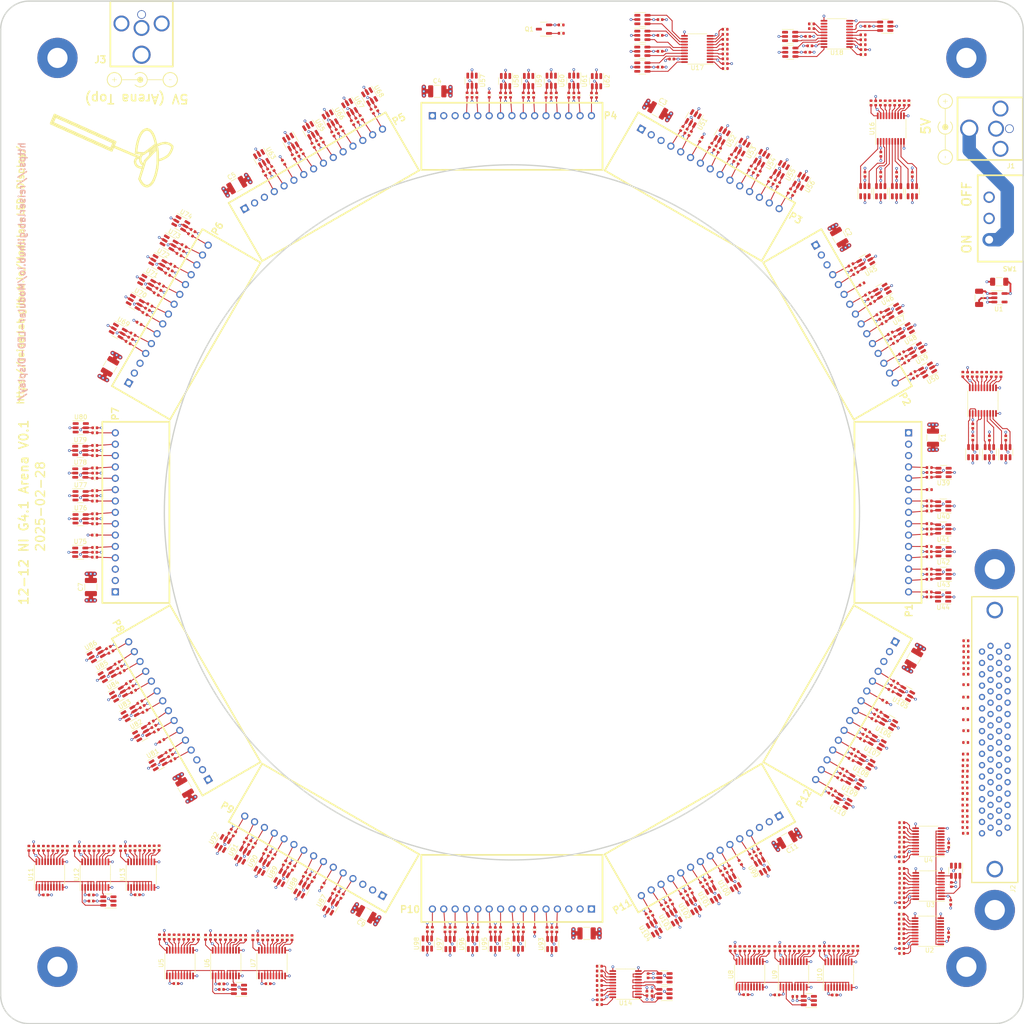
<source format=kicad_pcb>
(kicad_pcb (version 20240108) (generator "pcbnew") (generator_version "8.0")
  (layers (0 "F.Cu" signal) (1 "In1.Cu" power) (2 "In2.Cu" power) (3 "In3.Cu" power) (4 "In4.Cu" power) (31 "B.Cu" signal) (34 "B.Paste" user) (35 "F.Paste" user) (36 "B.SilkS" user "B.Silkscreen") (37 "F.SilkS" user "F.Silkscreen") (38 "B.Mask" user) (39 "F.Mask" user) (44 "Edge.Cuts" user))
  (net 0 "")
  (net 1 "+5V")
  (net 2 "/Power & Voltage Regulators/SW_5V")
  (net 3 "GND")
  (net 4 "/Level Shifters/PAN5V.RESET")
  (net 5 "/Level Shifters/PAN3V.RESET")
  (net 6 "/Level Shifters/PAN3V.MOSI_00")
  (net 7 "/Level Shifters/PAN3V.MISO_00")
  (net 8 "/Level Shifters/PAN3V.EXT_INT")
  (net 9 "/Level Shifters/PAN3V.MOSI_01")
  (net 10 "/Level Shifters/PAN3V.MISO_01")
  (net 11 "/Level Shifters/PAN3V.MOSI_02")
  (net 12 "/Level Shifters/PAN3V.MISO_02")
  (net 13 "/Level Shifters/PAN3V.MOSI_03")
  (net 14 "/Level Shifters/PAN3V.MISO_03")
  (net 15 "/Level Shifters/PAN3V.MOSI_04")
  (net 16 "/Level Shifters/PAN3V.MISO_04")
  (net 17 "/Level Shifters/PAN3V.MOSI_05")
  (net 18 "/Panel Headers/RESET")
  (net 19 "/Level Shifters/PAN3V.MISO_05")
  (net 20 "/Level Shifters/PAN3V.MOSI_06")
  (net 21 "/Level Shifters/PAN3V.MISO_06")
  (net 22 "/Level Shifters/PAN3V.MOSI_07")
  (net 23 "/Level Shifters/PAN3V.MISO_07")
  (net 24 "/Level Shifters/PAN3V.MOSI_08")
  (net 25 "/Level Shifters/PAN3V.MISO_08")
  (net 26 "/Level Shifters/PAN3V.MOSI_09")
  (net 27 "/Level Shifters/PAN3V.MISO_09")
  (net 28 "/Level Shifters/PAN3V.MOSI_10")
  (net 29 "/Level Shifters/PAN3V.MISO_10")
  (net 30 "/Level Shifters/PAN3V.MOSI_11")
  (net 31 "/Level Shifters/PAN3V.MISO_11")
  (net 32 "/Level Shifters/PAN5V.MOSI_09")
  (net 33 "/Level Shifters/PAN5V.MISO_09")
  (net 34 "/Level Shifters/PAN5V.MOSI_10")
  (net 35 "/Level Shifters/PAN5V.MISO_10")
  (net 36 "/Level Shifters/PAN5V.MOSI_11")
  (net 37 "/Level Shifters/PAN5V.MISO_11")
  (net 38 "/Level Shifters/PAN5V.MOSI_05")
  (net 39 "/Level Shifters/PAN5V.MISO_05")
  (net 40 "/Level Shifters/PAN5V.MOSI_06")
  (net 41 "/Level Shifters/PAN5V.MISO_06")
  (net 42 "/Level Shifters/PAN5V.MOSI_07")
  (net 43 "/Level Shifters/PAN5V.MISO_07")
  (net 44 "/Level Shifters/PAN5V.MOSI_08")
  (net 45 "/Level Shifters/PAN5V.MISO_08")
  (net 46 "/Level Shifters/PAN5V.MOSI_01")
  (net 47 "/Level Shifters/PAN5V.MISO_01")
  (net 48 "/Level Shifters/PAN5V.MOSI_02")
  (net 49 "/Level Shifters/PAN5V.MISO_02")
  (net 50 "/Level Shifters/PAN5V.MOSI_03")
  (net 51 "/Level Shifters/PAN5V.MISO_03")
  (net 52 "/Level Shifters/PAN5V.MOSI_04")
  (net 53 "/Level Shifters/PAN5V.MISO_04")
  (net 54 "+3.3V")
  (net 55 "/Panel Headers/MISO_00_P01")
  (net 56 "/Panel Headers/CS_04_P01")
  (net 57 "/Panel Headers/SCK_0_H1_P01")
  (net 58 "/Panel Headers/CS_03_P01")
  (net 59 "/Panel Headers/CS_06_P01")
  (net 60 "/Level Shifters/PAN5V.MOSI_00")
  (net 61 "/Level Shifters/PAN5V.MISO_00")
  (net 62 "/Panel Headers/EXT_INT_P01")
  (net 63 "/Panel Headers/CS_00_P01")
  (net 64 "/Panel Headers/CS_02_P01")
  (net 65 "/Panel Headers/CS_01_P01")
  (net 66 "/Level Shifters/PAN5V.EXT_INT")
  (net 67 "/Panel Headers/CS_05_P01")
  (net 68 "/Panel Headers/MOSI_00_P01")
  (net 69 "/Panel Headers/CS_07_P01")
  (net 70 "/Panel Headers/CS_05_P02")
  (net 71 "/Panel Headers/EXT_INT_P02")
  (net 72 "/Panel Headers/MISO_01_P02")
  (net 73 "/Panel Headers/CS_04_P02")
  (net 74 "/Panel Headers/SCK_1_H1_P02")
  (net 75 "/Panel Headers/CS_06_P02")
  (net 76 "/Panel Headers/CS_03_P02")
  (net 77 "/Panel Headers/CS_00_P02")
  (net 78 "/Panel Headers/MOSI_01_P02")
  (net 79 "/Panel Headers/CS_02_P02")
  (net 80 "/Panel Headers/CS_01_P02")
  (net 81 "/Panel Headers/CS_07_P02")
  (net 82 "/Panel Headers/SCK_2_H1_P03")
  (net 83 "/Panel Headers/CS_01_P03")
  (net 84 "/Panel Headers/CS_00_P03")
  (net 85 "/Panel Headers/MOSI_02_P03")
  (net 86 "/Panel Headers/CS_07_P03")
  (net 87 "/Panel Headers/MISO_02_P03")
  (net 88 "/Panel Headers/EXT_INT_P03")
  (net 89 "/Panel Headers/CS_03_P03")
  (net 90 "/Panel Headers/CS_06_P03")
  (net 91 "/Panel Headers/CS_05_P03")
  (net 92 "/Panel Headers/CS_04_P03")
  (net 93 "/Panel Headers/CS_02_P03")
  (net 94 "/Panel Headers/CS_04_P04")
  (net 95 "/Panel Headers/MISO_03_P04")
  (net 96 "/Panel Headers/CS_00_P04")
  (net 97 "/Panel Headers/CS_06_P04")
  (net 98 "/Panel Headers/SCK_3_H1_P04")
  (net 99 "/Panel Headers/CS_05_P04")
  (net 100 "/Panel Headers/CS_07_P04")
  (net 101 "/Panel Headers/CS_02_P04")
  (net 102 "/Panel Headers/CS_03_P04")
  (net 103 "/Panel Headers/MOSI_03_P04")
  (net 104 "/Panel Headers/EXT_INT_P04")
  (net 105 "/Panel Headers/CS_01_P04")
  (net 106 "/Panel Headers/MOSI_04_P05")
  (net 107 "/Panel Headers/CS_01_P05")
  (net 108 "/Panel Headers/EXT_INT_P05")
  (net 109 "/Panel Headers/CS_04_P05")
  (net 110 "/Panel Headers/CS_06_P05")
  (net 111 "/Panel Headers/MISO_04_P05")
  (net 112 "/Panel Headers/SCK_4_H1_P05")
  (net 113 "/Panel Headers/CS_05_P05")
  (net 114 "/Panel Headers/CS_07_P05")
  (net 115 "/Panel Headers/CS_02_P05")
  (net 116 "/Panel Headers/CS_03_P05")
  (net 117 "/Panel Headers/CS_00_P05")
  (net 118 "/Panel Headers/CS_06_P06")
  (net 119 "/Panel Headers/MISO_05_P06")
  (net 120 "/Panel Headers/CS_07_P06")
  (net 121 "/Panel Headers/MOSI_05_P06")
  (net 122 "/Panel Headers/CS_03_P06")
  (net 123 "/Panel Headers/CS_05_P06")
  (net 124 "/Panel Headers/SCK_5_H1_P06")
  (net 125 "/Panel Headers/CS_02_P06")
  (net 126 "/Panel Headers/CS_00_P06")
  (net 127 "/Panel Headers/CS_01_P06")
  (net 128 "/Panel Headers/EXT_INT_P06")
  (net 129 "/Panel Headers/CS_04_P06")
  (net 130 "/Panel Headers/EXT_INT_P07")
  (net 131 "/Panel Headers/CS_00_P07")
  (net 132 "/Panel Headers/SCK_0_H2_P07")
  (net 133 "/Panel Headers/MISO_06_P07")
  (net 134 "/Panel Headers/CS_07_P07")
  (net 135 "/Panel Headers/CS_01_P07")
  (net 136 "/Panel Headers/CS_04_P07")
  (net 137 "/Panel Headers/CS_03_P07")
  (net 138 "/Panel Headers/CS_05_P07")
  (net 139 "/Panel Headers/CS_02_P07")
  (net 140 "/Panel Headers/MOSI_06_P07")
  (net 141 "/Panel Headers/CS_06_P07")
  (net 142 "/Panel Headers/EXT_INT_P08")
  (net 143 "/Panel Headers/CS_01_P08")
  (net 144 "/Panel Headers/CS_05_P08")
  (net 145 "/Panel Headers/SCK_1_H2_P08")
  (net 146 "/Panel Headers/CS_07_P08")
  (net 147 "/Panel Headers/CS_06_P08")
  (net 148 "/Panel Headers/CS_03_P08")
  (net 149 "/Panel Headers/CS_00_P08")
  (net 150 "/Panel Headers/MISO_07_P08")
  (net 151 "/Panel Headers/CS_02_P08")
  (net 152 "/Panel Headers/MOSI_07_P08")
  (net 153 "/Panel Headers/CS_04_P08")
  (net 154 "/Panel Headers/EXT_INT_P09")
  (net 155 "/Panel Headers/SCK_2_H2_P09")
  (net 156 "/Panel Headers/MISO_08_P09")
  (net 157 "/Panel Headers/CS_07_P09")
  (net 158 "/Panel Headers/CS_02_P09")
  (net 159 "/Panel Headers/MOSI_08_P09")
  (net 160 "/Panel Headers/CS_06_P09")
  (net 161 "/Panel Headers/CS_00_P09")
  (net 162 "/Panel Headers/CS_03_P09")
  (net 163 "/Panel Headers/CS_04_P09")
  (net 164 "/Panel Headers/CS_05_P09")
  (net 165 "/Panel Headers/CS_01_P09")
  (net 166 "/Panel Headers/CS_04_P10")
  (net 167 "/Panel Headers/CS_02_P10")
  (net 168 "/Panel Headers/CS_00_P10")
  (net 169 "/Panel Headers/EXT_INT_P10")
  (net 170 "/Panel Headers/CS_05_P10")
  (net 171 "/Panel Headers/MOSI_09_P10")
  (net 172 "/Panel Headers/CS_01_P10")
  (net 173 "/Panel Headers/CS_06_P10")
  (net 174 "/Panel Headers/MISO_09_P10")
  (net 175 "/Panel Headers/CS_07_P10")
  (net 176 "/Panel Headers/SCK_3_H2_P10")
  (net 177 "/Panel Headers/CS_03_P10")
  (net 178 "/Panel Headers/CS_03_P11")
  (net 179 "/Panel Headers/CS_00_P11")
  (net 180 "/Panel Headers/SCK_4_H2_P11")
  (net 181 "/Panel Headers/MISO_10_P11")
  (net 182 "/Panel Headers/CS_07_P11")
  (net 183 "/Panel Headers/CS_02_P11")
  (net 184 "/Panel Headers/CS_04_P11")
  (net 185 "/Panel Headers/CS_05_P11")
  (net 186 "/Panel Headers/CS_01_P11")
  (net 187 "/Panel Headers/MOSI_10_P11")
  (net 188 "/Panel Headers/CS_06_P11")
  (net 189 "/Panel Headers/EXT_INT_P11")
  (net 190 "/Panel Headers/MOSI_11_P12")
  (net 191 "/Panel Headers/CS_02_P12")
  (net 192 "/Panel Headers/SCK_5_H2_P12")
  (net 193 "/Panel Headers/CS_04_P12")
  (net 194 "/Panel Headers/CS_07_P12")
  (net 195 "/Panel Headers/CS_01_P12")
  (net 196 "/Panel Headers/CS_05_P12")
  (net 197 "/Panel Headers/CS_03_P12")
  (net 198 "/Panel Headers/EXT_INT_P12")
  (net 199 "/Panel Headers/MISO_11_P12")
  (net 200 "/Panel Headers/CS_06_P12")
  (net 201 "/Panel Headers/CS_00_P12")
  (net 202 "Net-(Q1-G)")
  (net 203 "Net-(J2-Pin_35)")
  (net 204 "/Level Shifters/PAN3V.CS_0")
  (net 205 "Net-(J2-Pin_36)")
  (net 206 "/Level Shifters/PAN3V.CS_1")
  (net 207 "/Level Shifters/PAN3V.CS_2")
  (net 208 "Net-(J2-Pin_37)")
  (net 209 "Net-(J2-Pin_38)")
  (net 210 "/Level Shifters/PAN3V.CS_3")
  (net 211 "/Level Shifters/PAN3V.CS_4")
  (net 212 "Net-(J2-Pin_39)")
  (net 213 "Net-(J2-Pin_40)")
  (net 214 "/Level Shifters/PAN3V.CS_5")
  (net 215 "Net-(J2-Pin_41)")
  (net 216 "/Level Shifters/PAN3V.CS_6")
  (net 217 "/Level Shifters/PAN3V.CS_7")
  (net 218 "Net-(J2-Pin_42)")
  (net 219 "Net-(J2-Pin_43)")
  (net 220 "/Level Shifters/PAN3V.SCK_0")
  (net 221 "/Level Shifters/PAN3V.SCK_1")
  (net 222 "Net-(J2-Pin_44)")
  (net 223 "/Level Shifters/PAN3V.SCK_2")
  (net 224 "Net-(J2-Pin_45)")
  (net 225 "/Level Shifters/PAN3V.SCK_3")
  (net 226 "Net-(J2-Pin_46)")
  (net 227 "/Level Shifters/PAN3V.SCK_4")
  (net 228 "Net-(J2-Pin_47)")
  (net 229 "Net-(J2-Pin_48)")
  (net 230 "/Level Shifters/PAN3V.SCK_5")
  (net 231 "Net-(J2-Pin_49)")
  (net 232 "Net-(J2-Pin_51)")
  (net 233 "Net-(J2-Pin_53)")
  (net 234 "Net-(J2-Pin_55)")
  (net 235 "Net-(J2-Pin_57)")
  (net 236 "Net-(J2-Pin_59)")
  (net 237 "Net-(J2-Pin_61)")
  (net 238 "Net-(J2-Pin_68)")
  (net 239 "Net-(J2-Pin_29)")
  (net 240 "Net-(J2-Pin_30)")
  (net 241 "Net-(J2-Pin_31)")
  (net 242 "Net-(J2-Pin_32)")
  (net 243 "Net-(J2-Pin_33)")
  (net 244 "Net-(J2-Pin_34)")
  (net 245 "Net-(R163-Pad1)")
  (net 246 "Net-(R164-Pad1)")
  (net 247 "Net-(R166-Pad1)")
  (net 248 "Net-(R167-Pad1)")
  (net 249 "Net-(R168-Pad1)")
  (net 250 "Net-(R169-Pad1)")
  (net 251 "Net-(R170-Pad1)")
  (net 252 "Net-(R171-Pad1)")
  (net 253 "Net-(R172-Pad1)")
  (net 254 "Net-(R173-Pad1)")
  (net 255 "Net-(R174-Pad1)")
  (net 256 "Net-(U2-B1)")
  (net 257 "/Level Shifters/PAN5V.CS_0_P01")
  (net 258 "/Level Shifters/PAN5V.CS_0_P02")
  (net 259 "Net-(U2-B2)")
  (net 260 "Net-(U2-B3)")
  (net 261 "/Level Shifters/PAN5V.CS_0_P03")
  (net 262 "Net-(U2-B4)")
  (net 263 "/Level Shifters/PAN5V.CS_0_P04")
  (net 264 "Net-(U2-B5)")
  (net 265 "/Level Shifters/PAN5V.CS_0_P05")
  (net 266 "/Level Shifters/PAN5V.CS_0_P06")
  (net 267 "Net-(U2-B6)")
  (net 268 "Net-(U2-B7)")
  (net 269 "/Level Shifters/PAN5V.CS_0_P07")
  (net 270 "/Level Shifters/PAN5V.CS_0_P08")
  (net 271 "Net-(U2-B8)")
  (net 272 "Net-(U3-B1)")
  (net 273 "/Level Shifters/PAN5V.CS_0_P09")
  (net 274 "/Level Shifters/PAN5V.CS_0_P10")
  (net 275 "Net-(U3-B2)")
  (net 276 "Net-(U3-B3)")
  (net 277 "/Level Shifters/PAN5V.CS_0_P11")
  (net 278 "Net-(U3-B4)")
  (net 279 "/Level Shifters/PAN5V.CS_0_P12")
  (net 280 "/Level Shifters/PAN5V.CS_1_P01")
  (net 281 "Net-(U3-B5)")
  (net 282 "Net-(U3-B6)")
  (net 283 "/Level Shifters/PAN5V.CS_1_P02")
  (net 284 "Net-(U3-B7)")
  (net 285 "/Level Shifters/PAN5V.CS_1_P03")
  (net 286 "/Level Shifters/PAN5V.CS_1_P04")
  (net 287 "Net-(U3-B8)")
  (net 288 "Net-(U4-B1)")
  (net 289 "/Level Shifters/PAN5V.CS_1_P05")
  (net 290 "/Level Shifters/PAN5V.CS_1_P06")
  (net 291 "Net-(U4-B2)")
  (net 292 "/Level Shifters/PAN5V.CS_1_P07")
  (net 293 "Net-(U4-B3)")
  (net 294 "Net-(U4-B4)")
  (net 295 "/Level Shifters/PAN5V.CS_1_P08")
  (net 296 "Net-(U4-B5)")
  (net 297 "/Level Shifters/PAN5V.CS_1_P09")
  (net 298 "/Level Shifters/PAN5V.CS_1_P10")
  (net 299 "Net-(U4-B6)")
  (net 300 "Net-(U4-B7)")
  (net 301 "/Level Shifters/PAN5V.CS_1_P11")
  (net 302 "/Level Shifters/PAN5V.CS_1_P12")
  (net 303 "Net-(U4-B8)")
  (net 304 "/Level Shifters/PAN5V.CS_2_P01")
  (net 305 "Net-(U5-B1)")
  (net 306 "/Level Shifters/PAN5V.CS_2_P02")
  (net 307 "Net-(U5-B2)")
  (net 308 "/Level Shifters/PAN5V.CS_2_P03")
  (net 309 "Net-(U5-B3)")
  (net 310 "/Level Shifters/PAN5V.CS_2_P04")
  (net 311 "Net-(U5-B4)")
  (net 312 "/Level Shifters/PAN5V.CS_2_P05")
  (net 313 "Net-(U5-B5)")
  (net 314 "/Level Shifters/PAN5V.CS_2_P06")
  (net 315 "Net-(U5-B6)")
  (net 316 "/Level Shifters/PAN5V.CS_2_P07")
  (net 317 "Net-(U5-B7)")
  (net 318 "/Level Shifters/PAN5V.CS_2_P08")
  (net 319 "Net-(U5-B8)")
  (net 320 "Net-(U6-B1)")
  (net 321 "/Level Shifters/PAN5V.CS_2_P09")
  (net 322 "/Level Shifters/PAN5V.CS_2_P10")
  (net 323 "Net-(U6-B2)")
  (net 324 "/Level Shifters/PAN5V.CS_2_P11")
  (net 325 "Net-(U6-B3)")
  (net 326 "Net-(U6-B4)")
  (net 327 "/Level Shifters/PAN5V.CS_2_P12")
  (net 328 "Net-(U6-B5)")
  (net 329 "/Level Shifters/PAN5V.CS_3_P01")
  (net 330 "Net-(U6-B6)")
  (net 331 "/Level Shifters/PAN5V.CS_3_P02")
  (net 332 "/Level Shifters/PAN5V.CS_3_P03")
  (net 333 "Net-(U6-B7)")
  (net 334 "/Level Shifters/PAN5V.CS_3_P04")
  (net 335 "Net-(U6-B8)")
  (net 336 "Net-(U7-B1)")
  (net 337 "/Level Shifters/PAN5V.CS_3_P05")
  (net 338 "/Level Shifters/PAN5V.CS_3_P06")
  (net 339 "Net-(U7-B2)")
  (net 340 "/Level Shifters/PAN5V.CS_3_P07")
  (net 341 "Net-(U7-B3)")
  (net 342 "/Level Shifters/PAN5V.CS_3_P08")
  (net 343 "Net-(U7-B4)")
  (net 344 "/Level Shifters/PAN5V.CS_3_P09")
  (net 345 "Net-(U7-B5)")
  (net 346 "/Level Shifters/PAN5V.CS_3_P10")
  (net 347 "Net-(U7-B6)")
  (net 348 "Net-(U7-B7)")
  (net 349 "/Level Shifters/PAN5V.CS_3_P11")
  (net 350 "/Level Shifters/PAN5V.CS_3_P12")
  (net 351 "Net-(U7-B8)")
  (net 352 "/Level Shifters/PAN5V.CS_4_P01")
  (net 353 "Net-(U8-B1)")
  (net 354 "Net-(U8-B2)")
  (net 355 "/Level Shifters/PAN5V.CS_4_P02")
  (net 356 "/Level Shifters/PAN5V.CS_4_P03")
  (net 357 "Net-(U8-B3)")
  (net 358 "Net-(U8-B4)")
  (net 359 "/Level Shifters/PAN5V.CS_4_P04")
  (net 360 "/Level Shifters/PAN5V.CS_4_P05")
  (net 361 "Net-(U8-B5)")
  (net 362 "/Level Shifters/PAN5V.CS_4_P06")
  (net 363 "Net-(U8-B6)")
  (net 364 "Net-(U8-B7)")
  (net 365 "/Level Shifters/PAN5V.CS_4_P07")
  (net 366 "/Level Shifters/PAN5V.CS_4_P08")
  (net 367 "Net-(U8-B8)")
  (net 368 "/Level Shifters/PAN5V.CS_4_P09")
  (net 369 "Net-(U9-B1)")
  (net 370 "Net-(U9-B2)")
  (net 371 "/Level Shifters/PAN5V.CS_4_P10")
  (net 372 "/Level Shifters/PAN5V.CS_4_P11")
  (net 373 "Net-(U9-B3)")
  (net 374 "/Level Shifters/PAN5V.CS_4_P12")
  (net 375 "Net-(U9-B4)")
  (net 376 "/Level Shifters/PAN5V.CS_5_P01")
  (net 377 "Net-(U9-B5)")
  (net 378 "/Level Shifters/PAN5V.CS_5_P02")
  (net 379 "Net-(U9-B6)")
  (net 380 "Net-(U9-B7)")
  (net 381 "/Level Shifters/PAN5V.CS_5_P03")
  (net 382 "/Level Shifters/PAN5V.CS_5_P04")
  (net 383 "Net-(U9-B8)")
  (net 384 "/Level Shifters/PAN5V.CS_5_P05")
  (net 385 "Net-(U10-B1)")
  (net 386 "/Level Shifters/PAN5V.CS_5_P06")
  (net 387 "Net-(U10-B2)")
  (net 388 "/Level Shifters/PAN5V.CS_5_P07")
  (net 389 "Net-(U10-B3)")
  (net 390 "Net-(U10-B4)")
  (net 391 "/Level Shifters/PAN5V.CS_5_P08")
  (net 392 "/Level Shifters/PAN5V.CS_5_P09")
  (net 393 "Net-(U10-B5)")
  (net 394 "Net-(U10-B6)")
  (net 395 "/Level Shifters/PAN5V.CS_5_P10")
  (net 396 "Net-(U10-B7)")
  (net 397 "/Level Shifters/PAN5V.CS_5_P11")
  (net 398 "/Level Shifters/PAN5V.CS_5_P12")
  (net 399 "Net-(U10-B8)")
  (net 400 "Net-(U11-B1)")
  (net 401 "/Level Shifters/PAN5V.CS_6_P01")
  (net 402 "/Level Shifters/PAN5V.CS_6_P02")
  (net 403 "Net-(U11-B2)")
  (net 404 "/Level Shifters/PAN5V.CS_6_P03")
  (net 405 "Net-(U11-B3)")
  (net 406 "Net-(U11-B4)")
  (net 407 "/Level Shifters/PAN5V.CS_6_P04")
  (net 408 "Net-(U11-B5)")
  (net 409 "/Level Shifters/PAN5V.CS_6_P05")
  (net 410 "/Level Shifters/PAN5V.CS_6_P06")
  (net 411 "Net-(U11-B6)")
  (net 412 "Net-(U11-B7)")
  (net 413 "/Level Shifters/PAN5V.CS_6_P07")
  (net 414 "/Level Shifters/PAN5V.CS_6_P08")
  (net 415 "Net-(U11-B8)")
  (net 416 "Net-(U12-B1)")
  (net 417 "/Level Shifters/PAN5V.CS_6_P09")
  (net 418 "/Level Shifters/PAN5V.CS_6_P10")
  (net 419 "Net-(U12-B2)")
  (net 420 "Net-(U12-B3)")
  (net 421 "/Level Shifters/PAN5V.CS_6_P11")
  (net 422 "/Level Shifters/PAN5V.CS_6_P12")
  (net 423 "Net-(U12-B4)")
  (net 424 "/Level Shifters/PAN5V.CS_7_P01")
  (net 425 "Net-(U12-B5)")
  (net 426 "/Level Shifters/PAN5V.CS_7_P02")
  (net 427 "Net-(U12-B6)")
  (net 428 "Net-(U12-B7)")
  (net 429 "/Level Shifters/PAN5V.CS_7_P03")
  (net 430 "/Level Shifters/PAN5V.CS_7_P04")
  (net 431 "Net-(U12-B8)")
  (net 432 "Net-(U13-B1)")
  (net 433 "/Level Shifters/PAN5V.CS_7_P05")
  (net 434 "Net-(U13-B2)")
  (net 435 "/Level Shifters/PAN5V.CS_7_P06")
  (net 436 "/Level Shifters/PAN5V.CS_7_P07")
  (net 437 "Net-(U13-B3)")
  (net 438 "Net-(U13-B4)")
  (net 439 "/Level Shifters/PAN5V.CS_7_P08")
  (net 440 "/Level Shifters/PAN5V.CS_7_P09")
  (net 441 "Net-(U13-B5)")
  (net 442 "Net-(U13-B6)")
  (net 443 "/Level Shifters/PAN5V.CS_7_P10")
  (net 444 "Net-(U13-B7)")
  (net 445 "/Level Shifters/PAN5V.CS_7_P11")
  (net 446 "Net-(U13-B8)")
  (net 447 "/Level Shifters/PAN5V.CS_7_P12")
  (net 448 "Net-(U14-B1)")
  (net 449 "/Level Shifters/PAN5V.SCK_0_H1")
  (net 450 "/Level Shifters/PAN5V.SCK_0_H2")
  (net 451 "Net-(U14-B2)")
  (net 452 "Net-(U14-B3)")
  (net 453 "/Level Shifters/PAN5V.SCK_1_H1")
  (net 454 "/Level Shifters/PAN5V.SCK_1_H2")
  (net 455 "Net-(U14-B4)")
  (net 456 "Net-(U14-B5)")
  (net 457 "/Level Shifters/PAN5V.SCK_2_H1")
  (net 458 "/Level Shifters/PAN5V.SCK_2_H2")
  (net 459 "Net-(U14-B6)")
  (net 460 "Net-(U14-B7)")
  (net 461 "/Level Shifters/PAN5V.SCK_3_H1")
  (net 462 "Net-(U14-B8)")
  (net 463 "/Level Shifters/PAN5V.SCK_3_H2")
  (net 464 "/Level Shifters/PAN5V.SCK_4_H1")
  (net 465 "Net-(U15-B1)")
  (net 466 "/Level Shifters/PAN5V.SCK_4_H2")
  (net 467 "Net-(U15-B2)")
  (net 468 "/Level Shifters/PAN5V.SCK_5_H1")
  (net 469 "Net-(U15-B3)")
  (net 470 "Net-(U15-B4)")
  (net 471 "/Level Shifters/PAN5V.SCK_5_H2")
  (net 472 "Net-(U15-B5)")
  (net 473 "Net-(U15-B6)")
  (net 474 "Net-(U15-B7)")
  (net 475 "Net-(U15-B8)")
  (net 476 "Net-(U16-B1)")
  (net 477 "Net-(U16-B2)")
  (net 478 "Net-(U16-B3)")
  (net 479 "Net-(U16-B4)")
  (net 480 "Net-(U16-B5)")
  (net 481 "Net-(U16-B6)")
  (net 482 "Net-(U16-B7)")
  (net 483 "Net-(U16-B8)")
  (net 484 "Net-(U17-A1)")
  (net 485 "Net-(U17-A2)")
  (net 486 "Net-(U17-A3)")
  (net 487 "Net-(U17-A4)")
  (net 488 "Net-(U17-A5)")
  (net 489 "Net-(U17-A6)")
  (net 490 "Net-(U17-A7)")
  (net 491 "Net-(U17-A8)")
  (net 492 "Net-(U18-A1)")
  (net 493 "Net-(U18-A2)")
  (net 494 "Net-(U18-A3)")
  (net 495 "Net-(U18-A4)")
  (net 496 "Net-(U18-B5)")
  (net 497 "Net-(U18-B6)")
  (net 498 "Net-(R175-Pad1)")
  (net 499 "Net-(R176-Pad1)")
  (net 500 "Net-(R178-Pad1)")
  (net 501 "Net-(R179-Pad1)")
  (net 502 "Net-(R180-Pad1)")
  (net 503 "Net-(R181-Pad1)")
  (net 504 "Net-(R182-Pad1)")
  (net 505 "Net-(R183-Pad1)")
  (net 506 "Net-(R184-Pad1)")
  (net 507 "Net-(R185-Pad1)")
  (net 508 "Net-(R186-Pad1)")
  (net 509 "Net-(R187-Pad1)")
  (net 510 "Net-(R188-Pad1)")
  (net 511 "Net-(R190-Pad1)")
  (net 512 "Net-(R191-Pad1)")
  (net 513 "Net-(R192-Pad1)")
  (net 514 "Net-(R193-Pad1)")
  (net 515 "Net-(R194-Pad1)")
  (net 516 "Net-(R195-Pad1)")
  (net 517 "Net-(R196-Pad1)")
  (net 518 "Net-(R197-Pad1)")
  (net 519 "Net-(R198-Pad1)")
  (net 520 "Net-(R199-Pad1)")
  (net 521 "Net-(R200-Pad1)")
  (net 522 "Net-(R202-Pad1)")
  (net 523 "Net-(R203-Pad1)")
  (net 524 "Net-(R204-Pad1)")
  (net 525 "Net-(R205-Pad1)")
  (net 526 "Net-(R206-Pad1)")
  (net 527 "Net-(R207-Pad1)")
  (net 528 "Net-(R208-Pad1)")
  (net 529 "Net-(R209-Pad1)")
  (net 530 "Net-(R210-Pad1)")
  (net 531 "Net-(R211-Pad1)")
  (net 532 "Net-(R212-Pad1)")
  (net 533 "Net-(R214-Pad1)")
  (net 534 "Net-(R215-Pad1)")
  (net 535 "Net-(R216-Pad1)")
  (net 536 "Net-(R217-Pad1)")
  (net 537 "Net-(R218-Pad1)")
  (net 538 "Net-(R219-Pad1)")
  (net 539 "Net-(R220-Pad1)")
  (net 540 "Net-(R221-Pad1)")
  (net 541 "Net-(R222-Pad1)")
  (net 542 "Net-(R223-Pad1)")
  (net 543 "Net-(R224-Pad1)")
  (net 544 "Net-(R226-Pad1)")
  (net 545 "Net-(R227-Pad1)")
  (net 546 "Net-(R228-Pad1)")
  (net 547 "Net-(R229-Pad1)")
  (net 548 "Net-(R230-Pad1)")
  (net 549 "Net-(R231-Pad1)")
  (net 550 "Net-(R232-Pad1)")
  (net 551 "Net-(R233-Pad1)")
  (net 552 "Net-(R234-Pad1)")
  (net 553 "Net-(R235-Pad1)")
  (net 554 "Net-(R236-Pad1)")
  (net 555 "Net-(R238-Pad1)")
  (net 556 "Net-(R239-Pad1)")
  (net 557 "Net-(R240-Pad1)")
  (net 558 "Net-(R241-Pad1)")
  (net 559 "Net-(R242-Pad1)")
  (net 560 "Net-(R243-Pad1)")
  (net 561 "Net-(R244-Pad1)")
  (net 562 "Net-(R245-Pad1)")
  (net 563 "Net-(R246-Pad1)")
  (net 564 "Net-(R247-Pad1)")
  (net 565 "Net-(R248-Pad1)")
  (net 566 "Net-(R250-Pad1)")
  (net 567 "Net-(R251-Pad1)")
  (net 568 "Net-(R252-Pad1)")
  (net 569 "Net-(R253-Pad1)")
  (net 570 "Net-(R254-Pad1)")
  (net 571 "Net-(R255-Pad1)")
  (net 572 "Net-(R256-Pad1)")
  (net 573 "Net-(R257-Pad1)")
  (net 574 "Net-(R258-Pad1)")
  (net 575 "Net-(R259-Pad1)")
  (net 576 "Net-(R260-Pad1)")
  (net 577 "Net-(R262-Pad1)")
  (net 578 "Net-(R263-Pad1)")
  (net 579 "Net-(R264-Pad1)")
  (net 580 "Net-(R265-Pad1)")
  (net 581 "Net-(R266-Pad1)")
  (net 582 "Net-(R267-Pad1)")
  (net 583 "Net-(R268-Pad1)")
  (net 584 "Net-(R269-Pad1)")
  (net 585 "Net-(R270-Pad1)")
  (net 586 "Net-(R271-Pad1)")
  (net 587 "Net-(R272-Pad1)")
  (net 588 "Net-(R274-Pad1)")
  (net 589 "Net-(R275-Pad1)")
  (net 590 "Net-(R276-Pad1)")
  (net 591 "Net-(R277-Pad1)")
  (net 592 "Net-(R278-Pad1)")
  (net 593 "Net-(R279-Pad1)")
  (net 594 "Net-(R280-Pad1)")
  (net 595 "Net-(R281-Pad1)")
  (net 596 "Net-(R282-Pad1)")
  (net 597 "Net-(R283-Pad1)")
  (net 598 "Net-(R284-Pad1)")
  (net 599 "Net-(R286-Pad1)")
  (net 600 "Net-(R287-Pad1)")
  (net 601 "Net-(R288-Pad1)")
  (net 602 "Net-(R289-Pad1)")
  (net 603 "Net-(R290-Pad1)")
  (net 604 "Net-(R291-Pad1)")
  (net 605 "Net-(R292-Pad1)")
  (net 606 "Net-(R293-Pad1)")
  (net 607 "Net-(R294-Pad1)")
  (net 608 "Net-(R295-Pad1)")
  (net 609 "Net-(R296-Pad1)")
  (net 610 "Net-(R298-Pad1)")
  (net 611 "Net-(R299-Pad1)")
  (net 612 "Net-(R300-Pad1)")
  (net 613 "Net-(R301-Pad1)")
  (net 614 "Net-(R302-Pad1)")
  (net 615 "Net-(R303-Pad1)")
  (net 616 "Net-(R304-Pad1)")
  (net 617 "Net-(R305-Pad1)")
  (net 618 "Net-(R306-Pad1)")
  (net 620 "Net-(U2-A1)")
  (net 621 "Net-(U3-A5)")
  (net 622 "Net-(U5-A1)")
  (net 623 "Net-(U6-A5)")
  (net 624 "Net-(U8-A1)")
  (net 625 "Net-(U10-A1)")
  (net 626 "Net-(U11-A1)")
  (net 627 "Net-(U12-A5)")
  (net 628 "Net-(U14-A7)")
  (net 629 "Net-(U14-A1)")
  (net 630 "Net-(U14-A5)")
  (net 631 "Net-(U14-A3)")
  (net 632 "Net-(U15-A3)")
  (net 633 "Net-(U15-A6)")
  (net 634 "Net-(U15-A7)")
  (net 635 "Net-(U15-A1)")
  (net 636 "Net-(U15-A8)")
  (net 637 "Net-(U15-A5)")
  (net 638 "Net-(U16-A2)")
  (net 639 "Net-(U16-A8)")
  (net 640 "Net-(U16-A3)")
  (net 641 "Net-(U16-A7)")
  (net 642 "Net-(U16-A5)")
  (net 643 "Net-(U16-A4)")
  (net 644 "Net-(U16-A1)")
  (net 645 "Net-(U16-A6)")
  (net 646 "Net-(U17-B6)")
  (net 647 "Net-(U17-B2)")
  (net 648 "Net-(U17-B4)")
  (net 649 "Net-(U17-B3)")
  (net 650 "Net-(U17-B5)")
  (net 651 "Net-(U17-B7)")
  (net 652 "Net-(U17-B8)")
  (net 653 "Net-(U17-B1)")
  (net 654 "Net-(U18-B4)")
  (net 656 "Net-(U18-B3)")
  (net 658 "Net-(U18-B1)")
  (net 659 "Net-(U18-A6)")
  (net 661 "Net-(U18-A5)")
  (net 663 "Net-(U18-B2)")
  (footprint "Capacitor_SMD:C_0402_1005Metric" (layer "F.Cu") (at 259.284214 223.205258 150)
    (property "Reference" "C102" (hide yes))
    (property "Value" "0.1uF" (hide yes))
  )
  (footprint "Resistor_SMD:R_0402_1005Metric" (layer "F.Cu") (at 271.110028 172.72 180)
    (property "Reference" "R165" (hide yes))
    (property "Value" "33" (hide yes))
  )
  (footprint "Capacitor_SMD:C_0402_1005Metric" (layer "F.Cu") (at 102.695 283.14)
    (property "Reference" "C113" (hide yes))
    (property "Value" "0.1uF" (hide yes))
  )
  (footprint "Resistor_SMD:R_0402_1005Metric" (layer "F.Cu") (at 263.547874 139.759617 -150)
    (property "Reference" "R183" (hide yes))
    (property "Value" "33" (hide yes))
  )
  (footprint "Resistor_SMD:R_0402_1005Metric" (layer "F.Cu") (at 99.01 272.72 -90)
    (property "Reference" "R53" (hide yes))
    (property "Value" "33" (hide yes))
  )
  (footprint "Package_TO_SOT_SMD:SOT-23-6" (layer "F.Cu") (at 274.297528 168.88 180)
    (property "Reference" "U39")
    (property "Value" "74LVC2G17" (hide yes))
  )
  (footprint "Resistor_SMD:R_0402_1005Metric" (layer "F.Cu") (at 264.885 270.91)
    (property "Reference" "R33" (hide yes))
    (property "Value" "33" (hide yes))
  )
  (footprint "Resistor_SMD:R_0402_1005Metric" (layer "F.Cu") (at 188.79 68.83)
    (property "Reference" "R307" (hide yes))
    (property "Value" "20k" (hide yes))
  )
  (footprint "Resistor_SMD:R_0402_1005Metric" (layer "F.Cu") (at 261.148855 220.055605 150)
    (property "Reference" "R297" (hide yes))
    (property "Value" "33" (hide yes))
  )
  (footprint "Package_TO_SOT_SMD:SOT-23-6" (layer "F.Cu") (at 224.775348 93.57631 -120)
    (property "Reference" "U52")
    (property "Value" "74LVC2G17" (hide yes))
  )
  (footprint "Package_TO_SOT_SMD:SOT-23-6" (layer "F.Cu") (at 137.168598 89.844348 -60)
    (property "Reference" "U66")
    (property "Value" "74LVC2G17" (hide yes))
  )
  (footprint "arena_custom:DCJACK_2PIN_HIGHCURRENT" (layer "F.Cu") (at 95 63.5028)
    (property "Reference" "J3")
    (property "Value" "Barrel_Jack" (hide yes))
  )
  (footprint "Package_TO_SOT_SMD:SOT-23-6" (layer "F.Cu") (at 113.224695 251.827708 60)
    (property "Reference" "U92")
    (property "Value" "74LVC2G17" (hide yes))
  )
  (footprint "Resistor_SMD:R_0402_1005Metric" (layer "F.Cu") (at 127.55 272.885 -90)
    (property "Reference" "R75" (hide yes))
    (property "Value" "33" (hide yes))
  )
  (footprint "Package_TO_SOT_SMD:SOT-23-6" (layer "F.Cu") (at 101.145688 117.574104 -30)
    (property "Reference" "U73")
    (property "Value" "74LVC2G17" (hide yes))
  )
  (footprint "Resistor_SMD:R_0402_1005Metric" (layer "F.Cu") (at 92.052125 215.840382 30)
    (property "Reference" "R255" (hide yes))
    (property "Value" "33" (hide yes))
  )
  (footprint "Resistor_SMD:R_0402_1005Metric" (layer "F.Cu") (at 225.46 74.235)
    (property "Reference" "R152" (hide yes))
    (property "Value" "33" (hide yes))
  )
  (footprint "Resistor_SMD:R_0402_1005Metric" (layer "F.Cu") (at 131.437113 258.742874 60)
    (property "Reference" "R263" (hide yes))
    (property "Value" "33" (hide yes))
  )
  (footprint "Package_TO_SOT_SMD:SOT-23-6" (layer "F.Cu") (at 158.89 274.197528 90)
    (property "Reference" "U98")
    (property "Value" "74LVC2G17" (hide yes))
  )
  (footprint "Package_TO_SOT_SMD:SOT-23-6" (layer "F.Cu") (at 206.9625 71.16)
    (property "Reference" "U30" (hide yes))
    (property "Value" "74LVC2G17" (hide yes))
  )
  (footprint "Package_TO_SOT_SMD:SOT-23-6" (layer "F.Cu") (at 262.023689 224.775348 150)
    (property "Reference" "U106")
    (property "Value" "74LVC2G17" (hide yes))
  )
  (footprint "Capacitor_SMD:C_0402_1005Metric" (layer "F.Cu") (at 147.556525 87.596766 -60)
    (property "Reference" "C64" (hide yes))
    (property "Value" "0.1uF" (hide yes))
  )
  (footprint "Resistor_SMD:R_0402_1005Metric" (layer "F.Cu") (at 109.31 272.795 -90)
    (property "Reference" "R61" (hide yes))
    (property "Value" "33" (hide yes))
  )
  (footprint "Capacitor_SMD:C_0402_1005Metric" (layer "F.Cu") (at 260.25 102.25 90)
    (property "Reference" "C25" (hide yes))
    (property "Value" "0.1uF" (hide yes))
  )
  (footprint "Capacitor_SMD:C_0402_1005Metric" (layer "F.Cu") (at 98.877125 127.938371 -30)
    (property "Reference" "C67" (hide yes))
    (property "Value" "0.1uF" (hide yes))
  )
  (footprint "Capacitor_SMD:C_1210_3225Metric" (layer "F.Cu") (at 210.41105 87.936003 -30)
    (property "Reference" "C3")
    (property "Value" "100uF" (hide yes))
  )
  (footprint "Resistor_SMD:R_0402_1005Metric" (layer "F.Cu") (at 139.83006 263.605865 60)
    (property "Reference" "R259" (hide yes))
    (property "Value" "33" (hide yes))
  )
  (footprint "Resistor_SMD:R_0402_1005Metric" (layer "F.Cu") (at 259.849214 222.226649 150)
    (property "Reference" "R298" (hide yes))
    (property "Value" "33" (hide yes))
  )
  (footprint "MountingHole:MountingHole_4.5mm_Pad" (layer "F.Cu") (at 76.2 76.2)
    (property "Reference" "H1" (hide yes))
    (property "Value" "MountingHole_Pad" (hide yes))
  )
  (footprint "Package_TO_SOT_SMD:SOT-23-6" (layer "F.Cu") (at 218.323817 89.770688 -120)
    (property "Reference" "U51")
    (property "Value" "74LVC2G17" (hide yes))
  )
  (footprint "arena_custom:HEADER_TOP" (layer "F.Cu") (at 177.799999 266.474028 180)
    (property "Reference" "P10")
    (property "Value" "CONN15" (hide yes))
  )
  (footprint "Package_TO_SOT_SMD:SOT-23-6" (layer "F.Cu") (at 116.7725 284.44 180)
    (property "Reference" "U20" (hide yes))
    (property "Value" "74LVC2G17" (hide yes))
  )
  (footprint "Capacitor_SMD:C_0402_1005Metric" (layer "F.Cu") (at 138.882432 263.047204 60)
    (property "Reference" "C83" (hide yes))
    (property "Value" "0.1uF" (hide yes))
  )
  (footprint "Resistor_SMD:R_0402_1005Metric" (layer "F.Cu") (at 197.3475 284.645)
    (property "Reference" "R127" (hide yes))
    (property "Value" "33" (hide yes))
  )
  (footprint "Capacitor_SMD:C_0402_1005Metric" (layer "F.Cu") (at 237.685 275.3375 90)
    (property "Reference" "C122" (hide yes))
    (property "Value" "0.1uF" (hide yes))
  )
  (footprint "Resistor_SMD:R_0402_1005Metric" (layer "F.Cu") (at 122.09 272.885 -90)
    (property "Reference" "R70" (hide yes))
    (property "Value" "33" (hide yes))
  )
  (footprint "Capacitor_SMD:C_0402_1005Metric" (layer "F.Cu") (at 196.71 84.559971 -90)
    (property "Reference" "C58" (hide yes))
    (property "Value" "0.1uF" (hide yes))
  )
  (footprint "arena_custom:HEADER_TOP" (layer "F.Cu") (at 254.593961 222.137014 -120)
    (property "Reference" "P12")
    (property "Value" "CONN15" (hide yes))
  )
  (footprint "Capacitor_SMD:C_0402_1005Metric" (layer "F.Cu") (at 90.105785 212.449222 30)
    (property "Reference" "C81" (hide yes))
    (property "Value" "0.1uF" (hide yes))
  )
  (footprint "Resistor_SMD:R_0402_1005Metric" (layer "F.Cu") (at 263.37 86.275 -90)
    (property "Reference" "R145" (hide yes))
    (property "Value" "33" (hide yes))
  )
  (footprint "Resistor_SMD:R_0402_1005Metric" (layer "F.Cu") (at 220.237291 261.003544 120)
    (property "Reference" "R289" (hide yes))
    (property "Value" "33" (hide yes))
  )
  (footprint "Resistor_SMD:R_0402_1005Metric" (layer "F.Cu") (at 117.14 272.85 -90)
    (property "Reference" "R67" (hide yes))
    (property "Value" "33" (hide yes))
  )
  (footprint "Capacitor_SMD:C_0402_1005Metric" (layer "F.Cu") (at 264.935 254.81 180)
    (property "Reference" "C112" (hide yes))
    (property "Value" "0.1uF" (hide yes))
  )
  (footprint "Resistor_SMD:R_0402_1005Metric" (layer "F.Cu") (at 220.055605 94.451144 -120)
    (property "Reference" "R189" (hide yes))
    (property "Value" "33" (hide yes))
  )
  (footprint "arena_custom:HEADER_TOP" (layer "F.Cu") (at 89.125971 177.8 90)
    (property "Reference" "P7")
    (property "Value" "CONN15" (hide yes))
  )
  (footprint "Capacitor_SMD:C_0402_1005Metric" (layer "F.Cu") (at 288.2 161.175 90)
    (property "Reference" "C23" (hide yes))
    (property "Value" "0.1uF" (hide yes))
  )
  (footprint "Package_TO_SOT_SMD:SOT-23-6" (layer "F.Cu") (at 186.59 81.312471 -90)
    (property "Reference" "U60")
    (property "Value" "74LVC2G17" (hide yes))
  )
  (footprint "Capacitor_SMD:C_0402_1005Metric" (layer "F.Cu") (at 267.305 102.25 90)
    (property "Reference" "C27" (hide yes))
    (property "Value" "0.1uF" (hide yes))
  )
  (footprint "Resistor_SMD:R_0402_1005Metric" (layer "F.Cu") (at 262.512204 217.644215 150)
    (property "Reference" "R296" (hide yes))
    (property "Value" "33" (hide yes))
  )
  (footprint "Package_TO_SOT_SMD:SOT-23-6" (layer "F.Cu") (at 81.402471 158.89)
    (property "Reference" "U80")
    (property "Value" "74LVC2G17" (hide yes))
  )
  (footprint "Package_TO_SOT_SMD:SOT-23-6" (layer "F.Cu") (at 233.773711 256.909311 120)
    (property "Reference" "U99")
    (property "Value" "74LVC2G17" (hide yes))
  )
  (footprint "Resistor_SMD:R_0402_1005Metric" (layer "F.Cu") (at 222.24897 259.847874 120)
    (property "Reference" "R288" (hide yes))
    (property "Value" "33" (hide yes))
  )
  (footprint "Capacitor_SMD:C_0402_1005Metric" (layer "F.Cu") (at 237.055 285.67 180)
    (property "Reference" "C121" (hide yes))
    (property "Value" "0.1uF" (hide yes))
  )
  (footprint "Package_TO_SOT_SMD:SOT-23-6" (layer "F.Cu") (at 260.245 105.9975 90)
    (property "Reference" "U34" (hide yes))
    (property "Value" "74LVC2G17" (hide yes))
  )
  (footprint "Resistor_SMD:R_0402_1005Metric" (layer "F.Cu") (at 279.29 213.99 180)
    (property "Reference" "R23" (hide yes))
    (property "Value" "33" (hide yes))
  )
  (footprint "Resistor_SMD:R_0402_1005Metric" (layer "F.Cu") (at 177.48 84.519971 -90)
    (property "Reference" "R203" (hide yes))
    (property "Value" "33" (hide yes))
  )
  (footprint "Resistor_SMD:R_0402_1005Metric" (layer "F.Cu") (at 279.08 248.25 180)
    (property "Reference" "R2" (hide yes))
    (property "Value" "33" (hide yes))
  )
  (footprint "Resistor_SMD:R_0402_1005Metric" (layer "F.Cu") (at 87.705 252.905 -90)
    (property "Reference" "R115" (hide yes))
    (property "Value" "33" (hide yes))
  )
  (footprint "Resistor_SMD:R_0402_1005Metric" (layer "F.Cu") (at 244.185 275.3175 -90)
    (property "Reference" "R91" (hide yes))
    (property "Value" "33" (hide yes))
  )
  (footprint "Resistor_SMD:R_0402_1005Metric" (layer "F.Cu") (at 95.750785 133.37335 -30)
    (property "Reference" "R226" (hide yes))
    (property "Value" "33" (hide yes))
  )
  (footprint "Resistor_SMD:R_0402_1005Metric" (layer "F.Cu") (at 280.725 146.955 -90)
    (property "Reference" "R134" (hide yes))
    (property "Value" "33" (hide yes))
  )
  (footprint "Resistor_SMD:R_0402_1005Metric" (layer "F.Cu") (at 244.775 68.59)
    (property "Reference" "R158" (hide yes))
    (property "Value" "33" (hide yes))
  )
  (footprint "Resistor_SMD:R_0402_1005Metric" (layer "F.Cu") (at 226.643379 257.299214 120)
    (property "Reference" "R286" (hide yes))
    (property "Value" "33" (hide yes))
  )
  (footprint "Resistor_SMD:R_0402_1005Metric" (layer "F.Cu") (at 116.04 272.85 -90)
    (property "Reference" "R66" (hide yes))
    (property "Value" "33" (hide yes))
  )
  (footprint "Resistor_SMD:R_0402_1005Metric" (layer "F.Cu") (at 279.16 233.18 180)
    (property "Reference" "R14" (hide yes))
    (property "Value" "33" (hide yes))
  )
  (footprint "Capacitor_SMD:C_1206_3216Metric" (layer "F.Cu") (at 286.7375 126.24 180)
    (property "Reference" "C14" (hide yes))
    (property "Value" "10uF" (hide yes))
  )
  (footprint "Capacitor_SMD:C_0402_1005Metric" (layer "F.Cu") (at 91.38 252.915 90)
    (property "Reference" "C130" (hide yes))
    (property "Value" "0.1uF" (hide yes))
  )
  (footprint "Capacitor_SMD:C_0402_1005Metric" (layer "F.Cu") (at 227.661628 98.877125 -120)
    (property "Reference" "C49" (hide yes))
    (property "Value" "0.1uF" (hide yes))
  )
  (footprint "Package_TO_SOT_SMD:SOT-23-6" (layer "F.Cu") (at 270.737708 145.977775 -150)
    (property "Reference" "U50")
    (property "Value" "74LVC2G17" (hide yes))
  )
  (footprint "Capacitor_SMD:C_0402_1005Metric" (layer "F.Cu") (at 254.127204 123.432538 -150)
    (property "Reference" "C41" (hide yes))
    (property "Value" "0.1uF" (hide yes))
  )
  (footprint "Resistor_SMD:R_0402_1005Metric" (layer "F.Cu") (at 128.62 272.885 -90)
    (property "Reference" "R76" (hide yes))
    (property "Value" "33" (hide yes))
  )
  (footprint "Package_TO_SOT_SMD:SOT-23-6" (layer "F.Cu") (at 263.177349 132.80285 -150)
    (property "Reference" "U47")
    (property "Value" "74LVC2G17" (hide yes))
  )
  (footprint "Resistor_SMD:R_0402_1005Metric" (layer "F.Cu") (at 279.11 240.64 180)
    (property "Reference" "R8" (hide yes))
    (property "Value" "33" (hide yes))
  )
  (footprint "Capacitor_SMD:C_1210_3225Metric" (layer "F.Cu") (at 161.11 83.669971)
    (property "Reference" "C4")
    (property "Value" "100uF" (hide yes))
  )
  (footprint "Capacitor_SMD:C_0402_1005Metric" (layer "F.Cu") (at 244.395 73.5 180)
    (property "Reference" "C140" (hide yes))
    (property "Value" "0.1uF" (hide yes))
  )
  (footprint "Resistor_SMD:R_0402_1005Metric" (layer "F.Cu") (at 225.49 78.575)
    (property "Reference" "R149" (hide yes))
    (property "Value" "33" (hide yes))
  )
  (footprint "Resistor_SMD:R_0402_1005Metric" (layer "F.Cu") (at 84.549971 160.01)
    (property "Reference" "R246" (hide yes))
    (property "Value" "33" (hide yes))
  )
  (footprint "Package_TO_SOT_SMD:SOT-23-6" (layer "F.Cu") (at 274.197528 196.71 180)
    (property "Reference" "U44")
    (property "Value" "74LVC2G17" (hide yes))
  )
  (footprint "Capacitor_SMD:C_1210_3225Metric" (layer "F.Cu") (at 267.663996 210.41105 -120)
    (property "Reference" "C12" (hide yes))
    (property "Value" "100uF" (hide yes))
  )
  (footprint "Package_TO_SOT_SMD:SOT-23-6" (layer "F.Cu") (at 242.375304 103.772291 -120)
    (property "Reference" "U56")
    (property "Value" "74LVC2G17" (hide yes))
  )
  (footprint "Capacitor_SMD:C_0402_1005Metric" (layer "F.Cu") (at 208.043474 268.003233 120)
    (property "Reference" "C100" (hide yes))
    (property "Value" "0.1uF" (hide yes))
  )
  (footprint "Resistor_SMD:R_0402_1005Metric" (layer "F.Cu") (at 271.070028 185.43 180)
    (property "Reference" "R170" (hide yes))
    (property "Value" "33" (hide yes))
  )
  (footprint "Capacitor_SMD:C_0402_1005Metric" (layer "F.Cu") (at 208.245 281.385 90)
    (property "Reference" "C20" (hide yes))
    (property "Value" "0.1uF" (hide yes))
  )
  (footprint "Resistor_SMD:R_0402_1005Metric" (layer "F.Cu") (at 264.924214 142.163508 -150)
    (property "Reference" "R184" (hide yes))
    (property "Value" "33" (hide yes))
  )
  (footprint "arena_custom:slide_switch" (layer "F.Cu") (at 287.02 112.0902 90)
    (property "Reference" "SW1")
    (property "Value" "SW_SPDT" (hide yes))
  )
  (footprint "Package_TO_SOT_SMD:SOT-23-6" (layer "F.Cu") (at 96.14265 126.359621 -30)
    (property "Reference" "U71")
    (property "Value" "74LVC2G17" (hide yes))
  )
  (footprint "Resistor_SMD:R_0402_1005Metric" (layer "F.Cu") (at 197.3375 282.475)
    (property "Reference" "R129" (hide yes))
    (property "Value" "33" (hide yes))
  )
  (footprint "Capacitor_SMD:C_0402_1005Metric" (layer "F.Cu") (at 174.079999 271.080028 90)
    (property "Reference" "C91" (hide yes))
    (property "Value" "0.1uF" (hide yes))
  )
  (footprint "Resistor_SMD:R_0402_1005Metric" (layer "F.Cu") (at 231.042788 100.840785 -120)
    (property "Reference" "R194" (hide yes))
    (property "Value" "33" (hide yes))
  )
  (footprint "Capacitor_SMD:C_1206_3216Metric" (layer "F.Cu") (at 282.2425 129.84 -90)
    (property "Reference" "C13" (hide yes))
    (property "Value" "10uF" (hide yes))
  )
  (footprint "Capacitor_SMD:C_0402_1005Metric" (layer "F.Cu") (at 241.06 286.02 180)
    (property "Reference" "C17" (hide yes))
    (property "Value" "0.1uF" (hide yes))
  )
  (footprint "Resistor_SMD:R_0402_1005Metric" (layer "F.Cu") (at 80.035 252.925 -90)
    (property "Reference" "R109" (hide yes))
    (property "Value" "33" (hide yes))
  )
  (footprint "Resistor_SMD:R_0402_1005Metric" (layer "F.Cu") (at 222.226649 95.750785 -120)
    (property "Reference" "R190" (hide yes))
    (property "Value" "33" (hide yes))
  )
  (footprint "Resistor_SMD:R_0402_1005Metric" (layer "F.Cu") (at 256.305 72.14 180)
    (property "Reference" "R161" (hide yes))
    (property "Value" "33" (hide yes))
  )
  (footprint "Package_TO_SOT_SMD:SOT-23-6" (layer "F.Cu") (at 206.9625 78.25)
    (property "Reference" "U28" (hide yes))
    (property "Value" "74LVC2G17" (hide yes))
  )
  (footprint "Resistor_SMD:R_0402_1005Metric" (layer "F.Cu") (at 84.529971 162.84)
    (property "Reference" "R245" (hide yes))
    (property "Value" "33" (hide yes))
  )
  (footprint "Package_TO_SOT_SMD:SOT-23-6" (layer "F.Cu") (at 169.01 274.287528 90)
    (property "Reference" "U96")
    (property "Value" "74LVC2G17" (hide yes))
  )
  (footprint "Package_TO_SOT_SMD:SOT-23-6" (layer "F.Cu") (at 179.23 274.227528 90)
    (property "Reference" "U94")
    (property "Value" "74LVC2G17" (hide yes))
  )
  (footprint "Resistor_SMD:R_0402_1005Metric" (layer "F.Cu") (at 125.38 272.885 -90)
    (property "Reference" "R73" (hide yes))
    (property "Value" "33" (hide yes))
  )
  (footprint "Capacitor_SMD:C_0402_1005Metric" (layer "F.Cu") (at 271.080028 181.52 180)
    (property "Reference" "C37" (hide yes))
    (property "Value" "0.1uF" (hide yes))
  )
  (footprint "Resistor_SMD:R_0402_1005Metric" (layer "F.Cu") (at 264.925 274.18)
    (property "Reference" "R30" (hide yes))
    (property "Value" "33" (hide yes))
  )
  (footprint "Package_SO:TSSOP-20_4.4x6.5mm_P0.65mm" (layer "F.Cu") (at 270.7975 271.445 180)
    (property "Reference" "U2")
    (property "Value" "TXB0108PW" (hide yes))
  )
  (footprint "Resistor_SMD:R_0402_1005Metric" (layer "F.Cu") (at 84.504971 187.82)
    (property "Reference" "R235" (hide yes))
    (property "Value" "33" (hide yes))
  )
  (footprint "Resistor_SMD:R_0402_1005Metric" (layer "F.Cu") (at 93.53 252.885 -90)
    (property "Reference" "R119" (hide yes))
    (property "Value" "33" (hide yes))
  )
  (footprint "Package_TO_SOT_SMD:SOT-23-6" (layer "F.Cu") (at 256.965651 233.656127 150)
    (property "Reference" "U108")
    (property "Value" "74LVC2G17" (hide yes))
  )
  (footprint "Resistor_SMD:R_0402_1005Metric" (layer "F.Cu") (at 254.662204 124.359186 -150)
    (property "Reference" "R176" (hide yes))
    (property "Value" "33" (hide yes))
  )
  (footprint "Resistor_SMD:R_0402_1005Metric" (layer "F.Cu") (at 278.605 146.935 -90)
    (property "Reference" "R133" (hide yes))
    (property "Value" "33" (hide yes))
  )
  (footprint "Capacitor_SMD:C_0402_1005Metric" (layer "F.Cu") (at 280.825 158.505 -90)
    (property "Reference" "C133" (hide yes))
    (property "Value" "0.1uF" (hide yes))
  )
  (footprint "Resistor_SMD:R_0402_1005Metric" (layer "F.Cu") (at 264.955 262.87)
    (property "Reference" "R39" (hide yes))
    (property "Value" "33" (hide yes))
  )
  (footprint "Resistor_SMD:R_0402_1005Metric" (layer "F.Cu") (at 254.055 275.2875 -90)
    (property "Reference" "R99" (hide yes))
    (property "Value" "33" (hide yes))
  )
  (footprint "Package_TO_SOT_SMD:SOT-23-6" (layer "F.Cu") (at 239.9975 71.405)
    (property "Reference" "U37" (hide yes))
    (property "Value" "74LVC2G17" (hide yes))
  )
  (footprint "Capacitor_SMD:C_0402_1005Metric" (layer "F.Cu") (at 225.49 77.485)
    (property "Reference" "C137" (hide yes))
    (property "Value" "0.1uF" (hide yes))
  )
  (footprint "Resistor_SMD:R_0402_1005Metric" (layer "F.Cu") (at 197.3375 281.395)
    (property "Reference" "R130" (hide yes))
    (property "Value" "33" (hide yes))
  )
  (footprint "Resistor_SMD:R_0402_1005Metric" (layer "F.Cu") (at 175.269999 271.080028 90)
    (property "Reference" "R276" (hide yes))
    (property "Value" "33" (hide yes))
  )
  (footprint "Resistor_SMD:R_0402_1005Metric" (layer "F.Cu") (at 256.153544 228.637737 150)
    (property "Reference" "R301" (hide yes))
    (property "Value" "33" (hide yes))
  )
  (footprint "Resistor_SMD:R_0402_1005Metric" (layer "F.Cu") (at 88.815 252.865 -90)
    (property "Reference" "R116" (hide yes))
    (property "Value" "33" (hide yes))
  )
  (footprint "Capacitor_SMD:C_0402_1005Metric" (layer "F.Cu") (at 216.834971 262.950554 120)
    (property "Reference" "C98" (hide yes))
    (property "Value" "0.1uF" (hide yes))
  )
  (footprint "Capacitor_SMD:C_0402_1005Metric" (layer "F.Cu") (at 251.654214 236.420806 150)
    (property "Reference" "C105" (hide yes))
    (property "Value" "0.1uF" (hide yes))
  )
  (footprint "Resistor_SMD:R_0402_1005Metric" (layer "F.Cu") (at 255.105 275.2775 -90)
    (property "Reference" "R100" (hide yes))
    (property "Value" "33" (hide yes))
  )
  (footprint "Package_SO:TSSOP-20_4.4x6.5mm_P0.65mm" (layer "F.Cu") (at 270.9475 261.335 180)
    (property "Reference" "U3")
    (property "Value" "TXB0108PW" (hide yes))
  )
  (footprint "Resistor_SMD:R_0402_1005Metric" (layer "F.Cu") (at 172.72 84.489971 -90)
    (property "Reference" "R201" (hide yes))
    (property "Value" "33" (hide yes))
  )
  (footprint "Resistor_SMD:R_0402_1005Metric" (layer "F.Cu") (at 76.26 252.92 -90)
    (property "Reference" "R106" (hide yes))
    (property "Value" "33" (hide yes))
  )
  (footprint "Resistor_SMD:R_0402_1005Metric" (layer "F.Cu") (at 187.82 271.095028 90)
    (property "Reference" "R271" (hide yes))
    (property "Value" "33" (hide yes))
  )
  (footprint "Resistor_SMD:R_0402_1005Metric" (layer "F.Cu") (at 264.965 247.17)
    (property "Reference" "R52" (hide yes))
    (property "Value" "33" (hide yes))
  )
  (footprint "Package_TO_SOT_SMD:SOT-23-6" (layer "F.Cu") (at 265.755651 137.168598 -150)
    (property "Reference" "U48")
    (property "Value" "74LVC2G17" (hide yes))
  )
  (footprint "Package_TO_SOT_SMD:SOT-23-6" (layer "F.Cu") (at 141.528366 87.315688 -60)
    (property "Reference" "U67")
    (property "Value" "74LVC2G17" (hide yes))
  )
  (footprint "Resistor_SMD:R_0402_1005Metric" (layer "F.Cu") (at 249.755 275.2875 -90)
    (property "Reference" "R95" (hide yes))
    (property "Value" "33" (hide yes))
  )
  (footprint "Capacitor_SMD:C_1210_3225Metric" (layer "F.Cu") (at 104.626003 239.318978 120)
    (property "Reference" "C8" (hide yes))
    (property "Value" "100uF" (hide yes))
  )
  (footprint "Resistor_SMD:R_0402_1005Metric" (layer "F.Cu") (at 69.81 252.89 -90)
    (property "Reference" "R101" (hide yes))
    (property "Value" "33" (hide yes))
  )
  (footprint "Package_TO_SOT_SMD:SOT-23-6" (layer "F.Cu") (at 256.909311 121.826288 -150)
    (property "Reference" "U45")
    (property "Value" "74LVC2G17" (hide yes))
  )
  (footprint "Resistor_SMD:R_0402_1005Metric" (layer "F.Cu") (at 211.479274 266.054214 120)
    (property "Reference" "R293" (hide yes))
    (property "Value" "33" (hide yes))
  )
  (footprint "Package_SO:TSSOP-20_4.4x6.5mm_P0.65mm" (layer "F.Cu") (at 103.585 278.5675 90)
    (property "Reference" "U5")
    (property "Value" "TXB0108PW" (hide yes))
  )
  (footprint "arena_custom:HEADER_TOP" (layer "F.Cu") (at 133.462985 254.593961 150)
    (property "Reference" "P9")
    (property "Value" "CONN15" (hide yes))
  )
  (footprint "Resistor_SMD:R_0402_1005Metric" (layer "F.Cu") (at 232.015 275.3375 -90)
    (property "Reference" "R81" (hide yes))
    (property "Value" "33" (hide yes))
  )
  (footprint "Resistor_SMD:R_0402_1005Metric" (layer "F.Cu") (at 264.885 271.99)
    (property "Reference" "R32" (hide yes))
    (property "Value" "33" (hide yes))
  )
  (footprint "Capacitor_SMD:C_0402_1005Metric" (layer "F.Cu") (at 263.8 102.25 90)
    (property "Reference" "C26" (hide yes))
    (property "Value" "0.1uF" (hide yes))
  )
  (footprint "Capacitor_SMD:C_0402_1005Metric" (layer "F.Cu") (at 92.649445 216.834971 30)
    (property "Reference" "C80" (hide yes))
    (property "Value" "0.1uF" (hide yes))
  )
  (footprint "arena_custom:HEADER_TOP" (layer "F.Cu") (at 222.137014 254.593961 -150)
    (property "Reference" "P11")
    (property "Value" "CONN15" (hide yes))
  )
  (footprint "Capacitor_SMD:C_0402_1005Metric" (layer "F.Cu") (at 284.55 161.185 90)
    (property "Reference" "C22" (hide yes))
    (property "Value" "0.1uF" (hide yes))
  )
  (footprint "Resistor_SMD:R_0402_1005Metric" (layer "F.Cu") (at 83.275 252.925 -90)
    (property "Reference" "R111" (hide yes))
    (property "Value" "33" (hide yes))
  )
  (footprint "Resistor_SMD:R_0402_1005Metric" (layer "F.Cu") (at 225.46 72.055)
    (property "Reference" "R154" (hide yes))
    (property "Value" "33" (hide yes))
  )
  (footprint "Resistor_SMD:R_0402_1005Metric" (layer "F.Cu") (at 137.955784 262.512204 60)
    (property "Reference" "R260" (hide yes))
    (property "Value" "33" (hide yes))
  )
  (footprint "Resistor_SMD:R_0402_1005Metric" (layer "F.Cu") (at 124.557211 254.759214 60)
    (property "Reference" "R266" (hide yes))
    (property "Value" "33" (hide yes))
  )
  (footprint "Capacitor_SMD:C_0402_1005Metric" (layer "F.Cu") (at 230.08 285.62)
    (property "Reference" "C119" (hide yes))
    (property "Value" "0.1uF" (hide yes))
  )
  (footprint "Package_TO_SOT_SMD:SOT-23-6" (layer "F.Cu") (at 117.574104 254.454311 60)
    (property "Reference" "U91")
    (property "Value" "74LVC2G17" (hide yes))
  )
  (footprint "Resistor_SMD:R_0402_1005Metric" (layer "F.Cu") (at 264.965 261.78)
    (property "Reference" "R40" (hide yes))
    (property "Value" "33" (hide yes))
  )
  (footprint "Resistor_SMD:R_0402_1005Metric" (layer "F.Cu") (at 190.5 84.529971 -90)
    (property "Reference" "R208" (hide yes))
    (property "Value" "33" (hide yes))
  )
  (footprint "Resistor_SMD:R_0402_1005Metric" (layer "F.Cu") (at 94.596455 220.237291 30)
    (property "Reference" "R253" (hide yes))
    (property "Value" "33" (hide yes))
  )
  (footprint "Resistor_SMD:R_0402_1005Metric" (layer "F.Cu") (at 128.95662 98.300785 -60)
    (property "Reference" "R214" (hide yes))
    (property "Value" "33" (hide yes))
  )
  (footprint "Resistor_SMD:R_0402_1005Metric" (layer "F.Cu") (at 90.31 252.925 -90)
    (property "Reference" "R117" (hide yes))
    (property "Value" "33" (hide yes))
  )
  (footprint "Resistor_SMD:R_0402_1005Metric" (layer "F.Cu") (at 282.845 146.955 -90)
    (property "Reference" "R136" (hide yes))
    (property "Value" "33" (hide yes))
  )
  (footprint "Package_TO_SOT_SMD:SOT-23-6" (layer "F.Cu") (at 259.457349 229.240378 150)
    (property "Reference" "U107")
    (property "Value" "74LVC2G17" (hide yes))
  )
  (footprint "Resistor_SMD:R_0402_1005Metric" (layer "F.Cu") (at 226.631058 98.282125 -120)
    (property "Reference" "R192" (hide yes))
    (property "Value" "33" (hide yes))
  )
  (footprint "Capacitor_SMD:C_0402_1005Metric" (layer "F.Cu") (at 236.420806 103.945785 -120)
    (property "Reference" "C51" (hide yes))
    (property "Value" "0.1uF" (hide yes))
  )
  (footprint "Capacitor_SMD:C_0402_1005Metric" (layer "F.Cu") (at 181.52 84.519971 -90)
    (property "Reference" "C55" (hide yes))
    (property "Value" "0.1uF" (hide yes))
  )
  (footprint "Capacitor_SMD:C_0402_1005Metric" (layer "F.Cu") (at 243.92 74.925)
    (property "Reference" "C32" (hide yes))
    (property "Value" "0.1uF" (hide yes))
  )
  (footprint "Resistor_SMD:R_0402_1005Metric" (layer "F.Cu") (at 133.351029 95.752125 -60)
    (property "Reference" "R216" (hide yes))
    (property "Value" "33" (hide yes))
  )
  (footprint "Resistor_SMD:R_0402_1005Metric" (layer "F.Cu") (at 239.885 275.3275 -90)
    (property "Reference" "R87" (hide yes))
    (property "Value" "33" (hide yes))
  )
  (footprint "Resistor_SMD:R_0402_1005Metric" (layer "F.Cu") (at 264.975 249.34)
    (property "Reference" "R50" (hide yes))
    (property "Value" "33" (hide yes))
  )
  (footprint "Resistor_SMD:R_0402_1005Metric" (layer "F.Cu") (at 130.882857 97.177125 -60)
    (property "Reference" "R215" (hide yes))
    (property "Value" "33" (hide yes))
  )
  (footprint "Resistor_SMD:R_0402_1005Metric" (layer "F.Cu") (at 122.474911 102.014134 -60)
    (property "Reference" "R211" (hide yes))
    (property "Value" "33" (hide yes))
  )
  (footprint "Resistor_SMD:R_0402_1005Metric" (layer "F.Cu") (at 256.315 75.45 180)
    (property "Reference" "R159" (hide yes))
    (property "Value" "33" (hide yes))
  )
  (footprint "Package_TO_SOT_SMD:SOT-23-6" (layer "F.Cu") (at 191.63 81.302471 -90)
    (property "Reference" "U61")
    (property "Value" "74LVC2G17" (hide yes))
  )
  (footprint "Capacitor_SMD:C_0402_1005Metric" (layer "F.Cu") (at 191.64 84.529971 -90)
    (property "Reference" "C57" (hide yes))
    (property "Value" "0.1uF" (hide yes))
  )
  (footprint "Resistor_SMD:R_0402_1005Metric" (layer "F.Cu") (at 279.19 231.84 180)
    (property "Reference" "R15" (hide yes))
    (property "Value" "33" (hide yes))
  )
  (footprint "Resistor_SMD:R_0402_1005Metric" (layer "F.Cu") (at 250.845 275.2975 -90)
    (property "Reference" "R96" (hide yes))
    (property "Value" "33" (hide yes))
  )
  (footprint "Package_TO_SOT_SMD:SOT-23-6" (layer "F.Cu") (at 121.826288 98.690688 -60)
    (property "Reference" "U63")
    (property "Value" "74LVC2G17" (hide yes))
  )
  (footprint "Capacitor_SMD:C_0402_1005Metric" (layer "F.Cu") (at 163.96 271.070028 90)
    (property "Reference" "C93" (hide yes))
    (property "Value" "0.1uF" (hide yes))
  )
  (footprint "Capacitor_SMD:C_0402_1005Metric" (layer "F.Cu") (at 221.218399 260.442874 120)
    (property "Reference" "C97" (hide yes))
    (property "Value" "0.1uF" (hide yes))
  )
  (footprint "Resistor_SMD:R_0402_1005Metric" (layer "F.Cu") (at 279.24 229.25 180)
    (property "Reference" "R16" (hide yes))
    (property "Value" "33" (hide yes))
  )
  (footprint "Package_TO_SOT_SMD:SOT-23-6" (layer "F.Cu") (at 211.9025 285.4 180)
    (property "Reference" "U23" (hide yes))
    (property "Value" "74LVC2G17" (hide yes))
  )
  (footprint "Resistor_SMD:R_0402_1005Metric" (layer "F.Cu") (at 105.938106 115.768393 -30)
    (property "Reference" "R234" (hide yes))
    (property "Value" "33" (hide yes))
  )
  (footprint "Resistor_SMD:R_0402_1005Metric" (layer "F.Cu") (at 75.19 252.91 -90)
    (property "Reference" "R105" (hide yes))
    (property "Value" "33" (hide yes))
  )
  (footprint "Resistor_SMD:R_0402_1005Metric" (layer "F.Cu") (at 165.1 271.070028 90)
    (property "Reference" "R280" (hide yes))
    (property "Value" "33" (hide yes))
  )
  (footprint "Package_TO_SOT_SMD:SOT-23-6" (layer "F.Cu") (at 81.302471 186.72)
    (property "Reference" "U75")
    (property "Value" "74LVC2G17" (hide yes))
  )
  (footprint "Resistor_SMD:R_0402_1005Metric" (layer "F.Cu") (at 93.087795 137.955784 -30)
    (property "Reference" "R224" (hide yes))
    (property "Value" "33" (hide yes))
  )
  (footprint "Resistor_SMD:R_0402_1005Metric" (layer "F.Cu") (at 279.31 210.18 180)
    (property "Reference" "R26" (hide yes))
    (property "Value" "33" (hide yes))
  )
  (footprint "Resistor_SMD:R_0402_1005Metric" (layer "F.Cu") (at 233.039646 101.982125 -120)
    (property "Reference" "R195" (hide yes))
    (property "Value" "33" (hide yes))
  )
  (footprint "Resistor_SMD:R_0402_1005Metric" (layer "F.Cu") (at 160.01 271.050028 90)
    (property "Reference" "R282" (hide yes))
    (property "Value" "33" (hide yes))
  )
  (footprint "Resistor_SMD:R_0402_1005Metric" (layer "F.Cu") (at 84.529971 170.17)
    (property "Reference" "R242" (hide yes))
    (property "Value" "33" (hide yes))
  )
  (footprint "Package_TO_SOT_SMD:SOT-23-6" (layer "F.Cu") (at 214.071633 268.284311 120)
    (property "Reference" "U103")
    (property "Value" "74LVC2G17" (hide yes))
  )
  (footprint "Capacitor_SMD:C_0402_1005Metric" (layer "F.Cu") (at 243.92 71.4)
    (property "Reference" "C33" (hide yes))
    (property "Value" "0.1uF" (hide yes))
  )
  (footprint "Capacitor_SMD:C_0402_1005Metric" (layer "F.Cu") (at 97.735785 225.66477 30)
    (property "Reference" "C78" (hide yes))
    (property "Value" "0.1uF" (hide yes))
  )
  (footprint "Capacitor_SMD:C_0402_1005Metric" (layer "F.Cu") (at 210.925 71.16)
    (property "Reference" "C29" (hide yes))
    (property "Value" "0.1uF" (hide yes))
  )
  (footprint "Resistor_SMD:R_0402_1005Metric" (layer "F.Cu") (at 256.295 73.24 180)
    (property "Reference" "R160" (hide yes))
    (property "Value" "33" (hide yes))
  )
  (footprint "Resistor_SMD:R_0402_1005Metric" (layer "F.Cu") (at 246.585 275.2775 -90)
    (property "Reference" "R93" (hide yes))
    (property "Value" "33" (hide yes))
  )
  (footprint "Package_TO_SOT_SMD:SOT-23-6" (layer "F.Cu") (at 176.37 81.372471 -90)
    (property "Reference" "U58")
    (property "Value" "74LVC2G17" (hide yes))
  )
  (footprint "Package_TO_SOT_SMD:SOT-23-6" (layer "F.Cu") (at 222.797149 263.177349 120)
    (property "Reference" "U101")
    (property "Value" "74LVC2G17" (hide yes))
  )
  (footprint "Capacitor_SMD:C_0402_1005Metric" (layer "F.Cu") (at 94.055 263.29)
    (property "Reference" "C129" (hide yes))
    (property "Value" "0.1uF" (hide yes))
  )
  (footprint "Package_TO_SOT_SMD:SOT-23-6" (layer "F.Cu") (at 163.97 274.297528 90)
    (property "Reference" "U97")
    (property "Value" "74LVC2G17" (hide yes))
  )
  (footprint "Resistor_SMD:R_0402_1005Metric" (layer "F.Cu") (at 100.937795 231.240813 30)
    (property "Reference" "R248" (hide yes))
    (property "Value" "33" (hide yes))
  )
  (footprint "Resistor_SMD:R_0402_1005Metric" (layer "F.Cu") (at 74.13 252.91 -90)
    (property "Reference" "R104" (hide yes))
    (property "Value" "33" (hide yes))
  )
  (footprint "Capacitor_SMD:C_0402_1005Metric" (layer "F.Cu") (at 83.75 263.34)
    (property "Reference" "C127" (hide yes))
    (property "Value" "0.1uF" (hide yes))
  )
  (footprint "Resistor_SMD:R_0402_1005Metric" (layer "F.Cu") (at 123.2 272.875 -90)
    (property "Reference" "R71" (hide yes))
    (property "Value" "33" (hide yes))
  )
  (footprint "Resistor_SMD:R_0402_1005Metric" (layer "F.Cu") (at 224.717142 258.422874 120)
    (property "Reference" "R287" (hide yes))
    (property "Value" "33" (hide yes))
  )
  (footprint "Resistor_SMD:R_0402_1005Metric" (layer "F.Cu") (at 197.3475 279.265)
    (property "Reference" "R132" (hide yes))
    (property "Value" "33" (hide yes))
  )
  (footprint "Package_TO_SOT_SMD:SOT-23-6" (layer "F.Cu") (at 211.9075 281.85 180)
    (property "Reference" "U24" (hide yes))
    (property "Value" "74LVC2G17" (hide yes))
  )
  (footprint "Resistor_SMD:R_0402_1005Metric" (layer "F.Cu") (at 126.47 272.885 -90)
    (property "Reference" "R74" (hide yes))
    (property "Value" "33" (hide yes))
  )
  (footprint "Resistor_SMD:R_0402_1005Metric" (layer "F.Cu") (at 119.885 272.87 -90)
    (property "Reference" "R69" (hide yes))
    (property "Value" "33" (hide yes))
  )
  (footprint "Resistor_SMD:R_0402_1005Metric" (layer "F.Cu") (at 188.825 70.7)
    (property "Reference" "R308" (hide yes))
    (property "Value" "200" (hide yes))
  )
  (footprint "Capacitor_SMD:C_0402_1005Metric" (layer "F.Cu") (at 92.552795 138.882432 -30)
    (property "Reference" "C65" (hide yes))
    (property "Value" "0.1uF" (hide yes))
  )
  (footprint "Resistor_SMD:R_0402_1005Metric" (layer "F.Cu") (at 271.050028 195.59 180)
    (property "Reference" "R174" (hide yes))
    (property "Value" "33" (hide yes))
  )
  (footprint "Capacitor_SMD:C_0402_1005Metric" (layer "F.Cu") (at 275.89 264.985 -90)
    (property "Reference" "C109" (hide yes))
    (property "Value" "0.1uF" (hide yes))
  )
  (footprint "Capacitor_SMD:C_0402_1005Metric" (layer "F.Cu") (at 127.938371 256.722874 60)
    (property "Reference" "C85" (hide yes))
    (property "Value" "0.1uF" (hide yes))
  )
  (footprint "Resistor_SMD:R_0402_1005Metric" (layer "F.Cu") (at 170.17 271.070028 90)
    (property "Reference" "R278" (hide yes))
    (property "Value" "33" (hide yes))
  )
  (footprint "Capacitor_SMD:C_0402_1005Metric" (layer "F.Cu") (at 275.415 272.255 90)
    (property "Reference" "C107" (hide yes))
    (property "Value" "0.1uF" (hide yes))
  )
  (footprint "Resistor_SMD:R_0402_1005Metric" (layer "F.Cu") (at 126.745576 99.531144 -60)
    (property "Reference" "R213" (hide yes))
    (property "Value" "33" (hide yes))
  )
  (footprint "Capacitor_SMD:C_0402_1005Metric" (layer "F.Cu") (at 84.529971 179.22)
    (property "Reference" "C72" (hide yes))
    (property "Value" "0.1uF" (hide yes))
  )
  (footprint "Capacitor_SMD:C_0402_1005Metric" (layer "F.Cu") (at 114.803445 249.093233 60)
    (property "Reference" "C88" (hide yes))
    (property "Value" "0.1uF" (hide yes))
  )
  (footprint "Resistor_SMD:R_0402_1005Metric" (layer "F.Cu") (at 197.3475 283.575)
    (property "Reference" "R128" (hide yes))
    (property "Value" "33" (hide yes))
  )
  (footprint "Resistor_SMD:R_0402_1005Metric" (layer "F.Cu") (at 217.644215 93.087795 -120)
    (property "Reference" "R188" (hide yes))
    (property "Value" "33" (hide yes))
  )
  (footprint "Resistor_SMD:R_0402_1005Metric" (layer "F.Cu") (at 279.29 206.5 180)
    (property "Reference" "R28" (hide yes))
    (property "Value" "33" (hide yes))
  )
  (footprint "Resistor_SMD:R_0402_1005Metric" (layer "F.Cu") (at 258.742874 224.162886 150)
    (property "Reference" "R299" (hide yes))
    (property "Value" "33" (hide yes))
  )
  (footprint "Package_TO_SOT_SMD:SOT-23-6" (layer "F.Cu") (at 265.829311 218.323817 150)
    (property "Reference" "U105")
    (property "Value" "74LVC2G17" (hide yes))
  )
  (footprint "Capacitor_SMD:C_0402_1005Metric" (layer "F.Cu") (at 279.665 146.955 90)
    (property "Reference" "C134" (hide yes))
    (property "Value" "0.1uF" (hide yes))
  )
  (footprint "Package_SO:TSSOP-20_4.4x6.5mm_P0.65mm" (layer "F.Cu") (at 219.24 74.2 180)
    (property "Reference" "U17")
    (property "Value" "TXB0108PW" (hide yes))
  )
  (footprint "Resistor_SMD:R_0402_1005Metric" (layer "F.Cu") (at 271.085028 169.95 180)
    (property "Reference" "R164" (hide yes))
    (property "Value" "33" (hide yes))
  )
  (footprint "Resistor_SMD:R_0402_1005Metric" (layer "F.Cu") (at 84.519971 175.27)
    (property "Reference" "R240" (hide yes))
    (property "Value" "33" (hide yes))
  )
  (footprint "Package_TO_SOT_SMD:SOT-23-6" (layer "F.Cu") (at 98.634348 121.943872 -30)
    (property "Reference" "U72")
    (property "Value" "74LVC2G17" (hide yes))
  )
  (footprint "Capacitor_SMD:C_0402_1005Metric" (layer "F.Cu") (at 112.855 284.455 180)
    (property "Reference" "C16" (hide yes))
    (property "Value" "0.1uF" (hide yes))
  )
  (footprint "Resistor_SMD:R_0402_1005Metric" (layer "F.Cu") (at 284.975 146.955 -90)
    (property "Reference" "R138" (hide yes))
    (property "Value" "33" (hide yes))
  )
  (footprint "Capacitor_SMD:C_0402_1005Metric" (layer "F.Cu") (at 210.925 67.63)
    (property "Reference" "C31" (hide yes))
    (property "Value" "0.1uF" (hide yes))
  )
  (footprint "Capacitor_SMD:C_0402_1005Metric" (layer "F.Cu") (at 257.225 69.125 180)
    (property "Reference" "C34" (hide yes))
    (property "Value" "0.1uF" (hide yes))
  )
  (footprint "Resistor_SMD:R_0402_1005Metric" (layer "F.Cu") (at 112.62 272.81 -90)
    (property "Reference" "R63" (hide yes))
    (property "Value" "33" (hide yes))
  )
  (footprint "Capacitor_SMD:C_0402_1005Metric" (layer "F.Cu") (at 168.88 84.514971 -90)
    (property "Reference" "C53" (hide yes))
    (property "Value" "0.1uF" (hide yes))
  )
  (footprint "Resistor_SMD:R_0402_1005Metric" (layer "F.Cu") (at 240.955 275.3375 -90)
    (property "Reference" "R88" (hide yes))
    (property "Value" "33" (hide yes))
  )
  (footprint "Resistor_SMD:R_0402_1005Metric" (layer "F.Cu") (at 229.845 275.3375 -90)
    (property "Reference" "R79" (hide yes))
    (property "Value" "33" (hide yes))
  )
  (footprint "Resistor_SMD:R_0402_1005Metric" (layer "F.Cu") (at 264.945 276.41)
    (property "Reference" "R29" (hide yes))
    (property "Value" "33" (hide yes))
  )
  (footprint "Resistor_SMD:R_0402_1005Metric" (layer "F.Cu") (at 78.39 252.92 -90)
    (property "Reference" "R108" (hide yes))
    (property "Value" "33" (hide yes))
  )
  (footprint "Package_TO_SOT_SMD:SOT-23-6" (layer "F.Cu") (at 227.25218 260.593689 120)
    (property "Reference" "U100")
    (property "Value" "74LVC2G17" (hide yes))
  )
  (footprint "Capacitor_SMD:C_0402_1005Metric" (layer "F.Cu") (at 216.717567 92.552795 -120)
    (property "Reference" "C47" (hide yes))
    (property "Value" "0.1uF" (hide yes))
  )
  (footprint "Capacitor_SMD:C_0402_1005Metric" (layer "F.Cu") (at 263.047204 216.717567 150)
    (property "Reference" "C101" (hide yes))
    (property "Value" "0.1uF" (hide yes))
  )
  (footprint "Capacitor_SMD:C_0402_1005Metric" (layer "F.Cu") (at 207.975 285.345 90)
    (property "Reference" "C131" (hide yes))
    (property "Value" "0.1uF" (hide yes))
  )
  (footprint "Capacitor_SMD:C_0402_1005Metric" (layer "F.Cu") (at 257.864214 129.935229 -150)
    (property "Reference" "C42" (hide yes))
    (property "Value" "0.1uF" (hide yes))
  )
  (footprint "Resistor_SMD:R_0402_1005Metric" (layer "F.Cu") (at 187.73 84.519971 -90)
    (property "Reference" "R207" (hide yes))
    (property "Value" "33" (hide yes))
  )
  (footprint "MountingHole:MountingHole_4.5mm_Pad" (layer "F.Cu") (at 279.4 279.4)
    (property "Reference" "H3" (hide yes))
    (property "Value" "MountingHole_Pad" (hide yes))
  )
  (footprint "Package_TO_SOT_SMD:SOT-23-6" (layer "F.Cu") (at 121.943872 256.965651 60)
    (property "Reference" "U90")
    (property "Value" "74LVC2G17" (hide yes))
  )
  (footprint "Resistor_SMD:R_0402_1005Metric" (layer "F.Cu") (at 162.84 271.070028 90)
    (property "Reference" "R281" (hide yes))
    (property "Value" "33" (hide yes))
  )
  (footprint "Resistor_SMD:R_0402_1005Metric" (layer "F.Cu") (at 271.095028 167.78 180)
    (property "Reference" "R163" (hide yes))
    (property "Value" "33" (hide yes))
  )
  (footprint "Resistor_SMD:R_0402_1005Metric" (layer "F.Cu") (at 263.605865 215.769939 150)
    (property "Reference" "R295" (hide yes))
    (property "Value" "33" (hide yes))
  )
  (footprint "Resistor_SMD:R_0402_1005Metric" (layer "F.Cu") (at 225.45 75.315)
    (property "Reference" "R151" (hide yes))
    (property "Value" "33" (hide yes))
  )
  (footprint "Capacitor_SMD:C_0402_1005Metric" (layer "F.Cu") (at 247.655 275.2975 90)
    (property "Reference" "C124" (hide yes))
    (property "Value" "0.1uF" (hide yes))
  )
  (footprint "Resistor_SMD:R_0402_1005Metric" (layer "F.Cu") (at 264.965 257.42)
    (property "Reference" "R44" (hide yes))
    (property "Value" "33" (hide yes))
  )
  (footprint "Resistor_SMD:R_0402_1005Metric" (layer "F.Cu") (at 261.25 86.275 -90)
    (property "Reference" "R143" (hide yes))
    (property "Value" "33" (hide yes))
  )
  (footprint "Package_TO_SOT_SMD:SOT-23-3" (layer "F.Cu") (at 184.9525 69.77 180)
    (property "Reference" "Q1")
    (property "Value" "MOSFET_NCHAN" (hide yes))
  )
  (footprint "Resistor_SMD:R_0402_1005Metric" (layer "F.Cu") (at 225.46 70.935)
    (property "Reference" "R155" (hide yes))
    (property "Value" "33" (hide yes))
  )
  (footprint "Capacitor_SMD:C_0402_1005Metric" (layer "F.Cu") (at 95.157125 221.218399 30)
    (property "Reference" "C79" (hide yes))
    (property "Value" "0.1uF" (hide yes))
  )
  (footprint "Resistor_SMD:R_0402_1005Metric" (layer "F.Cu") (at 126.962262 256.153544 60)
    (property "Reference" "R265" (hide yes))
    (property "Value" "33" (hide yes))
  )
  (footprint "MountingHole:MountingHole_4.5mm_Pad" (layer "F.Cu") (at 76.2 279.4)
    (property "Reference" "H4" (hide yes))
    (property "Value" "MountingHole_Pad" (hide yes))
  )
  (footprint "Resistor_SMD:R_0402_1005Metric" (layer "F.Cu") (at 103.36 272.735 -90)
    (property "Reference" "R56" (hide yes))
    (property "Value" "33" (hide yes))
  )
  (footprint "Capacitor_SMD:C_0402_1005Metric" (layer "F.Cu") (at 143.150777 90.105785 -60)
    (property "Reference" "C63" (hide yes))
    (property "Value" "0.1uF" (hide yes))
  )
  (footprint "Resistor_SMD:R_0402_1005Metric" (layer "F.Cu") (at 279.28 226.61 180)
    (property "Reference" "R17" (hide yes))
    (property "Value" "33" (hide yes))
  )
  (footprint "Resistor_SMD:R_0402_1005Metric" (layer "F.Cu") (at 137.772759 93.210785 -60)
    (property "Reference" "R218" (hide yes))
    (property "Value" "33" (hide yes))
  )
  (footprint "Capacitor_SMD:C_0402_1005Metric" (layer "F.Cu") (at 100.08 272.735 90)
    (property "Reference" "C114" (hide yes))
    (property "Value" "0.1uF" (hide yes))
  )
  (footprint "Capacitor_SMD:C_0402_1005Metric" (layer "F.Cu") (at 112.895 283.22)
    (property "Reference" "C115" (hide yes))
    (property "Value" "0.1uF" (hide yes))
  )
  (footprint "Capacitor_SMD:C_0402_1005Metric" (layer "F.Cu") (at 271.070028 191.64 180)
    (property "Reference" "C39" (hide yes))
    (property "Value" "0.1uF" (hide yes))
  )
  (footprint "Resistor_SMD:R_0402_1005Metric" (layer "F.Cu") (at 279.09 236.85 180)
    (property "Reference" "R11" (hide yes))
    (property "Value" "33" (hide yes))
  )
  (footprint "Resistor_SMD:R_0402_1005Metric" (layer "F.Cu") (at 264.965 248.25)
    (property "Reference" "R51" (hide yes))
    (property "Value" "33" (hide yes))
  )
  (footprint "Package_TO_SOT_SMD:SOT-23-6" (layer "F.Cu") (at 81.302471 163.97)
    (property "Reference" "U79")
    (property "Value" "74LVC2G17" (hide yes))
  )
  (footprint "Resistor_SMD:R_0402_1005Metric" (layer "F.Cu") (at 128.968941 257.317874 60)
    (property "Reference" "R264" (hide yes))
    (property "Value" "33" (hide yes))
  )
  (footprint "arena_custom:DCJACK_2PIN_HIGHCURRENT" (layer "F.Cu") (at 292.0238 92.0242 -90)
    (property "Reference" "J1")
    (property "Value" "Barrel_Jack" (hide yes))
  )
  (footprint "Resistor_SMD:R_0402_1005Metric" (layer "F.Cu") (at 102.014134 233.125088 30)
    (property "Reference" "R247" (hide yes))
    (property "Value" "33" (hide yes))
  )
  (footprint "Resistor_SMD:R_0402_1005Metric" (layer "F.Cu") (at 271.075028 182.65 180)
    (property "Reference" "R169" (hide yes))
    (property "Value" "33" (hide yes))
  )
  (footprint "Package_TO_SOT_SMD:SOT-23-6" (layer "F.Cu") (at 288.21 164.3375 90)
    (property "Reference" "U27" (hide yes))
    (property "Value" "74LVC2G17" (hide yes))
  )
  (footprint "Resistor_SMD:R_0402_1005Metric" (layer "F.Cu") (at 102.28 272.735 -90)
    (property "Reference" "R55" (hide yes))
    (property "Value" "33" (hide yes))
  )
  (footprint "Resistor_SMD:R_0402_1005Metric" (layer "F.Cu") (at 279.25 219.11 180)
    (property "Reference" "R20" (hide yes))
    (property "Value" "33" (hide yes))
  )
  (footprint "Package_TO_SOT_SMD:SOT-23-6" (layer "F.Cu") (at 103.772291 113.224695 -30)
    (property "Reference" "U74")
    (property "Value" "74LVC2G17" (hide yes))
  )
  (footprint "Capacitor_SMD:C_0402_1005Metric" (layer "F.Cu") (at 264.945 275.31 180)
    (property "Reference" "C108" (hide yes))
    (property "Value" "0.1uF" (hide yes))
  )
  (footprint "Package_SO:TSSOP-20_4.4x6.5mm_P0.65mm" (layer "F.Cu") (at 240.76 281.12 90)
    (property "Reference" "U9")
    (property "Value" "TXB0108PW" (hide yes))
  )
  (footprint "Resistor_SMD:R_0402_1005Metric" (layer "F.Cu") (at 118.209245 251.094214 60)
    (property "Reference" "R269" (hide yes))
    (property "Value" "33" (hide yes))
  )
  (footprint "Resistor_SMD:R_0402_1005Metric" (layer "F.Cu") (at 252.995 275.2975 -90)
    (property "Reference" "R98" (hide yes))
    (property "Value" "33" (hide yes))
  )
  (footprint "Resistor_SMD:R_0402_1005Metric" (layer "F.Cu") (at 118.25 272.85 -90)
    (property "Reference" "R68" (hide yes))
    (property "Value" "33" (hide yes))
  )
  (footprint "Resistor_SMD:R_0402_1005Metric" (layer "F.Cu") (at 124.359186 100.937795 -60)
    (property "Reference" "R212" (hide yes))
    (property "Value" "33" (hide yes))
  )
  (footprint "Resistor_SMD:R_0402_1005Metric" (layer "F.Cu") (at 279.13 235.65 180)
    (property "Reference" "R12" (hide yes))
    (property "Value" "33" (hide yes))
  )
  (footprint "Capacitor_SMD:C_0402_1005Metric" (layer "F.Cu") (at 276.04 261.01 -90)
    (property "Reference" "C15" (hide yes))
    (property "Value" "0.1uF" (hide yes))
  )
  (footprint "Capacitor_SMD:C_0402_1005Metric" (layer "F.Cu") (at 271.070028 176.38 180)
    (property "Reference" "C36" (hide yes))
    (property "Value" "0.1uF" (hide yes))
  )
  (footprint "Resistor_SMD:R_0402_1005Metric" (layer "F.Cu") (at 93.210785 217.82724 30)
    (property "Reference" "R254" (hide yes))
    (property "Value" "33" (hide yes))
  )
  (footprint "Resistor_SMD:R_0402_1005Metric" (layer "F.Cu") (at 169.95 84.514971 -90)
    (property "Reference" "R200" (hide yes))
    (property "Value" "33" (hide yes))
  )
  (footprint "Resistor_SMD:R_0402_1005Metric" (layer "F.Cu") (at 84.519971 167.87)
    (property "Reference" "R243" (hide yes))
    (property "Value" "33" (hide yes))
  )
  (footprint "Resistor_SMD:R_0402_1005Metric" (layer "F.Cu") (at 237.390754 104.505785 -120)
    (property "Reference" "R197" (hide yes))
    (property "Value" "33" (hide yes))
  )
  (footprint "Resistor_SMD:R_0402_1005Metric" (layer "F.Cu") (at 262.31 86.275 -90)
    (property "Reference" "R144" (hide yes))
    (property "Value" "33" (hide yes))
  )
  (footprint "Resistor_SMD:R_0402_1005Metric" (layer "F.Cu") (at 86.555 252.905 -90)
    (property "Reference" "R114" (hide yes))
    (property "Value" "33" (hide yes))
  )
  (footprint "Capacitor_SMD:C_1210_3225Metric" (layer "F.Cu") (at 116.281021 104.626003 30)
    (property "Reference" "C5")
    (property "Value" "100uF" (hide yes))
  )
  (footprint "Resistor_SMD:R_0402_1005Metric" (layer "F.Cu") (at 124.28 272.885 -90)
    (property "Reference" "R72" (hide yes))
    (property "Value" "33" (hide yes))
  )
  (footprint "Package_TO_SOT_SMD:SOT-23-6" (layer "F.Cu") (at 98.690688 233.773711 30)
    (property "Reference" "U81")
    (property "Value" "74LVC2G17" (hide yes))
  )
  (footprint "Capacitor_SMD:C_0402_1005Metric" (layer "F.Cu") (at 280.83 161.155 90)
    (property "Reference" "C21" (hide yes))
    (property "Value" "0.1uF" (hide yes))
  )
  (footprint "Capacitor_SMD:C_0402_1005Metric" (layer "F.Cu") (at 96.315785 132.394741 -30)
    (property "Reference" "C66" (hide yes))
    (property "Value" "0.1uF" (hide yes))
  )
  (footprint "Resistor_SMD:R_0402_1005Metric" (layer "F.Cu") (at 114.91 272.84 -90)
    (property "Reference" "R65" (hide yes))
    (property "Value" "33" (hide yes))
  )
  (footprint "arena_custom:HEADER_TOP" (layer "F.Cu") (at 133.462985 101.006038 30)
    (property "Reference" "P5")
    (property "Value" "CONN15" (hide yes))
  )
  (footprint "Capacitor_SMD:C_0402_1005Metric" (layer "F.Cu") (at 186.72 271.085028 90)
    (property "Reference" "C89" (hide yes))
    (property "Value" "0.1uF" (hide yes))
  )
  (footprint "Capacitor_SMD:C_0402_1005Metric" (layer "F.Cu") (at 223.205258 96.315785 -120)
    (property "Reference" "C48" (hide yes))
    (property "Value" "0.1uF" (hide yes))
  )
  (footprint "Capacitor_SMD:C_1210_3225Metric" (layer "F.Cu") (at 239.318978 250.973996 -150)
    (property "Reference" "C11")
    (property "Value" "100uF")
  )
  (footprint "Package_TO_SOT_SMD:SOT-23-6" (layer "F.Cu") (at 81.362471 174.08)
    (property "Reference" "U77")
    (property "Value" "74LVC2G17" (hide yes))
  )
  (footprint "Capacitor_SMD:C_0402_1005Metric" (layer "F.Cu") (at 209.135 285.365 90)
    (property "Reference" "C19" (hide yes))
    (property "Value" "0.1uF" (hide yes))
  )
  (footprint "Capacitor_SMD:C_0402_1005Metric" (layer "F.Cu") (at 134.3816 95.157125 -60)
    (property "Reference" "C61" (hide yes))
    (property "Value" "0.1uF" (hide yes))
  )
  (footprint "Resistor_SMD:R_0402_1005Metric" (layer "F.Cu") (at 182.65 84.524971 -90)
    (property "Reference" "R205" (hide yes))
    (property "Value" "33" (hide yes))
  )
  (footprint "Resistor_SMD:R_0402_1005Metric" (layer "F.Cu") (at 104.44 272.745 -90)
    (property "Reference" "R57" (hide yes))
    (property "Value" "33" (hide yes))
  )
  (footprint "Resistor_SMD:R_0402_1005Metric" (layer "F.Cu") (at 279.06 238.14 180)
    (property "Reference" "R10" (hide yes))
    (property "Value" "33" (hide yes))
  )
  (footprint "Capacitor_SMD:C_0402_1005Metric" (layer "F.Cu") (at 271.040028 196.71 180)
    (property "Reference" "C40" (hide yes))
    (property "Value" "0.1uF" (hide yes))
  )
  (footprint "Resistor_SMD:R_0402_1005Metric" (layer "F.Cu") (at 264.865 273.06)
    (property "Reference" "R31" (hide yes))
    (property "Value" "33" (hide yes))
  )
  (footprint "Capacitor_SMD:C_0402_1005Metric" (layer "F.Cu") (at 123.432538 101.472795 -60)
    (property "Reference" "C59" (hide yes))
    (property "Value" "0.1uF" (hide yes))
  )
  (footprint "Resistor_SMD:R_0402_1005Metric" (layer "F.Cu") (at 97.82 252.845 -90)
    (property "Reference" "R123" (hide yes))
    (property "Value" "33" (hide yes))
  )
  (footprint "Package_TO_SOT_SMD:SOT-23-6" (layer "F.Cu") (at 218.431401 265.755651 120)
    (property "Reference" "U102")
    (property "Value" "74LVC2G17" (hide yes))
  )
  (footprint "Capacitor_SMD:C_0402_1005Metric" (layer "F.Cu") (at 87.596766 208.043474 30)
    (property "Reference" "C82" (hide yes))
    (property "Value" "0.1uF" (hide yes))
  )
  (footprint "Resistor_SMD:R_0402_1005Metric" (layer "F.Cu") (at 264.965 266.13)
    (property "Reference" "R37" (hide yes))
    (property "Value" "33" (hide yes))
  )
  (footprint "Package_TO_SOT_SMD:SOT-23-6" (layer "F.Cu") (at 274.227528 176.37 180)
    (property "Reference" "U40")
    (property "Value" "74LVC2G17" (hide yes))
  )
  (footprint "Resistor_SMD:R_0402_1005Metric" (layer "F.Cu") (at 228.854423 256.068855 120)
    (property "Reference" "R285" (hide yes))
    (property "Value" "33" (hide yes))
  )
  (footprint "Resistor_SMD:R_0402_1005Metric" (layer "F.Cu") (at 279.09 246.99 180)
    (property "Reference" "R3" (hide yes))
    (property "Value" "33" (hide yes))
  )
  (footprint "Package_SO:TSSOP-20_4.4x6.5mm_P0.65mm" (layer "F.Cu") (at 250.4275 70.825 180)
    (property "Reference" "U18")
    (property "Value" "TXB0108PW" (hide yes))
  )
  (footprint "Resistor_SMD:R_0402_1005Metric" (layer "F.Cu") (at 279.13 234.42)
    (property "Reference" "R13" (hide yes))
    (property "Value" "33" (hide yes))
  )
  (footprint "Resistor_SMD:R_0402_1005Metric" (layer "F.Cu") (at 215.769939 91.994134 -120)
    (property "Reference" "R187" (hide yes))
    (property "Value" "33" (hide yes))
  )
  (footprint "Resistor_SMD:R_0402_1005Metric" (layer "F.Cu") (at 120.166462 252.224214 60)
    (property "Reference" "R268" (hide yes))
    (property "Value" "33" (hide yes))
  )
  (footprint "Resistor_SMD:R_0402_1005Metric" (layer "F.Cu") (at 135.544394 261.148855 60)
    (property "Reference" "R261" (hide yes))
    (property "Value" "33" (hide yes))
  )
  (footprint "Resistor_SMD:R_0402_1005Metric" (layer "F.Cu") (at 96.75 252.865 -90)
    (property "Reference" "R122" (hide yes))
    (property "Value" "33" (hide yes))
  )
  (footprint "Package_TO_SOT_SMD:SOT-23-6" (layer "F.Cu") (at 268.284311 141.528366 -150)
    (property "Reference" "U49")
    (property "Value" "74LVC2G17" (hide yes))
  )
  (footprint "Resistor_SMD:R_0402_1005Metric" (layer "F.Cu") (at 105.51 272.755 -90)
    (property "Reference" "R58" (hide yes))
    (property "Value" "33" (hide yes))
  )
  (footprint "arena_custom:HEADER_TOP" (layer "F.Cu") (at 177.8 89.125971)
    (property "Reference" "P4")
    (property "Value" "CONN15" (hide yes))
  )
  (footprint "Resistor_SMD:R_0402_1005Metric" (layer "F.Cu") (at 84.489971 182.88)
    (property "Reference" "R237" (hide yes))
    (property "Value" "33" (hide yes))
  )
  (footprint "Resistor_SMD:R_0402_1005Metric" (layer "F.Cu") (at 82.195 252.935 -90)
    (property "Reference" "R110" (hide yes))
    (property "Value" "33" (hide yes))
  )
  (footprint "Resistor_SMD:R_0402_1005Metric" (layer "F.Cu") (at 279.09 239.42 180)
    (property "Reference" "R9" (hide yes))
    (property "Value" "33" (hide yes))
  )
  (footprint "Resistor_SMD:R_0402_1005Metric" (layer "F.Cu") (at 185.65 271.085028 90)
    (property "Reference" "R272" (hide yes))
    (property "Value" "33" (hide yes))
  )
  (footprint "Resistor_SMD:R_0402_1005Metric" (layer "F.Cu") (at 253.585865 122.474911 -150)
    (property "Reference" "R175" (hide yes))
    (property "Value" "33" (hide yes))
  )
  (footprint "Capacitor_SMD:C_0402_1005Metric" (layer "F.Cu") (at 265.494214 143.150777 -150)
    (property "Reference" "C45" (hide yes))
    (property "Value" "0.1uF" (hide yes))
  )
  (footprint "Resistor_SMD:R_0402_1005Metric" (layer "F.Cu") (at 96.857125 131.437113 -30)
    (property "Reference" "R227" (hide yes))
    (property "Value" "33" (hide yes))
  )
  (footprint "Resistor_SMD:R_0402_1005Metric" (layer "F.Cu") (at 238.785 275.3275 -90)
    (property "Reference" "R86" (hide yes))
    (property "Value" "33" (hide yes))
  )
  (footprint "Resistor_SMD:R_0402_1005Metric" (layer "F.Cu") (at 239.831606 105.938106 -120)
    (property "Reference" "R198" (hide yes))
    (property "Value" "33" (hide yes))
  )
  (footprint "Resistor_SMD:R_0402_1005Metric" (layer "F.Cu") (at 262.389214 137.772759 -150)
    (property "Reference" "R182" (hide yes))
    (property "Value" "33" (hide yes))
  )
  (footprint "Capacitor_SMD:C_0402_1005Metric" (layer "F.Cu") (at 271.085028 168.88 180)
    (property "Reference" "C35" (hide yes))
    (property "Value" "0.1uF" (hide yes))
  )
  (footprint "Resistor_SMD:R_0402_1005Metric" (layer "F.Cu") (at 84.529971 180.35)
    (property "Reference" "R238" (hide yes))
    (property "Value" "33" (hide yes))
  )
  (footprint "Resistor_SMD:R_0402_1005Metric" (layer "F.Cu") (at 192.76 84.529971 -90)
    (property "Reference" "R209" (hide yes))
    (property "Value" "33" (hide yes))
  )
  (footprint "Capacitor_SMD:C_0402_1005Metric" (layer "F.Cu") (at 249.905 285.695)
    (property "Reference" "C123" (hide yes))
    (property "Value" "0.1uF" (hide yes))
  )
  (footprint "Resistor_SMD:R_0402_1005Metric" (layer "F.Cu") (at 101.18 272.725 -90)
    (property "Reference" "R54" (hide yes))
    (property "Value" "33" (hide yes))
  )
  (footprint "Capacitor_SMD:C_0402_1005Metric" (layer "F.Cu") (at 232.167461 254.127204 120)
    (property "Reference" "C95" (hide yes))
    (property "Value" "0.1uF" (hide yes))
  )
  (footprint "Capacitor_SMD:C_0402_1005Metric" (layer "F.Cu") (at 83.73 264.695 180)
    (property "Reference" "C18" (hide yes))
    (property "Value" "0.1uF" (hide yes))
  )
  (footprint "Resistor_SMD:R_0402_1005Metric" (layer "F.Cu") (at 279.08 244.52 180)
    (property "Reference" "R5" (hide yes))
    (property "Value" "33" (hide yes))
  )
  (footprint "Resistor_SMD:R_0402_1005Metric" (layer "F.Cu") (at 244.785 69.65)
    (property "Reference" "R157" (hide yes))
    (property "Value" "33" (hide yes))
  )
  (footprint "Capacitor_SMD:C_0402_1005Metric" (layer "F.Cu") (at 186.57 84.539971 -90)
    (property "Reference" "C56" (hide yes))
    (property "Value" "0.1uF" (hide yes))
  )
  (footprint "Package_TO_SOT_SMD:SOT-23-6" (layer "F.Cu") (at 244.1725 286.945 180)
    (property "Reference" "U21" (hide yes))
    (property "Value" "74LVC2G17" (hide yes))
  )
  (footprint "Capacitor_SMD:C_0402_1005Metric" (layer "F.Cu") (at 73.53 263.32)
    (property "Reference" "C125" (hide yes))
    (property "Value" "0.1uF" (hide yes))
  )
  (footprint "Package_TO_SOT_SMD:SOT-23-6" (layer "F.Cu") (at 93.57631 130.824651 -30)
    (property "Reference" "U70")
    (property "Value" "74LVC2G17" (hide yes))
  )
  (footprint "Package_TO_SOT_SMD:SOT-23-6" (layer "F.Cu") (at 168.88 81.302471 -90)
    (property "Reference" "U57")
    (property "Value" "74LVC2G17" (hide yes))
  )
  (footprint "Package_SO:TSSOP-20_4.4x6.5mm_P0.65mm" (layer "F.Cu") (at 270.915 251.34 180)
    (property "Reference" "U4")
    (property "Value" "TXB0108PW" (hide yes))
  )
  (footprint "Capacitor_SMD:C_0402_1005Metric" (layer "F.Cu") (at 264.975 265.05 180)
    (property "Reference" "C110" (hide yes))
    (property "Value" "0.1uF" (hide yes))
  )
  (footprint "Resistor_SMD:R_0402_1005Metric" (layer "F.Cu") (at 253.617874 233.039646 150)
    (property "Reference" "R303" (hide yes))
    (property "Value" "33" (hide yes))
  )
  (footprint "Capacitor_SMD:C_0402_1005Metric" (layer "F.Cu") (at 132.394741 259.284214 60)
    (property "Reference" "C84" (hide yes))
    (property "Value" "0.1uF" (hide yes))
  )
  (footprint "Resistor_SMD:R_0402_1005Metric" (layer "F.Cu") (at 71.97 252.9 -90)
    (property "Reference" "R102" (hide yes))
    (property "Value" "33" (hide yes))
  )
  (footprint "Resistor_SMD:R_0402_1005Metric" (layer "F.Cu") (at 283.915 146.955 -90)
    (property "Reference" "R137" (hide yes))
    (property "Value" "33" (hide yes))
  )
  (footprint "Package_TO_SOT_SMD:SOT-23-6" (layer "F.Cu") (at 238.025895 101.145688 -120)
    (property "Reference" "U55")
    (property "Value" "74LVC2G17" (hide yes))
  )
  (footprint "Resistor_SMD:R_0402_1005Metric" (layer "F.Cu") (at 209.018422 267.451893 120)
    (property "Reference" "R294" (hide yes))
    (property "Value" "33" (hide yes))
  )
  (footprint "Resistor_SMD:R_0402_1005Metric" (layer "F.Cu") (at 122.560353 253.617874 60)
    (property "Reference" "R267" (hide yes))
    (property "Value" "33" (hide yes))
  )
  (footprint "Resistor_SMD:R_0402_1005Metric" (layer "F.Cu") (at 217.82724 262.389214 120)
    (property "Reference" "R290" (hide yes))
    (property "Value" "33" (hide yes))
  )
  (footprint "Capacitor_SMD:C_1210_3225Metric" (layer "F.Cu") (at 271.930028 161.11 -90)
    (property "Reference" "C1")
    (property "Value" "100uF" (hide yes))
  )
  (footprint "Resistor_SMD:R_0402_1005Metric" (layer "F.Cu") (at 84.524971 172.95)
    (property "Reference" "R241" (hide yes))
    (property "Value" "33" (hide yes))
  )
  (footprint "Resistor_SMD:R_0402_1005Metric" (layer "F.Cu") (at 286.045 146.965 -90)
    (property "Reference" "R139" (hide yes))
    (property "Value" "33" (hide yes))
  )
  (footprint "Resistor_SMD:R_0402_1005Metric" (layer "F.Cu") (at 224.162886 96.857125 -120)
    (property "Reference" "R191" (hide yes))
    (property "Value" "33" (hide yes))
  )
  (footprint "Capacitor_SMD:C_0402_1005Metric" (layer "F.Cu") (at 176.38 84.529971 -90)
    (property "Reference" "C54" (hide yes))
    (property "Value" "0.1uF" (hide yes))
  )
  (footprint "Capacitor_SMD:C_0402_1005Metric" (layer "F.Cu") (at 256.725 102.225 90)
    (property "Reference" "C24" (hide yes))
    (property "Value" "0.1uF" (hide yes))
  )
  (footprint "Capacitor_SMD:C_0402_1005Metric" (layer "F.Cu") (at 256.722874 227.661628 150)
    (property "Reference" "C103" (hide yes))
    (property "Value" "0.1uF" (hide yes))
  )
  (footprint "Capacitor_SMD:C_1210_3225Metric" (layer "F.Cu") (at 250.973996 116.281021 -60)
    (property "Reference" "C2")
    (property "Value" "100uF" (hide yes))
  )
  (footprint "MountingHole:MountingHole_4.5mm_Pad" (layer "F.Cu") (at 285.75 190.5)
    (property "Reference" "H5" (hide yes))
    (property "Value" "MountingHole_Pad" (hide yes))
  )
  (footprint "Capacitor_SMD:C_0402_1005Metric" (layer "F.Cu") (at 129.935229 97.735785 -60)
    (property "Reference" "C60" (hide yes))
    (property "Value" "0.1uF" (hide yes))
  )
  (footprint "Package_SO:TSSOP-20_4.4x6.5mm_P0.65mm" (layer "F.Cu") (at 283.09 152.82 90)
    (property "Reference" "U15" (hide yes))
    (property "Value" "TXB0108PW" (hide yes))
  )
  (footprint "Resistor_SMD:R_0402_1005Metric" (layer "F.Cu") (at 106.59 272.755 -90)
    (property "Reference" "R59" (hide yes))
    (property "Value" "33" (hide yes))
  )
  (footprint "Package_TO_SOT_SMD:SOT-23-6" (layer "F.Cu") (at 274.287528 186.59 180)
    (property "Reference" "U42")
    (property "Value" "74LVC2G17" (hide yes))
  )
  (footprint "arena_custom:HEADER_TOP" (layer "F.Cu") (at 266.474028 177.8 -90)
    (property "Reference" "P1")
    (property "Value" "CONN15" (hide yes))
  )
  (footprint "Resistor_SMD:R_0402_1005Metric" (layer "F.Cu") (at 133.37335 259.849214 60)
    (property "Reference" "R262" (hide yes))
    (property "Value" "33" (hide yes))
  )
  (footprint "Resistor_SMD:R_0402_1005Metric" (layer "F.Cu") (at 279.21 221.62 180)
    (property "Reference" "R19" (hide yes))
    (property "Value" "33" (hide yes))
  )
  (footprint "Capacitor_SMD:C_0402_1005Metric" (layer "F.Cu") (at 197.3875 286.765 180)
    (property "Reference" "C132" (hide yes))
    (property "Value" "0.1uF" (hide yes))
  )
  (footprint "Resistor_SMD:R_0402_1005Metric" (layer "F.Cu") (at 225.45 69.805)
    (property "Reference" "R156" (hide yes))
    (property "Value" "33" (hide yes))
  )
  (footprint "Resistor_SMD:R_0402_1005Metric" (layer "F.Cu") (at 279.19 249.55 180)
    (property "Reference" "R1" (hide yes))
    (property "Value" "33" (hide yes))
  )
  (footprint "Package_TO_SOT_SMD:SOT-23-6" (layer "F.Cu") (at 274.237528 181.52 180)
    (property "Reference" "U41")
    (property "Value" "74LVC2G17" (hide yes))
  )
  (footprint "Capacitor_SMD:C_0402_1005Metric" (layer "F.Cu") (at 101.419445 123.574942 -30)
    (property "Reference" "C68" (hide yes))
    (property "Value" "0.1uF" (hide yes))
  )
  (footprint "Resistor_SMD:R_0402_1005Metric" (layer "F.Cu") (at 98.92 252.825 -90)
    (property "Reference" "R124" (hide yes))
    (property "Value" "33" (hide yes))
  )
  (footprint "Capacitor_SMD:C_0402_1005Metric" (layer "F.Cu") (at 84.529971 163.96)
    (property "Reference" "C75" (hide yes))
    (property "Value" "0.1uF" (hide yes))
  )
  (footprint "Resistor_SMD:R_0402_1005Metric" (layer "F.Cu") (at 281.775 146.955 -90)
    (property "Reference" "R135" (hide yes))
    (property "Value" "33" (hide yes))
  )
  (footprint "Resistor_SMD:R_0402_1005Metric" (layer "F.Cu") (at 225.46 73.165)
    (property "Reference" "R153" (hide yes))
    (property "Value" "33" (hide yes))
  )
  (footprint "Resistor_SMD:R_0402_1005Metric" (layer "F.Cu") (at 264.965 250.44)
    (property "Reference" "R49" (hide yes))
    (property "Value" "33" (hide yes))
  )
  (footprint "Capacitor_SMD:C_0402_1005Metric" (layer "F.Cu") (at 158.89 271.040028 90)
    (property "Reference" "C94" (hide yes))
    (property "Value" "0.1uF" (hide yes))
  )
  (footprint "Resistor_SMD:R_0402_1005Metric" (layer "F.Cu") (at 84.365 252.925 -90)
    (property "Reference" "R112" (hide yes))
    (property "Value" "33" (hide yes))
  )
  (footprint "Resistor_SMD:R_0402_1005Metric" (layer "F.Cu") (at 98.300785 226.643379 30)
    (property "Reference" "R250" (hide yes))
    (property "Value" "33" (hide yes))
  )
  (footprint "Capacitor_SMD:C_0402_1005Metric" (layer "F.Cu") (at 119.179193 251.654214 60)
    (property "Reference" "C87" (hide yes))
    (property "Value" "0.1uF" (hide yes))
  )
  (footprint "Resistor_SMD:R_0402_1005Metric" (layer "F.Cu") (at 245.285 275.3175 -90)
    (property "Reference" "R92" (hide yes))
    (property "Value" "33" (hide yes))
  )
  (footprint "Resistor_SMD:R_0402_1005Metric" (layer "F.Cu") (at 111.5 272.81 -90)
    (property "Reference" "R62" (hide yes))
    (property "Value" "33" (hide yes))
  )
  (footprint "arena_custom:HEADER_TOP" (layer "F.Cu") (at 101.006038 133.462985 60)
    (property "Reference" "P6")
    (property "Value" "CONN15" (hide yes))
  )
  (footprint "Resistor_SMD:R_0402_1005Metric" (layer "F.Cu") (at 95.752125 222.24897 30)
    (property "Reference" "R252" (hide yes))
    (property "Value" "33" (hide yes))
  )
  (footprint "Capacitor_SMD:C_0402_1005Metric" (layer "F.Cu") (at 123.574942 254.180554 60)
    (property "Reference" "C86" (hide yes))
    (property "Value" "0.1uF" (hide yes))
  )
  (footprint "Resistor_SMD:R_0402_1005Metric" (layer "F.Cu") (at 279.23 224.15 180)
    (property "Reference" "R18" (hide yes))
    (property "Value" "33" (hide yes))
  )
  (footprint "Resistor_SMD:R_0402_1005Metric" (layer "F.Cu") (at 135.362708 94.596455 -60)
    (property "Reference" "R217" (hide yes))
    (property "Value" "33" (hide yes))
  )
  (footprint "Resistor_SMD:R_0402_1005Metric" (layer "F.Cu") (at 235.433537 103.375785 -120)
    (property "Reference" "R196" (hide yes))
    (property "Value" "33" (hide yes))
  )
  (footprint "Package_TO_SOT_SMD:SOT-23-6" (layer "F.Cu") (at 251.827708 242.375304 150)
    (property "Reference" "U110")
    (property "Value" "74LVC2G17" (hide yes))
  )
  (footprint "Capacitor_SMD:C_0402_1005Metric" (layer "F.Cu") (at 84.539971 169.03)
    (property "Reference" "C74" (hide yes))
    (property "Value" "0.1uF" (hide yes))
  )
  (footprint "Resistor_SMD:R_0402_1005Metric" (layer "F.Cu") (at 264.945 251.52)
    (property "Reference" "R48" (hide yes))
    (property "Value" "33" (hide yes))
  )
  (footprint "Resistor_SMD:R_0402_1005Metric" (layer "F.Cu") (at 271.080028 187.73 180)
    (property "Reference" "R171" (hide yes))
    (property "Value" "33" (hide yes))
  )
  (footprint "Resistor_SMD:R_0402_1005Metric" (layer "F.Cu") (at 233.105 275.3375 -90)
    (property "Reference" "R82" (hide yes))
    (property "Value" "33" (hide yes))
  )
  (footprint "Package_TO_SOT_SMD:SOT-23-6" (layer "F.Cu") (at 280.825 164.3375 90)
    (property "Reference" "U25" (hide yes))
    (property "Value" "74LVC2G17" (hide yes))
  )
  (footprint "Package_TO_SOT_SMD:SOT-23-6" (layer "F.Cu") (at 132.80285 92.42265 -60)
    (property "Reference" "U65")
    (property "Value" "74LVC2G17" (hide yes))
  )
  (footprint "Package_TO_SOT_SMD:SOT-23-6" (layer "F.Cu") (at 89.770688 137.276182 -30)
    (property "Reference" "U69")
    (property "Value" "74LVC2G17" (hide yes))
  )
  (footprint "Package_TO_SOT_SMD:SOT-23-6" (layer "F.Cu") (at 89.844348 218.431401 30)
    (property "Reference" "U84")
    (property "Value" "74LVC2G17" (hide yes))
  )
  (footprint "Package_SO:TSSOP-20_4.4x6.5mm_P0.65mm" (layer "F.Cu") (at 94.935 258.7975 90)
    (property "Reference" "U13")
    (property "Value" "TXB0108PW" (hide yes))
  )
  (footprint "arena_custom:HEADER_TOP" (layer "F.Cu") (at 101.006038 222.137014 120)
    (property "Reference" "P8")
    (property "Value" "CONN15" (hide yes))
  )
  (footprint "Resistor_SMD:R_0402_1005Metric" (layer "F.Cu") (at 185.43 84.529971 -90)
    (property "Reference" "R206" (hide yes))
    (property "Value" "33" (hide yes))
  )
  (footprint "Package_TO_SOT_SMD:SOT-23-6" (layer "F.Cu") (at 95.00631 227.25218 30)
    (property "Reference" "U82")
    (property "Value" "74LVC2G17" (hide yes))
  )
  (footprint "Capacitor_SMD:C_0402_1005Metric" (layer "F.Cu") (at 240.796554 106.506766 -120)
    (property "Reference" "C52" (hide yes))
    (property "Value" "0.1uF" (hide yes))
  )
  (footprint "Capacitor_SMD:C_0402_1005Metric" (layer "F.Cu") (at 210.925 78.25)
    (property "Reference" "C28" (hide yes))
    (property "Value" "0.1uF" (hide yes))
  )
  (footprint "Resistor_SMD:R_0402_1005Metric" (layer "F.Cu") (at 167.87 271.080028 90)
    (property "Reference" "R279" (hide yes))
    (property "Value" "33" (hide yes))
  )
  (footprint "Package_SO:TSSOP-20_4.4x6.5mm_P0.65mm" (layer "F.Cu") (at 84.66 258.7975 90)
    (property "Reference" "U12")
    (property "Value" "TXB0108PW" (hide yes))
  )
  (footprint "Package_TO_SOT_SMD:SOT-23-6" (layer "F.Cu") (at 81.372471 179.23)
    (property "Reference" "U76")
    (property "Value" "74LVC2G17" (hide yes))
  )
  (footprint "Resistor_SMD:R_0402_1005Metric" (layer "F.Cu") (at 249.661893 239.831606 150)
    (property "Reference" "R306" (hide yes))
    (property "Value" "33" (hide yes))
  )
  (footprint "Resistor_SMD:R_0402_1005Metric" (layer "F.Cu") (at 279.09 245.76 180)
    (property "Reference" "R4" (hide yes))
    (property "Value" "33" (hide yes))
  )
  (footprint "Resistor_SMD:R_0402_1005Metric" (layer "F.Cu") (at 89.545785 211.479274 30)
    (property "Reference" "R257" (hide yes))
    (property "Value" "33" (hide yes))
  )
  (footprint "Capacitor_SMD:C_0402_1005Metric" (layer "F.Cu") (at 213.52 76.45 180)
    (property "Reference" "C138" (hide yes))
    (property "Value" "0.1uF" (hide yes))
  )
  (footprint "Package_TO_SOT_SMD:SOT-23-6" (layer "F.Cu") (at 277 257.9275 -90)
    (property "Reference" "U19" (hide yes))
    (property "Value" "74LVC2G17" (hide yes))
  )
  (footprint "Package_TO_SOT_SMD:SOT-23-6" (layer "F.Cu") (at 174.079999 274.237528 90)
    (property "Reference" "U95")
    (property "Value" "74LVC2G17" (hide yes))
  )
  (footprint "Resistor_SMD:R_0402_1005Metric" (layer "F.Cu") (at 264.875 268.73)
    (property "Reference" "R35" (hide yes))
    (property "Value" "33" (hide yes))
  )
  (footprint "Resistor_SMD:R_0402_1005Metric" (layer "F.Cu") (at 279.29 211.45 180)
    (property "Reference" "R25" (hide yes))
    (property "Value" "33" (hide yes))
  )
  (footprint "Resistor_SMD:R_0402_1005Metric" (layer "F.Cu") (at 226.615 275.3175 -90)
    (property "Reference" "R77" (hide yes))
    (property "Value" "33" (hide yes))
  )
  (footprint "Package_TO_SOT_SMD:SOT-23-6" (layer "F.Cu") (at 256.705 105.99 90)
    (property "Reference" "U32" (hide yes))
    (property "Value" "74LVC2G17" (hide yes))
  )
  (footprint "Package_TO_SOT_SMD:SOT-23-6" (layer "F.Cu") (at 196.71 81.402471 -90)
    (property "Reference" "U62")
    (property "Value" "74LVC2G17" (hide yes))
  )
  (footprint "Resistor_SMD:R_0402_1005Metric" (layer "F.Cu") (at 178.12 271.080028 90)
    (property "Reference" "R275" (hide yes))
    (property "Value" "33" (hide yes))
  )
  (footprint "Resistor_SMD:R_0402_1005Metric" (layer "F.Cu") (at 252.224214 235.433537 150)
    (property "Reference" "R304" (hide yes))
    (property "Value" "33" (hide yes))
  )
  (footprint "Resistor_SMD:R_0402_1005Metric" (layer "F.Cu") (at 142.163508 90.675785 -60)
    (property "Reference" "R220" (hide yes))
    (property "Value" "33" (hide yes))
  )
  (footprint "Resistor_SMD:R_0402_1005Metric" (layer "F.Cu") (at 77.32 252.92 -90)
    (property "Reference" "R107" (hide yes))
    (property "Value" "33" (hide yes))
  )
  (footprint "Package_TO_SOT_SMD:SOT-23-6" (layer "F.Cu") (at 274.297528 191.63 180)
    (property "Reference" "U43")
    (property "Value" "74LVC2G17" (hide yes))
  )
  (footprint "MountingHole:MountingHole_4.5mm_Pad" (layer "F.Cu") (at 279.4 76.2)
    (property "Reference" "H2" (hide yes))
    (property "Value" "MountingHole_Pad" (hide yes))
  )
  (footprint "Resistor_SMD:R_0402_1005Metric" (layer "F.Cu") (at 99.446455 126.962262 -30)
    (property "Reference" "R229" (hide yes))
    (property "Value" "33" (hide yes))
  )
  (footprint "Resistor_SMD:R_0402_1005Metric" (layer "F.Cu") (at 242.045 275.3275 -90)
    (property "Reference" "R89" (hide yes))
    (property "Value" "33" (hide yes))
  )
  (footprint "Resistor_SMD:R_0402_1005Metric" (layer "F.Cu") (at 267.451893 146.581577 -150)
    (property "Reference" "R186" (hide yes))
    (property "Value" "33" (hide yes))
  )
  (footprint "Resistor_SMD:R_0402_1005Metric" (layer "F.Cu") (at 259.847874 133.351029 -150)
    (property "Reference" "R180" (hide yes))
    (property "Value" "33" (hide yes))
  )
  (footprint "Resistor_SMD:R_0402_1005Metric" (layer "F.Cu") (at 107.7 272.775 -90)
    (property "Reference" "R60" (hide yes))
    (property "Value" "33" (hide yes))
  )
  (footprint "Resistor_SMD:R_0402_1005Metric" (layer "F.Cu") (at 279.31 212.71 180)
    (property "Reference" "R24" (hide yes))
    (property "Value" "33" (hide yes))
  )
  (footprint "Resistor_SMD:R_0402_1005Metric" (layer "F.Cu") (at 254.759214 231.042788 150)
    (property "Reference" "R302" (hide yes))
    (property "Value" "33" (hide yes))
  )
  (footprint "Resistor_SMD:R_0402_1005Metric" (layer "F.Cu") (at 197.3775 285.715)
    (property "Reference" "R126" (hide yes))
    (property "Value" "33" (hide yes))
  )
  (footprint "Package_SO:TSSOP-20_4.4x6.5mm_P0.65mm" (layer "F.Cu") (at 113.83 278.5675 90)
    (property "Reference" "U6")
    (property "Value" "TXB0108PW" (hide yes))
  )
  (footprint "Capacitor_SMD:C_0402_1005Metric" (layer "F.Cu") (at 106.506766 114.803445 -30)
    (property "Reference" "C70" (hide yes))
    (property "Value" "0.1uF" (hide yes))
  )
  (footprint "Capacitor_SMD:C_0402_1005Metric" (layer "F.Cu") (at 84.559971 158.89)
    (property "Reference" "C76" (hide yes))
    (property "Value" "0.1uF" (hide yes))
  )
  (footprint "Resistor_SMD:R_0402_1005Metric" (layer "F.Cu") (at 215.840382 263.547874 120)
    (property "Reference" "R291" (hide yes))
    (property "Value" "33" (hide yes))
  )
  (footprint "Resistor_SMD:R_0402_1005Metric" (layer "F.Cu") (at 271.080028 177.48 180)
    (property "Reference" "R167" (hide yes))
    (property "Value" "33" (hide yes))
  )
  (footprint "Package_SO:TSSOP-20_4.4x6.5mm_P0.65mm" (layer "F.Cu") (at 124.16 278.5675 90)
    (property "Reference" "U7")
    (property "Value" "TXB0108PW" (hide yes))
  )
  (footprint "Package_TO_SOT_SMD:SOT-23-6" (layer "F.Cu") (at 186.72 274.297528 90)
    (property "Reference" "U93")
    (property "Value" "74LVC2G17" (hide yes))
  )
  (footprint "Package_SO:TSSOP-20_4.4x6.5mm_P0.65mm" (layer "F.Cu") (at 250.805 281.1575 90)
    (property "Reference" "U10")
    (property "Value" "TXB0108PW" (hide yes))
  )
  (footprint "Resistor_SMD:R_0402_1005Metric" (layer "F.Cu") (at 146.581577 88.148106 -60)
    (property "Reference" "R222" (hide yes))
    (property "Value" "33" (hide yes))
  )
  (footprint "Package_TO_SOT_SMD:SOT-23-6" (layer "F.Cu") (at 145.977775 84.862291 -60)
    (property "Reference" "U68")
    (property "Value" "74LVC2G17" (hide yes))
  )
  (footprint "Resistor_SMD:R_0402_1005Metric" (layer "F.Cu") (at 180.33 84.519971 -90)
    (property "Reference" "R204" (hide yes))
    (property "Value" "33" (hide yes))
  )
  (footprint "Resistor_SMD:R_0402_1005Metric" (layer "F.Cu") (at 271.070028 190.5 180)
    (property "Reference" "R172" (hide yes))
    (property "Value" "33" (hide yes))
  )
  (footprint "Resistor_SMD:R_0402_1005Metric" (layer "F.Cu") (at 266.55 86.265 -90)
    (property "Reference" "R148" (hide yes))
    (property "Value" "33" (hide yes))
  )
  (footprint "Resistor_SMD:R_0402_1005Metric" (layer "F.Cu") (at 264.975 260.69)
    (property "Reference" "R41" (hide yes))
    (property "Value" "33" (hide yes))
  )
  (footprint "Capacitor_SMD:C_0402_1005Metric" (layer "F.Cu") (at 169.03 271.060028 90)
    (property "Reference" "C92" (hide yes))
    (property "Value" "0.1uF" (hide yes))
  )
  (footprint "Capacitor_SMD:C_0402_1005Metric" (layer "F.Cu") (at 262.950554 138.765028 -150)
    (property "Reference" "C44" (hide yes))
    (property "Value" "0.1uF" (hide yes))
  )
  (footprint "Resistor_SMD:R_0402_1005Metric" (layer "F.Cu") (at 258.422874 130.882857 -150)
    (property "Reference" "R179" (hide yes))
    (property "Value" "33" (hide yes))
  )
  (footprint "Package_TO_SOT_SMD:SOT-23-6" (layer "F.Cu") (at 233.656127 98.634348 -120)
    (property "Reference" "U54")
    (property "Value" "74LVC2G17" (hide yes))
  )
  (footprint "Resistor_SMD:R_0402_1005Metric" (layer "F.Cu") (at 113.78 272.83 -90)
    (property "Reference" "R64" (hide yes))
    (property "Value" "33" (hide yes))
  )
  (footprint "Resistor_SMD:R_0402_1005Metric" (layer "F.Cu") (at 264.895 255.89)
    (property "Reference" "R45" (hide yes))
    (property "Value" "33" (hide yes))
  )
  (footprint "Package_TO_SOT_SMD:SOT-23-6" (layer "F.Cu") (at 130.824651 262.023689 60)
    (property "Reference" "U88")
    (property "Value" "74LVC2G17" (hide yes))
  )
  (footprint "Capacitor_SMD:C_0402_1005Metric" (layer "F.Cu") (at 254.180554 232.025057 150)
    (property "Reference" "C104" (hide yes))
    (property "Value" "0.1uF" (hide yes))
  )
  (footprint "Capacitor_SMD:C_0402_1005Metric" (layer "F.Cu") (at 70.88 252.9 90)
    (property "Reference" "C126" (hide yes))
    (property "Value" "0.1uF" (hide yes))
  )
  (footprint "Capacitor_SMD:C_0402_1005Metric" (layer "F.Cu") (at 210.925 74.72)
    (property "Reference" "C30" (hide yes))
    (property "Value" "0.1uF" (hide yes))
  )
  (footprint "Package_TO_SOT_SMD:SOT-23-6" (layer "F.Cu") (at 284.55 164.3375 90)
    (property "Reference" "U26" (hide yes))
    (property "Value" "74LVC2G17" (hide yes))
  )
  (footprint "Resistor_SMD:R_0402_1005Metric" (layer "F.Cu") (at 231.240813 254.662204 120)
    (property "Reference" "R284" (hide yes))
    (property "Value" "33" (hide yes))
  )
  (footprint "Resistor_SMD:R_0402_1005Metric" (layer "F.Cu") (at 258.08 86.275 -90)
    (property "Reference" "R141" (hide yes))
    (property "Value" "33" (hide yes))
  )
  (footprint "Resistor_SMD:R_0402_1005Metric" (layer "F.Cu") (at 182.88 271.110028 90)
    (property "Reference" "R273" (hide yes))
    (property "Value" "33" (hide yes))
  )
  (footprint "Package_TO_SOT_SMD:SOT-23-6" (layer "F.Cu") (at 206.975 67.62)
    (property "Reference" "U31" (hide yes))
    (property "Value" "74LVC2G17" (hide yes))
  )
  (footprint "Resistor_SMD:R_0402_1005Metric" (layer "F.Cu") (at 228.637737 99.446455 -120)
    (property "Reference" "R193" (hide yes))
    (property "Value" "33" (hide yes))
  )
  (footprint "Resistor_SMD:R_0402_1005Metric" (layer "F.Cu") (at 197.3475 280.335)
    (property "Reference" "R131" (hide yes))
    (property "Value" "33" (hide yes))
  )
  (footprint "Resistor_SMD:R_0402_1005Metric" (layer "F.Cu") (at 84.529971 165.1)
    (property "Reference" "R244" (hide yes))
    (property "Value" "33" (hide yes))
  )
  (footprint "Capacitor_SMD:C_0402_1005Metric" (layer "F.Cu") (at 259.13 86.285 90)
    (property "Reference" "C136" (hide yes))
    (property "Value" "0.1uF" (hide yes))
  )
  (footprint "Resistor_SMD:R_0402_1005Metric" (layer "F.Cu") (at 172.95 271.075028 90)
    (property "Reference" "R277" (hide yes))
    (property "Value" "33" (hide yes))
  )
  (footprint "Capacitor_SMD:C_0402_1005Metric" (layer "F.Cu") (at 268.003233 147.556525 -150)
    (property "Reference" "C46" (hide yes))
    (property "Value" "0.1uF" (hide yes))
  )
  (footprint "Resistor_SMD:R_0402_1005Metric" (layer "F.Cu") (at 115.768393 249.661893 60)
    (property "Reference" "R270" (hide yes))
    (property "Value" "33" (hide yes))
  )
  (footprint "Resistor_SMD:R_0402_1005Metric" (layer "F.Cu") (at 104.505785 118.209245 -30)
    (property "Reference" "R233" (hide yes))
    (property "Value" "33" (hide yes))
  )
  (footprint "Resistor_SMD:R_0402_1005Metric" (layer "F.Cu") (at 94.451144 135.544394 -30)
    (property "Reference" "R225" (hide yes))
    (property "Value" "33" (hide yes))
  )
  (footprint "Resistor_SMD:R_0402_1005Metric" (layer "F.Cu") (at 251.915 275.2975 -90)
    (property "Reference" "R97" (hide yes))
    (property "Value" "33" (hide yes))
  )
  (footprint "Resistor_SMD:R_0402_1005Metric" (layer "F.Cu") (at 225.47 76.405)
    (property "Reference" "R150" (hide yes))
    (property "Value" "33" (hide yes))
  )
  (footprint "Capacitor_SMD:C_0402_1005Metric" (layer "F.Cu") (at 227.685 275.3375 90)
    (property "Reference" "C120" (hide yes))
    (property "Value" "0.1uF" (hide yes))
  )
  (footprint "Resistor_SMD:R_0402_1005Metric" (layer "F.Cu") (at 266.054214 144.120725 -150)
    (property "Reference" "R185" (hide yes))
    (property "Value" "33" (hide yes))
  )
  (footprint "Resistor_SMD:R_0402_1005Metric" (layer "F.Cu") (at 234.175 275.3375 -90)
    (property "Reference" "R83" (hide yes))
    (property "Value" "33" (hide yes))
  )
  (footprint "Package_TO_SOT_SMD:SOT-23-6" (layer "F.Cu") (at 181.52 81.362471 -90)
    (property "Reference" "U59")
    (property "Value" "74LVC2G17" (hide yes))
  )
  (footprint "Capacitor_SMD:C_0402_1005Metric" (layer "F.Cu") (at 275.44 252.205 90)
    (property "Reference" "C111" (hide yes))
    (property "Value" "0.1uF" (hide yes))
  )
  (footprint "Resistor_SMD:R_0402_1005Metric" (layer "F.Cu") (at 101.982125 122.560353 -30)
    (property "Reference" "R231" (hide yes))
    (property "Value" "33" (hide yes))
  )
  (footprint "Resistor_SMD:R_0402_1005Metric" (layer "F.Cu") (at 251.094214 237.390754 150)
    (property "Reference" "R305" (hide yes))
    (property "Value" "33" (hide yes))
  )
  (footprint "Resistor_SMD:R_0402_1005Metric" (layer "F.Cu") (at 197.3675 287.835)
    (property "Reference" "R125" (hide yes))
    (property "Value" "33" (hide yes))
  )
  (footprint "Resistor_SMD:R_0402_1005Metric" (layer "F.Cu") (at 213.436491 264.924214 120)
    (property "Reference" "R292" (hide yes))
    (property "Value" "33" (hide yes))
  )
  (footprint "Resistor_SMD:R_0402_1005Metric" (layer "F.Cu") (at 236.605 275.3375 -90)
    (property "Reference" "R85" (hide yes))
    (property "Value" "33" (hide yes))
  )
  (footprint "Capacitor_SMD:C_1210_3225Metric" (layer "F.Cu") (at 87.936003 145.188949 60)
    (property "Reference" "C6" (hide yes))
    (property "Value" "100uF" (hide yes))
  )
  (footprint "Capacitor_SMD:C_0402_1005Metric" (layer "F.Cu") (at 138.765028 92.649445 -60)
    (property "Reference" "C62" (hide yes))
    (property "Value" "0.1uF" (hide yes))
  )
  (footprint "Resistor_SMD:R_0402_1005Metric" (layer "F.Cu") (at 84.519971 178.12)
    (property "Reference" "R239" (hide yes))
    (property "Value" "33" (hide yes))
  )
  (footprint "Capacitor_SMD:C_0402_1005Metric" (layer "F.Cu") (at 249.093233 240.796554 150)
    (property "Reference" "C106" (hide yes))
    (property "Value" "0.1uF" (hide yes))
  )
  (footprint "Resistor_SMD:R_0402_1005Metric" (layer "F.Cu") (at 175.25 84.529971 -90)
    (property "Reference" "R202" (hide yes))
    (property "Value" "33" (hide yes))
  )
  (footprint "Resistor_SMD:R_0402_1005Metric" (layer "F.Cu") (at 195.59 84.549971 -90)
    (property "Reference" "R210" (hide yes))
    (property "Value" "33" (hide yes))
  )
  (footprint "Resistor_SMD:R_0402_1005Metric" (layer "F.Cu") (at 228.775 275.3375 -90)
    (property "Reference" "R78" (hide yes))
    (property "Value" "33" (hide yes))
  )
  (footprint "Capacitor_SMD:C_0402_1005Metric" (layer "F.Cu") (at 101.472795 232.167461 30)
    (property "Reference" "C77" (hide yes))
    (property "Value" "0.1uF" (hide yes))
  )
  (footprint "Capacitor_SMD:C_0402_1005Metric" (layer "F.Cu") (at 81.085 252.945 90)
    (property "Reference" "C128" (hide yes))
    (property "Value" "0.1uF" (hide yes))
  )
  (footprint "Capacitor_SMD:C_0402_1005Metric" (layer "F.Cu") (at 110.41 272.8 90)
    (property "Reference" "C116" (hide yes))
    (property "Value" "0.1uF" (hide yes))
  )
  (footprint "Resistor_SMD:R_0402_1005Metric" (layer "F.Cu") (at 271.070028 192.76 180)
    (property "Reference" "R173" (hide yes))
    (property "Value" "33" (hide yes))
  )
  (footprint "Resistor_SMD:R_0402_1005Metric" (layer "F.Cu") (at 139.759617 92.052125 -60)
    (property "Reference" "R219" (hide yes))
    (property "Value" "33" (hide yes))
  )
  (footprint "Capacitor_SMD:C_0402_1005Metric" (layer "F.Cu") (at 103.945785 119.179193 -30)
    (property "Reference" "C69" (hide yes))
    (property "Value" "0.1uF" (hide yes))
  )
  (footprint "Package_TO_SOT_SMD:SOT-23-6" (layer "F.Cu") (at 126.359621 259.457349 60)
    (property "Reference" "U89")
    (property "Value" "74LVC2G17" (hide yes))
  )
  (footprint "Resistor_SMD:R_0402_1005Metric" (layer "F.Cu") (at 167.78 84.504971 -90)
    (property "Reference" "R199" (hide yes))
    (property "Value" "33" (hide yes))
  )
  (footprint "Resistor_SMD:R_0402_1005Metric" (layer "F.Cu") (at 257.299214 128.95662 -150)
    (property "Reference" "R178" (hide yes))
    (property "Value" "33" (hide yes))
  )
  (footprint "MountingHole:MountingHole_4.5mm_Pad" (layer "F.Cu") (at 285.75 266.7)
    (property "Reference" "H6" (hide yes))
    (property "Value" "MountingHole_Pad" (hide yes))
  )
  (footprint "Resistor_SMD:R_0402_1005Metric" (layer "F.Cu") (at 84.514971 185.65)
    (property "Reference" "R236" (hide yes))
    (property "Value" "33" (hide yes))
  )
  (footprint "Package_TO_SOT_SMD:SOT-23-6" (layer "F.Cu") (at 128.347819 95.00631 -60)
    (property "Reference" "U64" (hide yes))
    (property "Value" "74LVC2G17" (hide yes))
  )
  (footprint "Resistor_SMD:R_0402_1005Metric" (layer "F.Cu") (at 90.675785 213.436491 30)
    (property "Reference" "R256" (hide yes))
    (property "Value" "33" (hide yes))
  )
  (footprint "Resistor_SMD:R_0402_1005Metric" (layer "F.Cu") (at 279.08 243.24 180)
    (property "Reference" "R6" (hide yes))
    (property "Value" "33" (hide yes))
  )
  (footprint "Package_SO:TSSOP-20_4.4x6.5mm_P0.65mm" (layer "F.Cu") (at 230.945 281.0975 90)
    (property "Reference" "U8")
    (property "Value" "TXB0108PW" (hide yes))
  )
  (footprint "Capacitor_SMD:C_0402_1005Metric" (layer "F.Cu") (at 260.275 97.73 -90)
    (property "Reference" "C135" (hide yes))
    (property "Value" "0.1uF" (hide yes))
  )
  (footprint "Capacitor_SMD:C_0402_1005Metric" (layer "F.Cu") (at 225.66477 257.864214 120)
    (property "Reference" "C96" (hide yes))
    (property "Value" "0.1uF" (hide yes))
  )
  (footprint "Resistor_SMD:R_0402_1005Metric" (layer "F.Cu") (at 279.08 241.95 180)
    (property "Reference" "R7" (hide yes))
    (property "Value" "33" (hide yes))
  )
  (footprint "Package_SO:TSSOP-20_4.4x6.5mm_P0.65mm" (layer "F.Cu") (at 74.42 258.77 90)
    (property "Reference" "U11")
    (property "Value" "TXB0108PW" (hide yes))
  )
  (footprint "Resistor_SMD:R_0402_1005Metric" (layer "F.Cu") (at 264.985 258.53)
    (property "Reference" "R43" (hide yes))
    (property "Value" "33" (hide yes))
  )
  (footprint "Resistor_SMD:R_0402_1005Metric" (layer "F.Cu") (at 256.068855 126.745576 -150)
    (property "Reference" "R177" (hide yes))
    (property "Value" "33" (hide yes))
  )
  (footprint "arena_custom:HEADER_TOP" (layer "F.Cu") (at 254.593961 133.462985 -60)
    (property "Reference" "P2")
    (property "Value" "CONN15" (hide yes))
  )
  (footprint "Capacitor_SMD:C_1210_3225Metric" (layer "F.Cu") (at 194.489999 271.930028 180)
    (property "Reference" "C10" (hide yes))
    (property "Value" "100uF" (hide yes))
  )
  (footprint "Resistor_SMD:R_0402_1005Metric" (layer "F.Cu") (at 73.06 252.9 -90)
    (property "Reference" "R103" (hide yes))
    (property "Value" "33" (hide yes))
  )
  (footprint "Capacitor_SMD:C_0402_1005Metric" (layer "F.Cu") (at 179.22 271.070028 90)
    (property "Reference" "C90" (hide yes))
    (property "Value" "0.1uF" (hide yes))
  )
  (footprint "Package_TO_SOT_SMD:SOT-23-6" (layer "F.Cu") (at 92.42265 222.797149 30)
    (property "Reference" "U83")
    (property "Value" "74LVC2G17" (hide yes))
  )
  (footprint "Resistor_SMD:R_0402_1005Metric" (layer "F.Cu") (at 85.455 252.915 -90)
    (property "Reference" "R113" (hide yes))
    (property "Value" "33" (hide yes))
  )
  (footprint "Resistor_SMD:R_0402_1005Metric" (layer "F.Cu") (at 94.61 252.865 -90)
    (property "Reference" "R120" (hide yes))
    (property "Value" "33" (hide yes))
  )
  (footprint "Resistor_SMD:R_0402_1005Metric" (layer "F.Cu") (at 98.282125 128.968941 -30)
    (property "Reference" "R228" (hide yes))
    (property "Value" "33" (hide yes))
  )
  (footprint "Capacitor_SMD:C_0402_1005Metric" (layer "F.Cu") (at 256.325 74.35)
    (property "Reference" "C139" (hide yes))
    (property "Value" "0.1uF" (hide yes))
  )
  (footprint "Resistor_SMD:R_0402_1005Metric" (layer "F.Cu") (at 91.994134 139.83006 -30)
    (property "Reference" "R223" (hide yes))
    (property "Value" "33" (hide yes))
  )
  (footprint "Capacitor_SMD:C_0402_1005Metric" (layer "F.Cu") (at 212.449222 265.494214 120)
    (property "Reference" "C99" (hide yes))
    (property "Value" "0.1uF" (hide yes))
  )
  (footprint "Resistor_SMD:R_0402_1005Metric" (layer "F.Cu") (at 264.955 263.96)
    (property "Reference" "R38" (hide yes))
    (property "Value" "33" (hide yes))
  )
  (footprint "Resistor_SMD:R_0402_1005Metric" (layer "F.Cu") (at 271.070028 175.25 180)
    (property "Reference" "R166" (hide yes))
    (property "Value" "33" (hide yes))
  )
  (footprint "Resistor_SMD:R_0402_1005Metric" (layer "F.Cu") (at 279.3 208.92 180)
    (property "Reference" "R27" (hide yes))
    (property "Value" "33" (hide yes))
  )
  (footprint "Capacitor_SMD:C_0402_1005Metric" (layer "F.Cu") (at 84.514971 186.72)
    (property "Reference" "C71" (hide yes))
    (property "Value" "0.1uF" (hide yes))
  )
  (footprint "Capacitor_SMD:C_0402_1005Metric" (layer "F.Cu") (at 232.025057 101.419445 -120)
    (property "Reference" "C50" (hide yes))
    (property "Value" "0.1uF" (hide yes))
  )
  (footprint "Resistor_SMD:R_0402_1005Metric" (layer "F.Cu") (at 279.28 216.32 180)
    (property "Reference" "R21" (hide yes))
    (property "Value" "33" (hide yes))
  )
  (footprint "Resistor_SMD:R_0402_1005Metric" (layer "F.Cu") (at 264.865 267.64)
    (property "Reference" "R36" (hide yes))
    (property "Value" "33" (hide yes))
  )
  (footprint "Resistor_SMD:R_0402_1005Metric" (layer "F.Cu") (at 248.705 275.2775 -90)
    (property "Reference" "R94" (hide yes))
    (property "Value" "33" (hide yes))
  )
  (footprint "Resistor_SMD:R_0402_1005Metric" (layer "F.Cu") (at 230.925 275.3275 -90)
    (property "Reference" "R80" (hide yes))
    (property "Value" "33" (hide yes))
  )
  (footprint "Capacitor_SMD:C_0402_1005Metric" (layer "F.Cu") (at 260.442874 134.3816 -150)
    (property "Reference" "C43" (hide yes))
    (property "Value" "0.1uF" (hide yes))
  )
  (footprint "arena_custom:TE_CONN_DSUB_VERT_68" (layer "F.Cu") (at 285.75 228.6 90)
    (property "Reference" "J2")
    (property "Value" "NI_TE_68pos" (hide yes))
  )
  (footprint "Resistor_SMD:R_0402_1005Metric" (layer "F.Cu") (at 100.840785 124.557211 -30)
    (property "Reference" "R230" (hide yes))
    (property "Value" "33" (hide yes))
  )
  (footprint "Resistor_SMD:R_0402_1005Metric" (layer "F.Cu") (at 243.115 275.3275 -90)
    (property "Reference" "R90" (hide yes))
    (property "Value" "33" (hide yes))
  )
  (footprint "Package_TO_SOT_SMD:SOT-23-6" (layer "F.Cu") (at 84.862291 209.622224 30)
    (property "Reference" "U86")
    (property "Value" "74LVC2G17" (hide yes))
  )
  (footprint "Package_TO_SOT_SMD:SOT-23-6" (layer "F.Cu") (at 137.276182 265.829311 60)
    (property "Reference" "U87")
    (property "Value" "74LVC2G17" (hide yes))
  )
  (footprint "Resistor_SMD:R_0402_1005Metric" (layer "F.Cu") (at 95.68 252.865 -90)
    (property "Reference" "R121" (hide yes))
    (property "Value" "33" (hide yes))
  )
  (footprint "Resistor_SMD:R_0402_1005Metric" (layer "F.Cu") (at 235.275 275.3275 -90)
    (property "Reference" "R84" (hide yes))
    (property "Value" "33" (hide yes))
  )
  (footprint "Capacitor_SMD:C_1210_3225Metric" (layer "F.Cu") (at 145.188949 267.663996 150)
    (property "Reference" "C9")
    (property "Value" "100uF" (hide yes))
  )
  (footprint "Resistor_SMD:R_0402_1005Metric" (layer "F.Cu") (at 264.945 252.62)
    (property "Reference" "R47" (hide yes))
    (property "Value" "33" (hide yes))
  )
  (footprint "Package_TO_SOT_SMD:SOT-23-6" (layer "F.Cu") (at 229.240378 96.14265 -120)
    (property "Reference" "U53")
    (property "Value" "74LVC2G17" (hide yes))
  )
  (footprint "Capacitor_SMD:C_1210_3225Metric" (layer "F.Cu") (at 83.669971 194.49 90)
    (property "Reference" "C7")
    (property "Value" "100uF" (hide yes))
  )
  (footprint "Resistor_SMD:R_0402_1005Metric" (layer "F.Cu") (at 97.177125 224.717142 30)
    (property "Reference" "R251" (hide yes))
    (property "Value" "33" (hide yes))
  )
  (footprint "Package_SO:TSSOP-20_4.4x6.5mm_P0.65mm" (layer "F.Cu") (at 203.21 283.27 180)
    (property "Reference" "U14")
    (property "Value" "TXB0108PW" (hide yes))
  )
  (footprint "Package_SO:TSSOP-20_4.4x6.5mm_P0.65mm" (layer "F.Cu") (at 262.51 92.0025 90)
    (property "Reference" "U16")
    (property "Value" "TXB0108PW" (hide yes))
  )
  (footprint "Package_TO_SOT_SMD:SOT-23-5" (layer "F.Cu") (at 286.7925 129.82)
    (property "Reference" "U1")
    (property "Value" "AP2112K-3.3" (hide yes))
  )
  (footprint "arena_custom:HEADER_TOP" (layer "F.Cu") (at 222.137014 101.006038 -30)
    (property "Reference" "P3")
    (property "Value" "CONN15" (hide yes))
  )
  (footprint "Resistor_SMD:R_0402_1005Metric" (layer "F.Cu") (at 271.080028 180.33 180)
    (property "Reference" "R168" (hide yes))
    (property "Value" "33" (hide yes))
  )
  (footprint "Package_TO_SOT_SMD:SOT-23-6" (layer "F.Cu") (at 209.622224 270.737708 120)
    (property "Reference" "U104")
    (property "Value" "74LVC2G17" (hide yes))
  )
  (footprint "Capacitor_SMD:C_0402_1005Metric" (layer "F.Cu") (at 84.519971 174.08)
    (property "Reference" "C73" (hide yes))
    (property "Value" "0.1uF" (hide yes))
  )
  (footprint "Package_TO_SOT_SMD:SOT-23-6" (layer "F.Cu") (at 206.955 74.73)
    (property "Reference" "U29" (hide yes))
    (property "Value" "74LVC2G17" (hide yes))
  )
  (footprint "Resistor_SMD:R_0402_1005Metric" (layer "F.Cu") (at 256.295 71.04 180)
    (property "Reference" "R162" (hide yes))
    (property "Value" "33" (hide yes))
  )
  (footprint "Resistor_SMD:R_0402_1005Metric" (layer "F.Cu") (at 144.120725 89.545785 -60)
    (property "Reference" "R221" (hide yes))
    (property "Value" "33" (hide yes))
  )
  (footprint "Capacitor_SMD:C_0402_1005Metric" (layer "F.Cu") (at 271.060028 186.57 180)
    (property "Reference" "C38" (hide yes))
    (property "Value" "0.1uF" (hide yes))
  )
  (footprint "Resistor_SMD:R_0402_1005Metric" (layer "F.Cu") (at 99.531144 228.854423 30)
    (property "Reference" "R249" (hide yes))
    (property "Value" "33" (hide yes))
  )
  (footprint "Capacitor_SMD:C_0402_1005Metric" (layer "F.Cu") (at 120.985 272.855 90)
    (property "Reference" "C118" (hide yes))
    (property "Value" "0.1uF" (hide yes))
  )
  (footprint "Resistor_SMD:R_0402_1005Metric" (layer "F.Cu") (at 265.51 86.275 -90)
    (property "Reference" "R147" (hide yes))
    (property "Value" "33" (hide yes))
  )
  (footprint "Resistor_SMD:R_0402_1005Metric" (layer "F.Cu") (at 264.885 269.81)
    (property "Reference" "R34" (hide yes))
    (property "Value" "33" (hide yes))
  )
  (footprint "Resistor_SMD:R_0402_1005Metric" (layer "F.Cu") (at 287.125 146.965 -90)
    (property "Reference" "R140" (hide yes))
    (property "Value" "33" (hide yes))
  )
  (footprint "Capacitor_SMD:C_0402_1005Metric" (layer "F.Cu") (at 123.29 283.17)
    (property "Reference" "C117" (hide yes))
    (property "Value" "0.1uF" (hide yes))
  )
  (footprint "Resistor_SMD:R_0402_1005Metric" (layer "F.Cu") (at 279.31 207.69 180)
    (property "Reference" "R22" (hide yes))
    (property "Value" "33" (hide yes))
  )
  (footprint "Package_TO_SOT_SMD:SOT-23-6" (layer "F.Cu") (at 261.2625 69.125 180)
    (property "Reference" "U38" (hide yes))
    (property "Value" "74LVC2G17" (hide yes))
  )
  (footprint "Package_TO_SOT_SMD:SOT-23-6" (layer "F.Cu") (at 254.454311 238.025895 150)
    (property "Reference" "U109")
    (property "Value" "74LVC2G17" (hide yes))
  )
  (footprint "Resistor_SMD:R_0402_1005Metric" (layer "F.Cu") (at 261.003544 135.362708 -150)
    (property "Reference" "R181" (hide yes))
    (property "Value" "33" (hide yes))
  )
  (footprint "Resistor_SMD:R_0402_1005Metric" (layer "F.Cu") (at 233.125088 253.585865 120)
    (property "Reference" "R283" (hide yes))
    (property "Value" "33" (hide yes))
  )
  (footprint "Package_TO_SOT_SMD:SOT-23-6" (layer "F.Cu") (at 260.593689 128.347819 -150)
    (property "Reference" "U46")
    (property "Value" "74LVC2G17" (hide yes))
  )
  (footprint "Resistor_SMD:R_0402_1005Metric" (layer "F.Cu") (at 260.18 86.265 -90)
    (property "Reference" "R142" (hide yes))
    (property "Value" "33" (hide yes))
  )
  (footprint "Package_TO_SOT_SMD:SOT-23-6" (layer "F.Cu") (at 87.315688 214.071633 30)
    (property "Reference" "U85")
    (property "Value" "74LVC2G17" (hide yes))
  )
  (footprint "Package_TO_SOT_SMD:SOT-23-6" (layer "F.Cu") (at 240.0475 74.935)
    (property "Reference" "U36" (hide yes))
    (property "Value" "74LVC2G17" (hide yes))
  )
  (footprint "Resistor_SMD:R_0402_1005Metric" (layer "F.Cu") (at 264.44 86.275 -90)
    (property "Reference" "R146" (hide yes))
    (property "Value" "33" (hide yes))
  )
  (footprint "Resistor_SMD:R_0402_1005Metric" (layer "F.Cu") (at 264.925 253.72)
    (property "Reference" "R46" (hide yes))
    (property "Value" "33" (hide yes))
  )
  (footprint "Resistor_SMD:R_0402_1005Metric" (layer "F.Cu") (at 92.44 252.895 -90)
    (property "Reference" "R118" (hide yes))
    (property "Value" "33" (hide yes))
  )
  (footprint "Resistor_SMD:R_0402_1005Metric" (layer "F.Cu") (at 88.148106 209.018422 30)
    (property "Reference" "R258" (hide yes))
    (property "Value" "33" (hide yes))
  )
  (footprint "Resistor_SMD:R_0402_1005Metric" (layer "F.Cu") (at 180.35 271.070028 90)
    (property "Reference" "R274" (hide yes))
    (property "Value" "33" (hide yes))
  )
  (footprint "Package_TO_SOT_SMD:SOT-23-6" (layer "F.Cu") (at 81.312471 169.01)
    (property "Reference" "U78")
    (property "Value" "74LVC2G17" (hide yes))
  )
  (footprint "Resistor_SMD:R_0402_1005Metric" (layer "F.Cu") (at 264.985 259.62)
    (property "Reference" "R42" (hide yes))
    (property "Value" "33" (hide yes))
  )
  (footprint "Package_TO_SOT_SMD:SOT-23-6" (layer "F.Cu") (at 263.795 105.9975 90)
    (property "Reference" "U33" (hide yes))
    (property "Value" "74LVC2G17" (hide yes))
  )
  (footprint "Package_TO_SOT_SMD:SOT-23-6" (layer "F.Cu") (at 267.315 106.0025 90)
    (property "Reference" "U35" (hide yes))
    (property "Value" "74LVC2G17" (hide yes))
  )
  (footprint "Resistor_SMD:R_0402_1005Metric" (layer "F.Cu") (at 103.375785 120.166462 -30)
    (property "Reference" "R232" (hide yes))
    (property "Value" "33" (hide yes))
  )
  (footprint "Package_TO_SOT_SMD:SOT-23-6" (layer "F.Cu") (at 87.5825 264.69 180)
    (property "Reference" "U22" (hide yes))
    (property "Value" "74LVC2G17" (hide yes))
  )
  (footprint "Resistor_SMD:R_0402_1005Metric" (layer "F.Cu") (at 257.317874 226.631058 150)
    (property "Reference" "R300" (hide yes))
    (property "Value" "33" (hide yes))
  )
  (gr_line (start 98.079722 102.55653) (end 98.152654 102.317175) (stroke (width 0.514144)) (layer "F.SilkS"))
  (gr_line (start 95.208806 104.344032) (end 95.309573 104.449632) (stroke (width 0.514144)) (layer "F.SilkS"))
  (gr_line (start 95.279321 100.629754) (end 94.928605 100.730438) (stroke (width 0.514144)) (layer "F.SilkS"))
  (gr_line (start 273.382477 92.585887) (end 273.336417 92.519801) (stroke (width 0.15487)) (layer "F.SilkS"))
  (gr_line (start 100.396491 82.305427) (end 100.338511 82.255204) (stroke (width 0.179621)) (layer "F.SilkS"))
  (gr_line (start 87.484771 80.379618) (end 87.520059 80.31072) (stroke (width 0.179621)) (layer "F.SilkS"))
  (gr_line (start 275.003458 84.324863) (end 275.080765 84.342706) (stroke (width 0.179621)) (layer "F.SilkS"))
  (gr_line (start 273.725344 84.609849) (end 273.787993 84.565299) (stroke (width 0.179621)) (layer "F.SilkS"))
  (gr_line (start 99.886837 80.597208) (end 99.911959 80.522962) (stroke (width 0.179621)) (layer "F.SilkS"))
  (gr_line (start 87.424161 81.621809) (end 87.399039 81.547562) (stroke (width 0.179621)) (layer "F.SilkS"))
  (gr_line (start 98.563345 100.109672) (end 98.590774 99.803123) (stroke (width 0.514144)) (layer "F.SilkS"))
  (gr_line (start 87.327199 81.072377) (end 87.329279 80.990149) (stroke (width 0.179621)) (layer "F.SilkS"))
  (gr_line (start 93.898398 97.422958) (end 93.758214 97.428768) (stroke (width 0.514144)) (layer "F.SilkS"))
  (gr_line (start 93.934022 98.618943) (end 94.217876 98.538422) (stroke (width 0.514144)) (layer "F.SilkS"))
  (gr_line (start 94.52896 103.2543) (end 94.745582 103.683749) (stroke (width 0.514144)) (layer "F.SilkS"))
  (gr_line (start 97.249019 104.237435) (end 97.354964 104.097515) (stroke (width 0.514144)) (layer "F.SilkS"))
  (gr_line (start 275.230838 99.879067) (end 275.156592 99.904189) (stroke (width 0.179621)) (layer "F.SilkS"))
  (gr_line (start 276.047991 97.549536) (end 276.086466 97.616452) (stroke (width 0.179621)) (layer "F.SilkS"))
  (gr_line (start 95.733074 104.755916) (end 95.84347 104.80198) (stroke (width 0.514144)) (layer "F.SilkS"))
  (gr_line (start 94.987733 104.08753) (end 95.209779 104.397994) (stroke (width 0.514144)) (layer "F.SilkS"))
  (gr_line (start 101.169566 79.492889) (end 101.249536 79.482727) (stroke (width 0.179621)) (layer "F.SilkS"))
  (gr_line (start 102.105675 82.512735) (end 102.034894 82.544735) (stroke (width 0.179621)) (layer "F.SilkS"))
  (gr_line (start 100.283016 79.942488) (end 100.338511 79.88958) (stroke (width 0.179621)) (layer "F.SilkS"))
  (gr_line (start 274.438075 87.469819) (end 274.359386 87.455767) (stroke (width 0.179621)) (layer "F.SilkS"))
  (gr_line (start 89.247151 79.506941) (end 89.324459 79.524783) (stroke (width 0.179621)) (layer "F.SilkS"))
  (gr_line (start 102.645942 82.088807) (end 102.595719 82.146787) (stroke (width 0.179621)) (layer "F.SilkS"))
  (gr_line (start 93.919707 79.646339) (end 93.990515 79.611333) (stroke (width 0.15487)) (layer "F.SilkS"))
  (gr_line (start 276.068771 92.451998) (end 276.026396 92.519801) (stroke (width 0.15487)) (layer "F.SilkS"))
  (gr_line (start 101.249536 82.66206) (end 101.169566 82.651898) (stroke (width 0.179621)) (layer "F.SilkS"))
  (gr_line (start 87.558535 81.900974) (end 87.520059 81.834057) (stroke (width 0.179621)) (layer "F.SilkS"))
  (gr_line (start 101.65626 79.492889) (end 101.734949 79.506941) (stroke (width 0.179621)) (layer "F.SilkS"))
  (gr_line (start 95.480191 104.663276) (end 95.762273 104.795036) (stroke (width 0.514144)) (layer "F.SilkS"))
  (gr_line (start 273.607013 99.560919) (end 273.551517 99.50801) (stroke (width 0.179621)) (layer "F.SilkS"))
  (gr_line (start 273.852841 99.744693) (end 273.788008 99.70313) (stroke (width 0.179621)) (layer "F.SilkS"))
  (gr_line (start 276.275119 91.864932) (end 276.262222 91.94132) (stroke (width 0.15487)) (layer "F.SilkS"))
  (gr_line (start 97.406535 97.490197) (end 95.789941 99.235415) (stroke (width 0.514144)) (layer "F.SilkS"))
  (gr_line (start 273.66498 97.145084) (end 273.725344 97.097647) (stroke (width 0.179621)) (layer "F.SilkS"))
  (gr_line (start 94.432773 94.033076) (end 94.718869 93.403711) (stroke (width 0.514144)) (layer "F.SilkS"))
  (gr_line (start 93.849967 100.213199) (end 93.654916 99.906321) (stroke (width 0.514144)) (layer "F.SilkS"))
  (gr_line (start 95.315691 92.584726) (end 95.522245 92.415253) (stroke (width 0.514144)) (layer "F.SilkS"))
  (gr_line (start 88.232353 82.51274) (end 88.163454 82.477452) (stroke (width 0.179621)) (layer "F.SilkS"))
  (gr_line (start 95.684913 79.823209) (end 95.747135 79.876638) (stroke (width 0.15487)) (layer "F.SilkS"))
  (gr_line (start 95.807211 79.933752) (end 95.864324 79.993827) (stroke (width 0.15487)) (layer "F.SilkS"))
  (gr_line (start 90.514781 81.235755) (end 90.504619 81.315725) (stroke (width 0.179621)) (layer "F.SilkS"))
  (gr_line (start 274.599194 87.486151) (end 274.518045 87.479981) (stroke (width 0.179621)) (layer "F.SilkS"))
  (gr_line (start 95.486798 82.459758) (end 95.417422 82.498449) (stroke (width 0.15487)) (layer "F.SilkS"))
  (gr_line (start 101.057544 95.357841) (end 101.405826 95.548833) (stroke (width 0.514144)) (layer "F.SilkS"))
  (gr_line (start 273.356395 99.271523) (end 273.314831 99.20669) (stroke (width 0.179621)) (layer "F.SilkS"))
  (gr_line (start 273.101902 85.646968) (end 273.115954 85.56828) (stroke (width 0.179621)) (layer "F.SilkS"))
  (gr_line (start 90.250132 80.178973) (end 90.291695 80.243804) (stroke (width 0.179621)) (layer "F.SilkS"))
  (gr_line (start 94.047553 100.405851) (end 93.849967 100.213199) (stroke (width 0.514144)) (layer "F.SilkS"))
  (gr_line (start 94.573773 103.312847) (end 94.656136 103.489373) (stroke (width 0.514144)) (layer "F.SilkS"))
  (gr_line (start 90.451191 81.54755) (end 90.426069 81.621796) (stroke (width 0.179621)) (layer "F.SilkS"))
  (gr_line (start 275.755818 87.073121) (end 275.697839 87.123344) (stroke (width 0.179621)) (layer "F.SilkS"))
  (gr_line (start 90.330171 80.31072) (end 90.365459 80.379618) (stroke (width 0.179621)) (layer "F.SilkS"))
  (gr_line (start 95.051936 82.636628) (end 94.97612 82.653209) (stroke (width 0.15487)) (layer "F.SilkS"))
  (gr_line (start 94.745811 82.680845) (end 94.668565 82.682688) (stroke (width 0.15487)) (layer "F.SilkS"))
  (gr_line (start 90.107921 79.997982) (end 90.158144 80.055961) (stroke (width 0.179621)) (layer "F.SilkS"))
  (gr_line (start 89.941537 79.839357) (end 89.999517 79.88958) (stroke (width 0.179621)) (layer "F.SilkS"))
  (gr_line (start 93.654916 99.906321) (end 93.56479 99.677962) (stroke (width 0.514144)) (layer "F.SilkS"))
  (gr_line (start 276.086466 85.128654) (end 276.121754 85.197553) (stroke (width 0.179621)) (layer "F.SilkS"))
  (gr_line (start 274.681423 87.488231) (end 274.599194 87.486151) (stroke (width 0.179621)) (layer "F.SilkS"))
  (gr_line (start 274.924769 84.310811) (end 275.003458 84.324863) (stroke (width 0.179621)) (layer "F.SilkS"))
  (gr_poly (pts (xy 88.856718 81.138329) (xy 88.40759 81.138329) (xy 88.40759 81.00649) (xy 88.856718 81.00649) (xy 88.856718 80.557357) (xy 88.993516 80.557357) (xy 88.993516 81.00649) (xy 89.442642 81.00649) (xy 89.442642 81.138329) (xy 88.993516 81.138329) (xy 88.993516 81.587462) (xy 88.856718 81.587462)) (fill solid) (layer "F.SilkS"))
  (gr_line (start 96.944108 104.584489) (end 97.36168 104.156018) (stroke (width 0.514144)) (layer "F.SilkS"))
  (gr_line (start 101.330685 79.476557) (end 101.412913 79.474478) (stroke (width 0.179621)) (layer "F.SilkS"))
  (gr_line (start 273.314823 85.061738) (end 273.356386 84.996906) (stroke (width 0.179621)) (layer "F.SilkS"))
  (gr_line (start 276.271073 98.214736) (end 276.277243 98.295885) (stroke (width 0.179621)) (layer "F.SilkS"))
  (gr_line (start 275.374182 96.937769) (end 275.44308 96.973057) (stroke (width 0.179621)) (layer "F.SilkS"))
  (gr_line (start 273.602839 92.829524) (end 273.542765 92.772411) (stroke (width 0.15487)) (layer "F.SilkS"))
  (gr_line (start 100.396491 79.839357) (end 100.456855 79.791921) (stroke (width 0.179621)) (layer "F.SilkS"))
  (gr_line (start 96.917089 97.798726) (end 96.9227 97.71626) (stroke (width 0.514144)) (layer "F.SilkS"))
  (gr_line (start 276.121754 86.583077) (end 276.086466 86.651976) (stroke (width 0.179621)) (layer "F.SilkS"))
  (gr_line (start 97.156815 92.688949) (end 97.226896 92.773842) (stroke (width 0.514144)) (layer "F.SilkS"))
  (gr_line (start 276.246859 85.56828) (end 276.260911 85.646968) (stroke (width 0.179621)) (layer "F.SilkS"))
  (gr_line (start 95.402013 92.481227) (end 95.8464 92.220328) (stroke (width 0.514144)) (layer "F.SilkS"))
  (gr_line (start 89.007343 79.476557) (end 89.088492 79.482727) (stroke (width 0.179621)) (layer "F.SilkS"))
  (gr_line (start 100.456855 79.791921) (end 100.519503 79.747371) (stroke (width 0.179621)) (layer "F.SilkS"))
  (gr_line (start 275.86422 97.303711) (end 275.914443 97.361691) (stroke (width 0.179621)) (layer "F.SilkS"))
  (gr_line (start 98.756 99.09281) (end 98.622861 99.136528) (stroke (width 0.514144)) (layer "F.SilkS"))
  (gr_line (start 96.249377 80.764837) (end 96.262273 80.841225) (stroke (width 0.15487)) (layer "F.SilkS"))
  (gr_line (start 96.535294 92.246873) (end 96.618909 92.27852) (stroke (width 0.514144)) (layer "F.SilkS"))
  (gr_line (start 274.059426 84.417972) (end 274.131991 84.389361) (stroke (width 0.179621)) (layer "F.SilkS"))
  (gr_line (start 90.158144 80.055961) (end 90.205581 80.116325) (stroke (width 0.179621)) (layer "F.SilkS"))
  (gr_line (start 96.055929 81.890628) (end 96.013555 81.95843) (stroke (width 0.15487)) (layer "F.SilkS"))
  (gr_line (start 273.161389 92.166478) (end 273.137438 92.092236) (stroke (width 0.15487)) (layer "F.SilkS"))
  (gr_line (start 89.168462 82.651898) (end 89.088492 82.66206) (stroke (width 0.179621)) (layer "F.SilkS"))
  (gr_line (start 89.547096 82.544735) (end 89.474532 82.573346) (stroke (width 0.179621)) (layer "F.SilkS"))
  (gr_line (start 102.368971 79.791921) (end 102.429336 79.839357) (stroke (width 0.179621)) (layer "F.SilkS"))
  (gr_line (start 102.429336 82.305417) (end 102.368971 82.352854) (stroke (width 0.179621)) (layer "F.SilkS"))
  (gr_line (start 274.438068 96.798609) (end 274.518039 96.788447) (stroke (width 0.179621)) (layer "F.SilkS"))
  (gr_line (start 89.247151 82.637845) (end 89.168462 82.651898) (stroke (width 0.179621)) (layer "F.SilkS"))
  (gr_line (start 275.230838 87.391269) (end 275.156592 87.416391) (stroke (width 0.179621)) (layer "F.SilkS"))
  (gr_line (start 96.271485 81.226745) (end 96.262273 81.303562) (stroke (width 0.15487)) (layer "F.SilkS"))
  (gr_line (start 100.132447 80.116325) (end 100.179884 80.055961) (stroke (width 0.179621)) (layer "F.SilkS"))
  (gr_line (start 276.277243 98.460342) (end 276.271073 98.541491) (stroke (width 0.179621)) (layer "F.SilkS"))
  (gr_line (start 273.725358 99.658579) (end 273.664993 99.611142) (stroke (width 0.179621)) (layer "F.SilkS"))
  (gr_line (start 99.94057 80.450399) (end 99.972569 80.379618) (stroke (width 0.179621)) (layer "F.SilkS"))
  (gr_line (start 96.01198 104.846992) (end 96.068869 104.855427) (stroke (width 0.514144)) (layer "F.SilkS"))
  (gr_line (start 102.693379 80.116325) (end 102.73793 80.178973) (stroke (width 0.179621)) (layer "F.SilkS"))
  (gr_line (start 274.835757 93.236685) (end 274.758653 93.242212) (stroke (width 0.15487)) (layer "F.SilkS"))
  (gr_line (start 275.509996 87.256895) (end 275.44308 87.295371) (stroke (width 0.179621)) (layer "F.SilkS"))
  (gr_line (start 96.271485 80.918043) (end 96.277012 80.995147) (stroke (width 0.15487)) (layer "F.SilkS"))
  (gr_line (start 101.090878 79.506941) (end 101.169566 79.492889) (stroke (width 0.179621)) (layer "F.SilkS"))
  (gr_line (start 274.758653 93.242212) (end 274.681406 93.244055) (stroke (width 0.15487)) (layer "F.SilkS"))
  (gr_line (start 101.423219 97.38009) (end 101.184106 97.744788) (stroke (width 0.514144)) (layer "F.SilkS"))
  (gr_line (start 97.313106 96.765522) (end 97.526671 96.494184) (stroke (width 0.514144)) (layer "F.SilkS"))
  (gr_line (start 90.365459 81.765143) (end 90.330171 81.834043) (stroke (width 0.179621)) (layer "F.SilkS"))
  (gr_line (start 274.681423 90.986001) (end 274.681423 87.561242) (stroke (width 0.168772)) (layer "F.SilkS"))
  (gr_line (start 94.591318 79.463942) (end 94.668564 79.4621) (stroke (width 0.15487)) (layer "F.SilkS"))
  (gr_line (start 273.314831 99.20669) (end 273.276354 99.139774) (stroke (width 0.179621)) (layer "F.SilkS"))
  (gr_line (start 95.486798 79.685029) (end 95.554601 79.727404) (stroke (width 0.15487)) (layer "F.SilkS"))
  (gr_line (start 95.015714 97.905146) (end 95.173368 97.721872) (stroke (width 0.514144)) (layer "F.SilkS"))
  (gr_line (start 93.738902 98.792932) (end 93.934022 98.618943) (stroke (width 0.514144)) (layer "F.SilkS"))
  (gr_line (start 274.059439 99.850456) (end 273.988657 99.818457) (stroke (width 0.179621)) (layer "F.SilkS"))
  (gr_line (start 99.823247 81.235761) (end 99.817077 81.154609) (stroke (width 0.179621)) (layer "F.SilkS"))
  (gr_line (start 102.034894 79.600047) (end 102.105675 79.632046) (stroke (width 0.179621)) (layer "F.SilkS"))
  (gr_line (start 94.210092 79.528426) (end 94.285193 79.508159) (stroke (width 0.15487)) (layer "F.SilkS"))
  (gr_line (start 273.08557 85.808087) (end 273.09174 85.726938) (stroke (width 0.179621)) (layer "F.SilkS"))
  (gr_poly (pts (xy 94.660761 81.683753) (xy 94.629673 81.681389) (xy 94.599037 81.677496) (xy 94.568891 81.672112) (xy 94.539275 81.665277) (xy 94.510225 81.657027) (xy 94.481782 81.647403) (xy 94.453983 81.636442) (xy 94.426867 81.624182) (xy 94.400472 81.610663) (xy 94.374837 81.595923) (xy 94.35 81.58) (xy 94.325999 81.562932) (xy 94.302874 81.544759) (xy 94.280662 81.525518) (xy 94.259402 81.505248) (xy 94.239133 81.483988) (xy 94.219893 81.461776) (xy 94.20172 81.43865) (xy 94.184653 81.414648) (xy 94.16873 81.389811) (xy 94.15399 81.364175) (xy 94.140471 81.337779) (xy 94.128212 81.310662) (xy 94.117252 81.282863) (xy 94.107627 81.254419) (xy 94.099378 81.225369) (xy 94.092543 81.195751) (xy 94.08716 81.165605) (xy 94.083267 81.134968) (xy 94.080903 81.10388) (xy 94.080106 81.072377) (xy 94.080903 81.040875) (xy 94.083267 81.009787) (xy 94.08716 80.979151) (xy 94.092543 80.949005) (xy 94.099378 80.919388) (xy 94.107627 80.890339) (xy 94.117252 80.861896) (xy 94.128212 80.834098) (xy 94.140471 80.806982) (xy 94.15399 80.780588) (xy 94.16873 80.754953) (xy 94.184653 80.730117) (xy 94.20172 80.706117) (xy 94.219893 80.682992) (xy 94.239133 80.660782) (xy 94.259402 80.639523) (xy 94.280662 80.619254) (xy 94.302874 80.600015) (xy 94.325999 80.581843) (xy 94.35 80.564777) (xy 94.374837 80.548855) (xy 94.400472 80.534116) (xy 94.426867 80.520599) (xy 94.453983 80.50834) (xy 94.481782 80.49738) (xy 94.510225 80.487757) (xy 94.539275 80.479509) (xy 94.568891 80.472674) (xy 94.599037 80.467291) (xy 94.629673 80.463398) (xy 94.660761 80.461034) (xy 94.692262 80.460238) (xy 94.723764 80.461034) (xy 94.754851 80.463398) (xy 94.785487 80.467291) (xy 94.815633 80.472674) (xy 94.845249 80.479509) (xy 94.874298 80.487757) (xy 94.902742 80.49738) (xy 94.930541 80.50834) (xy 94.957657 80.520599) (xy 94.984052 80.534116) (xy 95.009687 80.548855) (xy 95.034524 80.564777) (xy 95.058524 80.581843) (xy 95.08165 80.600015) (xy 95.103861 80.619254) (xy 95.125121 80.639523) (xy 95.14539 80.660782) (xy 95.164631 80.682992) (xy 95.182804 80.706117) (xy 95.199871 80.730117) (xy 95.215793 80.754953) (xy 95.230533 80.780588) (xy 95.244052 80.806982) (xy 95.256311 80.834098) (xy 95.267272 80.861896) (xy 95.276896 80.890339) (xy 95.285145 80.919388) (xy 95.29198 80.949005) (xy 95.297364 80.979151) (xy 95.301257 81.009787) (xy 95.303621 81.040875) (xy 95.304417 81.072377) (xy 95.303621 81.10388) (xy 95.301257 81.134968) (xy 95.297364 81.165605) (xy 95.29198 81.195751) (xy 95.285145 81.225369) (xy 95.276896 81.254419) (xy 95.267272 81.282863) (xy 95.256311 81.310662) (xy 95.244052 81.337779) (xy 95.230533 81.364175) (xy 95.215793 81.389811) (xy 95.199871 81.414648) (xy 95.182804 81.43865) (xy 95.164631 81.461776) (xy 95.14539 81.483988) (xy 95.125121 81.505248) (xy 95.103861 81.525518) (xy 95.08165 81.544759) (xy 95.058524 81.562932) (xy 95.034524 81.58) (xy 95.009687 81.595923) (xy 94.984052 81.610663) (xy 94.957657 81.624182) (xy 94.930541 81.636442) (xy 94.902742 81.647403) (xy 94.874298 81.657027) (xy 94.845249 81.665277) (xy 94.815633 81.672112) (xy 94.785487 81.677496) (xy 94.754851 81.681389) (xy 94.723764 81.683753) (xy 94.692262 81.684549)) (stroke (width 0.125869)) (fill solid) (layer "F.SilkS"))
  (gr_line (start 274.518045 87.479981) (end 274.438075 87.469819) (stroke (width 0.179621)) (layer "F.SilkS"))
  (gr_line (start 275.374182 87.330659) (end 275.303401 87.362658) (stroke (width 0.179621)) (layer "F.SilkS"))
  (gr_line (start 87.795218 82.202295) (end 87.742309 82.1468) (stroke (width 0.179621)) (layer "F.SilkS"))
  (gr_line (start 102.034894 82.544735) (end 101.96233 82.573346) (stroke (width 0.179621)) (layer "F.SilkS"))
  (gr_line (start 88.096538 82.438977) (end 88.031706 82.397414) (stroke (width 0.179621)) (layer "F.SilkS"))
  (gr_line (start 276.153753 99.000094) (end 276.121754 99.070875) (stroke (width 0.179621)) (layer "F.SilkS"))
  (gr_line (start 97.101611 92.62115) (end 97.507781 93.177928) (stroke (width 0.514144)) (layer "F.SilkS"))
  (gr_line (start 101.405826 95.548833) (end 101.670568 95.766719) (stroke (width 0.514144)) (layer "F.SilkS"))
  (gr_line (start 88.22896 96.739067) (end 74.929342 90.784436) (stroke (width 0.514144)) (layer "F.SilkS"))
  (gr_line (start 96.055929 80.254159) (end 96.094619 80.323536) (stroke (width 0.15487)) (layer "F.SilkS"))
  (gr_line (start 102.487315 82.255193) (end 102.429336 82.305417) (stroke (width 0.179621)) (layer "F.SilkS"))
  (gr_line (start 96.129624 80.394343) (end 96.160944 80.466438) (stroke (width 0.15487)) (layer "F.SilkS"))
  (gr_line (start 99.833409 80.829031) (end 99.847462 80.750342) (stroke (width 0.179621)) (layer "F.SilkS"))
  (gr_line (start 273.078482 91.479414) (end 273.087694 91.402597) (stroke (width 0.15487)) (layer "F.SilkS"))
  (gr_line (start 100.087896 80.178973) (end 100.132447 80.116325) (stroke (width 0.179621)) (layer "F.SilkS"))
  (gr_line (start 90.514781 80.909) (end 90.520951 80.990149) (stroke (width 0.179621)) (layer "F.SilkS"))
  (gr_line (start 95.201278 82.592411) (end 95.127036 82.616362) (stroke (width 0.15487)) (layer "F.SilkS"))
  (gr_line (start 276.284331 91.788114) (end 276.275119 91.864932) (stroke (width 0.15487)) (layer "F.SilkS"))
  (gr_line (start 99.886837 81.547562) (end 99.865304 81.471733) (stroke (width 0.179621)) (layer "F.SilkS"))
  (gr_line (start 89.547096 79.600047) (end 89.617877 79.632046) (stroke (width 0.179621)) (layer "F.SilkS"))
  (gr_line (start 88.344437 96.791202) (end 89.103622 95.010662) (stroke (width 0.514144)) (layer "F.SilkS"))
  (gr_line (start 96.183885 92.190163) (end 96.274281 92.193738) (stroke (width 0.514144)) (layer "F.SilkS"))
  (gr_line (start 99.814998 81.072377) (end 99.817077 80.990149) (stroke (width 0.179621)) (layer "F.SilkS"))
  (gr_line (start 95.274518 82.564775) (end 95.201278 82.592411) (stroke (width 0.15487)) (layer "F.SilkS"))
  (gr_line (start 97.921159 103.006474) (end 98.002506 102.786429) (stroke (width 0.514144)) (layer "F.SilkS"))
  (gr_line (start 95.917753 82.08874) (end 95.864324 82.150961) (stroke (width 0.15487)) (layer "F.SilkS"))
  (gr_line (start 274.131991 96.877159) (end 274.206238 96.852037) (stroke (width 0.179621)) (layer "F.SilkS"))
  (gr_line (start 95.762273 104.795036) (end 96.20536 104.869703) (stroke (width 0.514144)) (layer "F.SilkS"))
  (gr_line (start 100.046333 81.900974) (end 100.007857 81.834057) (stroke (width 0.179621)) (layer "F.SilkS"))
  (gr_line (start 275.359457 93.094824) (end 275.287362 93.126144) (stroke (width 0.15487)) (layer "F.SilkS"))
  (gr_line (start 274.604159 93.242212) (end 274.527055 93.236685) (stroke (width 0.15487)) (layer "F.SilkS"))
  (gr_line (start 99.725379 95.286903) (end 100.092305 95.231517) (stroke (width 0.514144)) (layer "F.SilkS"))
  (gr_line (start 88.031706 79.747371) (end 88.096538 79.705809) (stroke (width 0.179621)) (layer "F.SilkS"))
  (gr_line (start 275.633528 92.932696) (end 275.567443 92.978755) (stroke (width 0.15487)) (layer "F.SilkS"))
  (gr_line (start 274.450238 93.227473) (end 274.373849 93.214577) (stroke (width 0.15487)) (layer "F.SilkS"))
  (gr_line (start 88.761738 79.482727) (end 88.842887 79.476557) (stroke (width 0.179621)) (layer "F.SilkS"))
  (gr_line (start 274.763651 87.486151) (end 274.681423 87.488231) (stroke (width 0.179621)) (layer "F.SilkS"))
  (gr_line (start 100.722831 95.276474) (end 101.057544 95.357841) (stroke (width 0.514144)) (layer "F.SilkS"))
  (gr_line (start 87.399039 80.597208) (end 87.424161 80.522962) (stroke (width 0.179621)) (layer "F.SilkS"))
  (gr_line (start 95.173368 97.721872) (end 95.293363 97.602726) (stroke (width 0.514144)) (layer "F.SilkS"))
  (gr_line (start 98.335919 95.861934) (end 98.52822 95.75074) (stroke (width 0.514144)) (layer "F.SilkS"))
  (gr_line (start 101.83073 96.422898) (end 101.716933 96.778395) (stroke (width 0.514144)) (layer "F.SilkS"))
  (gr_line (start 89.088492 82.66206) (end 89.007343 82.66823) (stroke (width 0.179621)) (layer "F.SilkS"))
  (gr_line (start 87.600099 80.178973) (end 87.644649 80.116325) (stroke (width 0.179621)) (layer "F.SilkS"))
  (gr_line (start 97.028591 104.477762) (end 97.140176 104.364317) (stroke (width 0.514144)) (layer "F.SilkS"))
  (gr_line (start 93.652216 79.823209) (end 93.716442 79.773464) (stroke (width 0.15487)) (layer "F.SilkS"))
  (gr_line (start 275.064779 93.197996) (end 274.988963 93.214577) (stroke (width 0.15487)) (layer "F.SilkS"))
  (gr_line (start 275.811312 84.760418) (end 275.86422 84.815913) (stroke (width 0.179621)) (layer "F.SilkS"))
  (gr_line (start 100.283016 82.202295) (end 100.230107 82.1468) (stroke (width 0.179621)) (layer "F.SilkS"))
  (gr_line (start 95.84604 92.247616) (end 95.957244 92.215873) (stroke (width 0.514144)) (layer "F.SilkS"))
  (gr_line (start 101.670568 95.766719) (end 101.847247 95.947994) (stroke (width 0.514144)) (layer "F.SilkS"))
  (gr_line (start 273.18045 85.340898) (end 273.209061 85.268335) (stroke (width 0.179621)) (layer "F.SilkS"))
  (gr_line (start 87.520059 81.834057) (end 87.484771 81.765157) (stroke (width 0.179621)) (layer "F.SilkS"))
  (gr_line (start 274.132004 99.879067) (end 274.059439 99.850456) (stroke (width 0.179621)) (layer "F.SilkS"))
  (gr_line (start 87.452772 81.694374) (end 87.424161 81.621809) (stroke (width 0.179621)) (layer "F.SilkS"))
  (gr_line (start 274.359386 99.943564) (end 274.282078 99.925722) (stroke (width 0.179621)) (layer "F.SilkS"))
  (gr_line (start 276.277243 85.808087) (end 276.279322 85.890315) (stroke (width 0.179621)) (layer "F.SilkS"))
  (gr_line (start 98.559402 96.903362) (end 98.530845 96.646654) (stroke (width 0.514144)) (layer "F.SilkS"))
  (gr_line (start 96.362981 92.204421) (end 96.449985 92.222153) (stroke (width 0.514144)) (layer "F.SilkS"))
  (gr_line (start 275.374182 84.449971) (end 275.44308 84.485259) (stroke (width 0.179621)) (layer "F.SilkS"))
  (gr_line (start 275.820048 92.772411) (end 275.759973 92.829524) (stroke (width 0.15487)) (layer "F.SilkS"))
  (gr_line (start 273.294042 90.815531) (end 273.336417 90.747728) (stroke (width 0.15487)) (layer "F.SilkS"))
  (gr_line (start 100.046333 80.243804) (end 100.087896 80.178973) (stroke (width 0.179621)) (layer "F.SilkS"))
  (gr_line (start 90.291695 81.900959) (end 90.250132 81.965792) (stroke (width 0.179621)) (layer "F.SilkS"))
  (gr_line (start 273.137438 91.175293) (end 273.161389 91.101051) (stroke (width 0.15487)) (layer "F.SilkS"))
  (gr_line (start 273.133798 98.777457) (end 273.115955 98.700149) (stroke (width 0.179621)) (layer "F.SilkS"))
  (gr_line (start 87.359663 81.394423) (end 87.345611 81.315732) (stroke (width 0.179621)) (layer "F.SilkS"))
  (gr_line (start 87.558535 80.243804) (end 87.600099 80.178973) (stroke (width 0.179621)) (layer "F.SilkS"))
  (gr_line (start 93.758214 97.428768) (end 93.803195 96.873097) (stroke (width 0.514144)) (layer "F.SilkS"))
  (gr_line (start 94.020801 81.072377) (end 90.596042 81.072377) (stroke (width 0.168772)) (layer "F.SilkS"))
  (gr_line (start 75.637919 89.122591) (end 88.937537 95.07722) (stroke (width 0.514144)) (layer "F.SilkS"))
  (gr_line (start 275.811312 97.248216) (end 275.86422 97.303711) (stroke (width 0.179621)) (layer "F.SilkS"))
  (gr_line (start 87.452772 80.450399) (end 87.484771 80.379618) (stroke (width 0.179621)) (layer "F.SilkS"))
  (gr_line (start 99.847462 80.750342) (end 99.865304 80.673035) (stroke (width 0.179621)) (layer "F.SilkS"))
  (gr_line (start 100.584336 79.705809) (end 100.651252 79.667334) (stroke (width 0.179621)) (layer "F.SilkS"))
  (gr_line (start 276.026396 92.519801) (end 275.980336 92.585887) (stroke (width 0.15487)) (layer "F.SilkS"))
  (gr_line (start 97.746689 103.415409) (end 97.835835 103.216267) (stroke (width 0.514144)) (layer "F.SilkS"))
  (gr_line (start 101.495142 82.66823) (end 101.412913 82.67031) (stroke (width 0.179621)) (layer "F.SilkS"))
  (gr_line (start 87.359663 80.750342) (end 87.377506 80.673035) (stroke (width 0.179621)) (layer "F.SilkS"))
  (gr_line (start 276.275119 91.402597) (end 276.284331 91.479414) (stroke (width 0.15487)) (layer "F.SilkS"))
  (gr_line (start 96.183637 104.862219) (end 96.310107 104.853974) (stroke (width 0.514144)) (layer "F.SilkS"))
  (gr_line (start 276.246859 98.700149) (end 276.229017 98.777457) (stroke (width 0.179621)) (layer "F.SilkS"))
  (gr_line (start 97.551982 93.292856) (end 97.611939 93.415146) (stroke (width 0.514144)) (layer "F.SilkS"))
  (gr_line (start 276.047991 85.061738) (end 276.086466 85.128654) (stroke (width 0.179621)) (layer "F.SilkS"))
  (gr_line (start 273.087694 91.402597) (end 273.100591 91.326209) (stroke (width 0.15487)) (layer "F.SilkS"))
  (gr_line (start 102.105675 79.632046) (end 102.174574 79.667334) (stroke (width 0.179621)) (layer "F.SilkS"))
  (gr_line (start 96.21253 81.530867) (end 96.188579 81.605109) (stroke (width 0.15487)) (layer "F.SilkS"))
  (gr_line (start 97.886467 94.115707) (end 97.984502 94.436389) (stroke (width 0.514144)) (layer "F.SilkS"))
  (gr_line (start 99.660432 98.79092) (end 99.315452 98.948648) (stroke (width 0.514144)) (layer "F.SilkS"))
  (gr_line (start 98.238294 95.530866) (end 97.587062 96.02283) (stroke (width 0.514144)) (layer "F.SilkS"))
  (gr_line (start 273.664993 87.123344) (end 273.607013 87.073121) (stroke (width 0.179621)) (layer "F.SilkS"))
  (gr_line (start 99.817077 80.990149) (end 99.823247 80.909) (stroke (width 0.179621)) (layer "F.SilkS"))
  (gr_line (start 99.971536 98.663265) (end 99.660432 98.79092) (stroke (width 0.514144)) (layer "F.SilkS"))
  (gr_line (start 101.847247 95.947994) (end 101.874045 96.097699) (stroke (width 0.514144)) (layer "F.SilkS"))
  (gr_line (start 276.153753 97.756132) (end 276.182363 97.828696) (stroke (width 0.179621)) (layer "F.SilkS"))
  (gr_line (start 94.97612 82.653209) (end 94.899732 82.666106) (stroke (width 0.15487)) (layer "F.SilkS"))
  (gr_line (start 98.823665 95.5988) (end 99.049602 95.490368) (stroke (width 0.514144)) (layer "F.SilkS"))
  (gr_line (start 101.888084 82.598469) (end 101.812257 82.620002) (stroke (width 0.179621)) (layer "F.SilkS"))
  (gr_line (start 102.992417 81.315725) (end 102.978364 81.394414) (stroke (width 0.179621)) (layer "F.SilkS"))
  (gr_line (start 96.129624 81.750445) (end 96.094619 81.821252) (stroke (width 0.15487)) (layer "F.SilkS"))
  (gr_line (start 98.631388 97.971297) (end 98.619922 97.698688) (stroke (width 0.514144)) (layer "F.SilkS"))
  (gr_line (start 95.807211 82.211035) (end 95.747135 82.268149) (stroke (width 0.15487)) (layer "F.SilkS"))
  (gr_line (start 95.149926 99.917886) (end 95.003991 99.7631) (stroke (width 0.514144)) (layer "F.SilkS"))
  (gr_line (start 100.720151 82.51274) (end 100.651252 82.477452) (stroke (width 0.179621)) (layer "F.SilkS"))
  (gr_line (start 89.753692 82.438969) (end 89.686776 82.477446) (stroke (width 0.179621)) (layer "F.SilkS"))
  (gr_line (start 275.755818 99.560919) (end 275.697839 99.611142) (stroke (width 0.179621)) (layer "F.SilkS"))
  (gr_line (start 274.681423 99.976028) (end 274.599194 99.973949) (stroke (width 0.179621)) (layer "F.SilkS"))
  (gr_line (start 273.209061 97.756132) (end 273.24106 97.685351) (stroke (width 0.179621)) (layer "F.SilkS"))
  (gr_line (start 102.306323 79.747371) (end 102.368971 79.791921) (stroke (width 0.179621)) (layer "F.SilkS"))
  (gr_line (start 276.271073 85.726938) (end 276.277243 85.808087) (stroke (width 0.179621)) (layer "F.SilkS"))
  (gr_line (start 275.574827 84.565299) (end 275.637475 84.609849) (stroke (width 0.179621)) (layer "F.SilkS"))
  (gr_line (start 275.877162 90.555193) (end 275.930591 90.617416) (stroke (width 0.15487)) (layer "F.SilkS"))
  (gr_line (start 87.329279 80.990149) (end 87.335449 80.909) (stroke (width 0.179621)) (layer "F.SilkS"))
  (gr_line (start 275.930591 92.650113) (end 275.877162 92.712335) (stroke (width 0.15487)) (layer "F.SilkS"))
  (gr_line (start 100.863496 79.571437) (end 100.937742 79.546315) (stroke (width 0.179621)) (layer "F.SilkS"))
  (gr_line (start 94.441098 98.392818) (end 94.423667 98.433855) (stroke (width 0.514144)) (layer "F.SilkS"))
  (gr_line (start 90.107921 82.146787) (end 90.055012 82.202283) (stroke (width 0.179621)) (layer "F.SilkS"))
  (gr_line (start 273.087694 91.864932) (end 273.078482 91.788115) (stroke (width 0.15487)) (layer "F.SilkS"))
  (gr_line (start 276.182363 85.340898) (end 276.207485 85.415144) (stroke (width 0.179621)) (layer "F.SilkS"))
  (gr_line (start 273.180454 86.439732) (end 273.155331 86.365486) (stroke (width 0.179621)) (layer "F.SilkS"))
  (gr_line (start 276.068771 90.81553) (end 276.107461 90.884907) (stroke (width 0.15487)) (layer "F.SilkS"))
  (gr_line (start 95.553386 97.580427) (end 93.758214 97.42877) (stroke (width 0.514144)) (layer "F.SilkS"))
  (gr_line (start 89.400286 79.546315) (end 89.474532 79.571437) (stroke (width 0.179621)) (layer "F.SilkS"))
  (gr_line (start 98.530845 96.646654) (end 98.498258 96.394597) (stroke (width 0.514144)) (layer "F.SilkS"))
  (gr_line (start 274.075451 93.126144) (end 274.003355 93.094824) (stroke (width 0.15487)) (layer "F.SilkS"))
  (gr_line (start 275.637475 87.170781) (end 275.574827 87.215332) (stroke (width 0.179621)) (layer "F.SilkS"))
  (gr_line (start 273.276354 99.139774) (end 273.241065 99.070875) (stroke (width 0.179621)) (layer "F.SilkS"))
  (gr_line (start 273.607 84.707509) (end 273.66498 84.657286) (stroke (width 0.179621)) (layer "F.SilkS"))
  (gr_line (start 94.145171 94.924454) (end 94.432773 94.033076) (stroke (width 0.514144)) (layer "F.SilkS"))
  (gr_line (start 273.485651 90.555193) (end 273.542765 90.495117) (stroke (width 0.15487)) (layer "F.SilkS"))
  (gr_line (start 273.485651 92.712335) (end 273.432221 92.650113) (stroke (width 0.15487)) (layer "F.SilkS"))
  (gr_line (start 89.474532 82.573346) (end 89.400286 82.598469) (stroke (width 0.179621)) (layer "F.SilkS"))
  (gr_line (start 273.115954 98.056078) (end 273.133796 97.978769) (stroke (width 0.179621)) (layer "F.SilkS"))
  (gr_line (start 94.285193 79.508159) (end 94.361008 79.491578) (stroke (width 0.15487)) (layer "F.SilkS"))
  (gr_line (start 275.303401 87.362658) (end 275.230838 87.391269) (stroke (width 0.179621)) (layer "F.SilkS"))
  (gr_line (start 273.448373 84.873893) (end 273.498596 84.815913) (stroke (width 0.179621)) (layer "F.SilkS"))
  (gr_line (start 273.276354 86.651976) (end 273.241065 86.583077) (stroke (width 0.179621)) (layer "F.SilkS"))
  (gr_line (start 96.013555 80.186357) (end 96.055929 80.254159) (stroke (width 0.15487)) (layer "F.SilkS"))
  (gr_line (start 273.725344 97.097647) (end 273.787993 97.053096) (stroke (width 0.179621)) (layer "F.SilkS"))
  (gr_line (start 95.864324 79.993827) (end 95.917753 80.056048) (stroke (width 0.15487)) (layer "F.SilkS"))
  (gr_line (start 276.207485 98.853284) (end 276.182363 98.92753) (stroke (width 0.179621)) (layer "F.SilkS"))
  (gr_line (start 94.694066 98.589164) (end 94.7956 98.241382) (stroke (width 0.514144)) (layer "F.SilkS"))
  (gr_line (start 274.059439 87.362658) (end 273.988657 87.330659) (stroke (width 0.179621)) (layer "F.SilkS"))
  (gr_line (start 95.967496 80.120272) (end 96.013555 80.186357) (stroke (width 0.15487)) (layer "F.SilkS"))
  (gr_line (start 275.755818 97.195307) (end 275.811312 97.248216) (stroke (width 0.179621)) (layer "F.SilkS"))
  (gr_line (start 273.255351 92.382622) (end 273.220346 92.311814) (stroke (width 0.15487)) (layer "F.SilkS"))
  (gr_line (start 275.961879 97.422055) (end 276.006429 97.484703) (stroke (width 0.179621)) (layer "F.SilkS"))
  (gr_line (start 89.941537 82.305417) (end 89.881173 82.352854) (stroke (width 0.179621)) (layer "F.SilkS"))
  (gr_line (start 95.127036 82.616362) (end 95.051936 82.636628) (stroke (width 0.15487)) (layer "F.SilkS"))
  (gr_line (start 273.551517 99.50801) (end 273.498607 99.452515) (stroke (width 0.179621)) (layer "F.SilkS"))
  (gr_line (start 96.9227 97.71626) (end 96.9275 97.655418) (stroke (width 0.514144)) (layer "F.SilkS"))
  (gr_line (start 93.758214 97.42877) (end 93.7888 96.973565) (stroke (width 0.514144)) (layer "F.SilkS"))
  (gr_line (start 273.432221 92.650113) (end 273.382477 92.585887) (stroke (width 0.15487)) (layer "F.SilkS"))
  (gr_line (start 274.438068 84.310811) (end 274.518039 84.300649) (stroke (width 0.179621)) (layer "F.SilkS"))
  (gr_line (start 102.938989 81.54755) (end 102.913867 81.621796) (stroke (width 0.179621)) (layer "F.SilkS"))
  (gr_line (start 275.961879 84.934257) (end 276.006429 84.996906) (stroke (width 0.179621)) (layer "F.SilkS"))
  (gr_line (start 275.697839 87.123344) (end 275.637475 87.170781) (stroke (width 0.179621)) (layer "F.SilkS"))
  (gr_line (start 98.640678 98.526146) (end 98.638339 98.247207) (stroke (width 0.514144)) (layer "F.SilkS"))
  (gr_line (start 95.684913 82.321579) (end 95.620687 82.371323) (stroke (width 0.15487)) (layer "F.SilkS"))
  (gr_line (start 273.664993 99.611142) (end 273.607013 99.560919) (stroke (width 0.179621)) (layer "F.SilkS"))
  (gr_line (start 74.929342 90.784436) (end 75.637919 89.122591) (stroke (width 0.514144)) (layer "F.SilkS"))
  (gr_line (start 273.24106 97.685351) (end 273.276348 97.616452) (stroke (width 0.179621)) (layer "F.SilkS"))
  (gr_line (start 100.338511 82.255204) (end 100.283016 82.202295) (stroke (width 0.179621)) (layer "F.SilkS"))
  (gr_line (start 275.697839 97.145084) (end 275.755818 97.195307) (stroke (width 0.179621)) (layer "F.SilkS"))
  (gr_line (start 97.140176 104.364317) (end 97.249019 104.237435) (stroke (width 0.514144)) (layer "F.SilkS"))
  (gr_line (start 275.230838 84.389361) (end 275.303401 84.417972) (stroke (width 0.179621)) (layer "F.SilkS"))
  (gr_line (start 89.686776 82.477446) (end 89.617877 82.512735) (stroke (width 0.179621)) (layer "F.SilkS"))
  (gr_line (start 94.437397 79.478681) (end 94.514214 79.469469) (stroke (width 0.15487)) (layer "F.SilkS"))
  (gr_line (start 276.245641 91.250393) (end 276.262222 91.326208) (stroke (width 0.15487)) (layer "F.SilkS"))
  (gr_line (start 95.309573 104.449632) (end 95.412501 104.543916) (stroke (width 0.514144)) (layer "F.SilkS"))
  (gr_line (start 100.456855 82.352864) (end 100.396491 82.305427) (stroke (width 0.179621)) (layer "F.SilkS"))
  (gr_line (start 276.260911 85.646968) (end 276.271073 85.726938) (stroke (width 0.179621)) (layer "F.SilkS"))
  (gr_line (start 94.045097 95.338329) (end 94.158375 94.877816) (stroke (width 0.514144)) (layer "F.SilkS"))
  (gr_line (start 96.700829 92.317035) (end 96.781056 92.362356) (stroke (width 0.514144)) (layer "F.SilkS"))
  (gr_line (start 98.344197 101.546352) (end 98.398447 101.273152) (stroke (width 0.514144)) (layer "F.SilkS"))
  (gr_line (start 100.179884 80.055961) (end 100.230107 79.997982) (stroke (width 0.179621)) (layer "F.SilkS"))
  (gr_poly (pts (xy 274.615471 85.821918) (xy 274.615471 85.37279) (xy 274.74731 85.37279) (xy 274.74731 85.821918) (xy 275.196443 85.821918) (xy 275.196443 85.958716) (xy 274.74731 85.958716) (xy 274.74731 86.407842) (xy 274.615471 86.407842) (xy 274.615471 85.958716) (xy 274.166338 85.958716) (xy 274.166338 85.821918)) (fill solid) (layer "F.SilkS"))
  (gr_line (start 273.498607 99.452515) (end 273.448383 99.394536) (stroke (width 0.179621)) (layer "F.SilkS"))
  (gr_line (start 88.925115 82.67031) (end 88.842887 82.66823) (stroke (width 0.179621)) (layer "F.SilkS"))
  (gr_line (start 274.282078 99.925722) (end 274.20625 99.904189) (stroke (width 0.179621)) (layer "F.SilkS"))
  (gr_line (start 276.277243 98.295885) (end 276.279322 98.378113) (stroke (width 0.179621)) (layer "F.SilkS"))
  (gr_line (start 100.904237 98.057856) (end 100.60348 98.284903) (stroke (width 0.514144)) (layer "F.SilkS"))
  (gr_line (start 90.504619 80.829031) (end 90.514781 80.909) (stroke (width 0.179621)) (layer "F.SilkS"))
  (gr_line (start 274.924769 96.798609) (end 275.003458 96.812662) (stroke (width 0.179621)) (layer "F.SilkS"))
  (gr_line (start 275.961879 99.334171) (end 275.914443 99.394536) (stroke (width 0.179621)) (layer "F.SilkS"))
  (gr_line (start 100.790932 82.544739) (end 100.720151 82.51274) (stroke (width 0.179621)) (layer "F.SilkS"))
  (gr_line (start 275.820048 90.495117) (end 275.877162 90.555193) (stroke (width 0.15487)) (layer "F.SilkS"))
  (gr_line (start 275.080765 99.925722) (end 275.003458 99.943564) (stroke (width 0.179621)) (layer "F.SilkS"))
  (gr_line (start 87.692086 80.055961) (end 87.742309 79.997982) (stroke (width 0.179621)) (layer "F.SilkS"))
  (gr_line (start 274.518039 84.300649) (end 274.599191 84.294479) (stroke (width 0.179621)) (layer "F.SilkS"))
  (gr_line (start 97.670212 93.543457) (end 97.726801 93.677729) (stroke (width 0.514144)) (layer "F.SilkS"))
  (gr_line (start 276.207485 85.415144) (end 276.229017 85.490971) (stroke (width 0.179621)) (layer "F.SilkS"))
  (gr_line (start 95.014222 104.100069) (end 95.110317 104.227412) (stroke (width 0.514144)) (layer "F.SilkS"))
  (gr_line (start 95.346614 79.611333) (end 95.417421 79.646339) (stroke (width 0.15487)) (layer "F.SilkS"))
  (gr_line (start 274.681423 96.71847) (end 274.681423 93.293712) (stroke (width 0.168772)) (layer "F.SilkS"))
  (gr_line (start 275.86422 86.964717) (end 275.811312 87.020212) (stroke (width 0.179621)) (layer "F.SilkS"))
  (gr_line (start 87.742309 79.997982) (end 87.795218 79.942488) (stroke (width 0.179621)) (layer "F.SilkS"))
  (gr_line (start 273.155328 85.415144) (end 273.18045 85.340898) (stroke (width 0.179621)) (layer "F.SilkS"))
  (gr_line (start 96.754115 92.335444) (end 97.101611 92.62115) (stroke (width 0.514144)) (layer "F.SilkS"))
  (gr_line (start 274.924769 87.469819) (end 274.8448 87.479981) (stroke (width 0.179621)) (layer "F.SilkS"))
  (gr_line (start 273.09174 98.541491) (end 273.08557 98.460342) (stroke (width 0.179621)) (layer "F.SilkS"))
  (gr_line (start 273.155328 97.902942) (end 273.18045 97.828696) (stroke (width 0.179621)) (layer "F.SilkS"))
  (gr_line (start 276.142467 90.955715) (end 276.173787 91.02781) (stroke (width 0.15487)) (layer "F.SilkS"))
  (gr_line (start 103.008749 80.990149) (end 103.010828 81.072377) (stroke (width 0.179621)) (layer "F.SilkS"))
  (gr_line (start 98.583832 97.16445) (end 98.559402 96.903362) (stroke (width 0.514144)) (layer "F.SilkS"))
  (gr_line (start 94.158375 94.877816) (end 94.286472 94.446338) (stroke (width 0.514144)) (layer "F.SilkS"))
  (gr_line (start 87.969057 82.352864) (end 87.908693 82.305427) (stroke (width 0.179621)) (layer "F.SilkS"))
  (gr_line (start 96.9275 97.655418) (end 96.929753 97.632415) (stroke (width 0.514144)) (layer "F.SilkS"))
  (gr_line (start 273.919757 99.783169) (end 273.852841 99.744693) (stroke (width 0.179621)) (layer "F.SilkS"))
  (gr_line (start 90.158144 82.088807) (end 90.107921 82.146787) (stroke (width 0.179621)) (layer "F.SilkS"))
  (gr_line (start 99.972569 81.765157) (end 99.94057 81.694374) (stroke (width 0.179621)) (layer "F.SilkS"))
  (gr_line (start 94.7956 98.241382) (end 95.015714 97.905146) (stroke (width 0.514144)) (layer "F.SilkS"))
  (gr_line (start 96.249377 81.379951) (end 96.232796 81.455767) (stroke (width 0.15487)) (layer "F.SilkS"))
  (gr_line (start 274.282067 96.830504) (end 274.359377 96.812662) (stroke (width 0.179621)) (layer "F.SilkS"))
  (gr_line (start 101.249536 79.482727) (end 101.330685 79.476557) (stroke (width 0.179621)) (layer "F.SilkS"))
  (gr_line (start 90.523031 81.072377) (end 90.520951 81.154606) (stroke (width 0.179621)) (layer "F.SilkS"))
  (gr_line (start 102.73793 81.965792) (end 102.693379 82.028442) (stroke (width 0.179621)) (layer "F.SilkS"))
  (gr_line (start 94.06261 79.580013) (end 94.135851 79.552377) (stroke (width 0.15487)) (layer "F.SilkS"))
  (gr_line (start 273.988643 96.937769) (end 274.059426 96.90577) (stroke (width 0.179621)) (layer "F.SilkS"))
  (gr_line (start 273.08349 85.890315) (end 273.08557 85.808087) (stroke (width 0.179621)) (layer "F.SilkS"))
  (gr_line (start 274.438075 99.957617) (end 274.359386 99.943564) (stroke (width 0.179621)) (layer "F.SilkS"))
  (gr_line (start 88.375698 82.57335) (end 88.303135 82.544739) (stroke (width 0.179621)) (layer "F.SilkS"))
  (gr_line (start 102.779493 81.900959) (end 102.73793 81.965792) (stroke (width 0.179621)) (layer "F.SilkS"))
  (gr_line (start 273.448373 97.361691) (end 273.498596 97.303711) (stroke (width 0.179621)) (layer "F.SilkS"))
  (gr_line (start 96.274281 92.193738) (end 96.362981 92.204421) (stroke (width 0.514144)) (layer "F.SilkS"))
  (gr_line (start 274.599191 96.782277) (end 274.681423 96.780198) (stroke (width 0.179621)) (layer "F.SilkS"))
  (gr_line (start 95.417422 82.498449) (end 95.346614 82.533454) (stroke (width 0.15487)) (layer "F.SilkS"))
  (gr_line (start 276.121754 97.685351) (end 276.153753 97.756132) (stroke (width 0.179621)) (layer "F.SilkS"))
  (gr_line (start 273.729285 92.932696) (end 273.66506 92.882953) (stroke (width 0.15487)) (layer "F.SilkS"))
  (gr_line (start 88.293823 96.909905) (end 88.344437 96.791202) (stroke (width 0.514144)) (layer "F.SilkS"))
  (gr_line (start 276.225374 92.092236) (end 276.201423 92.166478) (stroke (width 0.15487)) (layer "F.SilkS"))
  (gr_line (start 87.795218 79.942488) (end 87.850713 79.88958) (stroke (width 0.179621)) (layer "F.SilkS"))
  (gr_line (start 275.637475 97.097647) (end 275.697839 97.145084) (stroke (width 0.179621)) (layer "F.SilkS"))
  (gr_line (start 273.276348 97.616452) (end 273.314823 97.549536) (stroke (width 0.179621)) (layer "F.SilkS"))
  (gr_line (start 275.574827 97.053096) (end 275.637475 97.097647) (stroke (width 0.179621)) (layer "F.SilkS"))
  (gr_line (start 90.365459 80.379618) (end 90.397458 80.450399) (stroke (width 0.179621)) (layer "F.SilkS"))
  (gr_line (start 93.947539 95.825779) (end 94.045097 95.338329) (stroke (width 0.514144)) (layer "F.SilkS"))
  (gr_line (start 88.031706 82.397414) (end 87.969057 82.352864) (stroke (width 0.179621)) (layer "F.SilkS"))
  (gr_line (start 273.448383 86.906737) (end 273.400946 86.846373) (stroke (width 0.179621)) (layer "F.SilkS"))
  (gr_line (start 94.062611 82.564775) (end 93.990515 82.533454) (stroke (width 0.15487)) (layer "F.SilkS"))
  (gr_line (start 99.911959 81.621809) (end 99.886837 81.547562) (stroke (width 0.179621)) (layer "F.SilkS"))
  (gr_line (start 87.399039 81.547562) (end 87.377506 81.471733) (stroke (width 0.179621)) (layer "F.SilkS"))
  (gr_line (start 96.310107 104.853974) (end 96.434913 104.829508) (stroke (width 0.514144)) (layer "F.SilkS"))
  (gr_line (start 93.589993 82.268149) (end 93.529917 82.211035) (stroke (width 0.15487)) (layer "F.SilkS"))
  (gr_line (start 275.811312 99.50801) (end 275.755818 99.560919) (stroke (width 0.179621)) (layer "F.SilkS"))
  (gr_line (start 99.315452 98.948648) (end 99.027789 98.997564) (stroke (width 0.514144)) (layer "F.SilkS"))
  (gr_line (start 99.94057 81.694374) (end 99.911959 81.621809) (stroke (width 0.179621)) (layer "F.SilkS"))
  (gr_line (start 273.115954 85.56828) (end 273.133796 85.490971) (stroke (width 0.179621)) (layer "F.SilkS"))
  (gr_line (start 95.747135 82.268149) (end 95.684913 82.321579) (stroke (width 0.15487)) (layer "F.SilkS"))
  (gr_line (start 102.992417 80.829031) (end 103.002579 80.909) (stroke (width 0.179621)) (layer "F.SilkS"))
  (gr_line (start 98.447641 100.992486) (end 98.491624 100.704752) (stroke (width 0.514144)) (layer "F.SilkS"))
  (gr_line (start 275.44308 96.973057) (end 275.509996 97.011533) (stroke (width 0.179621)) (layer "F.SilkS"))
  (gr_line (start 93.866604 96.338068) (end 93.947539 95.825779) (stroke (width 0.514144)) (layer "F.SilkS"))
  (gr_line (start 98.469115 96.398468) (end 95.789966 99.235414) (stroke (width 0.514144)) (layer "F.SilkS"))
  (gr_line (start 89.686776 79.667334) (end 89.753692 79.705809) (stroke (width 0.179621)) (layer "F.SilkS"))
  (gr_line (start 275.930591 90.617416) (end 275.980336 90.681642) (stroke (width 0.15487)) (layer "F.SilkS"))
  (gr_line (start 97.744832 93.707665) (end 97.967814 94.383095) (stroke (width 0.514144)) (layer "F.SilkS"))
  (gr_line (start 93.652216 82.321579) (end 93.589993 82.268149) (stroke (width 0.15487)) (layer "F.SilkS"))
  (gr_line (start 97.653875 103.603503) (end 97.746689 103.415409) (stroke (width 0.514144)) (layer "F.SilkS"))
  (gr_line (start 94.742936 99.266627) (end 94.685321 98.915554) (stroke (width 0.514144)) (layer "F.SilkS"))
  (gr_line (start 90.490567 81.394414) (end 90.472724 81.471722) (stroke (width 0.179621)) (layer "F.SilkS"))
  (gr_line (start 88.822852 96.005287) (end 94.441098 98.392818) (stroke (width 0.514144)) (layer "F.SilkS"))
  (gr_line (start 96.277012 81.149641) (end 96.271485 81.226745) (stroke (width 0.15487)) (layer "F.SilkS"))
  (gr_line (start 98.491624 100.704752) (end 98.530244 100.410348) (stroke (width 0.514144)) (layer "F.SilkS"))
  (gr_line (start 102.853257 81.765143) (end 102.817969 81.834043) (stroke (width 0.179621)) (layer "F.SilkS"))
  (gr_line (start 276.260911 98.62146) (end 276.246859 98.700149) (stroke (width 0.179621)) (layer "F.SilkS"))
  (gr_line (start 89.881173 79.791921) (end 89.941537 79.839357) (stroke (width 0.179621)) (layer "F.SilkS"))
  (gr_line (start 102.595719 79.997982) (end 102.645942 80.055961) (stroke (width 0.179621)) (layer "F.SilkS"))
  (gr_line (start 99.972569 80.379618) (end 100.007857 80.31072) (stroke (width 0.179621)) (layer "F.SilkS"))
  (gr_line (start 95.628427 92.347568) (end 95.736396 92.291602) (stroke (width 0.514144)) (layer "F.SilkS"))
  (gr_line (start 95.051936 79.508159) (end 95.127036 79.528426) (stroke (width 0.15487)) (layer "F.SilkS"))
  (gr_poly (pts (xy 274.755966 98.120997) (xy 274.755966 98.635228) (xy 274.606815 98.635228) (xy 274.606815 98.120997)) (fill solid) (layer "F.SilkS"))
  (gr_line (start 98.612375 99.491097) (end 98.627996 99.173994) (stroke (width 0.514144)) (layer "F.SilkS"))
  (gr_line (start 89.818524 82.397405) (end 89.753692 82.438969) (stroke (width 0.179621)) (layer "F.SilkS"))
  (gr_line (start 276.086466 97.616452) (end 276.121754 97.685351) (stroke (width 0.179621)) (layer "F.SilkS"))
  (gr_line (start 96.21253 80.61392) (end 96.232796 80.689021) (stroke (width 0.15487)) (layer "F.SilkS"))
  (gr_line (start 273.400946 86.846373) (end 273.356395 86.783724) (stroke (width 0.179621)) (layer "F.SilkS"))
  (gr_line (start 96.262273 80.841225) (end 96.271485 80.918043) (stroke (width 0.15487)) (layer "F.SilkS"))
  (gr_line (start 100.60348 98.284903) (end 100.251905 98.485048) (stroke (width 0.514144)) (layer "F.SilkS"))
  (gr_line (start 95.789941 99.235415) (end 94.52896 103.2543) (stroke (width 0.514144)) (layer "F.SilkS"))
  (gr_line (start 99.049602 95.490368) (end 99.366462 95.378093) (stroke (width 0.514144)) (layer "F.SilkS"))
  (gr_line (start 102.913867 81.621796) (end 102.885256 81.694361) (stroke (width 0.179621)) (layer "F.SilkS"))
  (gr_line (start 98.160411 95.144451) (end 98.238296 95.530864) (stroke (width 0.514144)) (layer "F.SilkS"))
  (gr_line (start 275.811312 87.020212) (end 275.755818 87.073121) (stroke (width 0.179621)) (layer "F.SilkS"))
  (gr_line (start 87.850713 79.88958) (end 87.908693 79.839357) (stroke (width 0.179621)) (layer "F.SilkS"))
  (gr_line (start 95.110317 104.227412) (end 95.208806 104.344032) (stroke (width 0.514144)) (layer "F.SilkS"))
  (gr_line (start 273.988657 87.330659) (end 273.919757 87.295371) (stroke (width 0.179621)) (layer "F.SilkS"))
  (gr_line (start 274.282067 84.342706) (end 274.359377 84.324863) (stroke (width 0.179621)) (layer "F.SilkS"))
  (gr_line (start 93.716442 82.371323) (end 93.652216 82.321579) (stroke (width 0.15487)) (layer "F.SilkS"))
  (gr_line (start 275.914443 84.873893) (end 275.961879 84.934257) (stroke (width 0.179621)) (layer "F.SilkS"))
  (gr_line (start 275.303401 99.850456) (end 275.230838 99.879067) (stroke (width 0.179621)) (layer "F.SilkS"))
  (gr_line (start 94.568498 100.668762) (end 94.282985 100.567351) (stroke (width 0.514144)) (layer "F.SilkS"))
  (gr_line (start 102.645942 80.055961) (end 102.693379 80.116325) (stroke (width 0.179621)) (layer "F.SilkS"))
  (gr_line (start 273.448383 99.394536) (end 273.400946 99.334171) (stroke (width 0.179621)) (layer "F.SilkS"))
  (gr_line (start 96.30124 92.153553) (end 96.754115 92.335444) (stroke (width 0.514144)) (layer "F.SilkS"))
  (gr_line (start 273.863172 93.021129) (end 273.79537 92.978755) (stroke (width 0.15487)) (layer "F.SilkS"))
  (gr_line (start 102.174574 82.477446) (end 102.105675 82.512735) (stroke (width 0.179621)) (layer "F.SilkS"))
  (gr_line (start 102.885256 80.450399) (end 102.913867 80.522962) (stroke (width 0.179621)) (layer "F.SilkS"))
  (gr_line (start 274.912575 93.227473) (end 274.835757 93.236685) (stroke (width 0.15487)) (layer "F.SilkS"))
  (gr_line (start 96.953815 97.991911) (end 96.917089 97.798726) (stroke (width 0.514144)) (layer "F.SilkS"))
  (gr_line (start 273.988643 84.449971) (end 274.059426 84.417972) (stroke (width 0.179621)) (layer "F.SilkS"))
  (gr_line (start 89.103622 95.010662) (end 75.569729 88.95114) (stroke (width 0.514144)) (layer "F.SilkS"))
  (gr_line (start 93.590362 99.087301) (end 93.738902 98.792932) (stroke (width 0.514144)) (layer "F.SilkS"))
  (gr_line (start 273.336417 92.519801) (end 273.294042 92.451998) (stroke (width 0.15487)) (layer "F.SilkS"))
  (gr_line (start 274.148691 93.153779) (end 274.075451 93.126144) (stroke (width 0.15487)) (layer "F.SilkS"))
  (gr_line (start 95.955441 104.835249) (end 96.01198 104.846992) (stroke (width 0.514144)) (layer "F.SilkS"))
  (gr_line (start 100.230107 79.997982) (end 100.283016 79.942488) (stroke (width 0.179621)) (layer "F.SilkS"))
  (gr_line (start 273.133798 86.289659) (end 273.115955 86.212351) (stroke (width 0.179621)) (layer "F.SilkS"))
  (gr_line (start 273.100591 91.94132) (end 273.087694 91.864932) (stroke (width 0.15487)) (layer "F.SilkS"))
  (gr_line (start 101.734949 82.637845) (end 101.65626 82.651898) (stroke (width 0.179621)) (layer "F.SilkS"))
  (gr_line (start 276.229017 97.978769) (end 276.246859 98.056078) (stroke (width 0.179621)) (layer "F.SilkS"))
  (gr_line (start 273.078482 91.788115) (end 273.072955 91.711011) (stroke (width 0.15487)) (layer "F.SilkS"))
  (gr_line (start 94.514214 79.469469) (end 94.591318 79.463942) (stroke (width 0.15487)) (layer "F.SilkS"))
  (gr_line (start 89.007343 82.66823) (end 88.925115 82.67031) (stroke (width 0.179621)) (layer "F.SilkS"))
  (gr_line (start 97.354964 104.097515) (end 97.457858 103.944954) (stroke (width 0.514144)) (layer "F.SilkS"))
  (gr_line (start 273.788008 87.215332) (end 273.725358 87.170781) (stroke (width 0.179621)) (layer "F.SilkS"))
  (gr_line (start 102.779493 80.243804) (end 102.817969 80.31072) (stroke (width 0.179621)) (layer "F.SilkS"))
  (gr_line (start 96.781056 92.362356) (end 96.859591 92.414423) (stroke (width 0.514144)) (layer "F.SilkS"))
  (gr_line (start 274.988963 93.214577) (end 274.912575 93.227473) (stroke (width 0.15487)) (layer "F.SilkS"))
  (gr_line (start 88.805421 96.046324) (end 88.822852 96.005287) (stroke (width 0.514144)) (layer "F.SilkS"))
  (gr_line (start 94.441108 98.392818) (end 93.458892 97.987182) (stroke (width 0.514144)) (layer "F.SilkS"))
  (gr_line (start 273.115955 98.700149) (end 273.101902 98.62146) (stroke (width 0.179621)) (layer "F.SilkS"))
  (gr_line (start 276.279322 85.890315) (end 276.277243 85.972543) (stroke (width 0.179621)) (layer "F.SilkS"))
  (gr_line (start 87.850713 82.255204) (end 87.795218 82.202295) (stroke (width 0.179621)) (layer "F.SilkS"))
  (gr_line (start 88.681768 82.651898) (end 88.60308 82.637846) (stroke (width 0.179621)) (layer "F.SilkS"))
  (gr_line (start 101.716933 96.778395) (end 101.576905 97.085772) (stroke (width 0.514144)) (layer "F.SilkS"))
  (gr_line (start 273.101902 98.62146) (end 273.09174 98.541491) (stroke (width 0.179621)) (layer "F.SilkS"))
  (gr_line (start 273.314831 86.718892) (end 273.276354 86.651976) (stroke (width 0.179621)) (layer "F.SilkS"))
  (gr_line (start 102.429336 79.839357) (end 102.487315 79.88958) (stroke (width 0.179621)) (layer "F.SilkS"))
  (gr_line (start 89.088492 79.482727) (end 89.168462 79.492889) (stroke (width 0.179621)) (layer "F.SilkS"))
  (gr_line (start 274.599194 99.973949) (end 274.518045 99.967779) (stroke (width 0.179621)) (layer "F.SilkS"))
  (gr_line (start 96.20536 104.869703) (end 96.545703 104.82996) (stroke (width 0.514144)) (layer "F.SilkS"))
  (gr_line (start 102.853257 80.379618) (end 102.885256 80.450399) (stroke (width 0.179621)) (layer "F.SilkS"))
  (gr_line (start 94.829685 103.814394) (end 94.920639 103.962298) (stroke (width 0.514144)) (layer "F.SilkS"))
  (gr_line (start 95.554601 82.417383) (end 95.486798 82.459758) (stroke (width 0.15487)) (layer "F.SilkS"))
  (gr_line (start 273.276348 85.128654) (end 273.314823 85.061738) (stroke (width 0.179621)) (layer "F.SilkS"))
  (gr_line (start 100.251905 98.485048) (end 99.971536 98.663265) (stroke (width 0.514144)) (layer "F.SilkS"))
  (gr_line (start 95.069144 92.856534) (end 95.402013 92.481227) (stroke (width 0.514144)) (layer "F.SilkS"))
  (gr_line (start 99.865304 81.471733) (end 99.847462 81.394423) (stroke (width 0.179621)) (layer "F.SilkS"))
  (gr_line (start 94.437397 82.666106) (end 94.361009 82.653209) (stroke (width 0.15487)) (layer "F.SilkS"))
  (gr_line (start 87.742309 82.1468) (end 87.692086 82.08882) (stroke (width 0.179621)) (layer "F.SilkS"))
  (gr_line (start 94.656136 103.489373) (end 94.741479 103.656654) (stroke (width 0.514144)) (layer "F.SilkS"))
  (gr_line (start 273.356395 86.783724) (end 273.314831 86.718892) (stroke (width 0.179621)) (layer "F.SilkS"))
  (gr_line (start 94.554275 98.538422) (end 94.554275 98.512853) (stroke (width 0.514144)) (layer "F.SilkS"))
  (gr_line (start 90.397458 81.694361) (end 90.365459 81.765143) (stroke (width 0.179621)) (layer "F.SilkS"))
  (gr_line (start 97.587062 96.02283) (end 96.834899 96.622235) (stroke (width 0.514144)) (layer "F.SilkS"))
  (gr_line (start 97.671563 103.654652) (end 98.129649 102.468387) (stroke (width 0.514144)) (layer "F.SilkS"))
  (gr_line (start 100.863496 82.57335) (end 100.790932 82.544739) (stroke (width 0.179621)) (layer "F.SilkS"))
  (gr_line (start 276.229017 98.777457) (end 276.207485 98.853284) (stroke (width 0.179621)) (layer "F.SilkS"))
  (gr_line (start 273.79537 92.978755) (end 273.729285 92.932696) (stroke (width 0.15487)) (layer "F.SilkS"))
  (gr_line (start 101.495142 79.476557) (end 101.576291 79.482727) (stroke (width 0.179621)) (layer "F.SilkS"))
  (gr_line (start 276.086466 86.651976) (end 276.047991 86.718892) (stroke (width 0.179621)) (layer "F.SilkS"))
  (gr_line (start 276.006429 99.271523) (end 275.961879 99.334171) (stroke (width 0.179621)) (layer "F.SilkS"))
  (gr_line (start 273.852826 84.523735) (end 273.919743 84.485259) (stroke (width 0.179621)) (layer "F.SilkS"))
  (gr_line (start 102.960522 80.673035) (end 102.978364 80.750342) (stroke (width 0.179621)) (layer "F.SilkS"))
  (gr_line (start 101.013569 79.524783) (end 101.090878 79.506941) (stroke (width 0.179621)) (layer "F.SilkS"))
  (gr_line (start 276.260911 98.134766) (end 276.271073 98.214736) (stroke (width 0.179621)) (layer "F.SilkS"))
  (gr_line (start 274.681423 96.780198) (end 274.763651 96.782277) (stroke (width 0.179621)) (layer "F.SilkS"))
  (gr_line (start 96.262273 81.303562) (end 96.249377 81.379951) (stroke (width 0.15487)) (layer "F.SilkS"))
  (gr_line (start 93.803195 96.873097) (end 93.866604 96.338068) (stroke (width 0.514144)) (layer "F.SilkS"))
  (gr_line (start 95.209779 104.397994) (end 95.480191 104.663276) (stroke (width 0.514144)) (layer "F.SilkS"))
  (gr_line (start 95.517644 100.11364) (end 95.33842 100.052167) (stroke (width 0.514144)) (layer "F.SilkS"))
  (gr_line (start 97.361992 92.962719) (end 97.427009 93.066582) (stroke (width 0.514144)) (layer "F.SilkS"))
  (gr_line (start 87.644649 82.028456) (end 87.600099 81.965807) (stroke (width 0.179621)) (layer "F.SilkS"))
  (gr_line (start 93.919707 82.498449) (end 93.850331 82.459758) (stroke (width 0.15487)) (layer "F.SilkS"))
  (gr_line (start 101.412913 82.67031) (end 101.330685 82.66823) (stroke (width 0.179621)) (layer "F.SilkS"))
  (gr_line (start 88.842887 79.476557) (end 88.925115 79.474478) (stroke (width 0.179621)) (layer "F.SilkS"))
  (gr_line (start 98.311273 95.532091) (end 95.553386 97.580426) (stroke (width 0.514144)) (layer "F.SilkS"))
  (gr_line (start 94.361008 79.491578) (end 94.437397 79.478681) (stroke (width 0.15487)) (layer "F.SilkS"))
  (gr_line (start 274.003355 93.094824) (end 273.932548 93.059819) (stroke (width 0.15487)) (layer "F.SilkS"))
  (gr_line (start 102.938989 80.597208) (end 102.960522 80.673035) (stroke (width 0.179621)) (layer "F.SilkS"))
  (gr_line (start 93.990515 82.533454) (end 93.919707 82.498449) (stroke (width 0.15487)) (layer "F.SilkS"))
  (gr_line (start 97.835835 103.216267) (end 97.921159 103.006474) (stroke (width 0.514144)) (layer "F.SilkS"))
  (gr_line (start 99.847462 81.394423) (end 99.833409 81.315732) (stroke (width 0.179621)) (layer "F.SilkS"))
  (gr_line (start 90.205581 80.116325) (end 90.250132 80.178973) (stroke (width 0.179621)) (layer "F.SilkS"))
  (gr_line (start 276.201423 91.101051) (end 276.225374 91.175292) (stroke (width 0.15487)) (layer "F.SilkS"))
  (gr_line (start 274.373849 93.214577) (end 274.298033 93.197996) (stroke (width 0.15487)) (layer "F.SilkS"))
  (gr_line (start 275.86422 99.452515) (end 275.811312 99.50801) (stroke (width 0.179621)) (layer "F.SilkS"))
  (gr_line (start 87.484771 81.765157) (end 87.452772 81.694374) (stroke (width 0.179621)) (layer "F.SilkS"))
  (gr_line (start 274.8448 87.479981) (end 274.763651 87.486151) (stroke (width 0.179621)) (layer "F.SilkS"))
  (gr_line (start 96.618909 92.27852) (end 96.700829 92.317035) (stroke (width 0.514144)) (layer "F.SilkS"))
  (gr_line (start 93.716442 79.773464) (end 93.782527 79.727404) (stroke (width 0.15487)) (layer "F.SilkS"))
  (gr_line (start 275.574827 99.70313) (end 275.509996 99.744693) (stroke (width 0.179621)) (layer "F.SilkS"))
  (gr_line (start 274.206238 84.364239) (end 274.282067 84.342706) (stroke (width 0.179621)) (layer "F.SilkS"))
  (gr_line (start 96.545703 104.82996) (end 96.944108 104.584489) (stroke (width 0.514144)) (layer "F.SilkS"))
  (gr_line (start 93.85033 79.685029) (end 93.919707 79.646339) (stroke (width 0.15487)) (layer "F.SilkS"))
  (gr_line (start 102.174574 79.667334) (end 102.24149 79.705809) (stroke (width 0.179621)) (layer "F.SilkS"))
  (gr_line (start 96.069897 92.196634) (end 96.183885 92.190163) (stroke (width 0.514144)) (layer "F.SilkS"))
  (gr_line (start 96.834899 96.622235) (end 95.553386 97.580427) (stroke (width 0.514144)) (layer "F.SilkS"))
  (gr_line (start 273.189025 92.239718) (end 273.161389 92.166478) (stroke (width 0.15487)) (layer "F.SilkS"))
  (gr_line (start 88.770309 95.144154) (end 88.16296 96.568586) (stroke (width 0.514144)) (layer "F.SilkS"))
  (gr_line (start 274.681423 84.292399) (end 274.763651 84.294479) (stroke (width 0.179621)) (layer "F.SilkS"))
  (gr_line (start 273.115955 86.212351) (end 273.101902 86.133662) (stroke (width 0.179621)) (layer "F.SilkS"))
  (gr_line (start 90.291695 80.243804) (end 90.330171 80.31072) (stroke (width 0.179621)) (layer "F.SilkS"))
  (gr_line (start 275.230838 96.877159) (end 275.303401 96.90577) (stroke (width 0.179621)) (layer "F.SilkS"))
  (gr_line (start 276.289858 91.711011) (end 276.284331 91.788114) (stroke (width 0.15487)) (layer "F.SilkS"))
  (gr_line (start 94.750645 93.347101) (end 94.928989 93.052749) (stroke (width 0.514144)) (layer "F.SilkS"))
  (gr_line (start 96.537696 97.004894) (end 96.885173 97.011617) (stroke (width 0.514144)) (layer "F.SilkS"))
  (gr_line (start 89.881173 82.352854) (end 89.818524 82.397405) (stroke (width 0.179621)) (layer "F.SilkS"))
  (gr_line (start 95.917753 80.056048) (end 95.967496 80.120272) (stroke (width 0.15487)) (layer "F.SilkS"))
  (gr_line (start 97.295288 92.865119) (end 97.361992 92.962719) (stroke (width 0.514144)) (layer "F.SilkS"))
  (gr_line (start 94.822915 82.675318) (end 94.745811 82.680845) (stroke (width 0.15487)) (layer "F.SilkS"))
  (gr_line (start 273.382477 90.681642) (end 273.432221 90.617416) (stroke (width 0.15487)) (layer "F.SilkS"))
  (gr_line (start 98.075815 94.779465) (end 98.160411 95.144451) (stroke (width 0.514144)) (layer "F.SilkS"))
  (gr_line (start 273.209065 99.000094) (end 273.180454 98.92753) (stroke (width 0.179621)) (layer "F.SilkS"))
  (gr_line (start 93.589993 79.876638) (end 93.652216 79.823209) (stroke (width 0.15487)) (layer "F.SilkS"))
  (gr_line (start 102.978364 80.750342) (end 102.992417 80.829031) (stroke (width 0.179621)) (layer "F.SilkS"))
  (gr_line (start 89.999517 79.88958) (end 90.055012 79.942488) (stroke (width 0.179621)) (layer "F.SilkS"))
  (gr_line (start 274.359377 84.324863) (end 274.438068 84.310811) (stroke (width 0.179621)) (layer "F.SilkS"))
  (gr_line (start 96.188579 81.605109) (end 96.160944 81.678349) (stroke (width 0.15487)) (layer "F.SilkS"))
  (gr_line (start 275.914443 99.394536) (end 275.86422 99.452515) (stroke (width 0.179621)) (layer "F.SilkS"))
  (gr_line (start 276.047991 99.20669) (end 276.006429 99.271523) (stroke (width 0.179621)) (layer "F.SilkS"))
  (gr_line (start 273.551517 87.020212) (end 273.498607 86.964717) (stroke (width 0.179621)) (layer "F.SilkS"))
  (gr_line (start 88.525771 82.620004) (end 88.449944 82.598472) (stroke (width 0.179621)) (layer "F.SilkS"))
  (gr_line (start 93.850331 82.459758) (end 93.782528 82.417383) (stroke (width 0.15487)) (layer "F.SilkS"))
  (gr_line (start 101.812257 82.620002) (end 101.734949 82.637845) (stroke (width 0.179621)) (layer "F.SilkS"))
  (gr_line (start 102.913867 80.522962) (end 102.938989 80.597208) (stroke (width 0.179621)) (layer "F.SilkS"))
  (gr_line (start 276.153753 85.268335) (end 276.182363 85.340898) (stroke (width 0.179621)) (layer "F.SilkS"))
  (gr_line (start 98.619922 97.698688) (end 98.604037 97.429649) (stroke (width 0.514144)) (layer "F.SilkS"))
  (gr_line (start 275.499641 93.021129) (end 275.430264 93.059819) (stroke (width 0.15487)) (layer "F.SilkS"))
  (gr_line (start 98.398447 101.273152) (end 98.447641 100.992486) (stroke (width 0.514144)) (layer "F.SilkS"))
  (gr_line (start 94.928605 100.730438) (end 94.568498 100.668762) (stroke (width 0.514144)) (layer "F.SilkS"))
  (gr_line (start 276.121754 99.070875) (end 276.086466 99.139774) (stroke (width 0.179621)) (layer "F.SilkS"))
  (gr_line (start 273.220346 90.955715) (end 273.255351 90.884907) (stroke (width 0.15487)) (layer "F.SilkS"))
  (gr_line (start 101.96233 79.571437) (end 102.034894 79.600047) (stroke (width 0.179621)) (layer "F.SilkS"))
  (gr_line (start 75.569729 88.95114) (end 74.759931 90.850382) (stroke (width 0.514144)) (layer "F.SilkS"))
  (gr_poly (pts (xy 101.155797 80.997834) (xy 101.670028 80.997834) (xy 101.670028 81.146985) (xy 101.155797 81.146985)) (fill solid) (layer "F.SilkS"))
  (gr_line (start 98.590774 99.803123) (end 98.612375 99.491097) (stroke (width 0.514144)) (layer "F.SilkS"))
  (gr_line (start 275.080765 96.830504) (end 275.156592 96.852037) (stroke (width 0.179621)) (layer "F.SilkS"))
  (gr_line (start 96.068869 104.855427) (end 96.126093 104.860514) (stroke (width 0.514144)) (layer "F.SilkS"))
  (gr_line (start 96.914416 104.577372) (end 97.028591 104.477762) (stroke (width 0.514144)) (layer "F.SilkS"))
  (gr_line (start 273.137438 92.092236) (end 273.117172 92.017136) (stroke (width 0.15487)) (layer "F.SilkS"))
  (gr_line (start 273.607 97.195307) (end 273.66498 97.145084) (stroke (width 0.179621)) (layer "F.SilkS"))
  (gr_line (start 276.271073 86.053692) (end 276.260911 86.133662) (stroke (width 0.179621)) (layer "F.SilkS"))
  (gr_line (start 275.214122 93.153779) (end 275.13988 93.17773) (stroke (width 0.15487)) (layer "F.SilkS"))
  (gr_line (start 93.529917 79.933752) (end 93.589993 79.876638) (stroke (width 0.15487)) (layer "F.SilkS"))
  (gr_line (start 274.599191 84.294479) (end 274.681423 84.292399) (stroke (width 0.179621)) (layer "F.SilkS"))
  (gr_line (start 273.551505 84.760418) (end 273.607 84.707509) (stroke (width 0.179621)) (layer "F.SilkS"))
  (gr_line (start 93.978402 95.711771) (end 94.145171 94.924454) (stroke (width 0.514144)) (layer "F.SilkS"))
  (gr_line (start 90.520951 81.154606) (end 90.514781 81.235755) (stroke (width 0.179621)) (layer "F.SilkS"))
  (gr_line (start 275.287362 93.126144) (end 275.214122 93.153779) (stroke (width 0.15487)) (layer "F.SilkS"))
  (gr_line (start 97.427009 93.066582) (end 97.490338 93.176648) (stroke (width 0.514144)) (layer "F.SilkS"))
  (gr_line (start 102.693379 82.028442) (end 102.645942 82.088807) (stroke (width 0.179621)) (layer "F.SilkS"))
  (gr_line (start 96.678917 104.733497) (end 96.797807 104.66275) (stroke (width 0.514144)) (layer "F.SilkS"))
  (gr_line (start 273.919757 87.295371) (end 273.852841 87.256895) (stroke (width 0.179621)) (layer "F.SilkS"))
  (gr_line (start 94.857587 99.515088) (end 94.742936 99.266627) (stroke (width 0.514144)) (layer "F.SilkS"))
  (gr_line (start 97.490338 93.176648) (end 97.551982 93.292856) (stroke (width 0.514144)) (layer "F.SilkS"))
  (gr_line (start 276.229017 86.289659) (end 276.207485 86.365486) (stroke (width 0.179621)) (layer "F.SilkS"))
  (gr_line (start 100.087896 81.965807) (end 100.046333 81.900974) (stroke (width 0.179621)) (layer "F.SilkS"))
  (gr_line (start 275.156592 87.416391) (end 275.080765 87.437924) (stroke (width 0.179621)) (layer "F.SilkS"))
  (gr_line (start 275.980336 92.585887) (end 275.930591 92.650113) (stroke (width 0.15487)) (layer "F.SilkS"))
  (gr_line (start 99.833409 81.315732) (end 99.823247 81.235761) (stroke (width 0.179621)) (layer "F.SilkS"))
  (gr_line (start 276.142467 92.311814) (end 276.107461 92.382621) (stroke (width 0.15487)) (layer "F.SilkS"))
  (gr_line (start 93.7888 96.973565) (end 93.842725 96.553757) (stroke (width 0.514144)) (layer "F.SilkS"))
  (gr_line (start 95.624368 104.697354) (end 95.733074 104.755916) (stroke (width 0.514144)) (layer "F.SilkS"))
  (gr_line (start 275.637475 99.658579) (end 275.574827 99.70313) (stroke (width 0.179621)) (layer "F.SilkS"))
  (gr_line (start 100.519503 82.397414) (end 100.456855 82.352864) (stroke (width 0.179621)) (layer "F.SilkS"))
  (gr_line (start 273.180454 98.92753) (end 273.155331 98.853284) (stroke (width 0.179621)) (layer "F.SilkS"))
  (gr_line (start 274.8448 99.967779) (end 274.763651 99.973949) (stroke (width 0.179621)) (layer "F.SilkS"))
  (gr_line (start 94.428484 94.045994) (end 94.583509 93.678882) (stroke (width 0.514144)) (layer "F.SilkS"))
  (gr_line (start 102.24149 79.705809) (end 102.306323 79.747371) (stroke (width 0.179621)) (layer "F.SilkS"))
  (gr_line (start 273.09174 98.214736) (end 273.101902 98.134766) (stroke (width 0.179621)) (layer "F.SilkS"))
  (gr_line (start 101.576905 97.085772) (end 101.423219 97.38009) (stroke (width 0.514144)) (layer "F.SilkS"))
  (gr_line (start 96.278855 81.072394) (end 96.277012 81.149641) (stroke (width 0.15487)) (layer "F.SilkS"))
  (gr_line (start 97.012073 97.30946) (end 97.046741 97.221971) (stroke (width 0.514144)) (layer "F.SilkS"))
  (gr_line (start 276.245641 92.017136) (end 276.225374 92.092236) (stroke (width 0.15487)) (layer "F.SilkS"))
  (gr_line (start 275.374182 99.818457) (end 275.303401 99.850456) (stroke (width 0.179621)) (layer "F.SilkS"))
  (gr_line (start 276.182363 86.439732) (end 276.153753 86.512296) (stroke (width 0.179621)) (layer "F.SilkS"))
  (gr_line (start 273.133796 97.978769) (end 273.155328 97.902942) (stroke (width 0.179621)) (layer "F.SilkS"))
  (gr_line (start 274.763651 84.294479) (end 274.8448 84.300649) (stroke (width 0.179621)) (layer "F.SilkS"))
  (gr_line (start 273.100591 91.326209) (end 273.117172 91.250393) (stroke (width 0.15487)) (layer "F.SilkS"))
  (gr_line (start 273.551505 97.248216) (end 273.607 97.195307) (stroke (width 0.179621)) (layer "F.SilkS"))
  (gr_line (start 275.509996 99.744693) (end 275.44308 99.783169) (stroke (width 0.179621)) (layer "F.SilkS"))
  (gr_line (start 94.217876 98.538422) (end 94.554275 98.538422) (stroke (width 0.514144)) (layer "F.SilkS"))
  (gr_line (start 102.487315 79.88958) (end 102.54281 79.942488) (stroke (width 0.179621)) (layer "F.SilkS"))
  (gr_line (start 102.54281 82.202283) (end 102.487315 82.255193) (stroke (width 0.179621)) (layer "F.SilkS"))
  (gr_line (start 273.101902 98.134766) (end 273.115954 98.056078) (stroke (width 0.179621)) (layer "F.SilkS"))
  (gr_line (start 273.919743 84.485259) (end 273.988643 84.449971) (stroke (width 0.179621)) (layer "F.SilkS"))
  (gr_line (start 101.090878 82.637846) (end 101.013569 82.620004) (stroke (width 0.179621)) (layer "F.SilkS"))
  (gr_line (start 276.277243 85.972543) (end 276.271073 86.053692) (stroke (width 0.179621)) (layer "F.SilkS"))
  (gr_line (start 89.999517 82.255193) (end 89.941537 82.305417) (stroke (width 0.179621)) (layer "F.SilkS"))
  (gr_line (start 75.704057 89.294009) (end 88.770309 95.144154) (stroke (width 0.514144)) (layer "F.SilkS"))
  (gr_line (start 93.782528 82.417383) (end 93.716442 82.371323) (stroke (width 0.15487)) (layer "F.SilkS"))
  (gr_line (start 96.931663 97.619051) (end 97.012073 97.30946) (stroke (width 0.514144)) (layer "F.SilkS"))
  (gr_line (start 276.182363 98.92753) (end 276.153753 99.000094) (stroke (width 0.179621)) (layer "F.SilkS"))
  (gr_line (start 87.520059 80.31072) (end 87.558535 80.243804) (stroke (width 0.179621)) (layer "F.SilkS"))
  (gr_line (start 94.423667 98.433855) (end 88.805421 96.046324) (stroke (width 0.514144)) (layer "F.SilkS"))
  (gr_line (start 90.397458 80.450399) (end 90.426069 80.522962) (stroke (width 0.179621)) (layer "F.SilkS"))
  (gr_line (start 89.324459 79.524783) (end 89.400286 79.546315) (stroke (width 0.179621)) (layer "F.SilkS"))
  (gr_line (start 97.507781 93.177928) (end 97.744832 93.707665) (stroke (width 0.514144)) (layer "F.SilkS"))
  (gr_line (start 102.817969 80.31072) (end 102.853257 80.379618) (stroke (width 0.179621)) (layer "F.SilkS"))
  (gr_line (start 95.003991 99.7631) (end 94.857587 99.515088) (stroke (width 0.514144)) (layer "F.SilkS"))
  (gr_line (start 96.797807 104.66275) (end 96.914416 104.577372) (stroke (width 0.514144)) (layer "F.SilkS"))
  (gr_line (start 101.65626 82.651898) (end 101.576291 82.66206) (stroke (width 0.179621)) (layer "F.SilkS"))
  (gr_line (start 94.745811 79.463942) (end 94.822914 79.469469) (stroke (width 0.15487)) (layer "F.SilkS"))
  (gr_line (start 276.107461 92.382621) (end 276.068771 92.451998) (stroke (width 0.15487)) (layer "F.SilkS"))
  (gr_line (start 97.834928 93.963915) (end 97.886467 94.115707) (stroke (width 0.514144)) (layer "F.SilkS"))
  (gr_line (start 275.574827 87.215332) (end 275.509996 87.256895) (stroke (width 0.179621)) (layer "F.SilkS"))
  (gr_line (start 90.330171 81.834043) (end 90.291695 81.900959) (stroke (width 0.179621)) (layer "F.SilkS"))
  (gr_line (start 273.314823 97.549536) (end 273.356386 97.484703) (stroke (width 0.179621)) (layer "F.SilkS"))
  (gr_line (start 95.127036 79.528426) (end 95.201278 79.552377) (stroke (width 0.15487)) (layer "F.SilkS"))
  (gr_line (start 276.289858 91.556518) (end 276.2917 91.633764) (stroke (width 0.15487)) (layer "F.SilkS"))
  (gr_line (start 88.16296 96.568586) (end 75.096708 90.71844) (stroke (width 0.514144)) (layer "F.SilkS"))
  (gr_line (start 274.059426 96.90577) (end 274.131991 96.877159) (stroke (width 0.179621)) (layer "F.SilkS"))
  (gr_line (start 74.759931 90.850382) (end 88.293823 96.909905) (stroke (width 0.514144)) (layer "F.SilkS"))
  (gr_line (start 100.651252 82.477452) (end 100.584336 82.438977) (stroke (width 0.179621)) (layer "F.SilkS"))
  (gr_line (start 274.518045 99.967779) (end 274.438075 99.957617) (stroke (width 0.179621)) (layer "F.SilkS"))
  (gr_line (start 276.006429 86.783724) (end 275.961879 86.846373) (stroke (width 0.179621)) (layer "F.SilkS"))
  (gr_line (start 95.553386 97.580426) (end 93.898398 97.422958) (stroke (width 0.514144)) (layer "F.SilkS"))
  (gr_line (start 97.611939 93.415146) (end 97.670212 93.543457) (stroke (width 0.514144)) (layer "F.SilkS"))
  (gr_line (start 273.155331 86.365486) (end 273.133798 86.289659) (stroke (width 0.179621)) (layer "F.SilkS"))
  (gr_line (start 276.262222 91.94132) (end 276.245641 92.017136) (stroke (width 0.15487)) (layer "F.SilkS"))
  (gr_line (start 273.498596 97.303711) (end 273.551505 97.248216) (stroke (width 0.179621)) (layer "F.SilkS"))
  (gr_line (start 276.121754 85.197553) (end 276.153753 85.268335) (stroke (width 0.179621)) (layer "F.SilkS"))
  (gr_line (start 88.681768 79.492889) (end 88.761738 79.482727) (stroke (width 0.179621)) (layer "F.SilkS"))
  (gr_line (start 273.852841 87.256895) (end 273.788008 87.215332) (stroke (width 0.179621)) (layer "F.SilkS"))
  (gr_line (start 275.003458 99.943564) (end 274.924769 99.957617) (stroke (width 0.179621)) (layer "F.SilkS"))
  (gr_line (start 274.527055 93.236685) (end 274.450238 93.227473) (stroke (width 0.15487)) (layer "F.SilkS"))
  (gr_line (start 98.52822 95.75074) (end 98.823665 95.5988) (stroke (width 0.514144)) (layer "F.SilkS"))
  (gr_line (start 99.027789 98.997564) (end 98.756 99.09281) (stroke (width 0.514144)) (layer "F.SilkS"))
  (gr_line (start 273.161389 91.101051) (end 273.189025 91.027811) (stroke (width 0.15487)) (layer "F.SilkS"))
  (gr_line (start 87.377506 81.471733) (end 87.359663 81.394423) (stroke (width 0.179621)) (layer "F.SilkS"))
  (gr_line (start 94.822914 79.469469) (end 94.899732 79.478681) (stroke (width 0.15487)) (layer "F.SilkS"))
  (gr_line (start 102.73793 80.178973) (end 102.779493 80.243804) (stroke (width 0.179621)) (layer "F.SilkS"))
  (gr_line (start 89.474532 79.571437) (end 89.547096 79.600047) (stroke (width 0.179621)) (layer "F.SilkS"))
  (gr_line (start 87.329279 81.154609) (end 87.327199 81.072377) (stroke (width 0.179621)) (layer "F.SilkS"))
  (gr_line (start 101.874045 96.097699) (end 101.83073 96.422898) (stroke (width 0.514144)) (layer "F.SilkS"))
  (gr_line (start 102.54281 79.942488) (end 102.595719 79.997982) (stroke (width 0.179621)) (layer "F.SilkS"))
  (gr_line (start 274.20625 87.416391) (end 274.132004 87.391269) (stroke (width 0.179621)) (layer "F.SilkS"))
  (gr_line (start 98.604037 97.429649) (end 98.583832 97.16445) (stroke (width 0.514144)) (layer "F.SilkS"))
  (gr_line (start 94.286472 94.446338) (end 94.428484 94.045994) (stroke (width 0.514144)) (layer "F.SilkS"))
  (gr_line (start 273.66506 92.882953) (end 273.602839 92.829524) (stroke (width 0.15487)) (layer "F.SilkS"))
  (gr_line (start 89.168462 79.492889) (end 89.247151 79.506941) (stroke (width 0.179621)) (layer "F.SilkS"))
  (gr_line (start 94.685321 98.915554) (end 94.694066 98.589164) (stroke (width 0.514144)) (layer "F.SilkS"))
  (gr_line (start 88.60308 79.506941) (end 88.681768 79.492889) (stroke (width 0.179621)) (layer "F.SilkS"))
  (gr_line (start 95.293363 97.602726) (end 95.319715 97.561347) (stroke (width 0.514144)) (layer "F.SilkS"))
  (gr_line (start 273.220346 92.311814) (end 273.189025 92.239718) (stroke (width 0.15487)) (layer "F.SilkS"))
  (gr_line (start 98.627996 99.173994) (end 98.637481 98.852211) (stroke (width 0.514144)) (layer "F.SilkS"))
  (gr_line (start 94.135851 82.592411) (end 94.062611 82.564775) (stroke (width 0.15487)) (layer "F.SilkS"))
  (gr_line (start 88.60308 82.637846) (end 88.525771 82.620004) (stroke (width 0.179621)) (layer "F.SilkS"))
  (gr_line (start 273.725358 87.170781) (end 273.664993 87.123344) (stroke (width 0.179621)) (layer "F.SilkS"))
  (gr_line (start 96.277012 80.995147) (end 96.278855 81.072394) (stroke (width 0.15487)) (layer "F.SilkS"))
  (gr_line (start 96.434913 104.829508) (end 96.557901 104.789216) (stroke (width 0.514144)) (layer "F.SilkS"))
  (gr_line (start 96.094619 80.323536) (end 96.129624 80.394343) (stroke (width 0.15487)) (layer "F.SilkS"))
  (gr_line (start 275.877162 92.712335) (end 275.820048 92.772411) (stroke (width 0.15487)) (layer "F.SilkS"))
  (gr_line (start 273.072955 91.711011) (end 273.071112 91.633765) (stroke (width 0.15487)) (layer "F.SilkS"))
  (gr_line (start 100.584336 82.438977) (end 100.519503 82.397414) (stroke (width 0.179621)) (layer "F.SilkS"))
  (gr_line (start 273.18045 97.828696) (end 273.209061 97.756132) (stroke (width 0.179621)) (layer "F.SilkS"))
  (gr_line (start 94.583509 93.678882) (end 94.750645 93.347101) (stroke (width 0.514144)) (layer "F.SilkS"))
  (gr_line (start 102.817969 81.834043) (end 102.779493 81.900959) (stroke (width 0.179621)) (layer "F.SilkS"))
  (gr_line (start 276.284331 91.479414) (end 276.289858 91.556518) (stroke (width 0.15487)) (layer "F.SilkS"))
  (gr_line (start 97.226896 92.773842) (end 97.295288 92.865119) (stroke (width 0.514144)) (layer "F.SilkS"))
  (gr_line (start 275.697839 84.657286) (end 275.755818 84.707509) (stroke (width 0.179621)) (layer "F.SilkS"))
  (gr_line (start 87.600099 81.965807) (end 87.558535 81.900974) (stroke (width 0.179621)) (layer "F.SilkS"))
  (gr_line (start 101.412913 79.474478) (end 101.495142 79.476557) (stroke (width 0.179621)) (layer "F.SilkS"))
  (gr_line (start 88.232353 79.632046) (end 88.303135 79.600047) (stroke (width 0.179621)) (layer "F.SilkS"))
  (gr_line (start 98.002506 102.786429) (end 98.079722 102.55653) (stroke (width 0.514144)) (layer "F.SilkS"))
  (gr_line (start 101.013569 82.620004) (end 100.937742 82.598472) (stroke (width 0.179621)) (layer "F.SilkS"))
  (gr_line (start 90.055012 79.942488) (end 90.107921 79.997982) (stroke (width 0.179621)) (layer "F.SilkS"))
  (gr_line (start 274.924769 99.957617) (end 274.8448 99.967779) (stroke (width 0.179621)) (layer "F.SilkS"))
  (gr_line (start 275.755818 84.707509) (end 275.811312 84.760418) (stroke (width 0.179621)) (layer "F.SilkS"))
  (gr_line (start 94.920639 103.962298) (end 95.014222 104.100069) (stroke (width 0.514144)) (layer "F.SilkS"))
  (gr_line (start 96.094619 81.821252) (end 96.055929 81.890628) (stroke (width 0.15487)) (layer "F.SilkS"))
  (gr_line (start 98.637481 98.852211) (end 98.640678 98.526146) (stroke (width 0.514144)) (layer "F.SilkS"))
  (gr_line (start 101.576291 82.66206) (end 101.495142 82.66823) (stroke (width 0.179621)) (layer "F.SilkS"))
  (gr_line (start 275.080765 87.437924) (end 275.003458 87.455767) (stroke (width 0.179621)) (layer "F.SilkS"))
  (gr_line (start 96.929753 97.632415) (end 96.931663 97.619051) (stroke (width 0.514144)) (layer "F.SilkS"))
  (gr_line (start 273.66498 84.657286) (end 273.725344 84.609849) (stroke (width 0.179621)) (layer "F.SilkS"))
  (gr_line (start 276.006429 97.484703) (end 276.047991 97.549536) (stroke (width 0.179621)) (layer "F.SilkS"))
  (gr_line (start 275.567443 92.978755) (end 275.499641 93.021129) (stroke (width 0.15487)) (layer "F.SilkS"))
  (gr_line (start 274.222933 93.17773) (end 274.148691 93.153779) (stroke (width 0.15487)) (layer "F.SilkS"))
  (gr_line (start 273.241065 99.070875) (end 273.209065 99.000094) (stroke (width 0.179621)) (layer "F.SilkS"))
  (gr_line (start 275.156592 96.852037) (end 275.230838 96.877159) (stroke (width 0.179621)) (layer "F.SilkS"))
  (gr_line (start 98.629647 97.994874) (end 98.498231 96.394598) (stroke (width 0.514144)) (layer "F.SilkS"))
  (gr_line (start 99.823247 80.909) (end 99.833409 80.829031) (stroke (width 0.179621)) (layer "F.SilkS"))
  (gr_line (start 273.336417 90.747728) (end 273.382477 90.681642) (stroke (width 0.15487)) (layer "F.SilkS"))
  (gr_line (start 88.303135 82.544739) (end 88.232353 82.51274) (stroke (width 0.179621)) (layer "F.SilkS"))
  (gr_line (start 95.417421 79.646339) (end 95.486798 79.685029) (stroke (width 0.15487)) (layer "F.SilkS"))
  (gr_line (start 99.865304 80.673035) (end 99.886837 80.597208) (stroke (width 0.179621)) (layer "F.SilkS"))
  (gr_line (start 273.08557 98.295885) (end 273.09174 98.214736) (stroke (width 0.179621)) (layer "F.SilkS"))
  (gr_line (start 99.911959 80.522962) (end 99.94057 80.450399) (stroke (width 0.179621)) (layer "F.SilkS"))
  (gr_line (start 100.179884 82.08882) (end 100.132447 82.028456) (stroke (width 0.179621)) (layer "F.SilkS"))
  (gr_line (start 274.282078 87.437924) (end 274.20625 87.416391) (stroke (width 0.179621)) (layer "F.SilkS"))
  (gr_line (start 87.345611 80.829031) (end 87.359663 80.750342) (stroke (width 0.179621)) (layer "F.SilkS"))
  (gr_line (start 274.763651 96.782277) (end 274.8448 96.788447) (stroke (width 0.179621)) (layer "F.SilkS"))
  (gr_line (start 88.925115 79.474478) (end 89.007343 79.476557) (stroke (width 0.179621)) (layer "F.SilkS"))
  (gr_line (start 273.09174 85.726938) (end 273.101902 85.646968) (stroke (width 0.179621)) (layer "F.SilkS"))
  (gr_line (start 275.509996 84.523735) (end 275.574827 84.565299) (stroke (width 0.179621)) (layer "F.SilkS"))
  (gr_line (start 95.620687 79.773464) (end 95.684913 79.823209) (stroke (width 0.15487)) (layer "F.SilkS"))
  (gr_line (start 102.24149 82.438969) (end 102.174574 82.477446) (stroke (width 0.179621)) (layer "F.SilkS"))
  (gr_line (start 94.668565 82.682688) (end 94.591318 82.680845) (stroke (width 0.15487)) (layer "F.SilkS"))
  (gr_line (start 100.007857 81.834057) (end 99.972569 81.765157) (stroke (width 0.179621)) (layer "F.SilkS"))
  (gr_line (start 102.885256 81.694361) (end 102.853257 81.765143) (stroke (width 0.179621)) (layer "F.SilkS"))
  (gr_line (start 98.628514 99.577945) (end 98.629647 97.994874) (stroke (width 0.514144)) (layer "F.SilkS"))
  (gr_line (start 276.173787 91.02781) (end 276.201423 91.101051) (stroke (width 0.15487)) (layer "F.SilkS"))
  (gr_line (start 94.135851 79.552377) (end 94.210092 79.528426) (stroke (width 0.15487)) (layer "F.SilkS"))
  (gr_line (start 99.817077 81.154609) (end 99.814998 81.072377) (stroke (width 0.179621)) (layer "F.SilkS"))
  (gr_line (start 87.692086 82.08882) (end 87.644649 82.028456) (stroke (width 0.179621)) (layer "F.SilkS"))
  (gr_line (start 276.201423 92.166478) (end 276.173787 92.239718) (stroke (width 0.15487)) (layer "F.SilkS"))
  (gr_line (start 93.990515 79.611333) (end 94.06261 79.580013) (stroke (width 0.15487)) (layer "F.SilkS"))
  (gr_line (start 273.209065 86.512296) (end 273.180454 86.439732) (stroke (width 0.179621)) (layer "F.SilkS"))
  (gr_line (start 273.787993 84.565299) (end 273.852826 84.523735) (stroke (width 0.179621)) (layer "F.SilkS"))
  (gr_line (start 273.919743 96.973057) (end 273.988643 96.937769) (stroke (width 0.179621)) (layer "F.SilkS"))
  (gr_line (start 90.472724 81.471722) (end 90.451191 81.54755) (stroke (width 0.179621)) (layer "F.SilkS"))
  (gr_line (start 90.426069 81.621796) (end 90.397458 81.694361) (stroke (width 0.179621)) (layer "F.SilkS"))
  (gr_line (start 273.209061 85.268335) (end 273.24106 85.197553) (stroke (width 0.179621)) (layer "F.SilkS"))
  (gr_line (start 276.107461 90.884907) (end 276.142467 90.955715) (stroke (width 0.15487)) (layer "F.SilkS"))
  (gr_line (start 276.225374 91.175292) (end 276.245641 91.250393) (stroke (width 0.15487)) (layer "F.SilkS"))
  (gr_line (start 90.504619 81.315725) (end 90.490567 81.394414) (stroke (width 0.179621)) (layer "F.SilkS"))
  (gr_line (start 101.169566 82.651898) (end 101.090878 82.637846) (stroke (width 0.179621)) (layer "F.SilkS"))
  (gr_line (start 87.644649 80.116325) (end 87.692086 80.055961) (stroke (width 0.179621)) (layer "F.SilkS"))
  (gr_line (start 273.08349 98.378113) (end 273.08557 98.295885) (stroke (width 0.179621)) (layer "F.SilkS"))
  (gr_line (start 275.759973 92.829524) (end 275.697752 92.882953) (stroke (width 0.15487)) (layer "F.SilkS"))
  (gr_line (start 88.163454 82.477452) (end 88.096538 82.438977) (stroke (width 0.179621)) (layer "F.SilkS"))
  (gr_line (start 276.2917 91.633764) (end 276.289858 91.711011) (stroke (width 0.15487)) (layer "F.SilkS"))
  (gr_line (start 87.377506 80.673035) (end 87.399039 80.597208) (stroke (width 0.179621)) (layer "F.SilkS"))
  (gr_line (start 96.188579 80.539678) (end 96.21253 80.61392) (stroke (width 0.15487)) (layer "F.SilkS"))
  (gr_line (start 94.285193 82.636628) (end 94.210093 82.616362) (stroke (width 0.15487)) (layer "F.SilkS"))
  (gr_line (start 96.936433 92.473177) (end 97.011584 92.538556) (stroke (width 0.514144)) (layer "F.SilkS"))
  (gr_line (start 96.232796 81.455767) (end 96.21253 81.530867) (stroke (width 0.15487)) (layer "F.SilkS"))
  (gr_line (start 98.129649 102.468387) (end 98.525893 100.759492) (stroke (width 0.514144)) (layer "F.SilkS"))
  (gr_line (start 273.189025 91.027811) (end 273.220346 90.955715) (stroke (width 0.15487)) (layer "F.SilkS"))
  (gr_line (start 273.117172 92.017136) (end 273.100591 91.94132) (stroke (width 0.15487)) (layer "F.SilkS"))
  (gr_line (start 96.126093 104.860514) (end 96.183637 104.862219) (stroke (width 0.514144)) (layer "F.SilkS"))
  (gr_line (start 102.306323 82.397405) (end 102.24149 82.438969) (stroke (width 0.179621)) (layer "F.SilkS"))
  (gr_line (start 275.86422 84.815913) (end 275.914443 84.873893) (stroke (width 0.179621)) (layer "F.SilkS"))
  (gr_line (start 101.330685 82.66823) (end 101.249536 82.66206) (stroke (width 0.179621)) (layer "F.SilkS"))
  (gr_line (start 274.131991 84.389361) (end 274.206238 84.364239) (stroke (width 0.179621)) (layer "F.SilkS"))
  (gr_line (start 273.787993 97.053096) (end 273.852826 97.011533) (stroke (width 0.179621)) (layer "F.SilkS"))
  (gr_line (start 276.153753 86.512296) (end 276.121754 86.583077) (stroke (width 0.179621)) (layer "F.SilkS"))
  (gr_line (start 275.156592 99.904189) (end 275.080765 99.925722) (stroke (width 0.179621)) (layer "F.SilkS"))
  (gr_line (start 87.908693 79.839357) (end 87.969057 79.791921) (stroke (width 0.179621)) (layer "F.SilkS"))
  (gr_line (start 100.790932 79.600047) (end 100.863496 79.571437) (stroke (width 0.179621)) (layer "F.SilkS"))
  (gr_line (start 103.010828 81.072377) (end 103.008749 81.154606) (stroke (width 0.179621)) (layer "F.SilkS"))
  (gr_line (start 276.207485 86.365486) (end 276.182363 86.439732) (stroke (width 0.179621)) (layer "F.SilkS"))
  (gr_line (start 87.424161 80.522962) (end 87.452772 80.450399) (stroke (width 0.179621)) (layer "F.SilkS"))
  (gr_line (start 90.520951 80.990149) (end 90.523031 81.072377) (stroke (width 0.179621)) (layer "F.SilkS"))
  (gr_line (start 93.529363 99.384564) (end 93.590362 99.087301) (stroke (width 0.514144)) (layer "F.SilkS"))
  (gr_line (start 274.8448 84.300649) (end 274.924769 84.310811) (stroke (width 0.179621)) (layer "F.SilkS"))
  (gr_line (start 94.899732 82.666106) (end 94.822915 82.675318) (stroke (width 0.15487)) (layer "F.SilkS"))
  (gr_line (start 102.595719 82.146787) (end 102.54281 82.202283) (stroke (width 0.179621)) (layer "F.SilkS"))
  (gr_line (start 275.156592 84.364239) (end 275.230838 84.389361) (stroke (width 0.179621)) (layer "F.SilkS"))
  (gr_line (start 273.542765 92.772411) (end 273.485651 92.712335) (stroke (width 0.15487)) (layer "F.SilkS"))
  (gr_line (start 97.085045 92.6105) (end 97.156815 92.688949) (stroke (width 0.514144)) (layer "F.SilkS"))
  (gr_line (start 88.163454 79.667334) (end 88.232353 79.632046) (stroke (width 0.179621)) (layer "F.SilkS"))
  (gr_line (start 276.246859 86.212351) (end 276.229017 86.289659) (stroke (width 0.179621)) (layer "F.SilkS"))
  (gr_line (start 88.449944 79.546315) (end 88.525771 79.524783) (stroke (width 0.179621)) (layer "F.SilkS"))
  (gr_line (start 88.375698 79.571437) (end 88.449944 79.546315) (stroke (width 0.179621)) (layer "F.SilkS"))
  (gr_line (start 273.133796 85.490971) (end 273.155328 85.415144) (stroke (width 0.179621)) (layer "F.SilkS"))
  (gr_line (start 100.338511 79.88958) (end 100.396491 79.839357) (stroke (width 0.179621)) (layer "F.SilkS"))
  (gr_line (start 95.620687 82.371323) (end 95.554601 82.417383) (stroke (width 0.15487)) (layer "F.SilkS"))
  (gr_line (start 75.096708 90.71844) (end 75.704057 89.294009) (stroke (width 0.514144)) (layer "F.SilkS"))
  (gr_line (start 94.210093 82.616362) (end 94.135851 82.592411) (stroke (width 0.15487)) (layer "F.SilkS"))
  (gr_line (start 101.576291 79.482727) (end 101.65626 79.492889) (stroke (width 0.179621)) (layer "F.SilkS"))
  (gr_line (start 275.509996 97.011533) (end 275.574827 97.053096) (stroke (width 0.179621)) (layer "F.SilkS"))
  (gr_line (start 99.75327 81.072377) (end 96.328512 81.072377) (stroke (width 0.168772)) (layer "F.SilkS"))
  (gr_line (start 274.359386 87.455767) (end 274.282078 87.437924) (stroke (width 0.179621)) (layer "F.SilkS"))
  (gr_line (start 98.132798 96.75353) (end 97.406535 97.490197) (stroke (width 0.514144)) (layer "F.SilkS"))
  (gr_line (start 273.988657 99.818457) (end 273.919757 99.783169) (stroke (width 0.179621)) (layer "F.SilkS"))
  (gr_line (start 87.969057 79.791921) (end 88.031706 79.747371) (stroke (width 0.179621)) (layer "F.SilkS"))
  (gr_line (start 97.098722 97.046447) (end 97.313106 96.765522) (stroke (width 0.514144)) (layer "F.SilkS"))
  (gr_line (start 274.8448 96.788447) (end 274.924769 96.798609) (stroke (width 0.179621)) (layer "F.SilkS"))
  (gr_line (start 275.13988 93.17773) (end 275.064779 93.197996) (stroke (width 0.15487)) (layer "F.SilkS"))
  (gr_line (start 89.753692 79.705809) (end 89.818524 79.747371) (stroke (width 0.179621)) (layer "F.SilkS"))
  (gr_line (start 273.072955 91.556518) (end 273.078482 91.479414) (stroke (width 0.15487)) (layer "F.SilkS"))
  (gr_line (start 275.44308 87.295371) (end 275.374182 87.330659) (stroke (width 0.179621)) (layer "F.SilkS"))
  (gr_line (start 95.789966 99.235414) (end 94.528962 103.2543) (stroke (width 0.514144)) (layer "F.SilkS"))
  (gr_line (start 274.763651 99.973949) (end 274.681423 99.976028) (stroke (width 0.179621)) (layer "F.SilkS"))
  (gr_line (start 95.412501 104.543916) (end 95.517472 104.626588) (stroke (width 0.514144)) (layer "F.SilkS"))
  (gr_line (start 276.182363 97.828696) (end 276.207485 97.902942) (stroke (width 0.179621)) (layer "F.SilkS"))
  (gr_line (start 97.781706 93.817902) (end 97.834928 93.963915) (stroke (width 0.514144)) (layer "F.SilkS"))
  (gr_line (start 94.528962 103.2543) (end 94.573773 103.312847) (stroke (width 0.514144)) (layer "F.SilkS"))
  (gr_line (start 275.003458 96.812662) (end 275.080765 96.830504) (stroke (width 0.179621)) (layer "F.SilkS"))
  (gr_line (start 275.697752 92.882953) (end 275.633528 92.932696) (stroke (width 0.15487)) (layer "F.SilkS"))
  (gr_line (start 94.97612 79.491578) (end 95.051936 79.508159) (stroke (width 0.15487)) (layer "F.SilkS"))
  (gr_line (start 95.522245 92.415253) (end 95.628427 92.347568) (stroke (width 0.514144)) (layer "F.SilkS"))
  (gr_line (start 275.961879 86.846373) (end 275.914443 86.906737) (stroke (width 0.179621)) (layer "F.SilkS"))
  (gr_line (start 275.303401 96.90577) (end 275.374182 96.937769) (stroke (width 0.179621)) (layer "F.SilkS"))
  (gr_line (start 93.56479 99.677962) (end 93.529363 99.384564) (stroke (width 0.514144)) (layer "F.SilkS"))
  (gr_line (start 276.173787 92.239718) (end 276.142467 92.311814) (stroke (width 0.15487)) (layer "F.SilkS"))
  (gr_line (start 95.554601 79.727404) (end 95.620687 79.773464) (stroke (width 0.15487)) (layer "F.SilkS"))
  (gr_line (start 97.457858 103.944954) (end 97.557546 103.780151) (stroke (width 0.514144)) (layer "F.SilkS"))
  (gr_line (start 275.430264 93.059819) (end 275.359457 93.094824) (stroke (width 0.15487)) (layer "F.SilkS"))
  (gr_line (start 103.002579 81.235755) (end 102.992417 81.315725) (stroke (width 0.179621)) (layer "F.SilkS"))
  (gr_line (start 95.201278 79.552377) (end 95.274518 79.580013) (stroke (width 0.15487)) (layer "F.SilkS"))
  (gr_line (start 100.937742 82.598472) (end 100.863496 82.57335) (stroke (width 0.179621)) (layer "F.SilkS"))
  (gr_line (start 98.498231 96.394598) (end 98.132798 96.75353) (stroke (width 0.514144)) (layer "F.SilkS"))
  (gr_line (start 87.335449 81.235761) (end 87.329279 81.154609) (stroke (width 0.179621)) (layer "F.SilkS"))
  (gr_line (start 98.152654 102.317175) (end 98.221146 102.068761) (stroke (width 0.514144)) (layer "F.SilkS"))
  (gr_line (start 276.086466 99.139774) (end 276.047991 99.20669) (stroke (width 0.179621)) (layer "F.SilkS"))
  (gr_line (start 274.359377 96.812662) (end 274.438068 96.798609) (stroke (width 0.179621)) (layer "F.SilkS"))
  (gr_line (start 273.255351 90.884907) (end 273.294042 90.815531) (stroke (width 0.15487)) (layer "F.SilkS"))
  (gr_line (start 98.525893 100.759492) (end 98.628514 99.577945) (stroke (width 0.514144)) (layer "F.SilkS"))
  (gr_line (start 97.557546 103.780151) (end 97.653875 103.603503) (stroke (width 0.514144)) (layer "F.SilkS"))
  (gr_line (start 88.761738 82.66206) (end 88.681768 82.651898) (stroke (width 0.179621)) (layer "F.SilkS"))
  (gr_line (start 98.023366 96.045031) (end 98.335919 95.861934) (stroke (width 0.514144)) (layer "F.SilkS"))
  (gr_line (start 274.20625 99.904189) (end 274.132004 99.879067) (stroke (width 0.179621)) (layer "F.SilkS"))
  (gr_line (start 276.229017 85.490971) (end 276.246859 85.56828) (stroke (width 0.179621)) (layer "F.SilkS"))
  (gr_line (start 96.160944 80.466438) (end 96.188579 80.539678) (stroke (width 0.15487)) (layer "F.SilkS"))
  (gr_line (start 273.294042 92.451998) (end 273.255351 92.382622) (stroke (width 0.15487)) (layer "F.SilkS"))
  (gr_line (start 276.262222 91.326208) (end 276.275119 91.402597) (stroke (width 0.15487)) (layer "F.SilkS"))
  (gr_line (start 100.937742 79.546315) (end 101.013569 79.524783) (stroke (width 0.179621)) (layer "F.SilkS"))
  (gr_line (start 273.852826 97.011533) (end 273.919743 96.973057) (stroke (width 0.179621)) (layer "F.SilkS"))
  (gr_line (start 90.205581 82.028442) (end 90.158144 82.088807) (stroke (width 0.179621)) (layer "F.SilkS"))
  (gr_line (start 97.011584 92.538556) (end 97.085045 92.6105) (stroke (width 0.514144)) (layer "F.SilkS"))
  (gr_line (start 276.279322 98.378113) (end 276.277243 98.460342) (stroke (width 0.179621)) (layer "F.SilkS"))
  (gr_line (start 273.932548 93.059819) (end 273.863172 93.021129) (stroke (width 0.15487)) (layer "F.SilkS"))
  (gr_line (start 96.449985 92.222153) (end 96.535294 92.246873) (stroke (width 0.514144)) (layer "F.SilkS"))
  (gr_line (start 87.345611 81.315732) (end 87.335449 81.235761) (stroke (width 0.179621)) (layer "F.SilkS"))
  (gr_line (start 98.530244 100.410348) (end 98.563345 100.109672) (stroke (width 0.514144)) (layer "F.SilkS"))
  (gr_line (start 275.914443 97.361691) (end 275.961879 97.422055) (stroke (width 0.179621)) (layer "F.SilkS"))
  (gr_line (start 273.788008 99.70313) (end 273.725358 99.658579) (stroke (width 0.179621)) (layer "F.SilkS"))
  (gr_line (start 95.747135 79.876638) (end 95.807211 79.933752) (stroke (width 0.15487)) (layer "F.SilkS"))
  (gr_line (start 89.818524 79.747371) (end 89.881173 79.791921) (stroke (width 0.179621)) (layer "F.SilkS"))
  (gr_line (start 94.361009 82.653209) (end 94.285193 82.636628) (stroke (width 0.15487)) (layer "F.SilkS"))
  (gr_line (start 100.386766 95.220674) (end 100.722831 95.276474) (stroke (width 0.514144)) (layer "F.SilkS"))
  (gr_line (start 89.617877 82.512735) (end 89.547096 82.544735) (stroke (width 0.179621)) (layer "F.SilkS"))
  (gr_line (start 87.335449 80.909) (end 87.345611 80.829031) (stroke (width 0.179621)) (layer "F.SilkS"))
  (gr_line (start 275.44308 99.783169) (end 275.374182 99.818457) (stroke (width 0.179621)) (layer "F.SilkS"))
  (gr_line (start 93.458892 97.987182) (end 88.601959 95.919838) (stroke (width 0.514144)) (layer "F.SilkS"))
  (gr_line (start 275.080765 84.342706) (end 275.156592 84.364239) (stroke (width 0.179621)) (layer "F.SilkS"))
  (gr_line (start 273.241065 86.583077) (end 273.209065 86.512296) (stroke (width 0.179621)) (layer "F.SilkS"))
  (gr_line (start 102.960522 81.471722) (end 102.938989 81.54755) (stroke (width 0.179621)) (layer "F.SilkS"))
  (gr_line (start 96.013555 81.95843) (end 95.967496 82.024515) (stroke (width 0.15487)) (layer "F.SilkS"))
  (gr_line (start 90.055012 82.202283) (end 89.999517 82.255193) (stroke (width 0.179621)) (layer "F.SilkS"))
  (gr_line (start 275.003458 87.455767) (end 274.924769 87.469819) (stroke (width 0.179621)) (layer "F.SilkS"))
  (gr_line (start 273.607013 87.073121) (end 273.551517 87.020212) (stroke (width 0.179621)) (layer "F.SilkS"))
  (gr_line (start 275.44308 84.485259) (end 275.509996 84.523735) (stroke (width 0.179621)) (layer "F.SilkS"))
  (gr_line (start 95.84347 104.80198) (end 95.899266 104.820232) (stroke (width 0.514144)) (layer "F.SilkS"))
  (gr_line (start 88.525771 79.524783) (end 88.60308 79.506941) (stroke (width 0.179621)) (layer "F.SilkS"))
  (gr_line (start 90.451191 80.597208) (end 90.472724 80.673035) (stroke (width 0.179621)) (layer "F.SilkS"))
  (gr_line (start 275.637475 84.609849) (end 275.697839 84.657286) (stroke (width 0.179621)) (layer "F.SilkS"))
  (gr_line (start 97.046741 97.221971) (end 97.098722 97.046447) (stroke (width 0.514144)) (layer "F.SilkS"))
  (gr_line (start 274.518039 96.788447) (end 274.599191 96.782277) (stroke (width 0.179621)) (layer "F.SilkS"))
  (gr_line (start 95.274518 79.580013) (end 95.346614 79.611333) (stroke (width 0.15487)) (layer "F.SilkS"))
  (gr_line (start 97.984502 94.436389) (end 98.075815 94.779465) (stroke (width 0.514144)) (layer "F.SilkS"))
  (gr_line (start 100.007857 80.31072) (end 100.046333 80.243804) (stroke (width 0.179621)) (layer "F.SilkS"))
  (gr_line (start 273.117172 91.250393) (end 273.137438 91.175293) (stroke (width 0.15487)) (layer "F.SilkS"))
  (gr_line (start 273.155331 98.853284) (end 273.133798 98.777457) (stroke (width 0.179621)) (layer "F.SilkS"))
  (gr_line (start 94.514214 82.675318) (end 94.437397 82.666106) (stroke (width 0.15487)) (layer "F.SilkS"))
  (gr_line (start 88.303135 79.600047) (end 88.375698 79.571437) (stroke (width 0.179621)) (layer "F.SilkS"))
  (gr_line (start 103.002579 80.909) (end 103.008749 80.990149) (stroke (width 0.179621)) (layer "F.SilkS"))
  (gr_line (start 90.250132 81.965792) (end 90.205581 82.028442) (stroke (width 0.179621)) (layer "F.SilkS"))
  (gr_line (start 101.888084 79.546315) (end 101.96233 79.571437) (stroke (width 0.179621)) (layer "F.SilkS"))
  (gr_line (start 273.400946 99.334171) (end 273.356395 99.271523) (stroke (width 0.179621)) (layer "F.SilkS"))
  (gr_line (start 93.782527 79.727404) (end 93.85033 79.685029) (stroke (width 0.15487)) (layer "F.SilkS"))
  (gr_line (start 273.071112 91.633765) (end 273.072955 91.556518) (stroke (width 0.15487)) (layer "F.SilkS"))
  (gr_line (start 95.967496 82.024515) (end 95.917753 82.08874) (stroke (width 0.15487)) (layer "F.SilkS"))
  (gr_line (start 100.132447 82.028456) (end 100.087896 81.965807) (stroke (width 0.179621)) (layer "F.SilkS"))
  (gr_line (start 101.96233 82.573346) (end 101.888084 82.598469) (stroke (width 0.179621)) (layer "F.SilkS"))
  (gr_line (start 88.449944 82.598472) (end 88.375698 82.57335) (stroke (width 0.179621)) (layer "F.SilkS"))
  (gr_line (start 96.275909 97.036539) (end 96.537696 97.004894) (stroke (width 0.514144)) (layer "F.SilkS"))
  (gr_line (start 94.591318 82.680845) (end 94.514214 82.675318) (stroke (width 0.15487)) (layer "F.SilkS"))
  (gr_line (start 276.006429 84.996906) (end 276.047991 85.061738) (stroke (width 0.179621)) (layer "F.SilkS"))
  (gr_line (start 274.206238 96.852037) (end 274.282067 96.830504) (stroke (width 0.179621)) (layer "F.SilkS"))
  (gr_line (start 276.026396 90.747727) (end 276.068771 90.81553) (stroke (width 0.15487)) (layer "F.SilkS"))
  (gr_line (start 97.36168 104.156018) (end 97.671563 103.654652) (stroke (width 0.514144)) (layer "F.SilkS"))
  (gr_line (start 95.517472 104.626588) (end 95.624368 104.697354) (stroke (width 0.514144)) (layer "F.SilkS"))
  (gr_line (start 100.092305 95.231517) (end 100.386766 95.220674) (stroke (width 0.514144)) (layer "F.SilkS"))
  (gr_line (start 275.303401 84.417972) (end 275.374182 84.449971) (stroke (width 0.179621)) (layer "F.SilkS"))
  (gr_line (start 275.914443 86.906737) (end 275.86422 86.964717) (stroke (width 0.179621)) (layer "F.SilkS"))
  (gr_line (start 274.681406 93.244055) (end 274.604159 93.242212) (stroke (width 0.15487)) (layer "F.SilkS"))
  (gr_line (start 101.734949 79.506941) (end 101.812257 79.524783) (stroke (width 0.179621)) (layer "F.SilkS"))
  (gr_line (start 94.282985 100.567351) (end 94.047553 100.405851) (stroke (width 0.514144)) (layer "F.SilkS"))
  (gr_line (start 94.928989 93.052749) (end 95.117638 92.797924) (stroke (width 0.514144)) (layer "F.SilkS"))
  (gr_line (start 276.260911 86.133662) (end 276.246859 86.212351) (stroke (width 0.179621)) (layer "F.SilkS"))
  (gr_line (start 95.864324 82.150961) (end 95.807211 82.211035) (stroke (width 0.15487)) (layer "F.SilkS"))
  (gr_line (start 95.8464 92.220328) (end 96.30124 92.153553) (stroke (width 0.514144)) (layer "F.SilkS"))
  (gr_line (start 94.668564 79.4621) (end 94.745811 79.463942) (stroke (width 0.15487)) (layer "F.SilkS"))
  (gr_line (start 97.726801 93.677729) (end 97.781706 93.817902) (stroke (width 0.514144)) (layer "F.SilkS"))
  (gr_line (start 94.718869 93.403711) (end 95.069144 92.856534) (stroke (width 0.514144)) (layer "F.SilkS"))
  (gr_line (start 275.980336 90.681642) (end 276.026396 90.747727) (stroke (width 0.15487)) (layer "F.SilkS"))
  (gr_line (start 273.432221 90.617416) (end 273.485651 90.555193) (stroke (width 0.15487)) (layer "F.SilkS"))
  (gr_line (start 94.745582 103.683749) (end 94.987733 104.08753) (stroke (width 0.514144)) (layer "F.SilkS"))
  (gr_line (start 102.978364 81.394414) (end 102.960522 81.471722) (stroke (width 0.179621)) (layer "F.SilkS"))
  (gr_line (start 276.207485 97.902942) (end 276.229017 97.978769) (stroke (width 0.179621)) (layer "F.SilkS"))
  (gr_line (start 96.160944 81.678349) (end 96.129624 81.750445) (stroke (width 0.15487)) (layer "F.SilkS"))
  (gr_line (start 273.498607 86.964717) (end 273.448383 86.906737) (stroke (width 0.179621)) (layer "F.SilkS"))
  (gr_line (start 98.638339 98.247207) (end 98.631388 97.971297) (stroke (width 0.514144)) (layer "F.SilkS"))
  (gr_line (start 93.842725 96.553757) (end 93.978402 95.711771) (stroke (width 0.514144)) (layer "F.SilkS"))
  (gr_line (start 100.651252 79.667334) (end 100.720151 79.632046) (stroke (width 0.179621)) (layer "F.SilkS"))
  (gr_line (start 273.24106 85.197553) (end 273.276348 85.128654) (stroke (width 0.179621)) (layer "F.SilkS"))
  (gr_line (start 95.117638 92.797924) (end 95.315691 92.584726) (stroke (width 0.514144)) (layer "F.SilkS"))
  (gr_line (start 96.232796 80.689021) (end 96.249377 80.764837) (stroke (width 0.15487)) (layer "F.SilkS"))
  (gr_line (start 96.859591 92.414423) (end 96.936433 92.473177) (stroke (width 0.514144)) (layer "F.SilkS"))
  (gr_line (start 275.697839 99.611142) (end 275.637475 99.658579) (stroke (width 0.179621)) (layer "F.SilkS"))
  (gr_line (start 90.472724 80.673035) (end 90.490567 80.750342) (stroke (width 0.179621)) (layer "F.SilkS"))
  (gr_line (start 273.400936 84.934257) (end 273.448373 84.873893) (stroke (width 0.179621)) (layer "F.SilkS"))
  (gr_line (start 95.957244 92.215873) (end 96.069897 92.196634) (stroke (width 0.514144)) (layer "F.SilkS"))
  (gr_line (start 95.346614 82.533454) (end 95.274518 82.564775) (stroke (width 0.15487)) (layer "F.SilkS"))
  (gr_line (start 273.08557 85.972543) (end 273.08349 85.890315) (stroke (width 0.179621)) (layer "F.SilkS"))
  (gr_line (start 95.899266 104.820232) (end 95.955441 104.835249) (stroke (width 0.514144)) (layer "F.SilkS"))
  (gr_line (start 273.400936 97.422055) (end 273.448373 97.361691) (stroke (width 0.179621)) (layer "F.SilkS"))
  (gr_line (start 273.101902 86.133662) (end 273.09174 86.053692) (stroke (width 0.179621)) (layer "F.SilkS"))
  (gr_line (start 273.356386 97.484703) (end 273.400936 97.422055) (stroke (width 0.179621)) (layer "F.SilkS"))
  (gr_line (start 88.937537 95.07722) (end 88.22896 96.739067) (stroke (width 0.514144)) (layer "F.SilkS"))
  (gr_line (start 98.285045 101.811688) (end 98.344197 101.546352) (stroke (width 0.514144)) (layer "F.SilkS"))
  (gr_line (start 88.096538 79.705809) (end 88.163454 79.667334) (stroke (width 0.179621)) (layer "F.SilkS"))
  (gr_line (start 87.908693 82.305427) (end 87.850713 82.255204) (stroke (width 0.179621)) (layer "F.SilkS"))
  (gr_line (start 101.812257 79.524783) (end 101.888084 79.546315) (stroke (width 0.179621)) (layer "F.SilkS"))
  (gr_line (start 103.008749 81.154606) (end 103.002579 81.235755) (stroke (width 0.179621)) (layer "F.SilkS"))
  (gr_line (start 94.899732 79.478681) (end 94.97612 79.491578) (stroke (width 0.15487)) (layer "F.SilkS"))
  (gr_line (start 89.617877 79.632046) (end 89.686776 79.667334) (stroke (width 0.179621)) (layer "F.SilkS"))
  (gr_line (start 274.132004 87.391269) (end 274.059439 87.362658) (stroke (width 0.179621)) (layer "F.SilkS"))
  (gr_line (start 100.720151 79.632046) (end 100.790932 79.600047) (stroke (width 0.179621)) (layer "F.SilkS"))
  (gr_line (start 89.324459 82.620002) (end 89.247151 82.637845) (stroke (width 0.179621)) (layer "F.SilkS"))
  (gr_line (start 88.842887 82.66823) (end 88.761738 82.66206) (stroke (width 0.179621)) (layer "F.SilkS"))
  (gr_line (start 96.885173 97.011617) (end 97.098722 97.046445) (stroke (width 0.514144)) (layer "F.SilkS"))
  (gr_line (start 276.047991 86.718892) (end 276.006429 86.783724) (stroke (width 0.179621)) (layer "F.SilkS"))
  (gr_poly (pts (xy 274.070047 91.625961) (xy 274.072411 91.594873) (xy 274.076304 91.564237) (xy 274.081688 91.534091) (xy 274.088523 91.504475) (xy 274.096773 91.475425) (xy 274.106397 91.446982) (xy 274.117358 91.419183) (xy 274.129618 91.392067) (xy 274.143137 91.365672) (xy 274.157877 91.340037) (xy 274.1738 91.3152) (xy 274.190868 91.291199) (xy 274.209041 91.268074) (xy 274.228282 91.245862) (xy 274.248552 91.224602) (xy 274.269812 91.204333) (xy 274.292024 91.185093) (xy 274.31515 91.16692) (xy 274.339152 91.149853) (xy 274.363989 91.13393) (xy 274.389625 91.11919) (xy 274.416021 91.105671) (xy 274.443138 91.093412) (xy 274.470937 91.082452) (xy 274.499381 91.072827) (xy 274.528431 91.064578) (xy 274.558049 91.057743) (xy 274.588195 91.05236) (xy 274.618832 91.048467) (xy 274.64992 91.046103) (xy 274.681423 91.045306) (xy 274.712925 91.046103) (xy 274.744013 91.048467) (xy 274.774649 91.05236) (xy 274.804795 91.057743) (xy 274.834412 91.064578) (xy 274.863461 91.072827) (xy 274.891904 91.082452) (xy 274.919702 91.093412) (xy 274.946818 91.105671) (xy 274.973212 91.11919) (xy 274.998847 91.13393) (xy 275.023683 91.149853) (xy 275.047683 91.16692) (xy 275.070808 91.185093) (xy 275.093018 91.204333) (xy 275.114277 91.224602) (xy 275.134546 91.245862) (xy 275.153785 91.268074) (xy 275.171957 91.291199) (xy 275.189023 91.3152) (xy 275.204945 91.340037) (xy 275.219684 91.365672) (xy 275.233201 91.392067) (xy 275.24546 91.419183) (xy 275.25642 91.446982) (xy 275.266043 91.475425) (xy 275.274291 91.504475) (xy 275.281126 91.534091) (xy 275.286509 91.564237) (xy 275.290402 91.594873) (xy 275.292766 91.625961) (xy 275.293562 91.657462) (xy 275.292766 91.688964) (xy 275.290402 91.720051) (xy 275.286509 91.750687) (xy 275.281126 91.780833) (xy 275.274291 91.810449) (xy 275.266043 91.839498) (xy 275.25642 91.867942) (xy 275.24546 91.895741) (xy 275.233201 91.922857) (xy 275.219684 91.949252) (xy 275.204945 91.974887) (xy 275.189023 91.999724) (xy 275.171957 92.023724) (xy 275.153785 92.04685) (xy 275.134546 92.069061) (xy 275.114277 92.090321) (xy 275.093018 92.11059) (xy 275.070808 92.129831) (xy 275.047683 92.148004) (xy 275.023683 92.165071) (xy 274.998847 92.180993) (xy 274.973212 92.195733) (xy 274.946818 92.209252) (xy 274.919702 92.221511) (xy 274.891904 92.232472) (xy 274.863461 92.242096) (xy 274.834412 92.250345) (xy 274.804795 92.25718) (xy 274.774649 92.262564) (xy 274.744013 92.266457) (xy 274.712925 92.268821) (xy 274.681423 92.269617) (xy 274.64992 92.268821) (xy 274.618832 92.266457) (xy 274.588195 92.262564) (xy 274.558049 92.25718) (xy 274.528431 92.250345) (xy 274.499381 92.242096) (xy 274.470937 92.232472) (xy 274.443138 92.221511) (xy 274.416021 92.209252) (xy 274.389625 92.195733) (xy 274.363989 92.180993) (xy 274.339152 92.165071) (xy 274.31515 92.148004) (xy 274.292024 92.129831) (xy 274.269812 92.11059) (xy 274.248552 92.090321) (xy 274.228282 92.069061) (xy 274.209041 92.04685) (xy 274.190868 92.023724) (xy 274.1738 91.999724) (xy 274.157877 91.974887) (xy 274.143137 91.949252) (xy 274.129618 91.922857) (xy 274.117358 91.895741) (xy 274.106397 91.867942) (xy 274.096773 91.839498) (xy 274.088523 91.810449) (xy 274.081688 91.780833) (xy 274.076304 91.750687) (xy 274.072411 91.720051) (xy 274.070047 91.688964) (xy 274.069251 91.657462)) (stroke (width 0.125869)) (fill solid) (layer "F.SilkS"))
  (gr_line (start 94.741479 103.656654) (end 94.829685 103.814394) (stroke (width 0.514144)) (layer "F.SilkS"))
  (gr_line (start 273.09174 86.053692) (end 273.08557 85.972543) (stroke (width 0.179621)) (layer "F.SilkS"))
  (gr_line (start 97.782453 96.255475) (end 98.023366 96.045031) (stroke (width 0.514144)) (layer "F.SilkS"))
  (gr_line (start 89.400286 82.598469) (end 89.324459 82.620002) (stroke (width 0.179621)) (layer "F.SilkS"))
  (gr_line (start 99.366462 95.378093) (end 99.725379 95.286903) (stroke (width 0.514144)) (layer "F.SilkS"))
  (gr_line (start 276.246859 98.056078) (end 276.260911 98.134766) (stroke (width 0.179621)) (layer "F.SilkS"))
  (gr_line (start 274.298033 93.197996) (end 274.222933 93.17773) (stroke (width 0.15487)) (layer "F.SilkS"))
  (gr_line (start 97.526671 96.494184) (end 97.782453 96.255475) (stroke (width 0.514144)) (layer "F.SilkS"))
  (gr_line (start 273.08557 98.460342) (end 273.08349 98.378113) (stroke (width 0.179621)) (layer "F.SilkS"))
  (gr_line (start 276.271073 98.541491) (end 276.260911 98.62146) (stroke (width 0.179621)) (layer "F.SilkS"))
  (gr_line (start 102.368971 82.352854) (end 102.306323 82.397405) (stroke (width 0.179621)) (layer "F.SilkS"))
  (gr_line (start 90.426069 80.522962) (end 90.451191 80.597208) (stroke (width 0.179621)) (layer "F.SilkS"))
  (gr_line (start 90.490567 80.750342) (end 90.504619 80.829031) (stroke (width 0.179621)) (layer "F.SilkS"))
  (gr_line (start 101.184106 97.744788) (end 100.904237 98.057856) (stroke (width 0.514144)) (layer "F.SilkS"))
  (gr_line (start 98.221146 102.068761) (end 98.285045 101.811688) (stroke (width 0.514144)) (layer "F.SilkS"))
  (gr_line (start 95.736396 92.291602) (end 95.84604 92.247616) (stroke (width 0.514144)) (layer "F.SilkS"))
  (gr_line (start 273.498596 84.815913) (end 273.551505 84.760418) (stroke (width 0.179621)) (layer "F.SilkS"))
  (gr_line (start 97.967814 94.383095) (end 98.238294 95.530866) (stroke (width 0.514144)) (layer "F.SilkS"))
  (gr_line (start 100.519503 79.747371) (end 100.584336 79.705809) (stroke (width 0.179621)) (layer "F.SilkS"))
  (gr_line (start 273.356386 84.996906) (end 273.400936 84.934257) (stroke (width 0.179621)) (layer "F.SilkS"))
  (gr_line (start 96.557901 104.789216) (end 96.678917 104.733497) (stroke (width 0.514144)) (layer "F.SilkS"))
  (gr_line (start 95.33842 100.052167) (end 95.149926 99.917886) (stroke (width 0.514144)) (layer "F.SilkS"))
  (gr_line (start 100.230107 82.1468) (end 100.179884 82.08882) (stroke (width 0.179621)) (layer "F.SilkS"))
  (gr_arc (start 285.75 63.5) (mid 290.240128 65.359872) (end 292.1 69.85) (stroke (width 0.3)) (layer "Edge.Cuts"))
  (gr_arc (start 69.85 292.1) (mid 65.359872 290.240128) (end 63.5 285.75) (stroke (width 0.3)) (layer "Edge.Cuts"))
  (gr_line (start 69.85 292.1) (end 285.75 292.1) (stroke (width 0.3)) (layer "Edge.Cuts"))
  (gr_line (start 285.75 63.5) (end 69.85 63.5) (stroke (width 0.3)) (layer "Edge.Cuts"))
  (gr_arc (start 292.1 285.75) (mid 290.240128 290.240128) (end 285.75 292.1) (stroke (width 0.3)) (layer "Edge.Cuts"))
  (gr_arc (start 63.5 69.85) (mid 65.359872 65.359872) (end 69.85 63.5) (stroke (width 0.3)) (layer "Edge.Cuts"))
  (gr_line (start 63.5 69.85) (end 63.5 285.75) (stroke (width 0.3)) (layer "Edge.Cuts"))
  (gr_circle (center 177.8 177.8) (end 255.508 177.8) (stroke (width 0.3)) (fill none) (layer "Edge.Cuts"))
  (gr_line (start 292.1 285.75) (end 292.1 69.85) (stroke (width 0.3)) (layer "Edge.Cuts"))
  (gr_text "https://reiserlab.github.io/Modular-LED-Display/" (at 69.13 153 90) (layer "B.SilkS") (effects (font (size 1.5 1.5) (thickness 0.3) (bold yes)) (justify right bottom mirror)))
  (gr_text "https://reiserlab.github.io/Modular-LED-Display/" (at 68.85 153.85 90) (layer "F.SilkS") (effects (font (size 1.5 1.5) (thickness 0.3) (bold yes)) (justify left bottom)))
  (gr_text "5V\n" (at 271.5338 93.5252 90) (layer "F.SilkS") (effects (font (size 2.032 2.032) (thickness 0.3556) (bold yes)) (justify left bottom)))
  (gr_text "ON    OFF\n" (at 280.6614 120.1674 90) (layer "F.SilkS") (effects (font (size 2.032 2.032) (thickness 0.3556) (bold yes)) (justify left bottom)))
  (gr_text "5V (Arena Top)\n" (at 105.68 84.15 180) (layer "F.SilkS") (effects (font (size 2.032 2.032) (thickness 0.3556) (bold yes)) (justify left bottom)))
  (gr_text "2025-02-28" (at 73.55 186.76 90) (layer "F.SilkS") (effects (font (size 2 2) (thickness 0.3) (bold yes)) (justify left bottom)))
  (gr_text "12-12 NI G4.1 Arena V0.1" (at 69.85 177.8 90) (layer "F.SilkS") (effects (font (size 2.032 2.032) (thickness 0.3556) (bold yes)) (justify bottom)))
  (segment (start 104.757395 113.793445) (end 103.975 113.375) (width 0.2) (layer "F.Cu") (net 1))
  (segment (start 179.22 271.550028) (end 179.23 273.090028) (width 0.2) (layer "F.Cu") (net 1))
  (segment (start 88.300792 213.502883) (end 89.690093 212.689222) (width 0.2) (layer "F.Cu") (net 1))
  (segment (start 81.485 254.335) (end 81.51 254.335) (width 0.2) (layer "F.Cu") (net 1))
  (segment (start 259.699906 223.445258) (end 261.038585 224.206598) (width 0.2) (layer "F.Cu") (net 1))
  (segment (start 174.075 273.9) (end 174.55 274.225) (width 0.2) (layer "F.Cu") (net 1))
  (segment (start 209.47 67.62) (end 209.5 67.65) (width 0.2) (layer "F.Cu") (net 1))
  (segment (start 263.366246 138.525028) (end 264.770547 137.737348) (width 0.2) (layer "F.Cu") (net 1))
  (segment (start 196.71 84.079971) (end 196.71 82.539971) (width 0.2) (layer "F.Cu") (net 1))
  (segment (start 268.025 141.65) (end 268.025 141.075) (width 0.2) (layer "F.Cu") (net 1))
  (segment (start 247.655 276.64) (end 247.655 275.7775) (width 0.2) (layer "F.Cu") (net 1))
  (segment (start 186.59 82.449971) (end 186.575 81.65) (width 0.2) (layer "F.Cu") (net 1))
  (segment (start 209.465 71.16) (end 209.475 71.15) (width 0.2) (layer "F.Cu") (net 1))
  (segment (start 81.75 169) (end 81.35 169.45) (width 0.2) (layer "F.Cu") (net 1))
  (segment (start 186.72 273.160028) (end 186.725 273.95) (width 0.2) (layer "F.Cu") (net 1))
  (segment (start 163.96 271.550028) (end 163.97 273.160028) (width 0.2) (layer "F.Cu") (net 1))
  (segment (start 259.853456 88.1025) (end 260.235 88.484044) (width 0.2) (layer "F.Cu") (net 1))
  (segment (start 91.38 254.005) (end 91.38 253.395) (width 0.2) (layer "F.Cu") (net 1))
  (segment (start 210.44 74.725) (end 210.445 74.72) (width 0.2) (layer "F.Cu") (net 1))
  (segment (start 121.975 98.95) (end 121.425 98.925) (width 0.2) (layer "F.Cu") (net 1))
  (segment (start 158.875 273.85) (end 159.375 274.2) (width 0.2) (layer "F.Cu") (net 1))
  (segment (start 111.555 274.967501) (end 111.555 275.705) (width 0.2) (layer "F.Cu") (net 1))
  (segment (start 214 76.45) (end 214.925 76.45) (width 0.2) (layer "F.Cu") (net 1))
  (segment (start 241.185 74.935) (end 242.515 74.935) (width 0.2) (layer "F.Cu") (net 1))
  (segment (start 242.5 71.4) (end 243.44 71.4) (width 0.2) (layer "F.Cu") (net 1))
  (segment (start 253.469207 237.457145) (end 254.15 237.85) (width 0.2) (layer "F.Cu") (net 1))
  (segment (start 259.608585 128.916569) (end 260.35 128.49) (width 0.2) (layer "F.Cu") (net 1))
  (segment (start 255.980547 233.087377) (end 256.625 233.475) (width 0.2) (layer "F.Cu") (net 1))
  (segment (start 213.502883 267.299207) (end 213.9 267.975) (width 0.2) (layer "F.Cu") (net 1))
  (segment (start 126.928371 258.472245) (end 127.698371 257.138566) (width 0.2) (layer "F.Cu") (net 1))
  (segment (start 254.596246 232.265057) (end 255.980547 233.087377) (width 0.2) (layer "F.Cu") (net 1))
  (segment (start 158.1 83.675) (end 158.1 82.675) (width 1) (layer "F.Cu") (net 1))
  (segment (start 249.508925 241.036554) (end 250.842604 241.806554) (width 0.2) (layer "F.Cu") (net 1))
  (segment (start 110.41 273.83) (end 110.41 273.28) (width 0.2) (layer "F.Cu") (net 1))
  (segment (start 122.1 256.65) (end 122.35 257.2) (width 0.2) (layer "F.Cu") (net 1))
  (segment (start 81.7 163.975) (end 81.325 164.425) (width 0.2) (layer "F.Cu") (net 1))
  (segment (start 86.4 147.75) (end 85.625 147.325) (width 1) (layer "F.Cu") (net 1))
  (segment (start 181.52 84.039971) (end 181.52 82.499971) (width 0.2) (layer "F.Cu") (net 1))
  (segment (start 270.525 146.075) (end 270.475 145.55) (width 0.2) (layer "F.Cu") (net 1))
  (segment (start 128.916569 95.991414) (end 128.475 95.225) (width 0.2) (layer "F.Cu") (net 1))
  (segment (start 238.485 277.37) (end 238.485 278.2575) (width 0.2) (layer "F.Cu") (net 1))
  (segment (start 256.625 233.475) (end 257.2 233.275) (width 0.2) (layer "F.Cu") (net 1))
  (segment (start 245.775 73.5) (end 244.875 73.5) (width 0.2) (layer "F.Cu") (net 1))
  (segment (start 94.561414 131.393401) (end 93.9 131.025) (width 0.2) (layer "F.Cu") (net 1))
  (segment (start 86.4 147.75) (end 87.275 148.225) (width 1) (layer "F.Cu") (net 1))
  (segment (start 146.546525 85.847395) (end 146.1 85.1) (width 0.2) (layer "F.Cu") (net 1))
  (segment (start 271.930028 159.635) (end 271.930028 158.205028) (width 1) (layer "F.Cu") (net 1))
  (segment (start 84.049971 163.96) (end 82.439971 163.97) (width 0.2) (layer "F.Cu") (net 1))
  (segment (start 266.520789 275.099211) (end 266.31 275.31) (width 0.2) (layer "F.Cu") (net 1))
  (segment (start 196.725 81.7) (end 196.25 81.4) (width 0.2) (layer "F.Cu") (net 1))
  (segment (start 179.23 273.090028) (end 179.225 273.85) (width 0.2) (layer "F.Cu") (net 1))
  (segment (start 81.085 253.935) (end 81.485 254.335) (width 0.2) (layer "F.Cu") (net 1))
  (segment (start 266.520789 274.240263) (end 267.041052 273.72) (width 0.2) (layer "F.Cu") (net 1))
  (segment (start 271.925 158.2) (end 272.725 158.2) (width 1) (layer "F.Cu") (net 1))
  (segment (start 128.916569 95.991414) (end 129.695229 97.320093) (width 0.2) (layer "F.Cu") (net 1))
  (segment (start 237.91 276.795) (end 237.685 276.57) (width 0.2) (layer "F.Cu") (net 1))
  (segment (start 260.235 88.484044) (end 260.235 89.14) (width 0.2) (layer "F.Cu") (net 1))
  (segment (start 221.458399 260.858566) (end 222.228399 262.192245) (width 0.2) (layer "F.Cu") (net 1))
  (segment (start 106.15 241.925) (end 105.275 242.425) (width 1) (layer "F.Cu") (net 1))
  (segment (start 269.752604 146.546525) (end 270.525 146.075) (width 0.2) (layer "F.Cu") (net 1))
  (segment (start 273.090028 176.37) (end 273.78 176.37) (width 0.2) (layer "F.Cu") (net 1))
  (segment (start 142.097116 88.300792) (end 141.6 87.5) (width 0.2) (layer "F.Cu") (net 1))
  (segment (start 132.925 92.65) (end 132.375 92.675) (width 0.2) (layer "F.Cu") (net 1))
  (segment (start 181.525 81.65) (end 181.05 81.35) (width 0.2) (layer "F.Cu") (net 1))
  (segment (start 137.844932 264.844207) (end 138.642432 263.462896) (width 0.2) (layer "F.Cu") (net 1))
  (segment (start 259.175 229.075) (end 259.675 228.85) (width 0.2) (layer "F.Cu") (net 1))
  (segment (start 269.15 207.875) (end 269.9 208.325) (width 1) (layer "F.Cu") (net 1))
  (segment (start 95.991414 226.68343) (end 97.320093 225.90477) (width 0.2) (layer "F.Cu") (net 1))
  (segment (start 233.204961 255.924207) (end 233.65 256.65) (width 0.2) (layer "F.Cu") (net 1))
  (segment (start 81.675 186.725) (end 81.325 187.2) (width 0.2) (layer "F.Cu") (net 1))
  (segment (start 227.685 276.37) (end 227.685 275.8175) (width 0.2) (layer "F.Cu") (net 1))
  (segment (start 261.038585 224.206598) (end 261.75 224.6) (width 0.2) (layer "F.Cu") (net 1))
  (segment (start 248.53 277.515) (end 248.035 277.02) (width 0.2) (layer "F.Cu") (net 1))
  (segment (start 87.198503 146.466336) (end 86.4 147.75) (width 1) (layer "F.Cu") (net 1))
  (segment (start 263.462896 216.957567) (end 264.844207 217.755067) (width 0.2) (layer "F.Cu") (net 1))
  (segment (start 82.509971 179.23) (end 81.775 179.225) (width 0.2) (layer "F.Cu") (net 1))
  (segment (start 141.6 87.5) (end 141.1 87.55) (width 0.2) (layer "F.Cu") (net 1))
  (segment (start 250.842604 241.806554) (end 251.575 242.225) (width 0.2) (layer "F.Cu") (net 1))
  (segment (start 228.671628 97.127754) (end 229.1 96.375) (width 0.2) (layer "F.Cu") (net 1))
  (segment (start 137.25 90) (end 136.75 90.075) (width 0.2) (layer "F.Cu") (net 1))
  (segment (start 242.515 74.935) (end 242.525 74.925) (width 0.2) (layer "F.Cu") (net 1))
  (segment (start 273.160028 191.63) (end 274.125 191.625) (width 0.2) (layer "F.Cu") (net 1))
  (segment (start 255.924207 122.395038) (end 256.675 121.975) (width 0.2) (layer "F.Cu") (net 1))
  (segment (start 71.36 254.485) (end 71.385 254.485) (width 0.2) (layer "F.Cu") (net 1))
  (segment (start 280.225 148.375) (end 280.815 148.965) (width 0.2) (layer "F.Cu") (net 1))
  (segment (start 103.530093 118.939193) (end 102.130792 118.142854) (width 0.2) (layer "F.Cu") (net 1))
  (segment (start 137.844932 264.844207) (end 137.45 265.5) (width 0.2) (layer "F.Cu") (net 1))
  (segment (start 117.725 254.15) (end 117.975 254.7) (width 0.2) (layer "F.Cu") (net 1))
  (segment (start 104.757395 113.793445) (end 106.091074 114.563445) (width 0.2) (layer "F.Cu") (net 1))
  (segment (start 246.425 73.1) (end 247.565 73.1) (width 0.2) (layer "F.Cu") (net 1))
  (segment (start 186.575 81.65) (end 186.1 81.325) (width 0.2) (layer "F.Cu") (net 1))
  (segment (start 266.44 264.06438) (end 266.44 264.58) (width 0.2) (layer "F.Cu") (net 1))
  (segment (start 237.457145 102.130792) (end 237.875 101.375) (width 0.2) (layer "F.Cu") (net 1))
  (segment (start 85.847395 209.053474) (end 87.181074 208.283474) (width 0.2) (layer "F.Cu") (net 1))
  (segment (start 271.540028 186.57) (end 273.150028 186.59) (width 0.2) (layer "F.Cu") (net 1))
  (segment (start 103.975 113.375) (end 103.55 113.625) (width 0.2) (layer "F.Cu") (net 1))
  (segment (start 261.75 224.6) (end 262.275 224.35) (width 0.2) (layer "F.Cu") (net 1))
  (segment (start 174.079999 271.560028) (end 174.079999 273.100028) (width 0.2) (layer "F.Cu") (net 1))
  (segment (start 100.585 274.18) (end 100.08 273.675) (width 0.2) (layer "F.Cu") (net 1))
  (segment (start 209.133663 87.198503) (end 207.875 86.5) (width 1) (layer "F.Cu") (net 1))
  (segment (start 227.901628 98.461433) (end 228.671628 97.127754) (width 0.2) (layer "F.Cu") (net 1))
  (segment (start 90.1 137.45) (end 89.525 137.675) (width 0.2) (layer "F.Cu") (net 1))
  (segment (start 111.21 274.63) (end 111.217499 274.63) (width 0.2) (layer "F.Cu") (net 1))
  (segment (start 228.1475 276.8325) (end 227.685 276.37) (width 0.2) (layer "F.Cu") (net 1))
  (segment (start 209.475 71.15) (end 210.435 71.15) (width 0.2) (layer "F.Cu") (net 1))
  (segment (start 94.561414 131.393401) (end 95.900093 132.154741) (width 0.2) (layer "F.Cu") (net 1))
  (segment (start 90.829452 217.862651) (end 92.233753 217.074971) (width 0.2) (layer "F.Cu") (net 1))
  (segment (start 237.685 276.57) (end 237.685 275.8175) (width 0.2) (layer "F.Cu") (net 1))
  (segment (start 196.71 82.539971) (end 196.725 81.7) (width 0.2) (layer "F.Cu") (net 1))
  (segment (start 128.475 95.225) (end 127.95 95.25) (width 0.2) (layer "F.Cu") (net 1))
  (segment (start 200.3475 285.545) (end 199.58 285.545) (width 0.2) (layer "F.Cu") (net 1))
  (segment (start 265.415 254.81) (end 265.985 254.81) (width 0.2) (layer "F.Cu") (net 1))
  (segment (start 241.825 249.525) (end 241.35 248.75) (width 1) (layer "F.Cu") (net 1))
  (segment (start 241.806554 104.757395) (end 242.275 103.95) (width 0.2) (layer "F.Cu") (net 1))
  (segment (start 207.875 86.5) (end 208.3 85.8) (width 1) (layer "F.Cu") (net 1))
  (segment (start 266.89438 263.61) (end 268.085 263.61) (width 0.2) (layer "F.Cu") (net 1))
  (segment (start 111.217499 274.63) (end 111.555 274.967501) (width 0.2) (layer "F.Cu") (net 1))
  (segment (start 197.375 271.925) (end 197.35 271.025) (width 1) (layer "F.Cu") (net 1))
  (segment (start 265.97 265.05) (end 265.455 265.05) (width 0.2) (layer "F.Cu") (net 1))
  (segment (start 273.060028 196.71) (end 273.925 196.7) (width 0.2) (layer "F.Cu") (net 1))
  (segment (start 99.619452 122.512622) (end 98.95 122.125) (width 0.2) (layer "F.Cu") (net 1))
  (segment (start 208.1125 67.62) (end 209.47 67.62) (width 0.2) (layer "F.Cu") (net 1))
  (segment (start 91.8225 254.4475) (end 91.38 254.005) (width 0.2) (layer "F.Cu") (net 1))
  (segment (start 97.127754 126.928371) (end 98.461433 127.698371) (width 0.2) (layer "F.Cu") (net 1))
  (segment (start 271.560028 181.52) (end 273.100028 181.52) (width 0.2) (layer "F.Cu") (net 1))
  (segment (start 242.525 74.925) (end 243.44 74.925) (width 0.2) (layer "F.Cu") (net 1))
  (segment (start 273.160028 168.88) (end 274 168.875) (width 0.2) (layer "F.Cu") (net 1))
  (segment (start 280.2 148.375) (end 280.225 148.375) (width 0.2) (layer "F.Cu") (net 1))
  (segment (start 198.41 286.765) (end 197.8675 286.765) (width 0.2) (layer "F.Cu") (net 1))
  (segment (start 115.003634 105.363503) (end 113.8 106.15) (width 1) (layer "F.Cu") (net 1))
  (segment (start 209.45 74.725) (end 210.44 74.725) (width 0.2) (layer "F.Cu") (net 1))
  (segment (start 248.53 278.295) (end 248.53 277.515) (width 0.2) (layer "F.Cu") (net 1))
  (segment (start 83.669971 195.965) (end 83.675 197.475) (width 1) (layer "F.Cu") (net 1))
  (segment (start 249.575 113.95) (end 250.3 113.55) (width 1) (layer "F.Cu") (net 1))
  (segment (start 210.425 67.65) (end 210.445 67.63) (width 0.2) (layer "F.Cu") (net 1))
  (segment (start 254.542896 123.192538) (end 255.924207 122.395038) (width 0.2) (layer "F.Cu") (net 1))
  (segment (start 226.68343 259.608585) (end 227.1 260.3) (width 0.2) (layer "F.Cu") (net 1))
  (segment (start 92.725 222.625) (end 92.675 223.2) (width 0.2) (layer "F.Cu") (net 1))
  (segment (start 249.575 113.95) (end 248.85 114.35) (width 1) (layer "F.Cu") (net 1))
  (segment (start 181.52 82.499971) (end 181.525 81.65) (width 0.2) (layer "F.Cu") (net 1))
  (segment (start 176.37 82.509971) (end 176.375 81.7) (width 0.2) (layer "F.Cu") (net 1))
  (segment (start 122.512622 255.980547) (end 123.334942 254.596246) (width 0.2) (layer "F.Cu") (net 1))
  (segment (start 168.88 82.439971) (end 168.875 81.475) (width 0.2) (layer "F.Cu") (net 1))
  (segment (start 71.385 254.485) (end 72.145 255.245) (width 0.2) (layer "F.Cu") (net 1))
  (segment (start 169 273.925) (end 169.5 274.275) (width 0.2) (layer "F.Cu") (net 1))
  (segment (start 232.407461 254.542896) (end 233.204961 255.924207) (width 0.2) (layer "F.Cu") (net 1))
  (segment (start 174.079999 273.100028) (end 174.075 273.9) (width 0.2) (layer "F.Cu") (net 1))
  (segment (start 163.97 273.160028) (end 163.975 273.925) (width 0.2) (layer "F.Cu") (net 1))
  (segment (start 266.24 254.055) (end 266.665 253.63) (width 0.2) (layer "F.Cu") (net 1))
  (segment (start 266.722483 263.781897) (end 266.89438 263.61) (width 0.2) (layer "F.Cu") (net 1))
  (segment (start 262.192245 133.3716) (end 262.95 132.925) (width 0.2) (layer "F.Cu") (net 1))
  (segment (start 199.035 286.14) (end 198.41 286.765) (width 0.2) (layer "F.Cu") (net 1))
  (segment (start 228.1475 276.8325) (end 228.67 277.355) (width 0.2) (layer "F.Cu") (net 1))
  (segment (start 273.925 196.7) (end 274.175 196.25) (width 0.2) (layer "F.Cu") (net 1))
  (segment (start 245.775 73.5) (end 246.025 73.5) (width 0.2) (layer "F.Cu") (net 1))
  (segment (start 284.155 130.77) (end 284.125 130.8) (width 0.4) (layer "F.Cu") (net 1))
  (segment (start 131 261.7) (end 131.225 262.25) (width 0.2) (layer "F.Cu") (net 1))
  (segment (start 252.069906 236.660806) (end 253.469207 237.457145) (width 0.2) (layer "F.Cu") (net 1))
  (segment (start 110.81 274.23) (end 111.21 274.63) (width 0.2) (layer "F.Cu") (net 1))
  (segment (start 242.275 103.95) (end 241.925 103.5) (width 0.2) (layer "F.Cu") (net 1))
  (segment (start 262.95 132.925) (end 262.9 132.325) (width 0.2) (layer "F.Cu") (net 1))
  (segment (start 285.65 128.875) (end 285.655 128.87) (width 0.4) (layer "F.Cu") (net 1))
  (segment (start 236.660806 103.530093) (end 237.457145 102.130792) (width 0.2) (layer "F.Cu") (net 1))
  (segment (start 90.175 218.275) (end 90.075 218.825) (width 0.2) (layer "F.Cu") (net 1))
  (segment (start 113.793445 250.842604) (end 113.375 251.55) (width 0.2) (layer "F.Cu") (net 1))
  (segment (start 90.829452 217.862651) (end 90.175 218.275) (width 0.2) (layer "F.Cu") (net 1))
  (segment (start 273.150028 186.59) (end 273.975 186.575) (width 0.2) (layer "F.Cu") (net 1))
  (segment (start 92.66 255.279044) (end 92.66 255.935) (width 0.2) (layer "F.Cu") (net 1))
  (segment (start 259.8525 88.1025) (end 259.853456 88.1025) (width 0.2) (layer "F.Cu") (net 1))
  (segment (start 168.88 82.439971) (end 168.88 84.034971) (width 0.2) (layer "F.Cu") (net 1))
  (segment (start 122.395038 99.675792) (end 123.192538 101.057103) (width 0.2) (layer "F.Cu") (net 1))
  (segment (start 176.37 82.509971) (end 176.38 84.049971) (width 0.2) (layer "F.Cu") (net 1))
  (segment (start 168.875 81.475) (end 168.375 81.3) (width 0.2) (layer "F.Cu") (net 1))
  (segment (start 271.550028 191.64) (end 273.160028 191.63) (width 0.2) (layer "F.Cu") (net 1))
  (segment (start 106.15 241.925) (end 107 241.4) (width 1) (layer "F.Cu") (net 1))
  (segment (start 260.35 128.49) (end 260.36 127.94) (width 0.2) (layer "F.Cu") (net 1))
  (segment (start 266.68 253.615) (end 266.665 253.63) (width 0.2) (layer "F.Cu") (net 1))
  (segment (start 92.278456 254.8975) (end 92.66 255.279044) (width 0.2) (layer "F.Cu") (net 1))
  (segment (start 267.299207 142.097116) (end 268.025 141.65) (width 0.2) (layer "F.Cu") (net 1))
  (segment (start 70.88 254.005) (end 70.88 253.38) (width 0.2) (layer "F.Cu") (net 1))
  (segment (start 142.097116 88.300792) (end 142.910777 89.690093) (width 0.2) (layer "F.Cu") (net 1))
  (segment (start 265.525 218.15) (end 266.075 217.9) (width 0.2) (layer "F.Cu") (net 1))
  (segment (start 169.01 273.150028) (end 169 273.925) (width 0.2) (layer "F.Cu") (net 1))
  (segment (start 225.90477 258.279906) (end 226.68343 259.608585) (width 0.2) (layer "F.Cu") (net 1))
  (segment (start 246.025 73.5) (end 246.425 73.1) (width 0.2) (layer "F.Cu") (net 1))
  (segment (start 223.445258 95.900093) (end 224.206598 94.561414) (width 0.2) (layer "F.Cu") (net 1))
  (segment (start 186.57 84.059971) (end 186.59 82.449971) (width 0.2) (layer "F.Cu") (net 1))
  (segment (start 191.64 84.049971) (end 191.63 82.439971) (width 0.2) (layer "F.Cu") (net 1))
  (segment (start 147.675 269.1) (end 148.125 268.35) (width 1) (layer "F.Cu") (net 1))
  (segment (start 96.45 126.55) (end 95.9 126.75) (width 0.2) (layer "F.Cu") (net 1))
  (segment (start 214.925 76.45) (end 214.95 76.475) (width 0.2) (layer "F.Cu") (net 1))
  (segment (start 121.885 274.83) (end 121.885 275.705) (width 0.2) (layer "F.Cu") (net 1))
  (segment (start 99.619452 122.512622) (end 101.003753 123.334942) (width 0.2) (layer "F.Cu") (net 1))
  (segment (start 82.449971 169.01) (end 84.059971 169.03) (width 0.2) (layer "F.Cu") (net 1))
  (segment (start 131.393401 261.038585) (end 131 261.7) (width 0.2) (layer "F.Cu") (net 1))
  (segment (start 113.793445 250.842604) (end 114.563445 249.508925) (width 0.2) (layer "F.Cu") (net 1))
  (segment (start 273.975 186.575) (end 274.275 186.125) (width 0.2) (layer "F.Cu") (net 1))
  (segment (start 251.575 242.225) (end 252.075 241.95) (width 0.2) (layer "F.Cu") (net 1))
  (segment (start 82.439971 186.72) (end 84.034971 186.72) (width 0.2) (layer "F.Cu") (net 1))
  (segment (start 254.15 237.85) (end 254.7 237.625) (width 0.2) (layer "F.Cu") (net 1))
  (segment (start 233.5 98.85) (end 233.25 98.4) (width 0.2) (layer "F.Cu") (net 1))
  (segment (start 132.154741 259.699906) (end 131.393401 261.038585) (width 0.2) (layer "F.Cu") (net 1))
  (segment (start 81.775 179.225) (end 81.375 179.7) (width 0.2) (layer "F.Cu") (net 1))
  (segment (start 284.1 128.875) (end 285.65 128.875) (width 0.4) (layer "F.Cu") (net 1))
  (segment (start 122.512622 255.980547) (end 122.1 256.65) (width 0.2) (layer "F.Cu") (net 1))
  (segment (start 113.8 106.15) (end 114.25 106.95) (width 1) (layer "F.Cu") (net 1))
  (segment (start 120.985 273.93) (end 121.235 274.18) (width 0.2) (layer "F.Cu") (net 1))
  (segment (start 265.985 254.81) (end 266.24 254.555) (width 0.2) (layer "F.Cu") (net 1))
  (segment (start 113.8 106.15) (end 113.325 105.425) (width 1) (layer "F.Cu") (net 1))
  (segment (start 81.75 174.075) (end 81.375 174.525) (width 0.2) (layer "F.Cu") (net 1))
  (segment (start 264.844207 217.755067) (end 265.525 218.15) (width 0.2) (layer "F.Cu") (net 1))
  (segment (start 248.035 277.02) (end 247.655 276.64) (width 0.2) (layer "F.Cu") (net 1))
  (segment (start 82.449971 169.01) (end 81.75 169) (width 0.2) (layer "F.Cu") (net 1))
  (segment (start 265.5 137.3) (end 265.5 136.725) (width 0.2) (layer "F.Cu") (net 1))
  (segment (start 266.31 275.31) (end 265.425 275.31) (width 0.2) (layer "F.Cu") (net 1))
  (segment (start 209.5 78.275) (end 210.42 78.275) (width 0.2) (layer "F.Cu") (net 1))
  (segment (start 98.95 122.125) (end 98.4 122.325) (width 0.2) (layer "F.Cu") (net 1))
  (segment (start 72.145 255.245) (end 72.145 255.9075) (width 0.2) (layer "F.Cu") (net 1))
  (segment (start 82.509971 179.23) (end 84.049971 179.22) (width 0.2) (layer "F.Cu") (net 1))
  (segment (start 191.63 82.439971) (end 191.625 81.525) (width 0.2) (layer "F.Cu") (net 1))
  (segment (start 186.72 271.565028) (end 186.72 273.160028) (width 0.2) (layer "F.Cu") (net 1))
  (segment (start 240.596365 250.236496) (end 241.825 249.525) (width 1) (layer "F.Cu") (net 1))
  (segment (start 222.675 262.9) (end 223.175 262.95) (width 0.2) (layer "F.Cu") (net 1))
  (segment (start 82.385 255.21) (end 82.385 255.935) (width 0.2) (layer "F.Cu") (net 1))
  (segment (start 120.985 273.335) (end 120.985 273.93) (width 0.2) (layer "F.Cu") (net 1))
  (segment (start 280.815 148.965) (end 280.815 149.9575) (width 0.2) (layer "F.Cu") (net 1))
  (segment (start 158.89 271.520028) (end 158.89 273.060028) (width 0.2) (layer "F.Cu") (net 1))
  (segment (start 256.675 121.975) (end 256.65 121.375) (width 0.2) (layer "F.Cu") (net 1))
  (segment (start 82.439971 163.97) (end 81.7 163.975) (width 0.2) (layer "F.Cu") (net 1))
  (segment (start 269.15 207.875) (end 268.375 207.45) (width 1) (layer "F.Cu") (net 1))
  (segment (start 273.78 176.37) (end 274.225 175.925) (width 0.2) (layer "F.Cu") (net 1))
  (segment (start 137.737348 90.829452) (end 138.525028 92.233753) (width 0.2) (layer "F.Cu") (net 1))
  (segment (start 199.035 286.09) (end 199.035 286.14) (width 0.2) (layer "F.Cu") (net 1))
  (segment (start 208.0925 74.73) (end 209.445 74.73) (width 0.2) (layer "F.Cu") (net 1))
  (segment (start 250.236496 115.003634) (end 249.575 113.95) (width 1) (layer "F.Cu") (net 1))
  (segment (start 82.499971 174.08) (end 81.75 174.075) (width 0.2) (layer "F.Cu") (net 1))
  (segment (start 83.675 197.475) (end 84.55 197.475) (width 1) (layer "F.Cu") (net 1))
  (segment (start 147.675 269.1) (end 147.25 269.85) (width 1) (layer "F.Cu") (net 1))
  (segment (start 163.975 273.925) (end 164.45 274.3) (width 0.2) (layer "F.Cu") (net 1))
  (segment (start 176.375 81.7) (end 175.9 81.375) (width 0.2) (layer "F.Cu") (net 1))
  (segment (start 122.395038 99.675792) (end 121.975 98.95) (width 0.2) (layer "F.Cu") (net 1))
  (segment (start 273.100028 181.52) (end 274.025 181.525) (width 0.2) (layer "F.Cu") (net 1))
  (segment (start 218.175 90.025) (end 217.875 89.5) (width 0.2) (layer "F.Cu") (net 1))
  (segment (start 71.36 254.485) (end 70.88 254.005) (width 0.2) (layer "F.Cu") (net 1))
  (segment (start 169.03 271.540028) (end 169.01 273.150028) (width 0.2) (layer "F.Cu") (net 1))
  (segment (start 147.316525 87.181074) (end 146.546525 85.847395) (width 0.2) (layer "F.Cu") (net 1))
  (segment (start 267.041052 273.72) (end 267.935 273.72) (width 0.2) (layer "F.Cu") (net 1))
  (segment (start 241.036554 106.091074) (end 241.806554 104.757395) (width 0.2) (layer "F.Cu") (net 1))
  (segment (start 274.025 181.525) (end 274.225 181.05) (width 0.2) (layer "F.Cu") (net 1))
  (segment (start 279.665 147.435) (end 279.665 147.84) (width 0.2) (layer "F.Cu") (net 1))
  (segment (start 271.565028 168.88) (end 273.160028 168.88) (width 0.2) (layer "F.Cu") (net 1))
  (segment (start 271.550028 176.38) (end 273.080028 176.38) (width 0.2) (layer "F.Cu") (net 1))
  (segment (start 264.770547 137.737348) (end 265.5 137.3) (width 0.2) (layer "F.Cu") (net 1))
  (segment (start 99.675792 233.204961) (end 101.057103 232.407461) (width 0.2) (layer "F.Cu") (net 1))
  (segment (start 195.964999 271.930028) (end 197.375 271.925) (width 1) (layer "F.Cu") (net 1))
  (segment (start 88.300792 213.502883) (end 87.625 213.925) (width 0.2) (layer "F.Cu") (net 1))
  (segment (start 209.445 74.73) (end 209.45 74.725) (width 0.2) (layer "F.Cu") (net 1))
  (segment (start 101.31 274.905) (end 101.31 275.705) (width 0.2) (layer "F.Cu") (net 1))
  (segment (start 266.520789 274.240263) (end 266.520789 275.099211) (width 0.2) (layer "F.Cu") (net 1))
  (segment (start 126.928371 258.472245) (end 126.525 259.125) (width 0.2) (layer "F.Cu") (net 1))
  (segment (start 212.689222 265.909906) (end 213.502883 267.299207) (width 0.2) (layer "F.Cu") (net 1))
  (segment (start 81.51 254.335) (end 82.385 255.21) (width 0.2) (layer "F.Cu") (net 1))
  (segment (start 274 168.875) (end 274.275 168.425) (width 0.2) (layer "F.Cu") (net 1))
  (segment (start 186.725 273.95) (end 187.225 274.3) (width 0.2) (layer "F.Cu") (net 1))
  (segment (start 83.675 197.475) (end 82.725 197.475) (width 1) (layer "F.Cu") (net 1))
  (segment (start 259.4625 87.7125) (end 259.8525 88.1025) (width 0.2) (layer "F.Cu") (net 1))
  (segment (start 210.42 78.275) (end 210.445 78.25) (width 0.2) (layer "F.Cu") (net 1))
  (segment (start 279.665 147.84) (end 280.2 148.375) (width 0.2) (layer "F.Cu") (net 1))
  (segment (start 93.9 131.025) (end 93.375 131.225) (width 0.2) (layer "F.Cu") (net 1))
  (segment (start 90.755792 137.844932) (end 92.137103 138.642432) (width 0.2) (layer "F.Cu") (net 1))
  (segment (start 82.539971 158.89) (end 81.75 158.9) (width 0.2) (layer "F.Cu") (net 1))
  (segment (start 271.520028 196.71) (end 273.060028 196.71) (width 0.2) (layer "F.Cu") (net 1))
  (segment (start 213.9 267.975) (end 214.5 268.05) (width 0.2) (layer "F.Cu") (net 1))
  (segment (start 241.825 249.525) (end 242.25 250.275) (width 1) (layer "F.Cu") (net 1))
  (segment (start 93.407754 222.228399) (end 92.725 222.625) (width 0.2) (layer "F.Cu") (net 1))
  (segment (start 100.585 274.18) (end 101.31 274.905) (width 0.2) (layer "F.Cu") (net 1))
  (segment (start 227.1 260.3) (end 227.65 260.35) (width 0.2) (layer "F.Cu") (net 1))
  (segment (start 259.13 87.38) (end 259.13 86.765) (width 0.2) (layer "F.Cu") (net 1))
  (segment (start 159.635 83.669971) (end 158.1 83.675) (width 1) (layer "F.Cu") (net 1))
  (segment (start 146.466336 268.401496) (end 147.675 269.1) (width 1) (layer "F.Cu") (net 1))
  (segment (start 228.67 277.355) (end 228.67 278.235) (width 0.2) (layer "F.Cu") (net 1))
  (segment (start 233.65 256.65) (end 234.175 256.675) (width 0.2) (layer "F.Cu") (net 1))
  (segment (start 266.44 264.58) (end 265.97 265.05) (width 0.2) (layer "F.Cu") (net 1))
  (segment (start 271.925 158.2) (end 271.125 158.2) (width 1) (layer "F.Cu") (net 1))
  (segment (start 97.127754 126.928371) (end 96.45 126.55) (width 0.2) (layer "F.Cu") (net 1))
  (segment (start 218.3 265.525) (end 218.825 265.5) (width 0.2) (layer "F.Cu") (net 1))
  (segment (start 197.375 271.925) (end 197.375 272.825) (width 1) (layer "F.Cu") (net 1))
  (segment (start 242.495 71.405) (end 242.5 71.4) (width 0.2) (layer "F.Cu") (net 1))
  (segment (start 217.755067 90.755792) (end 218.175 90.025) (width 0.2) (layer "F.Cu") (net 1))
  (segment (start 237.91 276.795) (end 238.485 277.37) (width 0.2) (layer "F.Cu") (net 1))
  (segment (start 283.59 128.365) (end 284.1 128.875) (width 0.4) (layer "F.Cu") (net 1))
  (segment (start 257.138566 227.901628) (end 258.472245 228.671628) (width 0.2) (layer "F.Cu") (net 1))
  (segment (start 208.1 71.16) (end 209.465 71.16) (width 0.2) (layer "F.Cu") (net 1))
  (segment (start 99.675792 233.204961) (end 99 233.625) (width 0.2) (layer "F.Cu") (net 1))
  (segment (start 258.472245 228.671628) (end 259.175 229.075) (width 0.2) (layer "F.Cu") (net 1))
  (segment (start 81.75 158.9) (end 81.4 159.35) (width 0.2) (layer "F.Cu") (net 1))
  (segment (start 237.875 101.375) (end 237.6 100.9) (width 0.2) (layer "F.Cu") (net 1))
  (segment (start 82.539971 158.89) (end 84.079971 158.89) (width 0.2) (layer "F.Cu") (net 1))
  (segment (start 82.499971 174.08) (end 84.039971 174.08) (width 0.2) (layer "F.Cu") (net 1))
  (segment (start 216.957567 92.137103) (end 217.755067 90.755792) (width 0.2) (layer "F.Cu") (net 1))
  (segment (start 282.2425 128.365) (end 283.59 128.365) (width 0.4) (layer "F.Cu") (net 1))
  (segment (start 121.235 274.18) (end 121.885 274.83) (width 0.2) (layer "F.Cu") (net 1))
  (segment (start 137.45 265.5) (end 137.7 266.075) (width 0.2) (layer "F.Cu") (net 1))
  (segment (start 217.862651 264.770547) (end 218.3 265.525) (width 0.2) (layer "F.Cu") (net 1))
  (segment (start 224.6 93.85) (end 224.35 93.325) (width 0.2) (layer "F.Cu") (net 1))
  (segment (start 158.89 273.060028) (end 158.875 273.85) (width 0.2) (layer "F.Cu") (net 1))
  (segment (start 208.283474 268.418925) (end 209.053474 269.752604) (width 0.2) (layer "F.Cu") (net 1))
  (segment (start 85.847395 209.053474) (end 85.225 209.425) (width 0.2) (layer "F.Cu") (net 1))
  (segment (start 268.0525 253.615) (end 266.68 253.615) (width 0.2) (layer "F.Cu") (net 1))
  (segment (start 81.085 253.425) (end 81.085 253.935) (width 0.2) (layer "F.Cu") (net 1))
  (segment (start 93.407754 222.228399) (end 94.741433 221.458399) (width 0.2) (layer "F.Cu") (net 1))
  (segment (start 265.909906 142.910777) (end 267.299207 142.097116) (width 0.2) (layer "F.Cu") (net 1))
  (segment (start 101.425 117.725) (end 100.925 118) (width 0.2) (layer "F.Cu") (net 1))
  (segment (start 113.375 251.55) (end 113.625 252.05) (width 0.2) (layer "F.Cu") (net 1))
  (segment (start 209.475 78.25) (end 209.5 78.275) (width 0.2) (layer "F.Cu") (net 1))
  (segment (start 87.625 213.925) (end 87.55 214.475) (width 0.2) (layer "F.Cu") (net 1))
  (segment (start 199.58 285.545) (end 199.035 286.09) (width 0.2) (layer "F.Cu") (net 1))
  (segment (start 118.142854 253.469207) (end 117.725 254.15) (width 0.2) (layer "F.Cu") (net 1))
  (segment (start 91.8225 254.4475) (end 92.2725 254.8975) (width 0.2) (layer "F.Cu") (net 1))
  (segment (start 85.225 209.425) (end 85.1 210.05) (width 0.2) (layer "F.Cu") (net 1))
  (segment (start 210.435 71.15) (end 210.445 71.16) (width 0.2) (layer "F.Cu") (net 1))
  (segment (start 274.125 191.625) (end 274.275 191.125) (width 0.2) (layer "F.Cu") (net 1))
  (segment (start 217.074971 263.366246) (end 217.862651 264.770547) (width 0.2) (layer "F.Cu") (net 1))
  (segment (start 82.439971 186.72) (end 81.675 186.725) (width 0.2) (layer "F.Cu") (net 1))
  (segment (start 118.142854 253.469207) (end 118.939193 252.069906) (width 0.2) (layer "F.Cu") (net 1))
  (segment (start 259.4625 87.7125) (end 259.13 87.38) (width 0.2) (layer "F.Cu") (net 1))
  (segment (start 92.2725 254.8975) (end 92.278456 254.8975) (width 0.2) (layer "F.Cu") (net 1))
  (segment (start 268.418925 147.316525) (end 269.752604 146.546525) (width 0.2) (layer "F.Cu") (net 1))
  (segment (start 268.401496 209.133663) (end 269.15 207.875) (width 1) (layer "F.Cu") (net 1))
  (segment (start 90.755792 137.844932) (end 90.1 137.45) (width 0.2) (layer "F.Cu") (net 1))
  (segment (start 209.5 270.5) (end 210.05 270.475) (width 0.2) (layer "F.Cu") (net 1))
  (segment (start 146.1 85.1) (end 145.55 85.075) (width 0.2) (layer "F.Cu") (net 1))
  (segment (start 233.087377 99.619452) (end 233.5 98.85) (width 0.2) (layer "F.Cu") (net 1))
  (segment (start 133.3716 93.407754) (end 134.1416 94.741433) (width 0.2) (layer "F.Cu") (net 1))
  (segment (start 110.81 274.23) (end 110.41 273.83) (width 0.2) (layer "F.Cu") (net 1))
  (segment (start 209.5 67.65) (end 210.425 67.65) (width 0.2) (layer "F.Cu") (net 1))
  (segment (start 209.053474 269.752604) (end 209.5 270.5) (width 0.2) (layer "F.Cu") (net 1))
  (segment (start 273.080028 176.38) (end 273.090028 176.37) (width 0.2) (layer "F.Cu") (net 1))
  (segment (start 241.135 71.405) (end 242.495 71.405) (width 0.2) (layer "F.Cu") (net 1))
  (segment (start 271.930028 158.205028) (end 271.925 158.2) (width 1) (layer "F.Cu") (net 1))
  (segment (start 105.363503 240.596365) (end 106.15 241.925) (width 1) (layer "F.Cu") (net 1))
  (segment (start 208.1 78.25) (end 209.475 78.25) (width 0.2) (layer "F.Cu") (net 1))
  (segment (start 224.206598 94.561414) (end 224.6 93.85) (width 0.2) (layer "F.Cu") (net 1))
  (segment (start 95.325 227.1) (end 95.25 227.65) (width 0.2) (layer "F.Cu") (net 1))
  (segment (start 126.525 259.125) (end 126.775 259.675) (width 0.2) (layer "F.Cu") (net 1))
  (segment (start 100.08 273.675) (end 100.08 273.215) (width 0.2) (layer "F.Cu") (net 1))
  (segment (start 179.225 273.85) (end 179.7 274.225) (width 0.2) (layer "F.Cu") (net 1))
  (segment (start 258.279906 129.695229) (end 259.608585 128.916569) (width 0.2) (layer "F.Cu") (net 1))
  (segment (start 232.265057 101.003753) (end 233.087377 99.619452) (width 0.2) (layer "F.Cu") (net 1))
  (segment (start 102.130792 118.142854) (end 101.425 117.725) (width 0.2) (layer "F.Cu") (net 1))
  (segment (start 191.625 81.525) (end 191.175 81.3) (width 0.2) (layer "F.Cu") (net 1))
  (segment (start 285.655 130.77) (end 284.155 130.77) (width 0.4) (layer "F.Cu") (net 1))
  (segment (start 266.24 254.555) (end 266.24 254.055) (width 0.2) (layer "F.Cu") (net 1))
  (segment (start 133.3716 93.407754) (end 132.925 92.65) (width 0.2) (layer "F.Cu") (net 1))
  (segment (start 207.875 86.5) (end 207.388603 87.286396) (width 1) (layer "F.Cu") (net 1))
  (segment (start 95.991414 226.68343) (end 95.325 227.1) (width 0.2) (layer "F.Cu") (net 1))
  (segment (start 137.737348 90.829452) (end 137.25 90) (width 0.2) (layer "F.Cu") (net 1))
  (segment (start 158.1 83.675) (end 158.125 84.6) (width 1) (layer "F.Cu") (net 1))
  (segment (start 229.1 96.375) (end 228.8 95.9) (width 0.2) (layer "F.Cu") (net 1))
  (segment (start 260.858566 134.1416) (end 262.192245 133.3716) (width 0.2) (layer "F.Cu") (net 1))
  (segment (start 216.3775 76.475) (end 214.95 76.475) (width 0.2) (layer "F.Cu") (net 1))
  (segment (start 222.228399 262.192245) (end 222.675 262.9) (width 0.2) (layer "F.Cu") (net 1))
  (segment (start 99 233.625) (end 98.925 234.2) (width 0.2) (layer "F.Cu") (net 1))
  (segment (start 266.722483 263.781897) (end 266.44 264.06438) (width 0.2) (layer "F.Cu") (net 1))
  (via (at 148.125 268.35) (size 0.6) (drill 0.3) (layers "F.Cu" "B.Cu") (net 1))
  (via (at 113.8 106.15) (size 0.6) (drill 0.3) (layers "F.Cu" "B.Cu") (net 1))
  (via (at 270.475 145.55) (size 0.6) (drill 0.3) (layers "F.Cu" "B.Cu") (net 1))
  (via (at 179.7 274.225) (size 0.6) (drill 0.3) (layers "F.Cu" "B.Cu") (net 1))
  (via (at 131.225 262.25) (size 0.6) (drill 0.3) (layers "F.Cu" "B.Cu") (net 1))
  (via (at 95.25 227.65) (size 0.6) (drill 0.3) (layers "F.Cu" "B.Cu") (net 1))
  (via (at 85.1 210.05) (size 0.6) (drill 0.3) (layers "F.Cu" "B.Cu") (net 1))
  (via (at 248.85 114.35) (size 0.6) (drill 0.3) (layers "F.Cu" "B.Cu") (net 1))
  (via (at 113.325 105.425) (size 0.6) (drill 0.3) (layers "F.Cu" "B.Cu") (net 1))
  (via (at 241.925 103.5) (size 0.6) (drill 0.3) (layers "F.Cu" "B.Cu") (net 1))
  (via (at 87.275 148.225) (size 0.6) (drill 0.3) (layers "F.Cu" "B.Cu") (net 1))
  (via (at 268.025 141.075) (size 0.6) (drill 0.3) (layers "F.Cu" "B.Cu") (net 1))
  (via (at 274.175 196.25) (size 0.6) (drill 0.3) (layers "F.Cu" "B.Cu") (net 1))
  (via (at 164.45 274.3) (size 0.6) (drill 0.3) (layers "F.Cu" "B.Cu") (net 1))
  (via (at 208.3 85.8) (size 0.6) (drill 0.3) (layers "F.Cu" "B.Cu") (net 1))
  (via (at 262.275 224.35) (size 0.6) (drill 0.3) (layers "F.Cu" "B.Cu") (net 1))
  (via (at 95.9 126.75) (size 0.6) (drill 0.3) (layers "F.Cu" "B.Cu") (net 1))
  (via (at 237.91 276.795) (size 0.6) (drill 0.3) (layers "F.Cu" "B.Cu") (net 1))
  (via (at 245.775 73.5) (size 0.6) (drill 0.3) (layers "F.Cu" "B.Cu") (net 1))
  (via (at 266.665 253.63) (size 0.6) (drill 0.3) (layers "F.Cu" "B.Cu") (net 1))
  (via (at 242.5 71.4) (size 0.6) (drill 0.3) (layers "F.Cu" "B.Cu") (net 1))
  (via (at 266.722483 263.781897) (size 0.6) (drill 0.3) (layers "F.Cu" "B.Cu") (net 1))
  (via (at 274.275 186.125) (size 0.6) (drill 0.3) (layers "F.Cu" "B.Cu") (net 1))
  (via (at 71.36 254.485) (size 0.6) (drill 0.3) (layers "F.Cu" "B.Cu") (net 1))
  (via (at 256.65 121.375) (size 0.6) (drill 0.3) (layers "F.Cu" "B.Cu") (net 1))
  (via (at 271.925 158.2) (size 0.6) (drill 0.3) (layers "F.Cu" "B.Cu") (net 1))
  (via (at 249.575 113.95) (size 0.6) (drill 0.3) (layers "F.Cu" "B.Cu") (net 1))
  (via (at 121.425 98.925) (size 0.6) (drill 0.3) (layers "F.Cu" "B.Cu") (net 1))
  (via (at 217.875 89.5) (size 0.6) (drill 0.3) (layers "F.Cu" "B.Cu") (net 1))
  (via (at 147.675 269.1) (size 0.6) (drill 0.3) (layers "F.Cu" "B.Cu") (net 1))
  (via (at 196.25 81.4) (size 0.6) (drill 0.3) (layers "F.Cu" "B.Cu") (net 1))
  (via (at 272.725 158.2) (size 0.6) (drill 0.3) (layers "F.Cu" "B.Cu") (net 1))
  (via (at 250.3 113.55) (size 0.6) (drill 0.3) (layers "F.Cu" "B.Cu") (net 1))
  (via (at 280.2 148.375) (size 0.6) (drill 0.3) (layers "F.Cu" "B.Cu") (net 1))
  (via (at 274.225 175.925) (size 0.6) (drill 0.3) (layers "F.Cu" "B.Cu") (net 1))
  (via (at 106.15 241.925) (size 0.6) (drill 0.3) (layers "F.Cu" "B.Cu") (net 1))
  (via (at 158.1 82.675) (size 0.6) (drill 0.3) (layers "F.Cu" "B.Cu") (net 1))
  (via (at 122.35 257.2) (size 0.6) (drill 0.3) (layers "F.Cu" "B.Cu") (net 1))
  (via (at 169.5 274.275) (size 0.6) (drill 0.3) (layers "F.Cu" "B.Cu") (net 1))
  (via (at 81.325 187.2) (size 0.6) (drill 0.3) (layers "F.Cu" "B.Cu") (net 1))
  (via (at 89.525 137.675) (size 0.6) (drill 0.3) (layers "F.Cu" "B.Cu") (net 1))
  (via (at 237.6 100.9) (size 0.6) (drill 0.3) (layers "F.Cu" "B.Cu") (net 1))
  (via (at 84.55 197.475) (size 0.6) (drill 0.3) (layers "F.Cu" "B.Cu") (net 1))
  (via (at 81.375 179.7) (size 0.6) (drill 0.3) (layers "F.Cu" "B.Cu") (net 1))
  (via (at 207.388603 87.286396) (size 0.6) (drill 0.3) (layers "F.Cu" "B.Cu") (net 1))
  (via (at 214.95 76.475) (size 0.6) (drill 0.3) (layers "F.Cu" "B.Cu") (net 1))
  (via (at 158.125 84.6) (size 0.6) (drill 0.3) (layers "F.Cu" "B.Cu") (net 1))
  (via (at 136.75 90.075) (size 0.6) (drill 0.3) (layers "F.Cu" "B.Cu") (net 1))
  (via (at 228.1475 276.8325) (size 0.6) (drill 0.3) (layers "F.Cu" "B.Cu") (net 1))
  (via (at 241.825 249.525) (size 0.6) (drill 0.3) (layers "F.Cu" "B.Cu") (net 1))
  (via (at 98.925 234.2) (size 0.6) (drill 0.3) (layers "F.Cu" "B.Cu") (net 1))
  (via (at 274.275 168.425) (size 0.6) (drill 0.3) (layers "F.Cu" "B.Cu") (net 1))
  (via (at 271.125 158.2) (size 0.6) (drill 0.3) (layers "F.Cu" "B.Cu") (net 1))
  (via (at 252.075 241.95) (size 0.6) (drill 0.3) (layers "F.Cu" "B.Cu") (net 1))
  (via (at 81.325 164.425) (size 0.6) (drill 0.3) (layers "F.Cu" "B.Cu") (net 1))
  (via (at 103.55 113.625) (size 0.6) (drill 0.3) (layers "F.Cu" "B.Cu") (net 1))
  (via (at 197.375 271.925) (size 0.6) (drill 0.3) (layers "F.Cu" "B.Cu") (net 1))
  (via (at 127.95 95.25) (size 0.6) (drill 0.3) (layers "F.Cu" "B.Cu") (net 1))
  (via (at 110.81 274.23) (size 0.6) (drill 0.3) (layers "F.Cu" "B.Cu") (net 1))
  (via (at 207.875 86.5) (size 0.6) (drill 0.3) (layers "F.Cu" "B.Cu") (net 1))
  (via (at 126.775 259.675) (size 0.6) (drill 0.3) (layers "F.Cu" "B.Cu") (net 1))
  (via (at 174.55 274.225) (size 0.6) (drill 0.3) (layers "F.Cu" "B.Cu") (net 1))
  (via (at 199.035 286.09) (size 0.6) (drill 0.3) (layers "F.Cu" "B.Cu") (net 1))
  (via (at 145.55 85.075) (size 0.6) (drill 0.3) (layers "F.Cu" "B.Cu") (net 1))
  (via (at 197.35 271.025) (size 0.6) (drill 0.3) (layers "F.Cu" "B.Cu") (net 1))
  (via (at 259.4625 87.7125) (size 0.6) (drill 0.3) (layers "F.Cu" "B.Cu") (net 1))
  (via (at 224.35 93.325) (size 0.6) (drill 0.3) (layers "F.Cu" "B.Cu") (net 1))
  (via (at 187.225 274.3) (size 0.6) (drill 0.3) (layers "F.Cu" "B.Cu") (net 1))
  (via (at 209.5 78.275) (size 0.6) (drill 0.3) (layers "F.Cu" "B.Cu") (net 1))
  (via (at 209.5 67.65) (size 0.6) (drill 0.3) (layers "F.Cu" "B.Cu") (net 1))
  (via (at 209.45 74.725) (size 0.6) (drill 0.3) (layers "F.Cu" "B.Cu") (net 1))
  (via (at 175.9 81.375) (size 0.6) (drill 0.3) (layers "F.Cu" "B.Cu") (net 1))
  (via (at 242.25 250.275) (size 0.6) (drill 0.3) (layers "F.Cu" "B.Cu") (net 1))
  (via (at 82.725 197.475) (size 0.6) (drill 0.3) (layers "F.Cu" "B.Cu") (net 1))
  (via (at 92.675 223.2) (size 0.6) (drill 0.3) (layers "F.Cu" "B.Cu") (net 1))
  (via (at 223.175 262.95) (size 0.6) (drill 0.3) (layers "F.Cu" "B.Cu") (net 1))
  (via (at 186.1 81.325) (size 0.6) (drill 0.3) (layers "F.Cu" "B.Cu") (net 1))
  (via (at 147.25 269.85) (size 0.6) (drill 0.3) (layers "F.Cu" "B.Cu") (net 1))
  (via (at 100.585 274.18) (size 0.6) (drill 0.3) (layers "F.Cu" "B.Cu") (net 1))
  (via (at 113.625 252.05) (size 0.6) (drill 0.3) (layers "F.Cu" "B.Cu") (net 1))
  (via (at 93.375 131.225) (size 0.6) (drill 0.3) (layers "F.Cu" "B.Cu") (net 1))
  (via (at 209.475 71.15) (size 0.6) (drill 0.3) (layers "F.Cu" "B.Cu") (net 1))
  (via (at 132.375 92.675) (size 0.6) (drill 0.3) (layers "F.Cu" "B.Cu") (net 1))
  (via (at 269.9 208.325) (size 0.6) (drill 0.3) (layers "F.Cu" "B.Cu") (net 1))
  (via (at 159.375 274.2) (size 0.6) (drill 0.3) (layers "F.Cu" "B.Cu") (net 1))
  (via (at 233.25 98.4) (size 0.6) (drill 0.3) (layers "F.Cu" "B.Cu") (net 1))
  (via (at 274.275 191.125) (size 0.6) (drill 0.3) (layers "F.Cu" "B.Cu") (net 1))
  (via (at 168.375 81.3) (size 0.6) (drill 0.3) (layers "F.Cu" "B.Cu") (net 1))
  (via (at 114.25 106.95) (size 0.6) (drill 0.3) (layers "F.Cu" "B.Cu") (net 1))
  (via (at 121.235 274.18) (size 0.6) (drill 0.3) (layers "F.Cu" "B.Cu") (net 1))
  (via (at 210.05 270.475) (size 0.6) (drill 0.3) (layers "F.Cu" "B.Cu") (net 1))
  (via (at 274.225 181.05) (size 0.6) (drill 0.3) (layers "F.Cu" "B.Cu") (net 1))
  (via (at 228.8 95.9) (size 0.6) (drill 0.3) (layers "F.Cu" "B.Cu") (net 1))
  (via (at 259.675 228.85) (size 0.6) (drill 0.3) (layers "F.Cu" "B.Cu") (net 1))
  (via (at 100.925 118) (size 0.6) (drill 0.3) (layers "F.Cu" "B.Cu") (net 1))
  (via (at 197.375 272.825) (size 0.6) (drill 0.3) (layers "F.Cu" "B.Cu") (net 1))
  (via (at 248.035 277.02) (size 0.6) (drill 0.3) (layers "F.Cu" "B.Cu") (net 1))
  (via (at 227.65 260.35) (size 0.6) (drill 0.3) (layers "F.Cu" "B.Cu") (net 1))
  (via (at 141.1 87.55) (size 0.6) (drill 0.3) (layers "F.Cu" "B.Cu") (net 1))
  (via (at 81.4 159.35) (size 0.6) (drill 0.3) (layers "F.Cu" "B.Cu") (net 1))
  (via (at 265.5 136.725) (size 0.6) (drill 0.3) (layers "F.Cu" "B.Cu") (net 1))
  (via (at 268.375 207.45) (size 0.6) (drill 0.3) (layers "F.Cu" "B.Cu") (net 1))
  (via (at 83.675 197.475) (size 0.6) (drill 0.3) (layers "F.Cu" "B.Cu") (net 1))
  (via (at 85.625 147.325) (size 0.6) (drill 0.3) (layers "F.Cu" "B.Cu") (net 1))
  (via (at 260.36 127.94) (size 0.6) (drill 0.3) (layers "F.Cu" "B.Cu") (net 1))
  (via (at 87.55 214.475) (size 0.6) (drill 0.3) (layers "F.Cu" "B.Cu") (net 1))
  (via (at 137.7 266.075) (size 0.6) (drill 0.3) (layers "F.Cu" "B.Cu") (net 1))
  (via (at 98.4 122.325) (size 0.6) (drill 0.3) (layers "F.Cu" "B.Cu") (net 1))
  (via (at 262.9 132.325) (size 0.6) (drill 0.3) (layers "F.Cu" "B.Cu") (net 1))
  (via (at 91.8225 254.4475) (size 0.6) (drill 0.3) (layers "F.Cu" "B.Cu") (net 1))
  (via (at 81.375 174.525) (size 0.6) (drill 0.3) (layers "F.Cu" "B.Cu") (net 1))
  (via (at 218.825 265.5) (size 0.6) (drill 0.3) (layers "F.Cu" "B.Cu") (net 1))
  (via (at 158.1 83.675) (size 0.6) (drill 0.3) (layers "F.Cu" "B.Cu") (net 1))
  (via (at 284.125 130.8) (size 0.6) (drill 0.3) (layers "F.Cu" "B.Cu") (net 1))
  (via (at 284.1 128.875) (size 0.6) (drill 0.3) (layers "F.Cu" "B.Cu") (net 1))
  (via (at 90.075 218.825) (size 0.6) (drill 0.3) (layers "F.Cu" "B.Cu") (net 1))
  (via (at 241.35 248.75) (size 0.6) (drill 0.3) (layers "F.Cu" "B.Cu") (net 1))
  (via (at 81.35 169.45) (size 0.6) (drill 0.3) (layers "F.Cu" "B.Cu") (net 1))
  (via (at 191.175 81.3) (size 0.6) (drill 0.3) (layers "F.Cu" "B.Cu") (net 1))
  (via (at 86.4 147.75) (size 0.6) (drill 0.3) (layers "F.Cu" "B.Cu") (net 1))
  (via (at 107 241.4) (size 0.6) (drill 0.3) (layers "F.Cu" "B.Cu") (net 1))
  (via (at 81.485 254.335) (size 0.6) (drill 0.3) (layers "F.Cu" "B.Cu") (net 1))
  (via (at 254.7 237.625) (size 0.6) (drill 0.3) (layers "F.Cu" "B.Cu") (net 1))
  (via (at 117.975 254.7) (size 0.6) (drill 0.3) (layers "F.Cu" "B.Cu") (net 1))
  (via (at 266.075 217.9) (size 0.6) (drill 0.3) (layers "F.Cu" "B.Cu") (net 1))
  (via (at 266.520789 274.240263) (size 0.6) (drill 0.3) (layers "F.Cu" "B.Cu") (net 1))
  (via (at 269.15 207.875) (size 0.6) (drill 0.3) (layers "F.Cu" "B.Cu") (net 1))
  (via (at 105.275 242.425) (size 0.6) (drill 0.3) (layers "F.Cu" "B.Cu") (net 1))
  (via (at 181.05 81.35) (size 0.6) (drill 0.3) (layers "F.Cu" "B.Cu") (net 1))
  (via (at 234.175 256.675) (size 0.6) (drill 0.3) (layers "F.Cu" "B.Cu") (net 1))
  (via (at 242.525 74.925) (size 0.6) (drill 0.3) (layers "F.Cu" "B.Cu") (net 1))
  (via (at 257.2 233.275) (size 0.6) (drill 0.3) (layers "F.Cu" "B.Cu") (net 1))
  (via (at 214.5 268.05) (size 0.6) (drill 0.3) (layers "F.Cu" "B.Cu") (net 1))
  (segment (start 288.544 114.808) (end 286.512 116.84) (width 3) (layer "B.Cu") (net 2))
  (segment (start 286.512 116.84) (end 284.48 116.84) (width 3) (layer "B.Cu") (net 2))
  (segment (start 288.544 105.41) (end 288.544 114.808) (width 3) (layer "B.Cu") (net 2))
  (segment (start 280.035 96.901) (end 288.544 105.41) (width 3) (layer "B.Cu") (net 2))
  (segment (start 280.035 92.0242) (end 280.035 96.901) (width 3) (layer "B.Cu") (net 2))
  (segment (start 88.859244 219.000151) (end 87.625 219.7) (width 0.2) (layer "F.Cu") (net 3))
  (segment (start 242.944054 102.787187) (end 243.65 101.55) (width 0.2) (layer "F.Cu") (net 3))
  (segment (start 263.545 265.05) (end 263.54 265.055) (width 0.2) (layer "F.Cu") (net 3))
  (segment (start 212.265 78.25) (end 212.275 78.26) (width 0.2) (layer "F.Cu") (net 3))
  (segment (start 259.13 84.83) (end 259.125 84.825) (width 0.2) (layer "F.Cu") (net 3))
  (segment (start 275.435028 191.63) (end 276.675 191.625) (width 0.2) (layer "F.Cu") (net 3))
  (segment (start 174.079999 270.600028) (end 174.075 269.65) (width 0.2) (layer "F.Cu") (net 3))
  (segment (start 96.731477 132.634741) (end 97.525 133.1) (width 0.2) (layer "F.Cu") (net 3))
  (segment (start 257.950755 234.224877) (end 259.175 234.95) (width 0.2) (layer "F.Cu") (net 3))
  (segment (start 117.28 284.44) (end 116.78 283.94) (width 0.2) (layer "F.Cu") (net 3))
  (segment (start 106.922458 115.043445) (end 107.725 115.5) (width 0.2) (layer "F.Cu") (net 3))
  (segment (start 288.2 160.695) (end 288.2 159.875) (width 0.2) (layer "F.Cu") (net 3))
  (segment (start 226.915 77.485) (end 226.925 77.475) (width 0.2) (layer "F.Cu") (net 3))
  (segment (start 212.4 285.4) (end 211.885 284.885) (width 0.2) (layer "F.Cu") (net 3))
  (segment (start 93.065137 216.594971) (end 93.9 216.1) (width 0.2) (layer "F.Cu") (net 3))
  (segment (start 222.965258 96.731477) (end 222.475 97.55) (width 0.2) (layer "F.Cu") (net 3))
  (segment (start 179.22 270.590028) (end 179.225 269.625) (width 0.2) (layer "F.Cu") (net 3))
  (segment (start 279.665 146.475) (end 279.665 145.435) (width 0.2) (layer "F.Cu") (net 3))
  (segment (start 263.795 107.135) (end 263.795 108.505) (width 0.2) (layer "F.Cu") (net 3))
  (segment (start 211.405 71.16) (end 212.35 71.16) (width 0.2) (layer "F.Cu") (net 3))
  (segment (start 145.409025 83.877187) (end 144.7 82.75) (width 0.2) (layer "F.Cu") (net 3))
  (segment (start 91.38 251.465) (end 91.385 251.46) (width 0.2) (layer "F.Cu") (net 3))
  (segment (start 214.640383 269.269415) (end 215.375 270.55) (width 0.2) (layer "F.Cu") (net 3))
  (segment (start 268.0525 247.4675) (end 268.04 247.455) (width 0.2) (layer "F.Cu") (net 3))
  (segment (start 95.572817 220.978399) (end 96.375 220.5) (width 0.2) (layer "F.Cu") (net 3))
  (segment (start 78.2825 255.9075) (end 78.285 255.91) (width 0.2) (layer "F.Cu") (net 3))
  (segment (start 253.73 278.295) (end 254.685 278.295) (width 0.2) (layer "F.Cu") (net 3))
  (segment (start 263.795 108.505) (end 263.775 108.525) (width 0.2) (layer "F.Cu") (net 3))
  (segment (start 253.764862 231.785057) (end 252.875 231.325) (width 0.2) (layer "F.Cu") (net 3))
  (segment (start 275.375028 181.52) (end 276.675 181.525) (width 0.2) (layer "F.Cu") (net 3))
  (segment (start 181.52 84.999971) (end 181.525 85.925) (width 0.2) (layer "F.Cu") (net 3))
  (segment (start 267.935 268.52) (end 267.935 267.51) (width 0.2) (layer "F.Cu") (net 3))
  (segment (start 265.435 89.14) (end 266.365 89.14) (width 0.2) (layer "F.Cu") (net 3))
  (segment (start 285.2625 126.24) (end 283.985 126.24) (width 0.4) (layer "F.Cu") (net 3))
  (segment (start 83.877187 210.190974) (end 82.725 210.85) (width 0.2) (layer "F.Cu") (net 3))
  (segment (start 212.08 74.72) (end 211.405 74.72) (width 0.2) (layer "F.Cu") (net 3))
  (segment (start 168.88 84.994971) (end 168.875 85.975) (width 0.2) (layer "F.Cu") (net 3))
  (segment (start 88.1 264.69) (end 87.58 264.17) (width 0.2) (layer "F.Cu") (net 3))
  (segment (start 205.825 71.16) (end 204.515 71.16) (width 0.2) (layer "F.Cu") (net 3))
  (segment (start 275.415 271.775) (end 275.415 270.855) (width 0.2) (layer "F.Cu") (net 3))
  (segment (start 97.649244 121.375122) (end 96.4 120.65) (width 0.2) (layer "F.Cu") (net 3))
  (segment (start 90.521477 212.209222) (end 91.375 211.725) (width 0.2) (layer "F.Cu") (net 3))
  (segment (start 286.015 149.9575) (end 286.8325 149.9575) (width 0.2) (layer "F.Cu") (net 3))
  (segment (start 236.775 252.475) (end 237.286396 253.236397) (width 1) (layer "F.Cu") (net 3))
  (segment (start 80.164971 186.72) (end 78.725 186.725) (width 0.2) (layer "F.Cu") (net 3))
  (segment (start 91.38 252.435) (end 91.38 251.465) (width 0.2) (layer "F.Cu") (net 3))
  (segment (start 229.809128 95.157546) (end 230.525 93.925) (width 0.2) (layer "F.Cu") (net 3))
  (segment (start 200.3475 280.345) (end 200.3475 279.4025) (width 0.2) (layer "F.Cu") (net 3))
  (segment (start 263.8 101.77) (end 263.8 100.9) (width 0.2) (layer "F.Cu") (net 3))
  (segment (start 271.175 163.775) (end 271.15 163.8) (width 1) (layer "F.Cu") (net 3))
  (segment (start 280.825 159.8) (end 280.825 160.67) (width 0.2) (layer "F.Cu") (net 3))
  (segment (start 260.25 101.77) (end 260.25 100.925) (width 0.2) (layer "F.Cu") (net 3))
  (segment (start 191.64 85.009971) (end 191.625 85.925) (width 0.2) (layer "F.Cu") (net 3))
  (segment (start 218.892567 88.785584) (end 219.6 87.55) (width 0.2) (layer "F.Cu") (net 3))
  (segment (start 237.48 71.405) (end 237.475 71.4) (width 0.2) (layer "F.Cu") (net 3))
  (segment (start 255.439415 238.594645) (end 256.775 239.375) (width 0.2) (layer "F.Cu") (net 3))
  (segment (start 83.65 191.55) (end 84.525 191.55) (width 1) (layer "F.Cu") (net 3))
  (segment (start 211.405 78.25) (end 212.265 78.25) (width 0.2) (layer "F.Cu") (net 3))
  (segment (start 207.975 284.045) (end 207.985 284.035) (width 0.2) (layer "F.Cu") (net 3))
  (segment (start 247.565 66.865) (end 247.55 66.85) (width 0.2) (layer "F.Cu") (net 3))
  (segment (start 260.442453 229.809128) (end 261.6 230.525) (width 0.2) (layer "F.Cu") (net 3))
  (segment (start 275.89 265.465) (end 275.89 266.255) (width 0.2) (layer "F.Cu") (net 3))
  (segment (start 257.894415 121.257538) (end 259.125 120.525) (width 0.2) (layer "F.Cu") (net 3))
  (segment (start 227.421628 99.292817) (end 226.9 100.1) (width 0.2) (layer "F.Cu") (net 3))
  (segment (start 139.122432 262.631512) (end 139.6 261.775) (width 0.2) (layer "F.Cu") (net 3))
  (segment (start 263.535 254.81) (end 263.515 254.83) (width 0.2) (layer "F.Cu") (net 3))
  (segment (start 209.135 284.885) (end 209.135 284.045) (width 0.2) (layer "F.Cu") (net 3))
  (segment (start 186.57 85.019971) (end 186.575 86) (width 0.2) (layer "F.Cu") (net 3))
  (segment (start 266.365 89.14) (end 266.375 89.15) (width 0.2) (layer "F.Cu") (net 3))
  (segment (start 87.585 255.935) (end 88.485 255.935) (width 0.2) (layer "F.Cu") (net 3))
  (segment (start 118.85 103.125) (end 118.375 102.375) (width 1) (layer "F.Cu") (net 3))
  (segment (start 188.275 68.825) (end 188.28 68.83) (width 0.2) (layer "F.Cu") (net 3))
  (segment (start 270.590028 176.38) (end 269.62 176.38) (width 0.2) (layer "F.Cu") (net 3))
  (segment (start 147.796525 88.012458) (end 148.225 88.825) (width 0.2) (layer "F.Cu") (net 3))
  (segment (start 103.2 236.825) (end 102.4 237.3) (width 1) (layer "F.Cu") (net 3))
  (segment (start 110.41 272.32) (end 110.41 271.305) (width 0.2) (layer "F.Cu") (net 3))
  (segment (start 234.342461 257.894415) (end 235.075 259.1) (width 0.2) (layer "F.Cu") (net 3))
  (segment (start 83.669971 193.015) (end 83.65 191.55) (width 1) (layer "F.Cu") (net 3))
  (segment (start 101.835137 123.814942) (end 102.675 124.3) (width 0.2) (layer "F.Cu") (net 3))
  (segment (start 288.21 165.475) (end 288.21 166.71) (width 0.2) (layer "F.Cu") (net 3))
  (segment (start 285.6 129.875) (end 285.655 129.82) (width 0.4) (layer "F.Cu") (net 3))
  (segment (start 275.435028 168.88) (end 276.745 168.88) (width 0.2) (layer "F.Cu") (net 3))
  (segment (start 100.08 271.26) (end 100.085 271.255) (width 0.2) (layer "F.Cu") (net 3))
  (segment (start 98.151477 225.42477) (end 99 224.925) (width 0.2) (layer "F.Cu") (net 3))
  (segment (start 216.594971 262.534862) (end 216.075 261.7) (width 0.2) (layer "F.Cu") (net 3))
  (segment (start 279.665 145.435) (end 279.675 145.425) (width 0.2) (layer "F.Cu") (net 3))
  (segment (start 282.725 129.9) (end 284.075 129.9) (width 0.4) (layer "F.Cu") (net 3))
  (segment (start 243.915 73.5) (end 242.975 73.5) (width 0.2) (layer "F.Cu") (net 3))
  (segment (start 103.2 236.825) (end 104 236.375) (width 1) (layer "F.Cu") (net 3))
  (segment (start 262.534862 139.005028) (end 261.725 139.475) (width 0.2) (layer "F.Cu") (net 3))
  (segment (start 258.868522 222.965258) (end 258 222.475) (width 0.2) (layer "F.Cu") (net 3))
  (segment (start 219.000151 266.740755) (end 219.775 268.025) (width 0.2) (layer "F.Cu") (net 3))
  (segment (start 84.994971 186.72) (end 86 186.725) (width 0.2) (layer "F.Cu") (net 3))
  (segment (start 251.238522 236.180806) (end 250.375 235.7) (width 0.2) (layer "F.Cu") (net 3))
  (segment (start 220.978399 260.027182) (end 220.45 259.175) (width 0.2) (layer "F.Cu") (net 3))
  (segment (start 187.395 68.82) (end 187.4 68.825) (width 0.2) (layer "F.Cu") (net 3))
  (segment (start 80.164971 163.97) (end 78.85 163.975) (width 0.2) (layer "F.Cu") (net 3))
  (segment (start 164.05 83.675) (end 164.05 84.6) (width 1) (layer "F.Cu") (net 3))
  (segment (start 212.925 89.375) (end 213.375 88.65) (width 1) (layer "F.Cu") (net 3))
  (segment (start 84.999971 174.08) (end 85.875 174.075) (width 0.2) (layer "F.Cu") (net 3))
  (segment (start 256.805 74.35) (end 257.75 74.35) (width 0.2) (layer "F.Cu") (net 3))
  (segment (start 205.8375 67.62) (end 204.43 67.62) (width 0.2) (layer "F.Cu") (net 3))
  (segment (start 223.365899 264.162453) (end 224.075 265.3) (width 0.2) (layer "F.Cu") (net 3))
  (segment (start 256.705 108.53) (end 256.725 108.55) (width 0.2) (layer "F.Cu") (net 3))
  (segment (start 247.655 273.975) (end 247.66 273.97) (width 0.2) (layer "F.Cu") (net 3))
  (segment (start 97.705584 234.342461) (end 96.55 235) (width 0.2) (layer "F.Cu") (net 3))
  (segment (start 127.085 275.705) (end 128.135 275.705) (width 0.2) (layer "F.Cu") (net 3))
  (segment (start 205.825 78.25) (end 204.55 78.25) (width 0.2) (layer "F.Cu") (net 3))
  (segment (start 121.257538 97.705584) (end 120.525 96.575) (width 0.2) (layer "F.Cu") (net 3))
  (segment (start 213.04 285.4) (end 212.4 285.4) (width 0.2) (layer "F.Cu") (net 3))
  (segment (start 89.425 142.65) (end 88.525 142.175) (width 1) (layer "F.Cu") (net 3))
  (segment (start 85.009971 179.22) (end 85.925 179.225) (width 0.2) (layer "F.Cu") (net 3))
  (segment (start 142.65 266.225) (end 143.125 265.45) (width 1) (layer "F.Cu") (net 3))
  (segment (start 212.35 74.45) (end 212.08 74.72) (width 0.2) (layer "F.Cu") (net 3))
  (segment (start 276.075 261.455) (end 276.04 261.49) (width 0.2) (layer "F.Cu") (net 3))
  (segment (start 269.269415 140.959616) (end 270.35 140.275) (width 0.2) (layer "F.Cu") (net 3))
  (segment (start 142.65 266.225) (end 142.188603 267.036396) (width 1) (layer "F.Cu") (net 3))
  (segment (start 103.175 283.14) (end 103.94 283.14) (width 0.2) (layer "F.Cu") (net 3))
  (segment (start 260.245 107.135) (end 260.245 108.52) (width 0.2) (layer "F.Cu") (net 3))
  (segment (start 143.390777 90.521477) (end 143.925 91.4) (width 0.2) (layer "F.Cu") (net 3))
  (segment (start 97.86 255.935) (end 98.885 255.935) (width 0.2) (layer "F.Cu") (net 3))
  (segment (start 244.4 71.4) (end 245.275 71.4) (width 0.2) (layer "F.Cu") (net 3))
  (segment (start 271.930028 163.755028) (end 271.930028 162.585) (width 1) (layer "F.Cu") (net 3))
  (segment (start 270.580028 186.57) (end 269.65 186.575) (width 0.2) (layer "F.Cu") (net 3))
  (segment (start 191.55 271.925) (end 191.55 271.025) (width 1) (layer "F.Cu") (net 3))
  (segment (start 238.86 71.405) (end 237.48 71.405) (width 0.2) (layer "F.Cu") (net 3))
  (segment (start 163.96 270.590028) (end 163.975 269.6) (width 0.2) (layer "F.Cu") (net 3))
  (segment (start 288.21 166.71) (end 288.225 166.725) (width 0.2) (layer "F.Cu") (net 3))
  (segment (start 176.37 80.234971) (end 176.375 78.95) (width 0.2) (layer "F.Cu") (net 3))
  (segment (start 212.925 89.375) (end 212.5 90.1) (width 1) (layer "F.Cu") (net 3))
  (segment (start 94.535 263.29) (end 95.34 263.29) (width 0.2) (layer "F.Cu") (net 3))
  (segment (start 271.95 163.775) (end 271.930028 163.755028) (width 1) (layer "F.Cu") (net 3))
  (segment (start 196.9075 286.765) (end 195.91 286.765) (width 0.2) (layer "F.Cu") (net 3))
  (segment (start 252.375 118.6) (end 253.173897 118.126104) (width 1) (layer "F.Cu") (net 3))
  (segment (start 207.975 284.865) (end 207.975 284.045) (width 0.2) (layer "F.Cu") (net 3))
  (segment (start 271.722812 145.409025) (end 272.875 144.75) (width 0.2) (layer "F.Cu") (net 3))
  (segment (start 267.315 106.477501) (end 267.315 108.54) (width 0.2) (layer "F.Cu") (net 3))
  (segment (start 277.015 261.455) (end 276.075 261.455) (width 0.2) (layer "F.Cu") (net 3))
  (segment (start 187.4 68.825) (end 188.275 68.825) (width 0.2) (layer "F.Cu") (net 3))
  (segment (start 282.2425 131.315) (end 282.2425 130.3825) (width 0.4) (layer "F.Cu") (net 3))
  (segment (start 104.361477 119.419193) (end 105.2 119.9) (width 0.2) (layer "F.Cu") (net 3))
  (segment (start 250.385 285.695) (end 251.25 285.695) (width 0.2) (layer "F.Cu") (net 3))
  (segment (start 282.2425 130.3825) (end 282.725 129.9) (width 0.4) (layer "F.Cu") (net 3))
  (segment (start 263.008793 225.344098) (end 264.175 226) (width 0.2) (layer "F.Cu") (net 3))
  (segment (start 207.803474 267.587541) (end 207.275 266.725) (width 0.2) (layer "F.Cu") (net 3))
  (segment (start 128.135 275.705) (end 128.16 275.68) (width 0.2) (layer "F.Cu") (net 3))
  (segment (start 264.162453 132.2341) (end 265.225 131.575) (width 0.2) (layer "F.Cu") (net 3))
  (segment (start 270.600028 181.52) (end 269.575 181.525) (width 0.2) (layer "F.Cu") (net 3))
  (segment (start 186.72 275.435028) (end 186.7 276.85) (width 0.2) (layer "F.Cu") (net 3))
  (segment (start 117.558408 103.888503) (end 118.85 103.125) (width 1) (layer "F.Cu") (net 3))
  (segment (start 186.72 270.605028) (end 186.725 269.6) (width 0.2) (layer "F.Cu") (net 3))
  (segment (start 268.0525 248.415) (end 268.0525 247.4675) (width 0.2) (layer "F.Cu") (net 3))
  (segment (start 163.97 275.435028) (end 163.975 276.8) (width 0.2) (layer "F.Cu") (net 3))
  (segment (start 77.345 255.9075) (end 78.2825 255.9075) (width 0.2) (layer "F.Cu") (net 3))
  (segment (start 117.005354 255.439415) (end 116.25 256.6) (width 0.2) (layer "F.Cu") (net 3))
  (segment (start 100.08 272.255) (end 100.08 271.26) (width 0.2) (layer "F.Cu") (net 3))
  (segment (start 280.825 158.985) (end 280.825 159.8) (width 0.2) (layer "F.Cu") (net 3))
  (segment (start 266.225 212.9) (end 265.425 212.45) (width 1) (layer "F.Cu") (net 3))
  (segment (start 262.4 69.125) (end 263.8 69.125) (width 0.2) (layer "F.Cu") (net 3))
  (segment (start 205.8175 74.73) (end 204.445 74.73) (width 0.2) (layer "F.Cu") (net 3))
  (segment (start 269.62 176.38) (end 269.6 176.4) (width 0.2) (layer "F.Cu") (net 3))
  (segment (start 240.556554 106.922458) (end 240.075 107.725) (width 0.2) (layer "F.Cu") (net 3))
  (segment (start 99.292817 128.178371) (end 100.05 128.6) (width 0.2) (layer "F.Cu") (net 3))
  (segment (start 256.745 69.125) (end 255.775 69.125) (width 0.2) (layer "F.Cu") (net 3))
  (segment (start 101.888487 231.927461) (end 102.725 231.425) (width 0.2) (layer "F.Cu") (net 3))
  (segment (start 140.959616 86.330584) (end 140.25 85.175) (width 0.2) (layer "F.Cu") (net 3))
  (segment (start 227.685 274.8575) (end 227.685 273.92) (width 0.2) (layer "F.Cu") (net 3))
  (segment (start 70.88 251.455) (end 70.86 251.435) (width 0.2) (layer "F.Cu") (net 3))
  (segment (start 196.71 85.039971) (end 196.7 86) (width 0.2) (layer "F.Cu") (net 3))
  (segment (start 88.012458 207.803474) (end 88.9 207.325) (width 0.2) (layer "F.Cu") (net 3))
  (segment (start 204.43 67.62) (end 204.425 67.625) (width 0.2) (layer "F.Cu") (net 3))
  (segment (start 227.82093 261.578793) (end 228.6 262.85) (width 0.2) (layer "F.Cu") (net 3))
  (segment (start 257.448522 130.175229) (end 256.65 130.65) (width 0.2) (layer "F.Cu") (net 3))
  (segment (start 130.175229 98.151477) (end 130.675 99.025) (width 0.2) (layer "F.Cu") (net 3))
  (segment (start 134.6216 95.572817) (end 135.125 96.425) (width 0.2) (layer "F.Cu") (net 3))
  (segment (start 266.740755 136.599848) (end 267.9 135.925) (width 0.2) (layer "F.Cu") (net 3))
  (segment (start 115.043445 248.677541) (end 115.5 247.875) (width 0.2) (layer "F.Cu") (net 3))
  (segment (start 284.075 129.9) (end 284.1 129.875) (width 0.4) (layer "F.Cu") (net 3))
  (segment (start 240.58 286.02) (end 240.58 286.89) (width 0.2) (layer "F.Cu") (net 3))
  (segment (start 243.685 278.2575) (end 244.6225 278.2575) (width 0.2) (layer "F.Cu") (net 3))
  (segment (start 267.315 108.54) (end 267.325 108.55) (width 0.2) (layer "F.Cu") (net 3))
  (segment (start 216.477567 92.968487) (end 215.975 93.825) (width 0.2) (layer "F.Cu") (net 3))
  (segment (start 267.935 267.51) (end 267.94 267.505) (width 0.2) (layer "F.Cu") (net 3))
  (segment (start 208.245 280.905) (end 209.385 280.905) (width 0.2) (layer "F.Cu") (net 3))
  (segment (start 244.4 74.925) (end 245.35 74.925) (width 0.2) (layer "F.Cu") (net 3))
  (segment (start 112.655945 252.812812) (end 111.925 254.05) (width 0.2) (layer "F.Cu") (net 3))
  (segment (start 209.385 280.905) (end 209.395 280.915) (width 0.2) (layer "F.Cu") (net 3))
  (segment (start 252.812812 242.944054) (end 254.075 243.65) (width 0.2) (layer "F.Cu") (net 3))
  (segment (start 270.605028 168.88) (end 269.8 168.9) (width 0.2) (layer "F.Cu") (net 3))
  (segment (start 186.59 80.174971) (end 186.575 78.825) (width 0.2) (layer "F.Cu") (net 3))
  (segment (start 280.825 160.67) (end 280.83 160.675) (width 0.2) (layer "F.Cu") (net 3))
  (segment (start 211.405 67.63) (end 212.345 67.63) (width 0.2) (layer "F.Cu") (net 3))
  (segment (start 264.465 275.31) (end 263.57 275.31) (width 0.2) (layer "F.Cu") (net 3))
  (segment (start 107.33 275.705) (end 106.51 275.705) (width 0.2) (layer "F.Cu") (net 3))
  (segment (start 85.039971 158.89) (end 86.05 158.9) (width 0.2) (layer "F.Cu") (net 3))
  (segment (start 266.225 212.9) (end 267.025 213.35) (width 1) (layer "F.Cu") (net 3))
  (segment (start 120.985 272.375) (end 120.985 271.405) (width 0.2) (layer "F.Cu") (net 3))
  (segment (start 256.307182 227.421628) (end 255.45 226.925) (width 0.2) (layer "F.Cu") (net 3))
  (segment (start 253.711512 123.672538) (end 252.875 124.15) (width 0.2) (layer "F.Cu") (net 3))
  (segment (start 240.575 286.88) (end 240.56 286.895) (width 0.2) (layer "F.Cu") (net 3))
  (segment (start 213.04 76.45) (end 212.475 76.45) (width 0.2) (layer "F.Cu") (net 3))
  (segment (start 267.587541 147.796525) (end 266.75 148.25) (width 0.2) (layer "F.Cu") (net 3))
  (segment (start 256.705 107.1275) (end 256.705 108.53) (width 0.2) (layer "F.Cu") (net 3))
  (segment (start 164.05 83.675) (end 164.05 82.725) (width 1) (layer "F.Cu") (net 3))
  (segment (start 94.021206 227.82093) (end 92.8 228.6) (width 0.2) (layer "F.Cu") (net 3))
  (segment (start 95.157546 125.790871) (end 94.025 125.15) (width 0.2) (layer "F.Cu") (net 3))
  (segment (start 267.305 101.77) (end 267.305 100.805) (width 0.2) (layer "F.Cu") (net 3))
  (segment (start 80.234971 179.23) (end 78.825 179.225) (width 0.2) (layer "F.Cu") (net 3))
  (segment (start 276.745 168.88) (end 276.75 168.875) (width 0.2) (layer "F.Cu") (net 3))
  (segment (start 238.594645 100.160584) (end 239.325 98.975) (width 0.2) (layer "F.Cu") (net 3))
  (segment (start 284.55 160.705) (end 284.55 159.825) (width 0.2) (layer "F.Cu") (net 3))
  (segment (start 275.335028 196.71) (end 276.625 196.725) (width 0.2) (layer "F.Cu") (net 3))
  (segment (start 162.585 83.669971) (end 164.05 83.675) (width 1) (layer "F.Cu") (net 3))
  (segment (start 88.785584 136.707432) (end 87.5 136) (width 0.2) (layer "F.Cu") (net 3))
  (segment (start 240.58 286.89) (end 240.61 286.92) (width 0.2) (layer "F.Cu") (net 3))
  (segment (start 260.027182 134.6216) (end 259.175 135.1) (width 0.2) (layer "F.Cu") (net 3))
  (segment (start 257.75 74.35) (end 257.775 74.375) (width 0.2) (layer "F.Cu") (net 3))
  (segment (start 270.560028 196.71) (end 269.61 196.71) (width 0.2) (layer "F.Cu") (net 3))
  (segment (start 200.3475 279.4025) (end 200.36 279.39) (width 0.2) (layer "F.Cu") (net 3))
  (segment (start 85.019971 169.03) (end 85.95 169.025) (width 0.2) (layer "F.Cu") (net 3))
  (segment (start 247.655 274.8175) (end 247.655 273.975) (width 0.2) (layer "F.Cu") (net 3))
  (segment (start 212.345 67.63) (end 212.35 67.635) (width 0.2) (layer "F.Cu") (net 3))
  (segment (start 89.425 142.65) (end 90.225 143.125) (width 1) (layer "F.Cu") (net 3))
  (segment (start 238.041591 251.711496) (end 236.775 252.475) (width 1) (layer "F.Cu") (net 3))
  (segment (start 92.591206 130.255901) (end 91.5 129.625) (width 0.2) (layer "F.Cu") (net 3))
  (segment (start 233.87 278.235) (end 234.8 278.235) (width 0.2) (layer "F.Cu") (net 3))
  (segment (start 88.673503 143.911562) (end 89.425 142.65) (width 1) (layer "F.Cu") (net 3))
  (segment (start 191.55 271.925) (end 191.55 272.85) (width 1) (layer "F.Cu") (net 3))
  (segment (start 284.1 129.875) (end 285.6 129.875) (width 0.4) (layer "F.Cu") (net 3))
  (segment (start 230.56 285.62) (end 231.51 285.62) (width 0.2) (layer "F.Cu") (net 3))
  (segment (start 158.89 275.335028) (end 158.875 276.75) (width 0.2) (layer "F.Cu") (net 3))
  (segment (start 117.91 284.44) (end 117.28 284.44) (width 0.2) (layer "F.Cu") (net 3))
  (segment (start 225.344098 92.591206) (end 226.05 91.35) (width 0.2) (layer "F.Cu") (net 3))
  (segment (start 213.045 281.85) (end 212.42 281.85) (width 0.2) (layer "F.Cu") (net 3))
  (segment (start 204.515 71.16) (end 204.5 71.175) (width 0.2) (layer "F.Cu") (net 3))
  (segment (start 284.55 165.475) (end 284.55 166.75) (width 0.2) (layer "F.Cu") (net 3))
  (segment (start 256.725 101.745) (end 256.725 100.855) (width 0.2) (layer "F.Cu") (net 3))
  (segment (start 80.264971 158.89) (end 78.975 158.9) (width 0.2) (layer "F.Cu") (net 3))
  (segment (start 112.375 284.455) (end 111.6 284.455) (width 0.2) (layer "F.Cu") (net 3))
  (segment (start 262.631512 216.477567) (end 261.75 215.975) (width 0.2) (layer "F.Cu") (net 3))
  (segment (start 268.085 257.46) (end 268.09 257.455) (width 0.2) (layer "F.Cu") (net 3))
  (segment (start 174.079999 275.375028) (end 174.075 276.775) (width 0.2) (layer "F.Cu") (net 3))
  (segment (start 280.825 165.475) (end 280.825 166.75) (width 0.2) (layer "F.Cu") (net 3))
  (segment (start 265.078522 143.390777) (end 264.325 143.825) (width 0.2) (layer "F.Cu") (net 3))
  (segment (start 212.209222 265.078522) (end 211.65 264.175) (width 0.2) (layer "F.Cu") (net 3))
  (segment (start 136.599848 88.859244) (end 135.85 87.7) (width 0.2) (layer "F.Cu") (net 3))
  (segment (start 121.375122 257.950755) (end 120.6 259.175) (width 0.2) (layer "F.Cu") (net 3))
  (segment (start 86.330584 214.640383) (end 85.1 215.35) (width 0.2) (layer "F.Cu") (net 3))
  (segment (start 210.190974 271.722812) (end 210.875 272.825) (width 0.2) (layer "F.Cu") (net 3))
  (segment (start 193.014999 271.930028) (end 191.55 271.925) (width 1) (layer "F.Cu") (net 3))
  (segment (start 80.174971 169.01) (end 78.825 169.025) (width 0.2) (layer "F.Cu") (net 3))
  (segment (start 100.160584 117.005354) (end 98.95 116.325) (width 0.2) (layer "F.Cu") (net 3))
  (segment (start 85.009971 163.96) (end 85.975 163.95) (width 0.2) (layer "F.Cu") (net 3))
  (segment (start 116.755 275.705) (end 117.76 275.705) (width 0.2) (layer "F.Cu") (net 3))
  (segment (start 158.89 270.560028) (end 158.875 269.575) (width 0.2) (layer "F.Cu") (net 3))
  (segment (start 186.09 68.82) (end 187.395 68.82) (width 0.2) (layer "F.Cu") (net 3))
  (segment (start 260.245 108.52) (end 260.25 108.525) (width 0.2) (layer "F.Cu") (net 3))
  (segment (start 211.688437 88.673503) (end 212.925 89.375) (width 1) (layer "F.Cu") (net 3))
  (segment (start 123.672538 101.888487) (end 124.15 102.7) (width 0.2) (layer "F.Cu") (net 3))
  (segment (start 283.985 126.24) (end 283.975 126.25) (width 0.4) (layer "F.Cu") (net 3))
  (segment (start 271.95 163.775) (end 271.175 163.775) (width 1) (layer "F.Cu") (net 3))
  (segment (start 264.495 265.05) (end 263.545 265.05) (width 0.2) (layer "F.Cu") (net 3))
  (segment (start 271.95 163.775) (end 272.775 163.775) (width 1) (layer "F.Cu") (net 3))
  (segment (start 127.779069 94.021206) (end 127.075 92.875) (width 0.2) (layer "F.Cu") (net 3))
  (segment (start 275.425028 186.59) (end 276.725 186.6) (width 0.2) (layer "F.Cu") (net 3))
  (segment (start 132.2341 91.437546) (end 131.525 90.3) (width 0.2) (layer "F.Cu") (net 3))
  (segment (start 181.52 80.224971) (end 181.525 78.95) (width 0.2) (layer "F.Cu") (net 3))
  (segment (start 125.790871 260.442453) (end 125.025 261.65) (width 0.2) (layer "F.Cu") (net 3))
  (segment (start 225.42477 257.448522) (end 224.875 256.575) (width 0.2) (layer "F.Cu") (net 3))
  (segment (start 267.315 107.14) (end 267.315 106.477501) (width 0.2) (layer "F.Cu") (net 3))
  (segment (start 124.58 283.17) (end 123.77 283.17) (width 0.2) (layer "F.Cu") (net 3))
  (segment (start 266.926496 211.688437) (end 266.225 212.9) (width 1) (layer "F.Cu") (net 3))
  (segment (start 237.54 74.935) (end 237.525 74.95) (width 0.2) (layer "F.Cu") (net 3))
  (segment (start 236.775 252.475) (end 236.3 251.7) (width 1) (layer "F.Cu") (net 3))
  (segment (start 132.634741 258.868522) (end 133.15 258.025) (width 0.2) (layer "F.Cu") (net 3))
  (segment (start 263.57 275.31) (end 263.565 275.305) (width 0.2) (layer "F.Cu") (net 3))
  (segment (start 113.375 283.22) (end 114.19 283.22) (width 0.2) (layer "F.Cu") (net 3))
  (segment (start 139.005028 93.065137) (end 139.475 93.875) (width 0.2) (layer "F.Cu") (net 3))
  (segment (start 168.88 80.164971) (end 168.875 78.85) (width 0.2) (layer "F.Cu") (net 3))
  (segment (start 83.25 264.695) (end 82.335 264.695) (width 0.2) (layer "F.Cu") (net 3))
  (segment (start 244.635 286.945) (end 244.185 286.495) (width 0.2) (layer "F.Cu") (net 3))
  (segment (start 277 256.79) (end 277 257.44) (width 0.2) (layer "F.Cu") (net 3))
  (segment (start 225.97 77.485) (end 226.915 77.485) (width 0.2) (layer "F.Cu") (net 3))
  (segment (start 267.305 100.805) (end 267.3 100.8) (width 0.2) (layer "F.Cu") (net 3))
  (segment (start 237.685 274.8575) (end 237.685 273.945) (width 0.2) (layer "F.Cu") (net 3))
  (segment (start 92.968487 139.122432) (end 93.825 139.6) (width 0.2) (layer "F.Cu") (net 3))
  (segment (start 70.88 252.42) (end 70.88 251.455) (width 0.2) (layer "F.Cu") (net 3))
  (segment (start 136.707432 266.814415) (end 135.95 268.05) (width 0.2) (layer "F.Cu") (net 3))
  (segment (start 143.911562 266.926496) (end 142.65 266.225) (width 1) (layer "F.Cu") (net 3))
  (segment (start 264.455 254.81) (end 263.535 254.81) (width 0.2) (layer "F.Cu") (net 3))
  (segment (start 244.6225 278.2575) (end 244.635 278.245) (width 0.2) (layer "F.Cu") (net 3))
  (segment (start 118.85 103.125) (end 119.325 103.95) (width 1) (layer "F.Cu") (net 3))
  (segment (start 275.44 251.725) (end 275.44 250.83) (width 0.2) (layer "F.Cu") (net 3))
  (segment (start 169.03 270.580028) (end 169.025 269.55) (width 0.2) (layer "F.Cu") (net 3))
  (segment (start 236.180806 104.361477) (end 235.7 105.2) (width 0.2) (layer "F.Cu") (net 3))
  (segment (start 270.590028 191.64) (end 269.65 191.65) (width 0.2) (layer "F.Cu") (net 3))
  (segment (start 191.63 80.164971) (end 191.625 78.8) (width 0.2) (layer "F.Cu") (net 3))
  (segment (start 252.375 118.6) (end 251.576103 119.073896) (width 1) (layer "F.Cu") (net 3))
  (segment (start 251.711496 117.558408) (end 252.375 118.6) (width 1) (layer "F.Cu") (net 3))
  (segment (start 261.578793 127.779069) (end 262.7 127.1) (width 0.2) (layer "F.Cu") (net 3))
  (segment (start 212.42 281.85) (end 211.905 281.335) (width 0.2) (layer "F.Cu") (net 3))
  (segment (start 103.888503 238.041591) (end 103.2 236.825) (width 1) (layer "F.Cu") (net 3))
  (segment (start 277 257.44) (end 276.51 257.93) (width 0.2) (layer "F.Cu") (net 3))
  (segment (start 231.785057 101.835137) (end 231.275 102.675) (width 0.2) (layer "F.Cu") (net 3))
  (segment (start 231.927461 253.711512) (end 231.425 252.9) (width 0.2) (layer "F.Cu") (net 3))
  (segment (start 247.565 67.9) (end 247.565 66.865) (width 0.2) (layer "F.Cu") (net 3))
  (segment (start 216.3775 70.4025) (end 216.375 70.4) (width 0.2) (layer "F.Cu") (net 3))
  (segment (start 259.13 85.805) (end 259.13 84.83) (width 0.2) (layer "F.Cu") (net 3))
  (segment (start 83.65 191.55) (end 82.75 191.55) (width 1) (layer "F.Cu") (net 3))
  (segment (start 128.178371 256.307182) (end 128.675 255.475) (width 0.2) (layer "F.Cu") (net 3))
  (segment (start 88.72 264.69) (end 88.1 264.69) (width 0.2) (layer "F.Cu") (net 3))
  (segment (start 238.91 74.935) (end 237.54 74.935) (width 0.2) (layer "F.Cu") (net 3))
  (segment (start 102.787187 112.655945) (end 101.575 111.975) (width 0.2) (layer "F.Cu") (net 3))
  (segment (start 266.814415 218.892567) (end 268.025 219.575) (width 0.2) (layer "F.Cu") (net 3))
  (segment (start 236.575 285.67) (end 235.63 285.67) (width 0.2) (layer "F.Cu") (net 3))
  (segment (start 275.365028 176.37) (end 276.7 176.375) (width 0.2) (layer "F.Cu") (net 3))
  (segment (start 130.255901 263.008793) (end 129.5 264.225) (width 0.2) (layer "F.Cu") (net 3))
  (segment (start 245.31 286.945) (end 244.635 286.945) (width 0.2) (layer "F.Cu") (net 3))
  (segment (start 119.419193 251.238522) (end 119.9 250.4) (width 0.2) (layer "F.Cu") (net 3))
  (segment (start 80.224971 174.08) (end 78.9 174.075) (width 0.2) (layer "F.Cu") (net 3))
  (segment (start 234.8 278.235) (end 234.81 278.245) (width 0.2) (layer "F.Cu") (net 3))
  (segment (start 176.38 85.009971) (end 176.375 85.95) (width 0.2) (layer "F.Cu") (net 3))
  (segment (start 268.085 258.41) (end 268.085 257.46) (width 0.2) (layer "F.Cu") (net 3))
  (segment (start 91.437546 223.365899) (end 90.175 224.075) (width 0.2) (layer "F.Cu") (net 3))
  (segment (start 216.3775 71.275) (end 216.3775 70.4025) (width 0.2) (layer "F.Cu") (net 3))
  (segment (start 269.61 196.71) (end 269.6 196.7) (width 0.2) (layer "F.Cu") (net 3))
  (segment (start 81.085 252.465) (end 81.085 251.485) (width 0.2) (layer "F.Cu") (net 3))
  (segment (start 123.814942 253.764862) (end 124.35 252.85) (width 0.2) (layer "F.Cu") (net 3))
  (segment (start 169.01 275.425028) (end 169 276.8) (width 0.2) (layer "F.Cu") (net 3))
  (segment (start 74.01 263.32) (end 74.87 263.32) (width 0.2) (layer "F.Cu") (net 3))
  (segment (start 84.23 263.34) (end 85.03 263.34) (width 0.2) (layer "F.Cu") (net 3))
  (segment (start 212.475 76.45) (end 212.125 76.8) (width 0.2) (layer "F.Cu") (net 3))
  (segment (start 248.677541 240.556554) (end 247.8 240.075) (width 0.2) (layer "F.Cu") (net 3))
  (segment (start 209.135 284.045) (end 209.155 284.025) (width 0.2) (layer "F.Cu") (net 3))
  (segment (start 234.224877 97.649244) (end 234.925 96.475) (width 0.2) (layer "F.Cu") (net 3))
  (segment (start 196.71 80.264971) (end 196.7 78.85) (width 0.2) (layer "F.Cu") (net 3))
  (segment (start 286.8325 149.9575) (end 286.85 149.975) (width 0.2) (layer "F.Cu") (net 3))
  (segment (start 179.23 275.365028) (end 179.225 276.775) (width 0.2) (layer "F.Cu") (net 3))
  (segment (start 260.275 98.21) (end 260.275 99.15) (width 0.2) (layer "F.Cu") (net 3))
  (via (at 227.685 273.92) (size 0.6) (drill 0.3) (layers "F.Cu" "B.Cu") (net 3))
  (via (at 239.325 98.975) (size 0.6) (drill 0.3) (layers "F.Cu" "B.Cu") (net 3))
  (via (at 215.375 270.55) (size 0.6) (drill 0.3) (layers "F.Cu" "B.Cu") (net 3))
  (via (at 103.94 283.14) (size 0.6) (drill 0.3) (layers "F.Cu" "B.Cu") (net 3))
  (via (at 118.375 102.375) (size 0.6) (drill 0.3) (layers "F.Cu" "B.Cu") (net 3))
  (via (at 259.125 84.825) (size 0.6) (drill 0.3) (layers "F.Cu" "B.Cu") (net 3))
  (via (at 271.15 163.8) (size 0.6) (drill 0.3) (layers "F.Cu" "B.Cu") (net 3))
  (via (at 263.775 108.525) (size 0.6) (drill 0.3) (layers "F.Cu" "B.Cu") (net 3))
  (via (at 204.425 67.625) (size 0.6) (drill 0.3) (layers "F.Cu" "B.Cu") (net 3))
  (via (at 196.7 78.85) (size 0.6) (drill 0.3) (layers "F.Cu" "B.Cu") (net 3))
  (via (at 231.51 285.62) (size 0.6) (drill 0.3) (layers "F.Cu" "B.Cu") (net 3))
  (via (at 216.075 261.7) (size 0.6) (drill 0.3) (layers "F.Cu" "B.Cu") (net 3))
  (via (at 267.94 267.505) (size 0.6) (drill 0.3) (layers "F.Cu" "B.Cu") (net 3))
  (via (at 82.335 264.695) (size 0.6) (drill 0.3) (layers "F.Cu" "B.Cu") (net 3))
  (via (at 82.725 210.85) (size 0.6) (drill 0.3) (layers "F.Cu" "B.Cu") (net 3))
  (via (at 87.625 219.7) (size 0.6) (drill 0.3) (layers "F.Cu" "B.Cu") (net 3))
  (via (at 276.625 196.725) (size 0.6) (drill 0.3) (layers "F.Cu" "B.Cu") (net 3))
  (via (at 86 186.725) (size 0.6) (drill 0.3) (layers "F.Cu" "B.Cu") (net 3))
  (via (at 116.78 283.94) (size 0.6) (drill 0.3) (layers "F.Cu" "B.Cu") (net 3))
  (via (at 222.475 97.55) (size 0.6) (drill 0.3) (layers "F.Cu" "B.Cu") (net 3))
  (via (at 237.685 273.945) (size 0.6) (drill 0.3) (layers "F.Cu" "B.Cu") (net 3))
  (via (at 204.425 74.75) (size 0.6) (drill 0.3) (layers "F.Cu" "B.Cu") (net 3))
  (via (at 269.6 176.4) (size 0.6) (drill 0.3) (layers "F.Cu" "B.Cu") (net 3))
  (via (at 245.35 74.925) (size 0.6) (drill 0.3) (layers "F.Cu" "B.Cu") (net 3))
  (via (at 237.525 74.95) (size 0.6) (drill 0.3) (layers "F.Cu" "B.Cu") (net 3))
  (via (at 260.25 100.925) (size 0.6) (drill 0.3) (layers "F.Cu" "B.Cu") (net 3))
  (via (at 276.675 181.525) (size 0.6) (drill 0.3) (layers "F.Cu" "B.Cu") (net 3))
  (via (at 210.875 272.825) (size 0.6) (drill 0.3) (layers "F.Cu" "B.Cu") (net 3))
  (via (at 253.173897 118.126104) (size 0.6) (drill 0.3) (layers "F.Cu" "B.Cu") (net 3))
  (via (at 148.225 88.825) (size 0.6) (drill 0.3) (layers "F.Cu" "B.Cu") (net 3))
  (via (at 81.085 251.485) (size 0.6) (drill 0.3) (layers "F.Cu" "B.Cu") (net 3))
  (via (at 255.45 226.925) (size 0.6) (drill 0.3) (layers "F.Cu" "B.Cu") (net 3))
  (via (at 86.05 158.9) (size 0.6) (drill 0.3) (layers "F.Cu" "B.Cu") (net 3))
  (via (at 78.725 186.725) (size 0.6) (drill 0.3) (layers "F.Cu" "B.Cu") (net 3))
  (via (at 191.55 272.85) (size 0.6) (drill 0.3) (layers "F.Cu" "B.Cu") (net 3))
  (via (at 91.385 251.46) (size 0.6) (drill 0.3) (layers "F.Cu" "B.Cu") (net 3))
  (via (at 231.425 252.9) (size 0.6) (drill 0.3) (layers "F.Cu" "B.Cu") (net 3))
  (via (at 216.375 70.4) (size 0.6) (drill 0.3) (layers "F.Cu" "B.Cu") (net 3))
  (via (at 186.7 276.85) (size 0.6) (drill 0.3) (layers "F.Cu" "B.Cu") (net 3))
  (via (at 88.525 142.175) (size 0.6) (drill 0.3) (layers "F.Cu" "B.Cu") (net 3))
  (via (at 261.75 215.975) (size 0.6) (drill 0.3) (layers "F.Cu" "B.Cu") (net 3))
  (via (at 277.015 261.455) (size 0.6) (drill 0.3) (layers "F.Cu" "B.Cu") (net 3))
  (via (at 130.675 99.025) (size 0.6) (drill 0.3) (layers "F.Cu" "B.Cu") (net 3))
  (via (at 270.35 140.275) (size 0.6) (drill 0.3) (layers "F.Cu" "B.Cu") (net 3))
  (via (at 169 276.8) (size 0.6) (drill 0.3) (layers "F.Cu" "B.Cu") (net 3))
  (via (at 98.95 116.325) (size 0.6) (drill 0.3) (layers "F.Cu" "B.Cu") (net 3))
  (via (at 85.1 215.35) (size 0.6) (drill 0.3) (layers "F.Cu" "B.Cu") (net 3))
  (via (at 119.9 250.4) (size 0.6) (drill 0.3) (layers "F.Cu" "B.Cu") (net 3))
  (via (at 267.025 213.35) (size 0.6) (drill 0.3) (layers "F.Cu" "B.Cu") (net 3))
  (via (at 115.5 247.875) (size 0.6) (drill 0.3) (layers "F.Cu" "B.Cu") (net 3))
  (via (at 74.87 263.32) (size 0.6) (drill 0.3) (layers "F.Cu" "B.Cu") (net 3))
  (via (at 256.65 130.65) (size 0.6) (drill 0.3) (layers "F.Cu" "B.Cu") (net 3))
  (via (at 195.91 286.765) (size 0.6) (drill 0.3) (layers "F.Cu" "B.Cu") (net 3))
  (via (at 102.675 124.3) (size 0.6) (drill 0.3) (layers "F.Cu" "B.Cu") (net 3))
  (via (at 117.76 275.705) (size 0.6) (drill 0.3) (layers "F.Cu" "B.Cu") (net 3))
  (via (at 263.565 275.305) (size 0.6) (drill 0.3) (layers "F.Cu" "B.Cu") (net 3))
  (via (at 158.875 276.75) (size 0.6) (drill 0.3) (layers "F.Cu" "B.Cu") (net 3))
  (via (at 91.5 129.625) (size 0.6) (drill 0.3) (layers "F.Cu" "B.Cu") (net 3))
  (via (at 259.175 234.95) (size 0.6) (drill 0.3) (layers "F.Cu" "B.Cu") (net 3))
  (via (at 284.1 129.875) (size 0.6) (drill 0.3) (layers "F.Cu" "B.Cu") (net 3))
  (via (at 89.425 142.65) (size 0.6) (drill 0.3) (layers "F.Cu" "B.Cu") (net 3))
  (via (at 98.885 255.935) (size 0.6) (drill 0.3) (layers "F.Cu" "B.Cu") (net 3))
  (via (at 191.55 271.025) (size 0.6) (drill 0.3) (layers "F.Cu" "B.Cu") (net 3))
  (via (at 237.286396 253.236397) (size 0.6) (drill 0.3) (layers "F.Cu" "B.Cu") (net 3))
  (via (at 263.515 254.83) (size 0.6) (drill 0.3) (layers "F.Cu" "B.Cu") (net 3))
  (via (at 96.375 220.5) (size 0.6) (drill 0.3) (layers "F.Cu" "B.Cu") (net 3))
  (via (at 236.3 251.7) (size 0.6) (drill 0.3) (layers "F.Cu" "B.Cu") (net 3))
  (via (at 263.8 100.9) (size 0.6) (drill 0.3) (layers "F.Cu" "B.Cu") (net 3))
  (via (at 186.575 78.825) (size 0.6) (drill 0.3) (layers "F.Cu" "B.Cu") (net 3))
  (via (at 88.9 207.325) (size 0.6) (drill 0.3) (layers "F.Cu" "B.Cu") (net 3))
  (via (at 280.825 166.75) (size 0.6) (drill 0.3) (layers "F.Cu" "B.Cu") (net 3))
  (via (at 263.8 69.125) (size 0.6) (drill 0.3) (layers "F.Cu" "B.Cu") (net 3))
  (via (at 252.375 118.6) (size 0.6) (drill 0.3) (layers "F.Cu" "B.Cu") (net 3))
  (via (at 230.525 93.925) (size 0.6) (drill 0.3) (layers "F.Cu" "B.Cu") (net 3))
  (via (at 267.3 100.8) (size 0.6) (drill 0.3) (layers "F.Cu" "B.Cu") (net 3))
  (via (at 78.825 169.025) (size 0.6) (drill 0.3) (layers "F.Cu" "B.Cu") (net 3))
  (via (at 114.19 283.22) (size 0.6) (drill 0.3) (layers "F.Cu" "B.Cu") (net 3))
  (via (at 256.775 239.375) (size 0.6) (drill 0.3) (layers "F.Cu" "B.Cu") (net 3))
  (via (at 254.075 243.65) (size 0.6) (drill 0.3) (layers "F.Cu" "B.Cu") (net 3))
  (via (at 275.89 266.255) (size 0.6) (drill 0.3) (layers "F.Cu" "B.Cu") (net 3))
  (via (at 226.05 91.35) (size 0.6) (drill 0.3) (layers "F.Cu" "B.Cu") (net 3))
  (via (at 78.825 179.225) (size 0.6) (drill 0.3) (layers "F.Cu" "B.Cu") (net 3))
  (via (at 262.7 127.1) (size 0.6) (drill 0.3) (layers "F.Cu" "B.Cu") (net 3))
  (via (at 163.975 276.8) (size 0.6) (drill 0.3) (layers "F.Cu" "B.Cu") (net 3))
  (via (at 91.375 211.725) (size 0.6) (drill 0.3) (layers "F.Cu" "B.Cu") (net 3))
  (via (at 260.25 108.525) (size 0.6) (drill 0.3) (layers "F.Cu" "B.Cu") (net 3))
  (via (at 209.395 280.915) (size 0.6) (drill 0.3) (layers "F.Cu" "B.Cu") (net 3))
  (via (at 254.685 278.295) (size 0.6) (drill 0.3) (layers "F.Cu" "B.Cu") (net 3))
  (via (at 104 236.375) (size 0.6) (drill 0.3) (layers "F.Cu" "B.Cu") (net 3))
  (via (at 125.025 261.65) (size 0.6) (drill 0.3) (layers "F.Cu" "B.Cu") (net 3))
  (via (at 264.325 143.825) (size 0.6) (drill 0.3) (layers "F.Cu" "B.Cu") (net 3))
  (via (at 111.925 254.05) (size 0.6) (drill 0.3) (layers "F.Cu" "B.Cu") (net 3))
  (via (at 124.35 252.85) (size 0.6) (drill 0.3) (layers "F.Cu" "B.Cu") (net 3))
  (via (at 133.15 258.025) (size 0.6) (drill 0.3) (layers "F.Cu" "B.Cu") (net 3))
  (via (at 107.725 115.5) (size 0.6) (drill 0.3) (layers "F.Cu" "B.Cu") (net 3))
  (via (at 90.225 143.125) (size 0.6) (drill 0.3) (layers "F.Cu" "B.Cu") (net 3))
  (via (at 176.375 85.95) (size 0.6) (drill 0.3) (layers "F.Cu" "B.Cu") (net 3))
  (via (at 87.58 264.17) (size 0.6) (drill 0.3) (layers "F.Cu" "B.Cu") (net 3))
  (via (at 191.55 271.925) (size 0.6) (drill 0.3) (layers "F.Cu" "B.Cu") (net 3))
  (via (at 103.2 236.825) (size 0.6) (drill 0.3) (layers "F.Cu" "B.Cu") (net 3))
  (via (at 101.575 111.975) (size 0.6) (drill 0.3) (layers "F.Cu" "B.Cu") (net 3))
  (via (at 236.775 252.475) (size 0.6) (drill 0.3) (layers "F.Cu" "B.Cu") (net 3))
  (via (at 231.275 102.675) (size 0.6) (drill 0.3) (layers "F.Cu" "B.Cu") (net 3))
  (via (at 168.875 85.975) (size 0.6) (drill 0.3) (layers "F.Cu" "B.Cu") (net 3))
  (via (at 207.275 266.725) (size 0.6) (drill 0.3) (layers "F.Cu" "B.Cu") (net 3))
  (via (at 211.65 264.175) (size 0.6) (drill 0.3) (layers "F.Cu" "B.Cu") (net 3))
  (via (at 228.6 262.85) (size 0.6) (drill 0.3) (layers "F.Cu" "B.Cu") (net 3))
  (via (at 94.025 125.15) (size 0.6) (drill 0.3) (layers "F.Cu" "B.Cu") (net 3))
  (via (at 235.075 259.1) (size 0.6) (drill 0.3) (layers "F.Cu" "B.Cu") (net 3))
  (via (at 276.725 186.6) (size 0.6) (drill 0.3) (layers "F.Cu" "B.Cu") (net 3))
  (via (at 84.525 191.55) (size 0.6) (drill 0.3) (layers "F.Cu" "B.Cu") (net 3))
  (via (at 267.9 135.925) (size 0.6) (drill 0.3) (layers "F.Cu" "B.Cu") (net 3))
  (via (at 224.875 256.575) (size 0.6) (drill 0.3) (layers "F.Cu" "B.Cu") (net 3))
  (via (at 276.675 191.625) (size 0.6) (drill 0.3) (layers "F.Cu" "B.Cu") (net 3))
  (via (at 97.525 133.1) (size 0.6) (drill 0.3) (layers "F.Cu" "B.Cu") (net 3))
  (via (at 275.415 270.855) (size 0.6) (drill 0.3) (layers "F.Cu" "B.Cu") (net 3))
  (via (at 259.175 135.1) (size 0.6) (drill 0.3) (layers "F.Cu" "B.Cu") (net 3))
  (via (at 142.65 266.225) (size 0.6) (drill 0.3) (layers "F.Cu" "B.Cu") (net 3))
  (via (at 129.5 264.225) (size 0.6) (drill 0.3) (layers "F.Cu" "B.Cu") (net 3))
  (via (at 93.825 139.6) (size 0.6) (drill 0.3) (layers "F.Cu" "B.Cu") (net 3))
  (via (at 120.525 96.575) (size 0.6) (drill 0.3) (layers "F.Cu" "B.Cu") (net 3))
  (via (at 105.2 119.9) (size 0.6) (drill 0.3) (layers "F.Cu" "B.Cu") (net 3))
  (via (at 213.375 88.65) (size 0.6) (drill 0.3) (layers "F.Cu" "B.Cu") (net 3))
  (via (at 78.9 174.075) (size 0.6) (drill 0.3) (layers "F.Cu" "B.Cu") (net 3))
  (via (at 266.225 212.9) (size 0.6) (drill 0.3) (layers "F.Cu" "B.Cu") (net 3))
  (via (at 224.075 265.3) (size 0.6) (drill 0.3) (layers "F.Cu" "B.Cu") (net 3))
  (via (at 219.6 87.55) (size 0.6) (drill 0.3) (layers "F.Cu" "B.Cu") (net 3))
  (via (at 85.95 169.025) (size 0.6) (drill 0.3) (layers "F.Cu" "B.Cu") (net 3))
  (via (at 92.8 228.6) (size 0.6) (drill 0.3) (layers "F.Cu" "B.Cu") (net 3))
  (via (at 110.41 271.305) (size 0.6) (drill 0.3) (layers "F.Cu" "B.Cu") (net 3))
  (via (at 268.025 219.575) (size 0.6) (drill 0.3) (layers "F.Cu" "B.Cu") (net 3))
  (via (at 255.775 69.125) (size 0.6) (drill 0.3) (layers "F.Cu" "B.Cu") (net 3))
  (via (at 269.575 181.525) (size 0.6) (drill 0.3) (layers "F.Cu" "B.Cu") (net 3))
  (via (at 267.325 108.55) (size 0.6) (drill 0.3) (layers "F.Cu" "B.Cu") (net 3))
  (via (at 257.775 74.375) (size 0.6) (drill 0.3) (layers "F.Cu" "B.Cu") (net 3))
  (via (at 187.4 68.825) (size 0.6) (drill 0.3) (layers "F.Cu" "B.Cu") (net 3))
  (via (at 78.975 158.9) (size 0.6) (drill 0.3) (layers "F.Cu" "B.Cu") (net 3))
  (via (at 212.275 78.26) (size 0.6) (drill 0.3) (layers "F.Cu" "B.Cu") (net 3))
  (via (at 163.975 269.6) (size 0.6) (drill 0.3) (layers "F.Cu" "B.Cu") (net 3))
  (via (at 135.125 96.425) (size 0.6) (drill 0.3) (layers "F.Cu" "B.Cu") (net 3))
  (via (at 250.375 235.7) (size 0.6) (drill 0.3) (layers "F.Cu" "B.Cu") (net 3))
  (via (at 226.9 100.1) (size 0.6) (drill 0.3) (layers "F.Cu" "B.Cu") (net 3))
  (via (at 252.875 124.15) (size 0.6) (drill 0.3) (layers "F.Cu" "B.Cu") (net 3))
  (via (at 144.7 82.75) (size 0.6) (drill 0.3) (layers "F.Cu" "B.Cu") (net 3))
  (via (at 247.8 240.075) (size 0.6) (drill 0.3) (layers "F.Cu" "B.Cu") (net 3))
  (via (at 280.825 159.8) (size 0.6) (drill 0.3) (layers "F.Cu" "B.Cu") (net 3))
  (via (at 244.635 278.245) (size 0.6) (drill 0.3) (layers "F.Cu" "B.Cu") (net 3))
  (via (at 164.05 82.725) (size 0.6) (drill 0.3) (layers "F.Cu" "B.Cu") (net 3))
  (via (at 256.725 100.855) (size 0.6) (drill 0.3) (layers "F.Cu" "B.Cu") (net 3))
  (via (at 164.05 83.675) (size 0.6) (drill 0.3) (layers "F.Cu" "B.Cu") (net 3))
  (via (at 212.5 90.1) (size 0.6) (drill 0.3) (layers "F.Cu" "B.Cu") (net 3))
  (via (at 251.25 285.695) (size 0.6) (drill 0.3) (layers "F.Cu" "B.Cu") (net 3))
  (via (at 186.725 269.6) (size 0.6) (drill 0.3) (layers "F.Cu" "B.Cu") (net 3))
  (via (at 200.36 279.39) (size 0.6) (drill 0.3) (layers "F.Cu" "B.Cu") (net 3))
  (via (at 261.725 139.475) (size 0.6) (drill 0.3) (layers "F.Cu" "B.Cu") (net 3))
  (via (at 204.5 71.175) (size 0.6) (drill 0.3) (layers "F.Cu" "B.Cu") (net 3))
  (via (at 286.85 149.975) (size 0.6) (drill 0.3) (layers "F.Cu" "B.Cu") (net 3))
  (via (at 140.25 85.175) (size 0.6) (drill 0.3) (layers "F.Cu" "B.Cu") (net 3))
  (via (at 164.05 84.6) (size 0.6) (drill 0.3) (layers "F.Cu" "B.Cu") (net 3))
  (via (at 127.075 92.875) (size 0.6) (drill 0.3) (layers "F.Cu" "B.Cu") (net 3))
  (via (at 212.125 76.8) (size 0.6) (drill 0.3) (layers "F.Cu" "B.Cu") (net 3))
  (via (at 135.85 87.7) (size 0.6) (drill 0.3) (layers "F.Cu" "B.Cu") (net 3))
  (via (at 191.625 78.8) (size 0.6) (drill 0.3) (layers "F.Cu" "B.Cu") (net 3))
  (via (at 181.525 78.95) (size 0.6) (drill 0.3) (layers "F.Cu" "B.Cu") (net 3))
  (via (at 247.55 66.85) (size 0.6) (drill 0.3) (layers "F.Cu" "B.Cu") (net 3))
  (via (at 240.075 107.725) (size 0.6) (drill 0.3) (layers "F.Cu" "B.Cu") (net 3))
  (via (at 174.075 276.775) (size 0.6) (drill 0.3) (layers "F.Cu" "B.Cu") (net 3))
  (via (at 93.9 216.1) (size 0.6) (drill 0.3) (layers "F.Cu" "B.Cu") (net 3))
  (via (at 258 222.475) (size 0.6) (drill 0.3) (layers "F.Cu" "B.Cu") (net 3))
  (via (at 272.775 163.775) (size 0.6) (drill 0.3) (layers "F.Cu" "B.Cu") (net 3))
  (via (at 235.7 105.2) (size 0.6) (drill 0.3) (layers "F.Cu" "B.Cu") (net 3))
  (via (at 275.44 250.83) (size 0.6) (drill 0.3) (layers "F.Cu" "B.Cu") (net 3))
  (via (at 212.35 74.45) (size 0.6) (drill 0.3) (layers "F.Cu" "B.Cu") (net 3))
  (via (at 186.575 86) (size 0.6) (drill 0.3) (layers "F.Cu" "B.Cu") (net 3))
  (via (at 284.55 166.75) (size 0.6) (drill 0.3) (layers "F.Cu" "B.Cu") (net 3))
  (via (at 116.25 256.6) (size 0.6) (drill 0.3) (layers "F.Cu" "B.Cu") (net 3))
  (via (at 118.85 103.125) (size 0.6) (drill 0.3) (layers "F.Cu" "B.Cu") (net 3))
  (via (at 204.55 78.25) (size 0.6) (drill 0.3) (layers "F.Cu" "B.Cu") (net 3))
  (via (at 207.985 284.035) (size 0.6) (drill 0.3) (layers "F.Cu" "B.Cu") (net 3))
  (via (at 119.325 103.95) (size 0.6) (drill 0.3) (layers "F.Cu" "B.Cu") (net 3))
  (via (at 276.7 176.375) (size 0.6) (drill 0.3) (layers "F.Cu" "B.Cu") (net 3))
  (via (at 95.34 263.29) (size 0.6) (drill 0.3) (layers "F.Cu" "B.Cu") (net 3))
  (via (at 276.51 257.93) (size 0.6) (drill 0.3) (layers "F.Cu" "B.Cu") (net 3))
  (via (at 259.125 120.525) (size 0.6) (drill 0.3) (layers "F.Cu" "B.Cu") (net 3))
  (via (at 142.188603 267.036396) (size 0.6) (drill 0.3) (layers "F.Cu" "B.Cu") (net 3))
  (via (at 264.175 226) (size 0.6) (drill 0.3) (layers "F.Cu" "B.Cu") (net 3))
  (via (at 212.925 89.375) (size 0.6) (drill 0.3) (layers "F.Cu" "B.Cu") (net 3))
  (via (at 128.16 275.68) (size 0.6) (drill 0.3) (layers "F.Cu" "B.Cu") (net 3))
  (via (at 78.85 163.975) (size 0.6) (drill 0.3) (layers "F.Cu" "B.Cu") (net 3))
  (via (at 268.09 257.455) (size 0.6) (drill 0.3) (layers "F.Cu" "B.Cu") (net 3))
  (via (at 244.185 286.495) (size 0.6) (drill 0.3) (layers "F.Cu" "B.Cu") (net 3))
  (via (at 268.04 247.455) (size 0.6) (drill 0.3) (layers "F.Cu" "B.Cu") (net 3))
  (via (at 99 224.925) (size 0.6) (drill 0.3) (layers "F.Cu" "B.Cu") (net 3))
  (via (at 124.58 283.17) (size 0.6) (drill 0.3) (layers "F.Cu" "B.Cu") (net 3))
  (via (at 128.675 255.475) (size 0.6) (drill 0.3) (layers "F.Cu" "B.Cu") (net 3))
  (via (at 209.155 284.025) (size 0.6) (drill 0.3) (layers "F.Cu" "B.Cu") (net 3))
  (via (at 78.285 255.91) (size 0.6) (drill 0.3) (layers "F.Cu" "B.Cu") (net 3))
  (via (at 266.75 148.25) (size 0.6) (drill 0.3) (layers "F.Cu" "B.Cu") (net 3))
  (via (at 90.175 224.075) (size 0.6) (drill 0.3) (layers "F.Cu" "B.Cu") (net 3))
  (via (at 120.6 259.175) (size 0.6) (drill 0.3) (layers "F.Cu" "B.Cu") (net 3))
  (via (at 70.86 251.435) (size 0.6) (drill 0.3) (layers "F.Cu" "B.Cu") (net 3))
  (via (at 100.05 128.6) (size 0.6) (drill 0.3) (layers "F.Cu" "B.Cu") (net 3))
  (via (at 191.625 85.925) (size 0.6) (drill 0.3) (layers "F.Cu" "B.Cu") (net 3))
  (via (at 85.03 263.34) (size 0.6) (drill 0.3) (layers "F.Cu" "B.Cu") (net 3))
  (via (at 240.61 286.92) (size 0.6) (drill 0.3) (layers "F.Cu" "B.Cu") (net 3))
  (via (at 85.975 163.95) (size 0.6) (drill 0.3) (layers "F.Cu" "B.Cu") (net 3))
  (via (at 283.975 126.25) (size 0.6) (drill 0.3) (layers "F.Cu" "B.Cu") (net 3))
  (via (at 219.775 268.025) (size 0.6) (drill 0.3) (layers "F.Cu" "B.Cu") (net 3))
  (via (at 266.375 89.15) (size 0.6) (drill 0.3) (layers "F.Cu" "B.Cu") (net 3))
  (via (at 279.675 145.425) (size 0.6) (drill 0.3) (layers "F.Cu" "B.Cu") (net 3))
  (via (at 143.125 265.45) (size 0.6) (drill 0.3) (layers "F.Cu" "B.Cu") (net 3))
  (via (at 211.885 284.885) (size 0.6) (drill 0.3) (layers "F.Cu" "B.Cu") (net 3))
  (via (at 120.985 271.405) (size 0.6) (drill 0.3) (layers "F.Cu" "B.Cu") (net 3))
  (via (at 247.66 273.97) (size 0.6) (drill 0.3) (layers "F.Cu" "B.Cu") (net 3))
  (via (at 124.15 102.7) (size 0.6) (drill 0.3) (layers "F.Cu" "B.Cu") (net 3))
  (via (at 174.075 269.65) (size 0.6) (drill 0.3) (layers "F.Cu" "B.Cu") (net 3))
  (via (at 265.225 131.575) (size 0.6) (drill 0.3) (layers "F.Cu" "B.Cu") (net 3))
  (via (at 83.65 191.55) (size 0.6) (drill 0.3) (layers "F.Cu" "B.Cu") (net 3))
  (via (at 243.65 101.55) (size 0.6) (drill 0.3) (layers "F.Cu" "B.Cu") (net 3))
  (via (at 131.525 90.3) (size 0.6) (drill 0.3) (layers "F.Cu" "B.Cu") (net 3))
  (via (at 139.6 261.775) (size 0.6) (drill 0.3) (layers "F.Cu" "B.Cu") (net 3))
  (via (at 215.975 93.825) (size 0.6) (drill 0.3) (layers "F.Cu" "B.Cu") (net 3))
  (via (at 237.475 71.4) (size 0.6) (drill 0.3) (layers "F.Cu" "B.Cu") (net 3))
  (via (at 96.55 235) (size 0.6) (drill 0.3) (layers "F.Cu" "B.Cu") (net 3))
  (via (at 288.2 159.875) (size 0.6) (drill 0.3) (layers "F.Cu" "B.Cu") (net 3))
  (via (at 234.81 278.245) (size 0.6) (drill 0.3) (layers "F.Cu" "B.Cu") (net 3))
  (via (at 212.35 71.16) (size 0.6) (drill 0.3) (layers "F.Cu" "B.Cu") (net 3))
  (via (at 88.485 255.935) (size 0.6) (drill 0.3) (layers "F.Cu" "B.Cu") (net 3))
  (via (at 111.6 284.455) (size 0.6) (drill 0.3) (layers "F.Cu" "B.Cu") (net 3))
  (via (at 212.35 67.635) (size 0.6) (drill 0.3) (layers "F.Cu" "B.Cu") (net 3))
  (via (at 269.65 191.65) (size 0.6) (drill 0.3) (layers "F.Cu" "B.Cu") (net 3))
  (via (at 102.725 231.425) (size 0.6) (drill 0.3) (layers "F.Cu" "B.Cu") (net 3))
  (via (at 85.925 179.225) (size 0.6) (drill 0.3) (layers "F.Cu" "B.Cu") (net 3))
  (via (at 87.5 136) (size 0.6) (drill 0.3) (layers "F.Cu" "B.Cu") (net 3))
  (via (at 256.725 108.55) (size 0.6) (drill 0.3) (layers "F.Cu" "B.Cu") (net 3))
  (via (at 235.63 285.67) (size 0.6) (drill 0.3) (layers "F.Cu" "B.Cu") (net 3))
  (via (at 82.75 191.55) (size 0.6) (drill 0.3) (layers "F.Cu" "B.Cu") (net 3))
  (via (at 107.33 275.705) (size 0.6) (drill 0.3) (layers "F.Cu" "B.Cu") (net 3))
  (via (at 135.95 268.05) (size 0.6) (drill 0.3) (layers "F.Cu" "B.Cu") (net 3))
  (via (at 261.6 230.525) (size 0.6) (drill 0.3) (layers "F.Cu" "B.Cu") (net 3))
  (via (at 288.225 166.725) (size 0.6) (drill 0.3) (layers "F.Cu" "B.Cu") (net 3))
  (via (at 251.576103 119.073896) (size 0.6) (drill 0.3) (layers "F.Cu" "B.Cu") (net 3))
  (via (at 276.75 168.875) (size 0.6) (drill 0.3) (layers "F.Cu" "B.Cu") (net 3))
  (via (at 102.4 237.3) (size 0.6) (drill 0.3) (layers "F.Cu" "B.Cu") (net 3))
  (via (at 272.875 144.75) (size 0.6) (drill 0.3) (layers "F.Cu" "B.Cu") (net 3))
  (via (at 211.905 281.335) (size 0.6) (drill 0.3) (layers "F.Cu" "B.Cu") (net 3))
  (via (at 260.275 99.15) (size 0.6) (drill 0.3) (layers "F.Cu" "B.Cu") (net 3))
  (via (at 100.085 271.255) (size 0.6) (drill 0.3) (layers "F.Cu" "B.Cu") (net 3))
  (via (at 220.45 259.175) (size 0.6) (drill 0.3) (layers "F.Cu" "B.Cu") (net 3))
  (via (at 143.925 91.4) (size 0.6) (drill 0.3) (layers "F.Cu" "B.Cu") (net 3))
  (via (at 181.525 85.925) (size 0.6) (drill 0.3) (layers "F.Cu" "B.Cu") (net 3))
  (via (at 85.875 174.075) (size 0.6) (drill 0.3) (layers "F.Cu" "B.Cu") (net 3))
  (via (at 139.475 93.875) (size 0.6) (drill 0.3) (layers "F.Cu" "B.Cu") (net 3))
  (via (at 196.7 86) (size 0.6) (drill 0.3) (layers "F.Cu" "B.Cu") (net 3))
  (via (at 176.375 78.95) (size 0.6) (drill 0.3) (layers "F.Cu" "B.Cu") (net 3))
  (via (at 284.55 159.825) (size 0.6) (drill 0.3) (layers "F.Cu" "B.Cu") (net 3))
  (via (at 263.54 265.055) (size 0.6) (drill 0.3) (layers "F.Cu" "B.Cu") (net 3))
  (via (at 245.275 71.4) (size 0.6) (drill 0.3) (layers "F.Cu" "B.Cu") (net 3))
  (via (at 179.225 269.625) (size 0.6) (drill 0.3) (layers "F.Cu" "B.Cu") (net 3))
  (via (at 158.875 269.575) (size 0.6) (drill 0.3) (layers "F.Cu" "B.Cu") (net 3))
  (via (at 242.975 73.5) (size 0.6) (drill 0.3) (layers "F.Cu" "B.Cu") (net 3))
  (via (at 271.95 163.775) (size 0.6) (drill 0.3) (layers "F.Cu" "B.Cu") (net 3))
  (via (at 269.65 186.575) (size 0.6) (drill 0.3) (layers "F.Cu" "B.Cu") (net 3))
  (via (at 265.425 212.45) (size 0.6) (drill 0.3) (layers "F.Cu" "B.Cu") (net 3))
  (via (at 269.8 168.9) (size 0.6) (drill 0.3) (layers "F.Cu" "B.Cu") (net 3))
  (via (at 168.875 78.85) (size 0.6) (drill 0.3) (layers "F.Cu" "B.Cu") (net 3))
  (via (at 269.6 196.7) (size 0.6) (drill 0.3) (layers "F.Cu" "B.Cu") (net 3))
  (via (at 179.225 276.775) (size 0.6) (drill 0.3) (layers "F.Cu" "B.Cu") (net 3))
  (via (at 252.875 231.325) (size 0.6) (drill 0.3) (layers "F.Cu" "B.Cu") (net 3))
  (via (at 96.4 120.65) (size 0.6) (drill 0.3) (layers "F.Cu" "B.Cu") (net 3))
  (via (at 226.925 77.475) (size 0.6) (drill 0.3) (layers "F.Cu" "B.Cu") (net 3))
  (via (at 234.925 96.475) (size 0.6) (drill 0.3) (layers "F.Cu" "B.Cu") (net 3))
  (via (at 169.025 269.55) (size 0.6) (drill 0.3) (layers "F.Cu" "B.Cu") (net 3))
  (segment (start 182.88 271.620028) (end 182.875 272.575) (width 0.2) (layer "F.Cu") (net 33))
  (via (at 182.875 272.575) (size 0.6) (drill 0.3) (layers "F.Cu" "B.Cu") (net 33))
  (segment (start 229.109423 256.510528) (end 229.65 257.4) (width 0.2) (layer "F.Cu") (net 35))
  (via (at 229.65 257.4) (size 0.6) (drill 0.3) (layers "F.Cu" "B.Cu") (net 35))
  (segment (start 261.590528 220.310605) (end 262.5 220.8) (width 0.2) (layer "F.Cu") (net 37))
  (via (at 262.5 220.8) (size 0.6) (drill 0.3) (layers "F.Cu" "B.Cu") (net 37))
  (segment (start 94.009471 135.289394) (end 93.275 134.85) (width 0.2) (layer "F.Cu") (net 39))
  (via (at 93.275 134.85) (size 0.6) (drill 0.3) (layers "F.Cu" "B.Cu") (net 39))
  (segment (start 83.979971 182.88) (end 83.025 182.875) (width 0.2) (layer "F.Cu") (net 41))
  (via (at 83.025 182.875) (size 0.6) (drill 0.3) (layers "F.Cu" "B.Cu") (net 41))
  (segment (start 99.089471 229.109423) (end 98.175 229.625) (width 0.2) (layer "F.Cu") (net 43))
  (via (at 98.175 229.625) (size 0.6) (drill 0.3) (layers "F.Cu" "B.Cu") (net 43))
  (segment (start 135.289394 261.590528) (end 134.8 262.4) (width 0.2) (layer "F.Cu") (net 45))
  (via (at 134.8 262.4) (size 0.6) (drill 0.3) (layers "F.Cu" "B.Cu") (net 45))
  (segment (start 220.310605 94.009471) (end 220.775 93.225) (width 0.2) (layer "F.Cu") (net 49))
  (via (at 220.775 93.225) (size 0.6) (drill 0.3) (layers "F.Cu" "B.Cu") (net 49))
  (segment (start 172.72 83.979971) (end 172.725 83.1) (width 0.2) (layer "F.Cu") (net 51))
  (via (at 172.725 83.1) (size 0.6) (drill 0.3) (layers "F.Cu" "B.Cu") (net 51))
  (segment (start 126.490576 99.089471) (end 125.975 98.275) (width 0.2) (layer "F.Cu") (net 53))
  (via (at 125.975 98.275) (size 0.6) (drill 0.3) (layers "F.Cu" "B.Cu") (net 53))
  (segment (start 275.415 273.58) (end 275.415 272.735) (width 0.2) (layer "F.Cu") (net 54))
  (segment (start 287.93 128.87) (end 289.245 128.87) (width 0.4) (layer "F.Cu") (net 54))
  (segment (start 72.13 263.33) (end 72.28 263.33) (width 0.2) (layer "F.Cu") (net 54))
  (segment (start 265.435 96.385) (end 265.45 96.4) (width 0.2) (layer "F.Cu") (net 54))
  (segment (start 82.385 261.66) (end 82.385 263.295) (width 0.2) (layer "F.Cu") (net 54))
  (segment (start 209.45 281.85) (end 209.425 281.875) (width 0.2) (layer "F.Cu") (net 54))
  (segment (start 248.585 285.695) (end 249.425 285.695) (width 0.2) (layer "F.Cu") (net 54))
  (segment (start 263.795 103.61) (end 263.8 103.605) (width 0.2) (layer "F.Cu") (net 54))
  (segment (start 256.725 102.705) (end 256.725 103.53) (width 0.2) (layer "F.Cu") (net 54))
  (segment (start 273.665 268.515) (end 273.66 268.52) (width 0.2) (layer "F.Cu") (net 54))
  (segment (start 101.31 281.43) (end 101.31 283.09) (width 0.2) (layer "F.Cu") (net 54))
  (segment (start 243.6975 283.97) (end 243.685 283.9825) (width 0.2) (layer "F.Cu") (net 54))
  (segment (start 260.245 103.61) (end 260.25 103.605) (width 0.2) (layer "F.Cu") (net 54))
  (segment (start 77.3575 261.62) (end 77.345 261.6325) (width 0.2) (layer "F.Cu") (net 54))
  (segment (start 284.55 163.2) (end 284.55 163.825) (width 0.2) (layer "F.Cu") (net 54))
  (segment (start 121.89 283.15) (end 121.91 283.17) (width 0.2) (layer "F.Cu") (net 54))
  (segment (start 275.29 273.705) (end 275.415 273.58) (width 0.2) (layer "F.Cu") (net 54))
  (segment (start 111.56 283.23) (end 111.555 283.225) (width 0.2) (layer "F.Cu") (net 54))
  (segment (start 254.25 73.1) (end 253.29 73.1) (width 0.2) (layer "F.Cu") (net 54))
  (segment (start 210.765 285.4) (end 211.39 285.4) (width 0.2) (layer "F.Cu") (net 54))
  (segment (start 72.29 263.32) (end 73.05 263.32) (width 0.2) (layer "F.Cu") (net 54))
  (segment (start 267.315 104.865) (end 267.315 103.595) (width 0.2) (layer "F.Cu") (net 54))
  (segment (start 223.6 76.475) (end 223.8125 76.6875) (width 0.2) (layer "F.Cu") (net 54))
  (segment (start 280.83 161.635) (end 280.83 163.195) (width 0.2) (layer "F.Cu") (net 54))
  (segment (start 111.555 283.225) (end 111.555 281.43) (width 0.2) (layer "F.Cu") (net 54))
  (segment (start 84.21 264.695) (end 85.11 264.695) (width 0.2) (layer "F.Cu") (net 54))
  (segment (start 228.835 285.645) (end 229.575 285.645) (width 0.2) (layer "F.Cu") (net 54))
  (segment (start 113.335 284.455) (end 114.26 284.455) (width 0.2) (layer "F.Cu") (net 54))
  (segment (start 233.87 283.96) (end 234.695 283.96) (width 0.2) (layer "F.Cu") (net 54))
  (segment (start 260.235 94.865) (end 260.235 96.31) (width 0.2) (layer "F.Cu") (net 54))
  (segment (start 97.86 261.66) (end 98.67 261.66) (width 0.2) (layer "F.Cu") (net 54))
  (segment (start 248.53 284.02) (end 248.53 285.365) (width 0.2) (layer "F.Cu") (net 54))
  (segment (start 209.115 285.825) (end 209.135 285.845) (width 0.2) (layer "F.Cu") (net 54))
  (segment (start 222.1025 76.475) (end 223.6 76.475) (width 0.2) (layer "F.Cu") (net 54))
  (segment (start 206.0725 285.545) (end 207.085 285.545) (width 0.2) (layer "F.Cu") (net 54))
  (segment (start 228.66 285.47) (end 228.835 285.645) (width 0.2) (layer "F.Cu") (net 54))
  (segment (start 234.695 283.96) (end 234.71 283.945) (width 0.2) (layer "F.Cu") (net 54))
  (segment (start 256.705 103.56) (end 256.7 103.555) (width 0.2) (layer "F.Cu") (net 54))
  (segment (start 209.645 286.215) (end 209.655 286.205) (width 0.2) (layer "F.Cu") (net 54))
  (segment (start 210.76 285.395) (end 210.765 285.4) (width 0.2) (layer "F.Cu") (net 54))
  (segment (start 260.25 103.605) (end 260.25 102.73) (width 0.2) (layer "F.Cu") (net 54))
  (segment (start 88.36 261.66) (end 88.38 261.64) (width 0.2) (layer "F.Cu") (net 54))
  (segment (start 275.285 263.61) (end 275.29 263.605) (width 0.2) (layer "F.Cu") (net 54))
  (segment (start 288.2 163.19) (end 288.21 163.2) (width 0.2) (layer "F.Cu") (net 54))
  (segment (start 209.135 286.215) (end 209.645 286.215) (width 0.2) (layer "F.Cu") (net 54))
  (segment (start 121.885 283.145) (end 121.89 283.15) (width 0.2) (layer "F.Cu") (net 54))
  (segment (start 253.29 67.9) (end 254.75 67.9) (width 0.2) (layer "F.Cu") (net 54))
  (segment (start 288.2125 126.24) (end 288.765 126.24) (width 0.4) (layer "F.Cu") (net 54))
  (segment (start 102.215 283.14) (end 101.36 283.14) (width 0.2) (layer "F.Cu") (net 54))
  (segment (start 92.66 261.66) (end 92.66 263.25) (width 0.2) (layer "F.Cu") (net 54))
  (segment (start 263.8 103.605) (end 263.8 102.73) (width 0.2) (layer "F.Cu") (net 54))
  (segment (start 280.815 157.09) (end 280.825 157.1) (width 0.2) (layer "F.Cu") (net 54))
  (segment (start 275.59 263.605) (end 275.89 263.905) (width 0.2) (layer "F.Cu") (net 54))
  (segment (start 275.15 248.415) (end 275.165 248.43) (width 0.2) (layer "F.Cu") (net 54))
  (segment (start 288.765 126.24) (end 289.25 126.725) (width 0.4) (layer "F.Cu") (net 54))
  (segment (start 222.1025 71.275) (end 223.175 71.275) (width 0.2) (layer "F.Cu") (net 54))
  (segment (start 265.435 94.865) (end 265.435 96.385) (width 0.2) (layer "F.Cu") (net 54))
  (segment (start 241.54 286.925) (end 241.56 286.945) (width 0.2) (layer "F.Cu") (net 54))
  (segment (start 209.655 286.205) (end 209.655 285.685) (width 0.2) (layer "F.Cu") (net 54))
  (segment (start 273.81 263.61) (end 275.285 263.61) (width 0.2) (layer "F.Cu") (net 54))
  (segment (start 276.04 260.53) (end 277.015 260.53) (width 0.2) (layer "F.Cu") (net 54))
  (segment (start 85.115 264.69) (end 85.11 264.695) (width 0.2) (layer "F.Cu") (net 54))
  (segment (start 82.39 263.3) (end 83.23 263.3) (width 0.2) (layer "F.Cu") (net 54))
  (segment (start 121.885 281.43) (end 121.885 283.145) (width 0.2) (layer "F.Cu") (net 54))
  (segment (start 254.825 73.675) (end 255.5 74.35) (width 0.2) (layer "F.Cu") (net 54))
  (segment (start 209.135 286.675) (end 209.135 286.215) (width 0.2) (layer "F.Cu") (net 54))
  (segment (start 260.245 104.86) (end 260.245 103.61) (width 0.2) (layer "F.Cu") (net 54))
  (segment (start 280.825 163.2) (end 280.825 163.85) (width 0.2) (layer "F.Cu") (net 54))
  (segment (start 114.275 284.44) (end 115.635 284.44) (width 0.2) (layer "F.Cu") (net 54))
  (segment (start 207.985 285.835) (end 207.975 285.825) (width 0.2) (layer "F.Cu") (net 54))
  (segment (start 209.94 285.4) (end 210.765 285.4) (width 0.2) (layer "F.Cu") (net 54))
  (segment (start 82.385 263.295) (end 82.39 263.3) (width 0.2) (layer "F.Cu") (net 54))
  (segment (start 267.3 103.58) (end 267.3 102.735) (width 0.2) (layer "F.Cu") (net 54))
  (segment (start 244.685 283.97) (end 243.6975 283.97) (width 0.2) (layer "F.Cu") (net 54))
  (segment (start 78.2 261.62) (end 77.3575 261.62) (width 0.2) (layer "F.Cu") (net 54))
  (segment (start 209.425 281.875) (end 208.255 281.875) (width 0.2) (layer "F.Cu") (net 54))
  (segment (start 254.825 73.675) (end 254.25 73.1) (width 0.2) (layer "F.Cu") (net 54))
  (segment (start 256.705 104.8525) (end 256.705 103.56) (width 0.2) (layer "F.Cu") (net 54))
  (segment (start 277.015 260.53) (end 277 260.515) (width 0.2) (layer "F.Cu") (net 54))
  (segment (start 263.795 104.86) (end 263.795 103.61) (width 0.2) (layer "F.Cu") (net 54))
  (segment (start 288.21 163.2) (end 288.21 163.835) (width 0.2) (layer "F.Cu") (net 54))
  (segment (start 208.255 281.875) (end 208.245 281.865) (width 0.2) (layer "F.Cu") (net 54))
  (segment (start 289.245 128.87) (end 289.25 128.875) (width 0.4) (layer "F.Cu") (net 54))
  (segment (start 228.67 283.96) (end 228.67 285.46) (width 0.2) (layer "F.Cu") (net 54))
  (segment (start 257.705 69.125) (end 258.675 69.125) (width 0.2) (layer "F.Cu") (net 54))
  (segment (start 288.21 163.835) (end 288.7 164.325) (width 0.2) (layer "F.Cu") (net 54))
  (segment (start 273.815 257.53) (end 273.815 258.405) (width 0.2) (layer "F.Cu") (net 54))
  (segment (start 275.13 253.615) (end 275.14 253.605) (width 0.2) (layer "F.Cu") (net 54))
  (segment (start 72.13 263.33) (end 72.145 263.315) (width 0.2) (layer "F.Cu") (net 54))
  (segment (start 111.56 283.23) (end 111.57 283.22) (width 0.2) (layer "F.Cu") (net 54))
  (segment (start 275.89 263.905) (end 275.89 264.505) (width 0.2) (layer "F.Cu") (net 54))
  (segment (start 273.665 267.58) (end 273.665 268.515) (width 0.2) (layer "F.Cu") (net 54))
  (segment (start 284.55 161.665) (end 284.55 163.2) (width 0.2) (layer "F.Cu") (net 54))
  (segment (start 267.315 103.595) (end 267.3 103.58) (width 0.2) (layer "F.Cu") (net 54))
  (segment (start 72.28 263.33) (end 72.29 263.32) (width 0.2) (layer "F.Cu") (net 54))
  (segment (start 256.725 103.53) (end 256.7 103.555) (width 0.2) (layer "F.Cu") (net 54))
  (segment (start 286.015 155.6825) (end 286.8675 155.6825) (width 0.2) (layer "F.Cu") (net 54))
  (segment (start 280.825 163.85) (end 281.3 164.325) (width 0.2) (layer "F.Cu") (net 54))
  (segment (start 207.365 285.825) (end 207.975 285.825) (width 0.2) (layer "F.Cu") (net 54))
  (segment (start 248.535 285.37) (end 248.535 285.645) (width 0.2) (layer "F.Cu") (net 54))
  (segment (start 255.5 74.35) (end 255.845 74.35) (width 0.2) (layer "F.Cu") (net 54))
  (segment (start 107.37 281.43) (end 107.38 281.42) (width 0.2) (layer "F.Cu") (net 54))
  (segment (start 210.77 281.85) (end 209.45 281.85) (width 0.2) (layer "F.Cu") (net 54))
  (segment (start 273.7775 253.615) (end 275.13 253.615) (width 0.2) (layer "F.Cu") (net 54))
  (segment (start 237.535 285.67) (end 238.285 285.67) (width 0.2) (layer "F.Cu") (net 54))
  (segment (start 288.2 161.655) (end 288.2 163.19) (width 0.2) (layer "F.Cu") (net 54))
  (segment (start 275.44 253.305) (end 275.44 252.685) (width 0.2) (layer "F.Cu") (net 54))
  (segment (start 101.36 283.14) (end 101.31 283.09) (width 0.2) (layer "F.Cu") (net 54))
  (segment (start 207.985 286.675) (end 207.985 285.835) (width 0.2) (layer "F.Cu") (net 54))
  (segment (start 289.25 126.725) (end 289.25 128.875) (width 0.4) (layer "F.Cu") (net 54))
  (segment (start 280.825 157.1) (end 280.825 158.025) (width 0.2) (layer "F.Cu") (net 54))
  (segment (start 92.66 263.25) (end 92.68 263.27) (width 0.2) (layer "F.Cu") (net 54))
  (segment (start 275.015 273.705) (end 275.29 273.705) (width 0.2) (layer "F.Cu") (net 54))
  (segment (start 206.075 280.3425) (end 206.0725 280.345) (width 0.2) (layer "F.Cu") (net 54))
  (segment (start 277 260.515) (end 277 259.065) (width 0.2) (layer "F.Cu") (net 54))
  (segment (start 280.83 163.195) (end 280.825 163.2) (width 0.2) (layer "F.Cu") (net 54))
  (segment (start 224.61 77.485) (end 225.01 77.485) (width 0.2) (layer "F.Cu") (net 54))
  (segment (start 223.8125 76.6875) (end 224.61 77.485) (width 0.2) (layer "F.Cu") (net 54))
  (segment (start 280.815 155.6825) (end 280.815 157.09) (width 0.2) (layer "F.Cu") (net 54))
  (segment (start 260.25 96.325) (end 260.25 97.225) (width 0.2) (layer "F.Cu") (net 54))
  (segment (start 209.655 285.685) (end 209.94 285.4) (width 0.2) (layer "F.Cu") (net 54))
  (segment (start 206.075 279.565) (end 206.075 280.3425) (width 0.2) (layer "F.Cu") (net 54))
  (segment (start 275.29 263.605) (end 275.59 263.605) (width 0.2) (layer "F.Cu") (net 54))
  (segment (start 286.8675 155.6825) (end 286.875 155.675) (width 0.2) (layer "F.Cu") (net 54))
  (segment (start 83.23 263.3) (end 83.27 263.34) (width 0.2) (layer "F.Cu") (net 54))
  (segment (start 223.175 71.275) (end 223.475 70.975) (width 0.2) (layer "F.Cu") (net 54))
  (segment (start 87.585 261.66) (end 88.36 261.66) (width 0.2) (layer "F.Cu") (net 54))
  (segment (start 210.755 281.865) (end 210.77 281.85) (width 0.2) (layer "F.Cu") (net 54))
  (segment (start 72.145 263.315) (end 72.145 261.6325) (width 0.2) (layer "F.Cu") (net 54))
  (segment (start 121.91 283.17) (end 122.81 283.17) (width 0.2) (layer "F.Cu") (net 54))
  (segment (start 254.81 284.02) (end 253.73 284.02) (width 0.2) (layer "F.Cu") (net 54))
  (segment (start 229.575 285.645) (end 229.6 285.62) (width 0.2) (layer "F.Cu") (net 54))
  (segment (start 238.485 283.9825) (end 238.485 285.47) (width 0.2) (layer "F.Cu") (net 54))
  (segment (start 243.035 286.945) (end 241.56 286.945) (width 0.2) (layer "F.Cu") (net 54))
  (segment (start 207.085 285.545) (end 207.365 285.825) (width 0.2) (layer "F.Cu") (net 54))
  (segment (start 275 273.72) (end 275.015 273.705) (width 0.2) (layer "F.Cu") (net 54))
  (segment (start 284.55 163.825) (end 285.05 164.325) (width 0.2) (layer "F.Cu") (net 54))
  (segment (start 273.66 273.72) (end 275 273.72) (width 0.2) (layer "F.Cu") (net 54))
  (segment (start 92.7 263.29) (end 93.575 263.29) (width 0.2) (layer "F.Cu") (net 54))
  (segment (start 117.53 281.42) (end 116.765 281.42) (width 0.2) (layer "F.Cu") (net 54))
  (segment (start 114.26 284.455) (end 114.275 284.44) (width 0.2) (layer "F.Cu") (net 54))
  (segment (start 273.815 258.405) (end 273.81 258.41) (width 0.2) (layer "F.Cu") (net 54))
  (segment (start 111.57 283.22) (end 112.415 283.22) (width 0.2) (layer "F.Cu") (net 54))
  (segment (start 241.54 286.02) (end 241.54 286.925) (width 0.2) (layer "F.Cu") (net 54))
  (segment (start 98.67 261.66) (end 98.68 261.65) (width 0.2) (layer "F.Cu") (net 54))
  (segment (start 86.445 264.69) (end 85.115 264.69) (width 0.2) (layer "F.Cu") (net 54))
  (segment (start 106.51 281.43) (end 107.37 281.43) (width 0.2) (layer "F.Cu") (net 54))
  (segment (start 260.235 96.31) (end 260.25 96.325) (width 0.2) (layer "F.Cu") (net 54))
  (segment (start 116.765 281.42) (end 116.755 281.43) (width 0.2) (layer "F.Cu") (net 54))
  (segment (start 275.14 253.605) (end 275.44 253.305) (width 0.2) (layer "F.Cu") (net 54))
  (segment (start 209.135 286.215) (end 209.135 285.845) (width 0.2) (layer "F.Cu") (net 54))
  (segment (start 127.085 281.43) (end 128.04 281.43) (width 0.2) (layer "F.Cu") (net 54))
  (segment (start 248.535 285.645) (end 248.585 285.695) (width 0.2) (layer "F.Cu") (net 54))
  (segment (start 260.25 97.225) (end 260.275 97.25) (width 0.2) (layer "F.Cu") (net 54))
  (segment (start 238.285 285.67) (end 238.485 285.47) (width 0.2) (layer "F.Cu") (net 54))
  (segment (start 267.3 102.735) (end 267.305 102.73) (width 0.2) (layer "F.Cu") (net 54))
  (segment (start 92.68 263.27) (end 92.7 263.29) (width 0.2) (layer "F.Cu") (net 54))
  (segment (start 260.125 69.125) (end 258.675 69.125) (width 0.2) (layer "F.Cu") (net 54))
  (segment (start 273.7775 248.415) (end 275.15 248.415) (width 0.2) (layer "F.Cu") (net 54))
  (via (at 265.45 96.4) (size 0.6) (drill 0.3) (layers "F.Cu" "B.Cu") (net 54))
  (via (at 254.825 73.675) (size 0.6) (drill 0.3) (layers "F.Cu" "B.Cu") (net 54))
  (via (at 256.7 103.555) (size 0.6) (drill 0.3) (layers "F.Cu" "B.Cu") (net 54))
  (via (at 88.38 261.64) (size 0.6) (drill 0.3) (layers "F.Cu" "B.Cu") (net 54))
  (via (at 267.3 103.58) (size 0.6) (drill 0.3) (layers "F.Cu" "B.Cu") (net 54))
  (via (at 82.39 263.3) (size 0.6) (drill 0.3) (layers "F.Cu" "B.Cu") (net 54))
  (via (at 241.56 286.945) (size 0.6) (drill 0.3) (layers "F.Cu" "B.Cu") (net 54))
  (via (at 275.015 273.705) (size 0.6) (drill 0.3) (layers "F.Cu" "B.Cu") (net 54))
  (via (at 258.675 69.125) (size 0.6) (drill 0.3) (layers "F.Cu" "B.Cu") (net 54))
  (via (at 263.8 103.605) (size 0.6) (drill 0.3) (layers "F.Cu" "B.Cu") (net 54))
  (via (at 275.14 253.605) (size 0.6) (drill 0.3) (layers "F.Cu" "B.Cu") (net 54))
  (via (at 275.29 263.605) (size 0.6) (drill 0.3) (layers "F.Cu" "B.Cu") (net 54))
  (via (at 273.815 257.53) (size 0.6) (drill 0.3) (layers "F.Cu" "B.Cu") (net 54))
  (via (at 273.665 267.58) (size 0.6) (drill 0.3) (layers "F.Cu" "B.Cu") (net 54))
  (via (at 238.485 285.47) (size 0.6) (drill 0.3) (layers "F.Cu" "B.Cu") (net 54))
  (via (at 85.11 264.695) (size 0.6) (drill 0.3) (layers "F.Cu" "B.Cu") (net 54))
  (via (at 288.7 164.325) (size 0.6) (drill 0.3) (layers "F.Cu" "B.Cu") (net 54))
  (via (at 207.985 286.675) (size 0.6) (drill 0.3) (layers "F.Cu" "B.Cu") (net 54))
  (via (at 228.66 285.47) (size 0.6) (drill 0.3) (layers "F.Cu" "B.Cu") (net 54))
  (via (at 285.05 164.325) (size 0.6) (drill 0.3) (layers "F.Cu" "B.Cu") (net 54))
  (via (at 78.2 261.62) (size 0.6) (drill 0.3) (layers "F.Cu" "B.Cu") (net 54))
  (via (at 107.38 281.42) (size 0.6) (drill 0.3) (layers "F.Cu" "B.Cu") (net 54))
  (via (at 72.13 263.33) (size 0.6) (drill 0.3) (layers "F.Cu" "B.Cu") (net 54))
  (via (at 209.425 281.875) (size 0.6) (drill 0.3) (layers "F.Cu" "B.Cu") (net 54))
  (via (at 98.68 261.65) (size 0.6) (drill 0.3) (layers "F.Cu" "B.Cu") (net 54))
  (via (at 223.8125 76.6875) (size 0.6) (drill 0.3) (layers "F.Cu" "B.Cu") (net 54))
  (via (at 254.75 67.9) (size 0.6) (drill 0.3) (layers "F.Cu" "B.Cu") (net 54))
  (via (at 244.685 283.97) (size 0.6) (drill 0.3) (layers "F.Cu" "B.Cu") (net 54))
  (via (at 117.53 281.42) (size 0.6) (drill 0.3) (layers "F.Cu" "B.Cu") (net 54))
  (via (at 286.875 155.675) (size 0.6) (drill 0.3) (layers "F.Cu" "B.Cu") (net 54))
  (via (at 114.26 284.455) (size 0.6) (drill 0.3) (layers "F.Cu" "B.Cu") (net 54))
  (via (at 209.135 286.675) (size 0.6) (drill 0.3) (layers "F.Cu" "B.Cu") (net 54))
  (via (at 128.04 281.43) (size 0.6) (drill 0.3) (layers "F.Cu" "B.Cu") (net 54))
  (via (at 111.56 283.23) (size 0.6) (drill 0.3) (layers "F.Cu" "B.Cu") (net 54))
  (via (at 206.075 279.565) (size 0.6) (drill 0.3) (layers "F.Cu" "B.Cu") (net 54))
  (via (at 92.68 263.27) (size 0.6) (drill 0.3) (layers "F.Cu" "B.Cu") (net 54))
  (via (at 223.475 70.975) (size 0.6) (drill 0.3) (layers "F.Cu" "B.Cu") (net 54))
  (via (at 280.825 157.1) (size 0.6) (drill 0.3) (layers "F.Cu" "B.Cu") (net 54))
  (via (at 254.81 284.02) (size 0.6) (drill 0.3) (layers "F.Cu" "B.Cu") (net 54))
  (via (at 281.3 164.325) (size 0.6) (drill 0.3) (layers "F.Cu" "B.Cu") (net 54))
  (via (at 121.89 283.15) (size 0.6) (drill 0.3) (layers "F.Cu" "B.Cu") (net 54))
  (via (at 289.25 128.875) (size 0.6) (drill 0.3) (layers "F.Cu" "B.Cu") (net 54))
  (via (at 234.71 283.945) (size 0.6) (drill 0.3) (layers "F.Cu" "B.Cu") (net 54))
  (via (at 260.25 103.605) (size 0.6) (drill 0.3) (layers "F.Cu" "B.Cu") (net 54))
  (via (at 275.165 248.43) (size 0.6) (drill 0.3) (layers "F.Cu" "B.Cu") (net 54))
  (via (at 277.015 260.53) (size 0.6) (drill 0.3) (layers "F.Cu" "B.Cu") (net 54))
  (via (at 101.31 283.09) (size 0.6) (drill 0.3) (layers "F.Cu" "B.Cu") (net 54))
  (via (at 248.535 285.37) (size 0.6) (drill 0.3) (layers "F.Cu" "B.Cu") (net 54))
  (via (at 260.25 96.325) (size 0.6) (drill 0.3) (layers "F.Cu" "B.Cu") (net 54))
  (segment (start 266.474028 172.72) (end 270.600028 172.72) (width 0.2) (layer "F.Cu") (net 55))
  (segment (start 270.560028 185.43) (end 266.474028 185.42) (width 0.2) (layer "F.Cu") (net 56))
  (segment (start 270.585028 167.78) (end 266.474028 167.64) (width 0.2) (layer "F.Cu") (net 57))
  (segment (start 270.565028 182.65) (end 266.474028 182.88) (width 0.2) (layer "F.Cu") (net 58))
  (segment (start 270.560028 190.5) (end 266.474028 190.5) (width 0.2) (layer "F.Cu") (net 59))
  (segment (start 270.540028 195.59) (end 266.474028 195.58) (width 0.2) (layer "F.Cu") (net 62))
  (segment (start 270.550028 175.26) (end 270.560028 175.25) (width 0.2) (layer "F.Cu") (net 63))
  (segment (start 266.474028 175.26) (end 270.550028 175.26) (width 0.2) (layer "F.Cu") (net 63))
  (segment (start 266.474028 180.34) (end 270.560028 180.34) (width 0.2) (layer "F.Cu") (net 64))
  (segment (start 270.560028 180.34) (end 270.570028 180.33) (width 0.2) (layer "F.Cu") (net 64))
  (segment (start 270.570028 177.48) (end 266.474028 177.8) (width 0.2) (layer "F.Cu") (net 65))
  (segment (start 270.570028 187.73) (end 266.474028 187.96) (width 0.2) (layer "F.Cu") (net 67))
  (segment (start 270.575028 169.95) (end 266.474028 170.18) (width 0.2) (layer "F.Cu") (net 68))
  (segment (start 270.560028 192.76) (end 266.474028 193.04) (width 0.2) (layer "F.Cu") (net 69))
  (segment (start 259.673961 142.261803) (end 263.106201 140.014617) (width 0.2) (layer "F.Cu") (net 70))
  (segment (start 267.01022 146.836577) (end 263.483961 148.860917) (width 0.2) (layer "F.Cu") (net 71))
  (segment (start 252.053961 129.063576) (end 255.627182 127.000576) (width 0.2) (layer "F.Cu") (net 72))
  (segment (start 261.947541 138.027759) (end 258.403961 140.062099) (width 0.2) (layer "F.Cu") (net 73))
  (segment (start 249.513961 124.664167) (end 253.144192 122.729911) (width 0.2) (layer "F.Cu") (net 74))
  (segment (start 264.482541 142.418508) (end 260.943961 144.461508) (width 0.2) (layer "F.Cu") (net 75))
  (segment (start 257.133961 137.862394) (end 260.561871 135.617708) (width 0.2) (layer "F.Cu") (net 76))
  (segment (start 253.323961 131.26328) (end 256.857541 129.21162) (width 0.2) (layer "F.Cu") (net 77))
  (segment (start 250.783961 126.863871) (end 254.220531 124.614186) (width 0.2) (layer "F.Cu") (net 78))
  (segment (start 255.863961 135.66269) (end 259.406201 133.606029) (width 0.2) (layer "F.Cu") (net 79))
  (segment (start 254.593961 133.462985) (end 257.981201 131.137857) (width 0.2) (layer "F.Cu") (net 80))
  (segment (start 265.612541 144.375725) (end 262.213961 146.661212) (width 0.2) (layer "F.Cu") (net 81))
  (segment (start 215.514939 92.435807) (end 213.338196 95.926038) (width 0.2) (layer "F.Cu") (net 82))
  (segment (start 222.137014 101.006038) (end 223.907886 97.298798) (width 0.2) (layer "F.Cu") (net 83))
  (segment (start 221.971649 96.192458) (end 219.937309 99.736038) (width 0.2) (layer "F.Cu") (net 84))
  (segment (start 217.389215 93.529468) (end 215.5379 97.196038) (width 0.2) (layer "F.Cu") (net 85))
  (segment (start 235.335241 108.626038) (end 237.135754 104.947458) (width 0.2) (layer "F.Cu") (net 86))
  (segment (start 217.737605 98.466038) (end 219.800605 94.892817) (width 0.2) (layer "F.Cu") (net 87))
  (segment (start 239.576606 106.379779) (end 237.534946 109.896038) (width 0.2) (layer "F.Cu") (net 88))
  (segment (start 228.382737 99.888128) (end 226.536423 103.546038) (width 0.2) (layer "F.Cu") (net 89))
  (segment (start 233.135537 107.356038) (end 235.178537 103.817458) (width 0.2) (layer "F.Cu") (net 90))
  (segment (start 232.784646 102.423798) (end 230.935832 106.086038) (width 0.2) (layer "F.Cu") (net 91))
  (segment (start 230.787788 101.282458) (end 228.736128 104.816038) (width 0.2) (layer "F.Cu") (net 92))
  (segment (start 226.376058 98.723798) (end 224.336719 102.276038) (width 0.2) (layer "F.Cu") (net 93))
  (segment (start 185.43 85.039971) (end 185.42 89.125971) (width 0.2) (layer "F.Cu") (net 94))
  (segment (start 172.72 84.999971) (end 172.72 89.125971) (width 0.2) (layer "F.Cu") (net 95))
  (segment (start 175.25 85.039971) (end 175.26 89.125971) (width 0.2) (layer "F.Cu") (net 96))
  (segment (start 190.5 85.039971) (end 190.5 89.125971) (width 0.2) (layer "F.Cu") (net 97))
  (segment (start 167.78 85.014971) (end 167.64 89.125971) (width 0.2) (layer "F.Cu") (net 98))
  (segment (start 187.73 85.029971) (end 187.96 89.125971) (width 0.2) (layer "F.Cu") (net 99))
  (segment (start 192.76 85.039971) (end 193.04 89.125971) (width 0.2) (layer "F.Cu") (net 100))
  (segment (start 180.33 85.029971) (end 180.34 89.125971) (width 0.2) (layer "F.Cu") (net 101))
  (segment (start 182.65 85.034971) (end 182.88 89.125971) (width 0.2) (layer "F.Cu") (net 102))
  (segment (start 169.95 85.024971) (end 170.18 89.125971) (width 0.2) (layer "F.Cu") (net 103))
  (segment (start 195.59 85.059971) (end 195.58 89.125971) (width 0.2) (layer "F.Cu") (net 104))
  (segment (start 177.48 85.029971) (end 177.8 89.125971) (width 0.2) (layer "F.Cu") (net 105))
  (segment (start 124.614186 101.379468) (end 126.863871 104.816038) (width 0.2) (layer "F.Cu") (net 106))
  (segment (start 131.137857 97.618798) (end 133.462985 101.006038) (width 0.2) (layer "F.Cu") (net 107))
  (segment (start 146.836577 88.589779) (end 148.860917 92.116038) (width 0.2) (layer "F.Cu") (net 108))
  (segment (start 138.027759 93.652458) (end 140.062099 97.196038) (width 0.2) (layer "F.Cu") (net 109))
  (segment (start 142.418508 91.117458) (end 144.461508 94.656038) (width 0.2) (layer "F.Cu") (net 110))
  (segment (start 127.000576 99.972817) (end 129.063576 103.546038) (width 0.2) (layer "F.Cu") (net 111))
  (segment (start 122.729911 102.455807) (end 124.664167 106.086038) (width 0.2) (layer "F.Cu") (net 112))
  (segment (start 140.014617 92.493798) (end 142.261803 95.926038) (width 0.2) (layer "F.Cu") (net 113))
  (segment (start 144.375725 89.987458) (end 146.661212 93.386038) (width 0.2) (layer "F.Cu") (net 114))
  (segment (start 133.606029 96.193798) (end 135.66269 99.736038) (width 0.2) (layer "F.Cu") (net 115))
  (segment (start 135.617708 95.038128) (end 137.862394 98.466038) (width 0.2) (layer "F.Cu") (net 116))
  (segment (start 129.21162 98.742458) (end 131.26328 102.276038) (width 0.2) (layer "F.Cu") (net 117))
  (segment (start 103.817458 120.421462) (end 107.356038 122.464462) (width 0.2) (layer "F.Cu") (net 118))
  (segment (start 94.892817 135.799394) (end 98.466038 137.862394) (width 0.2) (layer "F.Cu") (net 119))
  (segment (start 104.947458 118.464245) (end 108.626038 120.264758) (width 0.2) (layer "F.Cu") (net 120))
  (segment (start 93.529468 138.210784) (end 97.196038 140.062099) (width 0.2) (layer "F.Cu") (net 121))
  (segment (start 99.888128 127.217262) (end 103.546038 129.063576) (width 0.2) (layer "F.Cu") (net 122))
  (segment (start 102.423798 122.815353) (end 106.086038 124.664167) (width 0.2) (layer "F.Cu") (net 123))
  (segment (start 92.435807 140.08506) (end 95.926038 142.261803) (width 0.2) (layer "F.Cu") (net 124))
  (segment (start 98.723798 129.223941) (end 102.276038 131.26328) (width 0.2) (layer "F.Cu") (net 125))
  (segment (start 96.192458 133.62835) (end 99.736038 135.66269) (width 0.2) (layer "F.Cu") (net 126))
  (segment (start 97.298798 131.692113) (end 101.006038 133.462985) (width 0.2) (layer "F.Cu") (net 127))
  (segment (start 106.379779 116.023393) (end 109.896038 118.065053) (width 0.2) (layer "F.Cu") (net 128))
  (segment (start 101.282458 124.812211) (end 104.816038 126.863871) (width 0.2) (layer "F.Cu") (net 129))
  (segment (start 85.059971 160.01) (end 89.125971 160.02) (width 0.2) (layer "F.Cu") (net 130))
  (segment (start 85.039971 180.35) (end 89.125971 180.34) (width 0.2) (layer "F.Cu") (net 131))
  (segment (start 85.014971 187.82) (end 89.125971 187.96) (width 0.2) (layer "F.Cu") (net 132))
  (segment (start 84.999971 182.88) (end 89.125971 182.88) (width 0.2) (layer "F.Cu") (net 133))
  (segment (start 85.039971 162.84) (end 89.125971 162.56) (width 0.2) (layer "F.Cu") (net 134))
  (segment (start 85.029971 178.12) (end 89.125971 177.8) (width 0.2) (layer "F.Cu") (net 135))
  (segment (start 85.039971 170.17) (end 89.125971 170.18) (width 0.2) (layer "F.Cu") (net 136))
  (segment (start 85.034971 172.95) (end 89.125971 172.72) (width 0.2) (layer "F.Cu") (net 137))
  (segment (start 85.029971 167.87) (end 89.125971 167.64) (width 0.2) (layer "F.Cu") (net 138))
  (segment (start 85.029971 175.27) (end 89.125971 175.26) (width 0.2) (layer "F.Cu") (net 139))
  (segment (start 85.024971 185.65) (end 89.125971 185.42) (width 0.2) (layer "F.Cu") (net 140))
  (segment (start 85.039971 165.1) (end 89.125971 165.1) (width 0.2) (layer "F.Cu") (net 141))
  (segment (start 88.589779 208.763422) (end 92.116038 206.739082) (width 0.2) (layer "F.Cu") (net 142))
  (segment (start 97.618798 224.462142) (end 101.006038 222.137014) (width 0.2) (layer "F.Cu") (net 143))
  (segment (start 92.493798 215.585382) (end 95.926038 213.338196) (width 0.2) (layer "F.Cu") (net 144))
  (segment (start 102.455807 232.870088) (end 106.086038 230.935832) (width 0.2) (layer "F.Cu") (net 145))
  (segment (start 89.987458 211.224274) (end 93.386038 208.938787) (width 0.2) (layer "F.Cu") (net 146))
  (segment (start 91.117458 213.181491) (end 94.656038 211.138491) (width 0.2) (layer "F.Cu") (net 147))
  (segment (start 95.038128 219.982291) (end 98.466038 217.737605) (width 0.2) (layer "F.Cu") (net 148))
  (segment (start 98.742458 226.388379) (end 102.276038 224.336719) (width 0.2) (layer "F.Cu") (net 149))
  (segment (start 99.972817 228.599423) (end 103.546038 226.536423) (width 0.2) (layer "F.Cu") (net 150))
  (segment (start 96.193798 221.99397) (end 99.736038 219.937309) (width 0.2) (layer "F.Cu") (net 151))
  (segment (start 101.379468 230.985813) (end 104.816038 228.736128) (width 0.2) (layer "F.Cu") (net 152))
  (segment (start 93.652458 217.57224) (end 97.196038 215.5379) (width 0.2) (layer "F.Cu") (net 153))
  (segment (start 116.023393 249.22022) (end 118.065053 245.703961) (width 0.2) (layer "F.Cu") (net 154))
  (segment (start 140.08506 263.164192) (end 142.261803 259.673961) (width 0.2) (layer "F.Cu") (net 155))
  (segment (start 135.799394 260.707182) (end 137.862394 257.133961) (width 0.2) (layer "F.Cu") (net 156))
  (segment (start 118.464245 250.652541) (end 120.264758 246.973961) (width 0.2) (layer "F.Cu") (net 157))
  (segment (start 129.223941 256.876201) (end 131.26328 253.323961) (width 0.2) (layer "F.Cu") (net 158))
  (segment (start 138.210784 262.070531) (end 140.062099 258.403961) (width 0.2) (layer "F.Cu") (net 159))
  (segment (start 120.421462 251.782541) (end 122.464462 248.243961) (width 0.2) (layer "F.Cu") (net 160))
  (segment (start 133.62835 259.407541) (end 135.66269 255.863961) (width 0.2) (layer "F.Cu") (net 161))
  (segment (start 127.217262 255.711871) (end 129.063576 252.053961) (width 0.2) (layer "F.Cu") (net 162))
  (segment (start 124.812211 254.317541) (end 126.863871 250.783961) (width 0.2) (layer "F.Cu") (net 163))
  (segment (start 122.815353 253.176201) (end 124.664167 249.513961) (width 0.2) (layer "F.Cu") (net 164))
  (segment (start 131.692113 258.301201) (end 133.462985 254.593961) (width 0.2) (layer "F.Cu") (net 165))
  (segment (start 170.17 270.560028) (end 170.179999 266.474028) (width 0.2) (layer "F.Cu") (net 166))
  (segment (start 175.269999 270.570028) (end 175.259999 266.474028) (width 0.2) (layer "F.Cu") (net 167))
  (segment (start 180.35 270.560028) (end 180.339999 266.474028) (width 0.2) (layer "F.Cu") (net 168))
  (segment (start 160.01 270.540028) (end 160.019999 266.474028) (width 0.2) (layer "F.Cu") (net 169))
  (segment (start 167.87 270.570028) (end 167.639999 266.474028) (width 0.2) (layer "F.Cu") (net 170))
  (segment (start 185.65 270.575028) (end 185.419999 266.474028) (width 0.2) (layer "F.Cu") (net 171))
  (segment (start 178.12 270.570028) (end 177.799999 266.474028) (width 0.2) (layer "F.Cu") (net 172))
  (segment (start 165.1 270.560028) (end 165.099999 266.474028) (width 0.2) (layer "F.Cu") (net 173))
  (segment (start 182.88 270.600028) (end 182.879999 266.474028) (width 0.2) (layer "F.Cu") (net 174))
  (segment (start 162.84 270.560028) (end 162.559999 266.474028) (width 0.2) (layer "F.Cu") (net 175))
  (segment (start 187.82 270.585028) (end 187.959999 266.474028) (width 0.2) (layer "F.Cu") (net 176))
  (segment (start 172.95 270.565028) (end 172.719999 266.474028) (width 0.2) (layer "F.Cu") (net 177))
  (segment (start 219.982291 260.561871) (end 217.737605 257.133961) (width 0.2) (layer "F.Cu") (net 178))
  (segment (start 226.388379 256.857541) (end 224.336719 253.323961) (width 0.2) (layer "F.Cu") (net 179))
  (segment (start 232.870088 253.144192) (end 230.935832 249.513961) (width 0.2) (layer "F.Cu") (net 180))
  (segment (start 228.599423 255.627182) (end 226.536423 252.053961) (width 0.2) (layer "F.Cu") (net 181))
  (segment (start 211.224274 265.612541) (end 208.938787 262.213961) (width 0.2) (layer "F.Cu") (net 182))
  (segment (start 221.99397 259.406201) (end 219.937309 255.863961) (width 0.2) (layer "F.Cu") (net 183))
  (segment (start 217.57224 261.947541) (end 215.5379 258.403961) (width 0.2) (layer "F.Cu") (net 184))
  (segment (start 215.585382 263.106201) (end 213.338196 259.673961) (width 0.2) (layer "F.Cu") (net 185))
  (segment (start 224.462142 257.981201) (end 222.137014 254.593961) (width 0.2) (layer "F.Cu") (net 186))
  (segment (start 230.985813 254.220531) (end 228.736128 250.783961) (width 0.2) (layer "F.Cu") (net 187))
  (segment (start 213.181491 264.482541) (end 211.138491 260.943961) (width 0.2) (layer "F.Cu") (net 188))
  (segment (start 208.763422 267.01022) (end 206.739082 263.483961) (width 0.2) (layer "F.Cu") (net 189))
  (segment (start 262.070531 217.389215) (end 258.403961 215.5379) (width 0.2) (layer "F.Cu") (net 190))
  (segment (start 256.876201 226.376058) (end 253.323961 224.336719) (width 0.2) (layer "F.Cu") (net 191))
  (segment (start 263.164192 215.514939) (end 259.673961 213.338196) (width 0.2) (layer "F.Cu") (net 192))
  (segment (start 254.317541 230.787788) (end 250.783961 228.736128) (width 0.2) (layer "F.Cu") (net 193))
  (segment (start 250.652541 237.135754) (end 246.973961 235.335241) (width 0.2) (layer "F.Cu") (net 194))
  (segment (start 258.301201 223.907886) (end 254.593961 222.137014) (width 0.2) (layer "F.Cu") (net 195))
  (segment (start 253.176201 232.784646) (end 249.513961 230.935832) (width 0.2) (layer "F.Cu") (net 196))
  (segment (start 255.711871 228.382737) (end 252.053961 226.536423) (width 0.2) (layer "F.Cu") (net 197))
  (segment (start 249.22022 239.576606) (end 245.703961 237.534946) (width 0.2) (layer "F.Cu") (net 198))
  (segment (start 260.707182 219.800605) (end 257.133961 217.737605) (width 0.2) (layer "F.Cu") (net 199))
  (segment (start 251.782541 235.178537) (end 248.243961 233.135537) (width 0.2) (layer "F.Cu") (net 200))
  (segment (start 259.407541 221.971649) (end 255.863961 219.937309) (width 0.2) (layer "F.Cu") (net 201))
  (segment (start 188.295 70.72) (end 188.315 70.7) (width 0.2) (layer "F.Cu") (net 202))
  (segment (start 186.09 70.72) (end 188.295 70.72) (width 0.2) (layer "F.Cu") (net 202))
  (segment (start 271.605028 167.78) (end 273.160028 167.93) (width 0.2) (layer "F.Cu") (net 245))
  (segment (start 271.595028 169.95) (end 273.160028 169.83) (width 0.2) (layer "F.Cu") (net 246))
  (segment (start 271.580028 175.25) (end 273.090028 175.42) (width 0.2) (layer "F.Cu") (net 247))
  (segment (start 271.590028 177.48) (end 273.090028 177.32) (width 0.2) (layer "F.Cu") (net 248))
  (segment (start 271.590028 180.33) (end 273.100028 180.57) (width 0.2) (layer "F.Cu") (net 249))
  (segment (start 271.585028 182.65) (end 273.100028 182.47) (width 0.2) (layer "F.Cu") (net 250))
  (segment (start 271.580028 190.5) (end 273.160028 190.68) (width 0.2) (layer "F.Cu") (net 253))
  (segment (start 271.580028 192.76) (end 273.160028 192.58) (width 0.2) (layer "F.Cu") (net 254))
  (segment (start 271.560028 195.59) (end 272.225 195.775) (width 0.2) (layer "F.Cu") (net 255))
  (segment (start 272.225 195.775) (end 273.060028 195.76) (width 0.2) (layer "F.Cu") (net 255))
  (segment (start 267.239581 274.37) (end 267.935 274.37) (width 0.2) (layer "F.Cu") (net 256))
  (segment (start 266.920789 275.924211) (end 266.920789 274.688792) (width 0.2) (layer "F.Cu") (net 256))
  (segment (start 266.920789 274.688792) (end 267.239581 274.37) (width 0.2) (layer "F.Cu") (net 256))
  (segment (start 265.455 276.41) (end 266.435 276.41) (width 0.2) (layer "F.Cu") (net 256))
  (segment (start 266.435 276.41) (end 266.920789 275.924211) (width 0.2) (layer "F.Cu") (net 256))
  (segment (start 266.842523 273.07) (end 267.935 273.07) (width 0.2) (layer "F.Cu") (net 259))
  (segment (start 265.732523 274.18) (end 266.842523 273.07) (width 0.2) (layer "F.Cu") (net 259))
  (segment (start 265.435 274.18) (end 265.732523 274.18) (width 0.2) (layer "F.Cu") (net 259))
  (segment (start 266.675 272.42) (end 267.935 272.42) (width 0.2) (layer "F.Cu") (net 260))
  (segment (start 265.375 273.06) (end 266.035 273.06) (width 0.2) (layer "F.Cu") (net 260))
  (segment (start 266.035 273.06) (end 266.675 272.42) (width 0.2) (layer "F.Cu") (net 260))
  (segment (start 266.13 271.99) (end 266.35 271.77) (width 0.2) (layer "F.Cu") (net 262))
  (segment (start 265.395 271.99) (end 266.13 271.99) (width 0.2) (layer "F.Cu") (net 262))
  (segment (start 266.35 271.77) (end 267.935 271.77) (width 0.2) (layer "F.Cu") (net 262))
  (segment (start 265.395 270.91) (end 265.82 270.91) (width 0.2) (layer "F.Cu") (net 264))
  (segment (start 265.82 270.91) (end 266.03 271.12) (width 0.2) (layer "F.Cu") (net 264))
  (segment (start 266.03 271.12) (end 267.935 271.12) (width 0.2) (layer "F.Cu") (net 264))
  (segment (start 265.795 269.81) (end 266.455 270.47) (width 0.2) (layer "F.Cu") (net 267))
  (segment (start 266.455 270.47) (end 267.935 270.47) (width 0.2) (layer "F.Cu") (net 267))
  (segment (start 265.395 269.81) (end 265.795 269.81) (width 0.2) (layer "F.Cu") (net 267))
  (segment (start 265.385 268.73) (end 265.59 268.73) (width 0.2) (layer "F.Cu") (net 268))
  (segment (start 265.59 268.73) (end 266.68 269.82) (width 0.2) (layer "F.Cu") (net 268))
  (segment (start 266.68 269.82) (end 267.935 269.82) (width 0.2) (layer "F.Cu") (net 268))
  (segment (start 265.775 267.64) (end 266.34 268.205) (width 0.2) (layer "F.Cu") (net 271))
  (segment (start 265.375 267.64) (end 265.775 267.64) (width 0.2) (layer "F.Cu") (net 271))
  (segment (start 266.34 268.755) (end 266.755 269.17) (width 0.2) (layer "F.Cu") (net 271))
  (segment (start 266.755 269.17) (end 267.935 269.17) (width 0.2) (layer "F.Cu") (net 271))
  (segment (start 266.34 268.205) (end 266.34 268.755) (width 0.2) (layer "F.Cu") (net 271))
  (segment (start 265.84 266.13) (end 266.84 265.13) (width 0.2) (layer "F.Cu") (net 272))
  (segment (start 265.475 266.13) (end 265.84 266.13) (width 0.2) (layer "F.Cu") (net 272))
  (segment (start 266.84 264.505) (end 267.085 264.26) (width 0.2) (layer "F.Cu") (net 272))
  (segment (start 266.84 265.13) (end 266.84 264.505) (width 0.2) (layer "F.Cu") (net 272))
  (segment (start 267.085 264.26) (end 268.085 264.26) (width 0.2) (layer "F.Cu") (net 272))
  (segment (start 266.695851 262.96) (end 268.085 262.96) (width 0.2) (layer "F.Cu") (net 275))
  (segment (start 265.465 263.96) (end 265.96 263.96) (width 0.2) (layer "F.Cu") (net 275))
  (segment (start 265.96 263.96) (end 266.065 263.855) (width 0.2) (layer "F.Cu") (net 275))
  (segment (start 266.065 263.855) (end 266.065 263.590851) (width 0.2) (layer "F.Cu") (net 275))
  (segment (start 266.065 263.590851) (end 266.695851 262.96) (width 0.2) (layer "F.Cu") (net 275))
  (segment (start 266 262.87) (end 266.56 262.31) (width 0.2) (layer "F.Cu") (net 276))
  (segment (start 265.465 262.87) (end 266 262.87) (width 0.2) (layer "F.Cu") (net 276))
  (segment (start 266.56 262.31) (end 268.085 262.31) (width 0.2) (layer "F.Cu") (net 276))
  (segment (start 266.615 261.78) (end 266.735 261.66) (width 0.2) (layer "F.Cu") (net 278))
  (segment (start 265.475 261.78) (end 266.615 261.78) (width 0.2) (layer "F.Cu") (net 278))
  (segment (start 266.735 261.66) (end 268.085 261.66) (width 0.2) (layer "F.Cu") (net 278))
  (segment (start 266.1 260.69) (end 266.42 261.01) (width 0.2) (layer "F.Cu") (net 281))
  (segment (start 265.485 260.69) (end 266.1 260.69) (width 0.2) (layer "F.Cu") (net 281))
  (segment (start 266.42 261.01) (end 268.085 261.01) (width 0.2) (layer "F.Cu") (net 281))
  (segment (start 265.78 259.62) (end 266.52 260.36) (width 0.2) (layer "F.Cu") (net 282))
  (segment (start 265.495 259.62) (end 265.78 259.62) (width 0.2) (layer "F.Cu") (net 282))
  (segment (start 266.52 260.36) (end 268.085 260.36) (width 0.2) (layer "F.Cu") (net 282))
  (segment (start 265.665 258.53) (end 266.845 259.71) (width 0.2) (layer "F.Cu") (net 284))
  (segment (start 265.495 258.53) (end 265.665 258.53) (width 0.2) (layer "F.Cu") (net 284))
  (segment (start 266.845 259.71) (end 268.085 259.71) (width 0.2) (layer "F.Cu") (net 284))
  (segment (start 266.18 257.42) (end 266.39 257.63) (width 0.2) (layer "F.Cu") (net 287))
  (segment (start 266.39 257.63) (end 266.39 258.43) (width 0.2) (layer "F.Cu") (net 287))
  (segment (start 265.475 257.42) (end 266.18 257.42) (width 0.2) (layer "F.Cu") (net 287))
  (segment (start 267.02 259.06) (end 268.085 259.06) (width 0.2) (layer "F.Cu") (net 287))
  (segment (start 266.39 258.43) (end 267.02 259.06) (width 0.2) (layer "F.Cu") (net 287))
  (segment (start 267.03 254.265) (end 268.0525 254.265) (width 0.2) (layer "F.Cu") (net 288))
  (segment (start 265.405 255.89) (end 265.805 255.89) (width 0.2) (layer "F.Cu") (net 288))
  (segment (start 265.805 255.89) (end 266.665 255.03) (width 0.2) (layer "F.Cu") (net 288))
  (segment (start 266.665 254.63) (end 267.03 254.265) (width 0.2) (layer "F.Cu") (net 288))
  (segment (start 266.665 255.03) (end 266.665 254.63) (width 0.2) (layer "F.Cu") (net 288))
  (segment (start 265.435 253.72) (end 265.65 253.72) (width 0.2) (layer "F.Cu") (net 291))
  (segment (start 265.65 253.72) (end 266.405 252.965) (width 0.2) (layer "F.Cu") (net 291))
  (segment (start 266.405 252.965) (end 268.0525 252.965) (width 0.2) (layer "F.Cu") (net 291))
  (segment (start 266.38 252.315) (end 268.0525 252.315) (width 0.2) (layer "F.Cu") (net 293))
  (segment (start 265.455 252.62) (end 266.075 252.62) (width 0.2) (layer "F.Cu") (net 293))
  (segment (start 266.075 252.62) (end 266.38 252.315) (width 0.2) (layer "F.Cu") (net 293))
  (segment (start 266.505 251.52) (end 265.455 251.52) (width 0.2) (layer "F.Cu") (net 294))
  (segment (start 266.65 251.665) (end 266.505 251.52) (width 0.2) (layer "F.Cu") (net 294))
  (segment (start 268.0525 251.665) (end 266.65 251.665) (width 0.2) (layer "F.Cu") (net 294))
  (segment (start 266.45 251.015) (end 268.0525 251.015) (width 0.2) (layer "F.Cu") (net 296))
  (segment (start 265.875 250.44) (end 266.45 251.015) (width 0.2) (layer "F.Cu") (net 296))
  (segment (start 265.475 250.44) (end 265.875 250.44) (width 0.2) (layer "F.Cu") (net 296))
  (segment (start 265.675 249.34) (end 266.7 250.365) (width 0.2) (layer "F.Cu") (net 299))
  (segment (start 265.485 249.34) (end 265.675 249.34) (width 0.2) (layer "F.Cu") (net 299))
  (segment (start 266.7 250.365) (end 268.0525 250.365) (width 0.2) (layer "F.Cu") (net 299))
  (segment (start 266.29 249.03) (end 266.29 248.58) (width 0.2) (layer "F.Cu") (net 300))
  (segment (start 265.96 248.25) (end 265.475 248.25) (width 0.2) (layer "F.Cu") (net 300))
  (segment (start 266.29 248.58) (end 265.96 248.25) (width 0.2) (layer "F.Cu") (net 300))
  (segment (start 266.975 249.715) (end 266.29 249.03) (width 0.2) (layer "F.Cu") (net 300))
  (segment (start 268.0525 249.715) (end 266.975 249.715) (width 0.2) (layer "F.Cu") (net 300))
  (segment (start 266.69 248.455) (end 266.69 247.805) (width 0.2) (layer "F.Cu") (net 303))
  (segment (start 266.055 247.17) (end 265.475 247.17) (width 0.2) (layer "F.Cu") (net 303))
  (segment (start 267.3 249.065) (end 266.69 248.455) (width 0.2) (layer "F.Cu") (net 303))
  (segment (start 266.69 247.805) (end 266.055 247.17) (width 0.2) (layer "F.Cu") (net 303))
  (segment (start 268.0525 249.065) (end 267.3 249.065) (width 0.2) (layer "F.Cu") (net 303))
  (segment (start 99.01 274.41) (end 99.01 273.23) (width 0.2) (layer "F.Cu") (net 305))
  (segment (start 100.305 275.705) (end 99.01 274.41) (width 0.2) (layer "F.Cu") (net 305))
  (segment (start 100.66 275.705) (end 100.305 275.705) (width 0.2) (layer "F.Cu") (net 305))
  (segment (start 101.96 274.48) (end 101.96 275.705) (width 0.2) (layer "F.Cu") (net 307))
  (segment (start 101.18 273.7) (end 101.96 274.48) (width 0.2) (layer "F.Cu") (net 307))
  (segment (start 101.18 273.235) (end 101.18 273.7) (width 0.2) (layer "F.Cu") (net 307))
  (segment (start 102.28 273.95) (end 102.61 274.28) (width 0.2) (layer "F.Cu") (net 309))
  (segment (start 102.61 274.28) (end 102.61 275.705) (width 0.2) (layer "F.Cu") (net 309))
  (segment (start 102.28 273.245) (end 102.28 273.95) (width 0.2) (layer "F.Cu") (net 309))
  (segment (start 103.36 274.055) (end 103.26 274.155) (width 0.2) (layer "F.Cu") (net 311))
  (segment (start 103.36 273.245) (end 103.36 274.055) (width 0.2) (layer "F.Cu") (net 311))
  (segment (start 103.26 274.155) (end 103.26 275.705) (width 0.2) (layer "F.Cu") (net 311))
  (segment (start 103.91 274.68) (end 104.44 274.15) (width 0.2) (layer "F.Cu") (net 313))
  (segment (start 103.91 275.705) (end 103.91 274.68) (width 0.2) (layer "F.Cu") (net 313))
  (segment (start 104.44 274.15) (end 104.44 273.255) (width 0.2) (layer "F.Cu") (net 313))
  (segment (start 105.51 273.68) (end 105.51 273.265) (width 0.2) (layer "F.Cu") (net 315))
  (segment (start 104.56 274.63) (end 105.51 273.68) (width 0.2) (layer "F.Cu") (net 315))
  (segment (start 104.56 275.705) (end 104.56 274.63) (width 0.2) (layer "F.Cu") (net 315))
  (segment (start 105.21 275.705) (end 105.21 274.545686) (width 0.2) (layer "F.Cu") (net 317))
  (segment (start 105.21 274.545686) (end 105.825686 273.93) (width 0.2) (layer "F.Cu") (net 317))
  (segment (start 106.36 273.93) (end 106.59 273.7) (width 0.2) (layer "F.Cu") (net 317))
  (segment (start 105.825686 273.93) (end 106.36 273.93) (width 0.2) (layer "F.Cu") (net 317))
  (segment (start 106.59 273.7) (end 106.59 273.265) (width 0.2) (layer "F.Cu") (net 317))
  (segment (start 105.86 274.605) (end 106.035 274.43) (width 0.2) (layer "F.Cu") (net 319))
  (segment (start 105.86 275.705) (end 105.86 274.605) (width 0.2) (layer "F.Cu") (net 319))
  (segment (start 107.085 274.43) (end 107.7 273.815) (width 0.2) (layer "F.Cu") (net 319))
  (segment (start 106.035 274.43) (end 107.085 274.43) (width 0.2) (layer "F.Cu") (net 319))
  (segment (start 107.7 273.815) (end 107.7 273.285) (width 0.2) (layer "F.Cu") (net 319))
  (segment (start 109.31 274.53) (end 109.31 273.305) (width 0.2) (layer "F.Cu") (net 320))
  (segment (start 110.905 275.705) (end 110.485 275.705) (width 0.2) (layer "F.Cu") (net 320))
  (segment (start 110.485 275.705) (end 109.31 274.53) (width 0.2) (layer "F.Cu") (net 320))
  (segment (start 111.5 273.695) (end 112.205 274.4) (width 0.2) (layer "F.Cu") (net 323))
  (segment (start 112.205 274.4) (end 112.205 275.705) (width 0.2) (layer "F.Cu") (net 323))
  (segment (start 111.5 273.32) (end 111.5 273.695) (width 0.2) (layer "F.Cu") (net 323))
  (segment (start 112.855 274.325) (end 112.855 275.705) (width 0.2) (layer "F.Cu") (net 325))
  (segment (start 112.62 274.09) (end 112.855 274.325) (width 0.2) (layer "F.Cu") (net 325))
  (segment (start 112.62 273.32) (end 112.62 274.09) (width 0.2) (layer "F.Cu") (net 325))
  (segment (start 113.78 273.985) (end 113.505 274.26) (width 0.2) (layer "F.Cu") (net 326))
  (segment (start 113.78 273.34) (end 113.78 273.985) (width 0.2) (layer "F.Cu") (net 326))
  (segment (start 113.505 274.26) (end 113.505 275.705) (width 0.2) (layer "F.Cu") (net 326))
  (segment (start 114.91 273.605) (end 114.91 273.35) (width 0.2) (layer "F.Cu") (net 328))
  (segment (start 114.155 274.36) (end 114.91 273.605) (width 0.2) (layer "F.Cu") (net 328))
  (segment (start 114.155 275.705) (end 114.155 274.36) (width 0.2) (layer "F.Cu") (net 328))
  (segment (start 116.04 273.65) (end 116.04 273.36) (width 0.2) (layer "F.Cu") (net 330))
  (segment (start 115.735 273.955) (end 116.04 273.65) (width 0.2) (layer "F.Cu") (net 330))
  (segment (start 115.125686 273.955) (end 115.735 273.955) (width 0.2) (layer "F.Cu") (net 330))
  (segment (start 114.805 274.275686) (end 115.125686 273.955) (width 0.2) (layer "F.Cu") (net 330))
  (segment (start 114.805 275.705) (end 114.805 274.275686) (width 0.2) (layer "F.Cu") (net 330))
  (segment (start 115.455 275.705) (end 115.455 274.56) (width 0.2) (layer "F.Cu") (net 333))
  (segment (start 115.455 274.56) (end 115.635 274.38) (width 0.2) (layer "F.Cu") (net 333))
  (segment (start 115.635 274.38) (end 116.12 274.38) (width 0.2) (layer "F.Cu") (net 333))
  (segment (start 116.12 274.38) (end 117.14 273.36) (width 0.2) (layer "F.Cu") (net 333))
  (segment (start 116.105 274.967501) (end 117.017501 274.055) (width 0.2) (layer "F.Cu") (net 335))
  (segment (start 116.105 275.705) (end 116.105 274.967501) (width 0.2) (layer "F.Cu") (net 335))
  (segment (start 117.017501 274.055) (end 117.86 274.055) (width 0.2) (layer "F.Cu") (net 335))
  (segment (start 118.25 273.665) (end 118.25 273.36) (width 0.2) (layer "F.Cu") (net 335))
  (segment (start 117.86 274.055) (end 118.25 273.665) (width 0.2) (layer "F.Cu") (net 335))
  (segment (start 119.885 275.105) (end 119.885 273.38) (width 0.2) (layer "F.Cu") (net 336))
  (segment (start 121.235 275.705) (end 120.485 275.705) (width 0.2) (layer "F.Cu") (net 336))
  (segment (start 120.485 275.705) (end 119.885 275.105) (width 0.2) (layer "F.Cu") (net 336))
  (segment (start 122.535 274.605) (end 122.535 275.705) (width 0.2) (layer "F.Cu") (net 339))
  (segment (start 122.09 273.395) (end 122.09 274.16) (width 0.2) (layer "F.Cu") (net 339))
  (segment (start 122.09 274.16) (end 122.535 274.605) (width 0.2) (layer "F.Cu") (net 339))
  (segment (start 123.2 273.385) (end 123.2 274.315) (width 0.2) (layer "F.Cu") (net 341))
  (segment (start 123.2 274.315) (end 123.185 274.33) (width 0.2) (layer "F.Cu") (net 341))
  (segment (start 123.185 274.33) (end 123.185 275.705) (width 0.2) (layer "F.Cu") (net 341))
  (segment (start 124.28 274.085) (end 124.28 273.395) (width 0.2) (layer "F.Cu") (net 343))
  (segment (start 123.835 275.705) (end 123.835 274.53) (width 0.2) (layer "F.Cu") (net 343))
  (segment (start 123.835 274.53) (end 124.28 274.085) (width 0.2) (layer "F.Cu") (net 343))
  (segment (start 125.06 274.005) (end 125.38 273.685) (width 0.2) (layer "F.Cu") (net 345))
  (segment (start 125.38 273.685) (end 125.38 273.395) (width 0.2) (layer "F.Cu") (net 345))
  (segment (start 124.925686 274.005) (end 125.06 274.005) (width 0.2) (layer "F.Cu") (net 345))
  (segment (start 124.485 274.445686) (end 124.925686 274.005) (width 0.2) (layer "F.Cu") (net 345))
  (segment (start 124.485 275.705) (end 124.485 274.445686) (width 0.2) (layer "F.Cu") (net 345))
  (segment (start 125.835 274.23) (end 126.47 273.595) (width 0.2) (layer "F.Cu") (net 347))
  (segment (start 125.135 274.505) (end 125.41 274.23) (width 0.2) (layer "F.Cu") (net 347))
  (segment (start 125.135 275.705) (end 125.135 274.505) (width 0.2) (layer "F.Cu") (net 347))
  (segment (start 125.41 274.23) (end 125.835 274.23) (width 0.2) (layer "F.Cu") (net 347))
  (segment (start 126.47 273.595) (end 126.47 273.395) (width 0.2) (layer "F.Cu") (net 347))
  (segment (start 125.785 275.705) (end 125.785 274.845686) (width 0.2) (layer "F.Cu") (net 348))
  (segment (start 125.785 274.845686) (end 126.665686 273.965) (width 0.2) (layer "F.Cu") (net 348))
  (segment (start 126.665686 273.965) (end 127.175 273.965) (width 0.2) (layer "F.Cu") (net 348))
  (segment (start 127.175 273.965) (end 127.55 273.59) (width 0.2) (layer "F.Cu") (net 348))
  (segment (start 127.55 273.59) (end 127.55 273.395) (width 0.2) (layer "F.Cu") (net 348))
  (segment (start 128.2 274.365) (end 128.62 273.945) (width 0.2) (layer "F.Cu") (net 351))
  (segment (start 126.435 275.705) (end 126.435 274.967501) (width 0.2) (layer "F.Cu") (net 351))
  (segment (start 126.435 274.967501) (end 127.037501 274.365) (width 0.2) (layer "F.Cu") (net 351))
  (segment (start 127.037501 274.365) (end 128.2 274.365) (width 0.2) (layer "F.Cu") (net 351))
  (segment (start 128.62 273.945) (end 128.62 273.395) (width 0.2) (layer "F.Cu") (net 351))
  (segment (start 227.41 277.625) (end 228.02 278.235) (width 0.2) (layer "F.Cu") (net 353))
  (segment (start 226.615 275.8275) (end 226.615 276.125) (width 0.2) (layer "F.Cu") (net 353))
  (segment (start 226.615 276.125) (end 227.41 276.92) (width 0.2) (layer "F.Cu") (net 353))
  (segment (start 227.41 276.92) (end 227.41 277.625) (width 0.2) (layer "F.Cu") (net 353))
  (segment (start 229.32 277.23) (end 228.775 276.685) (width 0.2) (layer "F.Cu") (net 354))
  (segment (start 228.775 276.685) (end 228.775 275.8475) (width 0.2) (layer "F.Cu") (net 354))
  (segment (start 229.32 278.235) (end 229.32 277.23) (width 0.2) (layer "F.Cu") (net 354))
  (segment (start 229.845 275.8475) (end 229.845 276.705) (width 0.2) (layer "F.Cu") (net 357))
  (segment (start 229.845 276.705) (end 229.97 276.83) (width 0.2) (layer "F.Cu") (net 357))
  (segment (start 229.97 276.83) (end 229.97 278.235) (width 0.2) (layer "F.Cu") (net 357))
  (segment (start 230.925 276.38) (end 230.62 276.685) (width 0.2) (layer "F.Cu") (net 358))
  (segment (start 230.62 276.685) (end 230.62 278.235) (width 0.2) (layer "F.Cu") (net 358))
  (segment (start 230.925 275.8375) (end 230.925 276.38) (width 0.2) (layer "F.Cu") (net 358))
  (segment (start 231.27 277.16) (end 231.27 278.235) (width 0.2) (layer "F.Cu") (net 361))
  (segment (start 232.015 275.8475) (end 232.015 276.415) (width 0.2) (layer "F.Cu") (net 361))
  (segment (start 232.015 276.415) (end 231.27 277.16) (width 0.2) (layer "F.Cu") (net 361))
  (segment (start 231.92 278.235) (end 231.92 277.075686) (width 0.2) (layer "F.Cu") (net 363))
  (segment (start 231.92 277.075686) (end 232.415 276.580686) (width 0.2) (layer "F.Cu") (net 363))
  (segment (start 232.799314 276.580686) (end 233.105 276.275) (width 0.2) (layer "F.Cu") (net 363))
  (segment (start 233.105 276.275) (end 233.105 275.8475) (width 0.2) (layer "F.Cu") (net 363))
  (segment (start 232.415 276.580686) (end 232.799314 276.580686) (width 0.2) (layer "F.Cu") (net 363))
  (segment (start 233.31 276.645) (end 233.76 276.645) (width 0.2) (layer "F.Cu") (net 364))
  (segment (start 234.175 276.23) (end 234.175 275.8475) (width 0.2) (layer "F.Cu") (net 364))
  (segment (start 233.76 276.645) (end 234.175 276.23) (width 0.2) (layer "F.Cu") (net 364))
  (segment (start 232.57 278.235) (end 232.57 277.385) (width 0.2) (layer "F.Cu") (net 364))
  (segment (start 232.57 277.385) (end 233.31 276.645) (width 0.2) (layer "F.Cu") (net 364))
  (segment (start 234.635 277.045) (end 235.275 276.405) (width 0.2) (layer "F.Cu") (net 367))
  (segment (start 235.275 276.405) (end 235.275 275.8375) (width 0.2) (layer "F.Cu") (net 367))
  (segment (start 233.56 277.045) (end 234.635 277.045) (width 0.2) (layer "F.Cu") (net 367))
  (segment (start 233.22 278.235) (end 233.22 277.385) (width 0.2) (layer "F.Cu") (net 367))
  (segment (start 233.22 277.385) (end 233.56 277.045) (width 0.2) (layer "F.Cu") (net 367))
  (segment (start 236.605 275.8475) (end 236.605 277.44) (width 0.2) (layer "F.Cu") (net 369))
  (segment (start 237.385 278.22) (end 237.7975 278.22) (width 0.2) (layer "F.Cu") (net 369))
  (segment (start 237.7975 278.22) (end 237.835 278.2575) (width 0.2) (layer "F.Cu") (net 369))
  (segment (start 236.605 277.44) (end 237.385 278.22) (width 0.2) (layer "F.Cu") (net 369))
  (segment (start 238.785 275.8375) (end 238.785 276.595) (width 0.2) (layer "F.Cu") (net 370))
  (segment (start 239.135 276.945) (end 239.135 278.2575) (width 0.2) (layer "F.Cu") (net 370))
  (segment (start 238.785 276.595) (end 239.135 276.945) (width 0.2) (layer "F.Cu") (net 370))
  (segment (start 239.885 276.495) (end 239.785 276.595) (width 0.2) (layer "F.Cu") (net 373))
  (segment (start 239.785 276.595) (end 239.785 278.2575) (width 0.2) (layer "F.Cu") (net 373))
  (segment (start 239.885 275.8375) (end 239.885 276.495) (width 0.2) (layer "F.Cu") (net 373))
  (segment (start 240.955 275.8475) (end 240.955 276.275) (width 0.2) (layer "F.Cu") (net 375))
  (segment (start 240.955 276.275) (end 240.435 276.795) (width 0.2) (layer "F.Cu") (net 375))
  (segment (start 240.435 276.795) (end 240.435 278.2575) (width 0.2) (layer "F.Cu") (net 375))
  (segment (start 242.045 276.235) (end 242.045 275.8375) (width 0.2) (layer "F.Cu") (net 377))
  (segment (start 241.085 278.2575) (end 241.085 276.82) (width 0.2) (layer "F.Cu") (net 377))
  (segment (start 241.085 276.82) (end 241.485 276.42) (width 0.2) (layer "F.Cu") (net 377))
  (segment (start 241.485 276.42) (end 241.86 276.42) (width 0.2) (layer "F.Cu") (net 377))
  (segment (start 241.86 276.42) (end 242.045 276.235) (width 0.2) (layer "F.Cu") (net 377))
  (segment (start 243.115 275.999315) (end 241.735 277.379315) (width 0.2) (layer "F.Cu") (net 379))
  (segment (start 243.115 275.8375) (end 243.115 275.999315) (width 0.2) (layer "F.Cu") (net 379))
  (segment (start 241.735 277.379315) (end 241.735 278.2575) (width 0.2) (layer "F.Cu") (net 379))
  (segment (start 244.185 276.32) (end 244.185 275.8275) (width 0.2) (layer "F.Cu") (net 380))
  (segment (start 242.385 277.295) (end 243.06 276.62) (width 0.2) (layer "F.Cu") (net 380))
  (segment (start 243.885 276.62) (end 244.185 276.32) (width 0.2) (layer "F.Cu") (net 380))
  (segment (start 242.385 278.2575) (end 242.385 277.295) (width 0.2) (layer "F.Cu") (net 380))
  (segment (start 243.06 276.62) (end 243.885 276.62) (width 0.2) (layer "F.Cu") (net 380))
  (segment (start 245.285 276.345) (end 245.285 275.8275) (width 0.2) (layer "F.Cu") (net 383))
  (segment (start 244.51 277.12) (end 245.285 276.345) (width 0.2) (layer "F.Cu") (net 383))
  (segment (start 243.035 278.2575) (end 243.035 277.22) (width 0.2) (layer "F.Cu") (net 383))
  (segment (start 243.135 277.12) (end 244.51 277.12) (width 0.2) (layer "F.Cu") (net 383))
  (segment (start 243.035 277.22) (end 243.135 277.12) (width 0.2) (layer "F.Cu") (net 383))
  (segment (start 246.585 277) (end 246.585 275.7875) (width 0.2) (layer "F.Cu") (net 385))
  (segment (start 247.88 278.295) (end 246.585 277) (width 0.2) (layer "F.Cu") (net 385))
  (segment (start 248.705 275.7875) (end 248.705 276.49) (width 0.2) (layer "F.Cu") (net 387))
  (segment (start 249.18 276.965) (end 249.18 278.295) (width 0.2) (layer "F.Cu") (net 387))
  (segment (start 248.705 276.49) (end 249.18 276.965) (width 0.2) (layer "F.Cu") (net 387))
  (segment (start 249.755 276.69) (end 249.83 276.765) (width 0.2) (layer "F.Cu") (net 389))
  (segment (start 249.83 276.765) (end 249.83 278.295) (width 0.2) (layer "F.Cu") (net 389))
  (segment (start 249.755 275.7975) (end 249.755 276.69) (width 0.2) (layer "F.Cu") (net 389))
  (segment (start 250.845 275.8075) (end 250.845 276.285) (width 0.2) (layer "F.Cu") (net 390))
  (segment (start 250.845 276.285) (end 250.48 276.65) (width 0.2) (layer "F.Cu") (net 390))
  (segment (start 250.48 276.65) (end 250.48 278.295) (width 0.2) (layer "F.Cu") (net 390))
  (segment (start 251.915 276.165) (end 251.13 276.95) (width 0.2) (layer "F.Cu") (net 393))
  (segment (start 251.915 275.8075) (end 251.915 276.165) (width 0.2) (layer "F.Cu") (net 393))
  (segment (start 251.13 276.95) (end 251.13 278.295) (width 0.2) (layer "F.Cu") (net 393))
  (segment (start 251.78 276.865686) (end 252.225686 276.42) (width 0.2) (layer "F.Cu") (net 394))
  (segment (start 251.78 278.295) (end 251.78 276.865686) (width 0.2) (layer "F.Cu") (net 394))
  (segment (start 252.995 276.235) (end 252.995 275.8075) (width 0.2) (layer "F.Cu") (net 394))
  (segment (start 252.81 276.42) (end 252.995 276.235) (width 0.2) (layer "F.Cu") (net 394))
  (segment (start 252.225686 276.42) (end 252.81 276.42) (width 0.2) (layer "F.Cu") (net 394))
  (segment (start 253.81 276.595) (end 254.055 276.35) (width 0.2) (layer "F.Cu") (net 396))
  (segment (start 254.055 276.35) (end 254.055 275.7975) (width 0.2) (layer "F.Cu") (net 396))
  (segment (start 252.61 276.82) (end 252.994314 276.82) (width 0.2) (layer "F.Cu") (net 396))
  (segment (start 252.43 277) (end 252.61 276.82) (width 0.2) (layer "F.Cu") (net 396))
  (segment (start 252.994314 276.82) (end 253.219314 276.595) (width 0.2) (layer "F.Cu") (net 396))
  (segment (start 252.43 278.295) (end 252.43 277) (width 0.2) (layer "F.Cu") (net 396))
  (segment (start 253.219314 276.595) (end 253.81 276.595) (width 0.2) (layer "F.Cu") (net 396))
  (segment (start 253.08 278.295) (end 253.08 277.3) (width 0.2) (layer "F.Cu") (net 399))
  (segment (start 255.105 276.525) (end 255.105 275.7875) (width 0.2) (layer "F.Cu") (net 399))
  (segment (start 253.08 277.3) (end 253.335 277.045) (width 0.2) (layer "F.Cu") (net 399))
  (segment (start 253.335 277.045) (end 254.585 277.045) (width 0.2) (layer "F.Cu") (net 399))
  (segment (start 254.585 277.045) (end 255.105 276.525) (width 0.2) (layer "F.Cu") (net 399))
  (segment (start 69.81 254.64) (end 69.81 253.4) (width 0.2) (layer "F.Cu") (net 400))
  (segment (start 71.0775 255.9075) (end 69.81 254.64) (width 0.2) (layer "F.Cu") (net 400))
  (segment (start 71.495 255.9075) (end 71.0775 255.9075) (width 0.2) (layer "F.Cu") (net 400))
  (segment (start 71.97 253.41) (end 71.97 254.12) (width 0.2) (layer "F.Cu") (net 403))
  (segment (start 72.795 254.945) (end 72.795 255.9075) (width 0.2) (layer "F.Cu") (net 403))
  (segment (start 71.97 254.12) (end 72.795 254.945) (width 0.2) (layer "F.Cu") (net 403))
  (segment (start 73.06 253.41) (end 73.06 254.11) (width 0.2) (layer "F.Cu") (net 405))
  (segment (start 73.445 254.495) (end 73.445 255.9075) (width 0.2) (layer "F.Cu") (net 405))
  (segment (start 73.06 254.11) (end 73.445 254.495) (width 0.2) (layer "F.Cu") (net 405))
  (segment (start 74.095 254.65) (end 74.095 255.9075) (width 0.2) (layer "F.Cu") (net 406))
  (segment (start 74.13 253.42) (end 74.13 254.615) (width 0.2) (layer "F.Cu") (net 406))
  (segment (start 74.13 254.615) (end 74.095 254.65) (width 0.2) (layer "F.Cu") (net 406))
  (segment (start 75.19 253.42) (end 75.19 254.08) (width 0.2) (layer "F.Cu") (net 408))
  (segment (start 75.19 254.08) (end 74.745 254.525) (width 0.2) (layer "F.Cu") (net 408))
  (segment (start 74.745 254.525) (end 74.745 255.9075) (width 0.2) (layer "F.Cu") (net 408))
  (segment (start 75.395 255.9075) (end 75.395 254.440686) (width 0.2) (layer "F.Cu") (net 411))
  (segment (start 76.11 254.035) (end 76.26 253.885) (width 0.2) (layer "F.Cu") (net 411))
  (segment (start 75.395 254.440686) (end 75.800686 254.035) (width 0.2) (layer "F.Cu") (net 411))
  (segment (start 75.800686 254.035) (end 76.11 254.035) (width 0.2) (layer "F.Cu") (net 411))
  (segment (start 76.26 253.885) (end 76.26 253.43) (width 0.2) (layer "F.Cu") (net 411))
  (segment (start 77.32 253.775) (end 77.32 253.43) (width 0.2) (layer "F.Cu") (net 412))
  (segment (start 76.045 255.05) (end 77.32 253.775) (width 0.2) (layer "F.Cu") (net 412))
  (segment (start 76.045 255.9075) (end 76.045 255.05) (width 0.2) (layer "F.Cu") (net 412))
  (segment (start 76.695 255.9075) (end 76.695 255.170001) (width 0.2) (layer "F.Cu") (net 415))
  (segment (start 76.695 255.170001) (end 77.480001 254.385) (width 0.2) (layer "F.Cu") (net 415))
  (segment (start 78.035 254.385) (end 78.39 254.03) (width 0.2) (layer "F.Cu") (net 415))
  (segment (start 78.39 254.03) (end 78.39 253.43) (width 0.2) (layer "F.Cu") (net 415))
  (segment (start 77.480001 254.385) (end 78.035 254.385) (width 0.2) (layer "F.Cu") (net 415))
  (segment (start 81.295 255.935) (end 80.035 254.675) (width 0.2) (layer "F.Cu") (net 416))
  (segment (start 81.735 255.935) (end 81.295 255.935) (width 0.2) (layer "F.Cu") (net 416))
  (segment (start 80.035 254.675) (end 80.035 253.435) (width 0.2) (layer "F.Cu") (net 416))
  (segment (start 82.195 253.445) (end 82.195 254.045) (width 0.2) (layer "F.Cu") (net 419))
  (segment (start 83.035 254.885) (end 83.035 255.935) (width 0.2) (layer "F.Cu") (net 419))
  (segment (start 82.195 254.045) (end 83.035 254.885) (width 0.2) (layer "F.Cu") (net 419))
  (segment (start 83.685 254.485) (end 83.685 255.935) (width 0.2) (layer "F.Cu") (net 420))
  (segment (start 83.275 254.075) (end 83.685 254.485) (width 0.2) (layer "F.Cu") (net 420))
  (segment (start 83.275 253.435) (end 83.275 254.075) (width 0.2) (layer "F.Cu") (net 420))
  (segment (start 84.365 254.605) (end 84.365 253.435) (width 0.2) (layer "F.Cu") (net 423))
  (segment (start 84.335 255.935) (end 84.335 254.635) (width 0.2) (layer "F.Cu") (net 423))
  (segment (start 84.335 254.635) (end 84.365 254.605) (width 0.2) (layer "F.Cu") (net 423))
  (segment (start 85.455 253.915) (end 84.985 254.385) (width 0.2) (layer "F.Cu") (net 425))
  (segment (start 85.455 253.425) (end 85.455 253.915) (width 0.2) (layer "F.Cu") (net 425))
  (segment (start 84.985 254.385) (end 84.985 255.935) (width 0.2) (layer "F.Cu") (net 425))
  (segment (start 86.555 253.89) (end 85.635 254.81) (width 0.2) (layer "F.Cu") (net 427))
  (segment (start 86.555 253.415) (end 86.555 253.89) (width 0.2) (layer "F.Cu") (net 427))
  (segment (start 85.635 254.81) (end 85.635 255.935) (width 0.2) (layer "F.Cu") (net 427))
  (segment (start 86.285 255.935) (end 86.285 254.725686) (width 0.2) (layer "F.Cu") (net 428))
  (segment (start 86.925686 254.085) (end 87.385 254.085) (width 0.2) (layer "F.Cu") (net 428))
  (segment (start 86.285 254.725686) (end 86.925686 254.085) (width 0.2) (layer "F.Cu") (net 428))
  (segment (start 87.705 253.765) (end 87.705 253.415) (width 0.2) (layer "F.Cu") (net 428))
  (segment (start 87.385 254.085) (end 87.705 253.765) (width 0.2) (layer "F.Cu") (net 428))
  (segment (start 88.21 254.535) (end 88.815 253.93) (width 0.2) (layer "F.Cu") (net 431))
  (segment (start 88.815 253.93) (end 88.815 253.375) (width 0.2) (layer "F.Cu") (net 431))
  (segment (start 86.935 255.085) (end 87.485 254.535) (width 0.2) (layer "F.Cu") (net 431))
  (segment (start 87.485 254.535) (end 88.21 254.535) (width 0.2) (layer "F.Cu") (net 431))
  (segment (start 86.935 255.935) (end 86.935 255.085) (width 0.2) (layer "F.Cu") (net 431))
  (segment (start 90.31 254.77) (end 90.31 253.435) (width 0.2) (layer "F.Cu") (net 432))
  (segment (start 92.01 255.935) (end 91.475 255.935) (width 0.2) (layer "F.Cu") (net 432))
  (segment (start 91.475 255.935) (end 90.31 254.77) (width 0.2) (layer "F.Cu") (net 432))
  (segment (start 93.31 254.66) (end 93.31 255.935) (width 0.2) (layer "F.Cu") (net 434))
  (segment (start 92.44 253.405) (end 92.44 253.79) (width 0.2) (layer "F.Cu") (net 434))
  (segment (start 92.44 253.79) (end 93.31 254.66) (width 0.2) (layer "F.Cu") (net 434))
  (segment (start 93.96 254.635) (end 93.96 255.935) (width 0.2) (layer "F.Cu") (net 437))
  (segment (start 93.53 253.395) (end 93.53 254.205) (width 0.2) (layer "F.Cu") (net 437))
  (segment (start 93.53 254.205) (end 93.96 254.635) (width 0.2) (layer "F.Cu") (net 437))
  (segment (start 94.61 255.935) (end 94.61 253.375) (width 0.2) (layer "F.Cu") (net 438))
  (segment (start 95.26 254.235) (end 95.26 255.935) (width 0.2) (layer "F.Cu") (net 441))
  (segment (start 95.68 253.375) (end 95.68 253.815) (width 0.2) (layer "F.Cu") (net 441))
  (segment (start 95.68 253.815) (end 95.26 254.235) (width 0.2) (layer "F.Cu") (net 441))
  (segment (start 95.91 254.435) (end 96.75 253.595) (width 0.2) (layer "F.Cu") (net 442))
  (segment (start 95.91 255.935) (end 95.91 254.435) (width 0.2) (layer "F.Cu") (net 442))
  (segment (start 96.75 253.595) (end 96.75 253.375) (width 0.2) (layer "F.Cu") (net 442))
  (segment (start 97.585 254.035) (end 97.82 253.8) (width 0.2) (layer "F.Cu") (net 444))
  (segment (start 96.56 255.935) (end 96.56 254.56) (width 0.2) (layer "F.Cu") (net 444))
  (segment (start 97.82 253.8) (end 97.82 253.355) (width 0.2) (layer "F.Cu") (net 444))
  (segment (start 96.56 254.56) (end 97.085 254.035) (width 0.2) (layer "F.Cu") (net 444))
  (segment (start 97.085 254.035) (end 97.585 254.035) (width 0.2) (layer "F.Cu") (net 444))
  (segment (start 97.21 255.935) (end 97.21 254.61) (width 0.2) (layer "F.Cu") (net 446))
  (segment (start 97.21 254.61) (end 97.385 254.435) (width 0.2) (layer "F.Cu") (net 446))
  (segment (start 98.92 253.65) (end 98.92 253.335) (width 0.2) (layer "F.Cu") (net 446))
  (segment (start 97.385 254.435) (end 98.135 254.435) (width 0.2) (layer "F.Cu") (net 446))
  (segment (start 98.135 254.435) (end 98.92 253.65) (width 0.2) (layer "F.Cu") (net 446))
  (segment (start 199.09 287.835) (end 200.31 286.615) (width 0.2) (layer "F.Cu") (net 448))
  (segment (start 200.31 286.2325) (end 200.3475 286.195) (width 0.2) (layer "F.Cu") (net 448))
  (segment (start 200.31 286.615) (end 200.31 286.2325) (width 0.2) (layer "F.Cu") (net 448))
  (segment (start 197.8775 287.835) (end 199.09 287.835) (width 0.2) (layer "F.Cu") (net 448))
  (segment (start 199.23 284.895) (end 200.3475 284.895) (width 0.2) (layer "F.Cu") (net 451))
  (segment (start 198.41 285.715) (end 199.23 284.895) (width 0.2) (layer "F.Cu") (net 451))
  (segment (start 197.8875 285.715) (end 198.41 285.715) (width 0.2) (layer "F.Cu") (net 451))
  (segment (start 197.8575 284.645) (end 198.655 284.645) (width 0.2) (layer "F.Cu") (net 452))
  (segment (start 199.055 284.245) (end 200.3475 284.245) (width 0.2) (layer "F.Cu") (net 452))
  (segment (start 198.655 284.645) (end 199.055 284.245) (width 0.2) (layer "F.Cu") (net 452))
  (segment (start 198.845 283.575) (end 197.8575 283.575) (width 0.2) (layer "F.Cu") (net 455))
  (segment (start 200.3475 283.595) (end 198.865 283.595) (width 0.2) (layer "F.Cu") (net 455))
  (segment (start 198.865 283.595) (end 198.845 283.575) (width 0.2) (layer "F.Cu") (net 455))
  (segment (start 198.89 282.945) (end 200.3475 282.945) (width 0.2) (layer "F.Cu") (net 456))
  (segment (start 197.8475 282.475) (end 198.42 282.475) (width 0.2) (layer "F.Cu") (net 456))
  (segment (start 198.42 282.475) (end 198.89 282.945) (width 0.2) (layer "F.Cu") (net 456))
  (segment (start 198.865 282.295) (end 200.3475 282.295) (width 0.2) (layer "F.Cu") (net 459))
  (segment (start 197.8475 281.395) (end 197.965 281.395) (width 0.2) (layer "F.Cu") (net 459))
  (segment (start 197.965 281.395) (end 198.865 282.295) (width 0.2) (layer "F.Cu") (net 459))
  (segment (start 198.205 280.335) (end 197.8575 280.335) (width 0.2) (layer "F.Cu") (net 460))
  (segment (start 198.66 281.415) (end 198.66 280.79) (width 0.2) (layer "F.Cu") (net 460))
  (segment (start 200.3475 281.645) (end 198.89 281.645) (width 0.2) (layer "F.Cu") (net 460))
  (segment (start 198.89 281.645) (end 198.66 281.415) (width 0.2) (layer "F.Cu") (net 460))
  (segment (start 198.66 280.79) (end 198.205 280.335) (width 0.2) (layer "F.Cu") (net 460))
  (segment (start 199.430685 280.995) (end 198.76 280.324315) (width 0.2) (layer "F.Cu") (net 462))
  (segment (start 198.76 280.324315) (end 198.76 279.465) (width 0.2) (layer "F.Cu") (net 462))
  (segment (start 200.3475 280.995) (end 199.430685 280.995) (width 0.2) (layer "F.Cu") (net 462))
  (segment (start 198.76 279.465) (end 198.56 279.265) (width 0.2) (layer "F.Cu") (net 462))
  (segment (start 198.56 279.265) (end 197.8575 279.265) (width 0.2) (layer "F.Cu") (net 462))
  (segment (start 278.605 147.655) (end 278.605 147.445) (width 0.2) (layer "F.Cu") (net 465))
  (segment (start 280.165 149.215) (end 278.605 147.655) (width 0.2) (layer "F.Cu") (net 465))
  (segment (start 280.165 149.9575) (end 280.165 149.215) (width 0.2) (layer "F.Cu") (net 465))
  (segment (start 281.465 148.715) (end 281.465 149.9575) (width 0.2) (layer "F.Cu") (net 467))
  (segment (start 280.725 147.975) (end 281.465 148.715) (width 0.2) (layer "F.Cu") (net 467))
  (segment (start 280.725 147.465) (end 280.725 147.975) (width 0.2) (layer "F.Cu") (net 467))
  (segment (start 282.115 148.615) (end 282.115 149.9575) (width 0.2) (layer "F.Cu") (net 469))
  (segment (start 281.775 148.275) (end 282.115 148.615) (width 0.2) (layer "F.Cu") (net 469))
  (segment (start 281.775 147.465) (end 281.775 148.275) (width 0.2) (layer "F.Cu") (net 469))
  (segment (start 282.845 147.465) (end 282.845 148.53) (width 0.2) (layer "F.Cu") (net 470))
  (segment (start 282.845 148.53) (end 282.765 148.61) (width 0.2) (layer "F.Cu") (net 470))
  (segment (start 282.765 148.61) (end 282.765 149.9575) (width 0.2) (layer "F.Cu") (net 470))
  (segment (start 283.915 147.465) (end 283.915 148.185) (width 0.2) (layer "F.Cu") (net 472))
  (segment (start 283.915 148.185) (end 283.415 148.685) (width 0.2) (layer "F.Cu") (net 472))
  (segment (start 283.415 148.685) (end 283.415 149.9575) (width 0.2) (layer "F.Cu") (net 472))
  (segment (start 284.065 148.81) (end 284.065 149.9575) (width 0.2) (layer "F.Cu") (net 473))
  (segment (start 284.975 147.9) (end 284.065 148.81) (width 0.2) (layer "F.Cu") (net 473))
  (segment (start 284.975 147.465) (end 284.975 147.9) (width 0.2) (layer "F.Cu") (net 473))
  (segment (start 285.675 148.375) (end 286.045 148.005) (width 0.2) (layer "F.Cu") (net 474))
  (segment (start 284.715 149.035) (end 285.375 148.375) (width 0.2) (layer "F.Cu") (net 474))
  (segment (start 285.375 148.375) (end 285.675 148.375) (width 0.2) (layer "F.Cu") (net 474))
  (segment (start 284.715 149.9575) (end 284.715 149.035) (width 0.2) (layer "F.Cu") (net 474))
  (segment (start 286.045 148.005) (end 286.045 147.475) (width 0.2) (layer "F.Cu") (net 474))
  (segment (start 286.65 148.55) (end 287.125 148.075) (width 0.2) (layer "F.Cu") (net 475))
  (segment (start 287.125 148.075) (end 287.125 147.475) (width 0.2) (layer "F.Cu") (net 475))
  (segment (start 286.091544 148.575) (end 286.65 148.575) (width 0.2) (layer "F.Cu") (net 475))
  (segment (start 286.65 148.575) (end 286.65 148.55) (width 0.2) (layer "F.Cu") (net 475))
  (segment (start 285.365 149.301544) (end 286.091544 148.575) (width 0.2) (layer "F.Cu") (net 475))
  (segment (start 285.365 149.9575) (end 285.365 149.301544) (width 0.2) (layer "F.Cu") (net 475))
  (segment (start 259.585 89.14) (end 258.715 89.14) (width 0.2) (layer "F.Cu") (net 476))
  (segment (start 258.08 88.505) (end 258.08 86.785) (width 0.2) (layer "F.Cu") (net 476))
  (segment (start 258.715 89.14) (end 258.08 88.505) (width 0.2) (layer "F.Cu") (net 476))
  (segment (start 260.18 86.775) (end 260.18 87.33) (width 0.2) (layer "F.Cu") (net 477))
  (segment (start 260.885 88.035) (end 260.885 89.14) (width 0.2) (layer "F.Cu") (net 477))
  (segment (start 260.18 87.33) (end 260.885 88.035) (width 0.2) (layer "F.Cu") (net 477))
  (segment (start 261.25 86.785) (end 261.25 87.7) (width 0.2) (layer "F.Cu") (net 478))
  (segment (start 261.25 87.7) (end 261.535 87.985) (width 0.2) (layer "F.Cu") (net 478))
  (segment (start 261.535 87.985) (end 261.535 89.14) (width 0.2) (layer "F.Cu") (net 478))
  (segment (start 262.31 87.69) (end 262.185 87.815) (width 0.2) (layer "F.Cu") (net 479))
  (segment (start 262.31 86.785) (end 262.31 87.69) (width 0.2) (layer "F.Cu") (net 479))
  (segment (start 262.185 87.815) (end 262.185 89.14) (width 0.2) (layer "F.Cu") (net 479))
  (segment (start 263.37 87.48) (end 263.37 86.785) (width 0.2) (layer "F.Cu") (net 480))
  (segment (start 262.835 89.14) (end 262.835 88.015) (width 0.2) (layer "F.Cu") (net 480))
  (segment (start 262.835 88.015) (end 263.37 87.48) (width 0.2) (layer "F.Cu") (net 480))
  (segment (start 263.485 88.09) (end 264.44 87.135) (width 0.2) (layer "F.Cu") (net 481))
  (segment (start 263.485 89.14) (end 263.485 88.09) (width 0.2) (layer "F.Cu") (net 481))
  (segment (start 264.44 87.135) (end 264.44 86.785) (width 0.2) (layer "F.Cu") (net 481))
  (segment (start 265.325 87.55) (end 265.51 87.365) (width 0.2) (layer "F.Cu") (net 482))
  (segment (start 264.725 87.55) (end 265.325 87.55) (width 0.2) (layer "F.Cu") (net 482))
  (segment (start 264.135 88.14) (end 264.725 87.55) (width 0.2) (layer "F.Cu") (net 482))
  (segment (start 264.135 89.14) (end 264.135 88.14) (width 0.2) (layer "F.Cu") (net 482))
  (segment (start 265.51 87.365) (end 265.51 86.785) (width 0.2) (layer "F.Cu") (net 482))
  (segment (start 264.785 89.14) (end 264.785 88.265) (width 0.2) (layer "F.Cu") (net 483))
  (segment (start 266.55 87.044999) (end 266.55 86.775) (width 0.2) (layer "F.Cu") (net 483))
  (segment (start 265.1 87.95) (end 265.644999 87.95) (width 0.2) (layer "F.Cu") (net 483))
  (segment (start 265.644999 87.95) (end 266.55 87.044999) (width 0.2) (layer "F.Cu") (net 483))
  (segment (start 264.785 88.265) (end 265.1 87.95) (width 0.2) (layer "F.Cu") (net 483))
  (segment (start 224.5 78.575) (end 224.98 78.575) (width 0.2) (layer "F.Cu") (net 484))
  (segment (start 222.1025 77.125) (end 223.05 77.125) (width 0.2) (layer "F.Cu") (net 484))
  (segment (start 223.05 77.125) (end 224.5 78.575) (width 0.2) (layer "F.Cu") (net 484))
  (segment (start 223.798529 75.825) (end 224.378529 76.405) (width 0.2) (layer "F.Cu") (net 485))
  (segment (start 224.378529 76.405) (end 224.96 76.405) (width 0.2) (layer "F.Cu") (net 485))
  (segment (start 222.1025 75.825) (end 223.798529 75.825) (width 0.2) (layer "F.Cu") (net 485))
  (segment (start 223.99 75.315) (end 224.94 75.315) (width 0.2) (layer "F.Cu") (net 486))
  (segment (start 222.1025 75.175) (end 223.85 75.175) (width 0.2) (layer "F.Cu") (net 486))
  (segment (start 223.85 75.175) (end 223.99 75.315) (width 0.2) (layer "F.Cu") (net 486))
  (segment (start 223.825 74.525) (end 224.115 74.235) (width 0.2) (layer "F.Cu") (net 487))
  (segment (start 224.115 74.235) (end 224.95 74.235) (width 0.2) (layer "F.Cu") (net 487))
  (segment (start 222.1025 74.525) (end 223.825 74.525) (width 0.2) (layer "F.Cu") (net 487))
  (segment (start 224.285 73.165) (end 224.95 73.165) (width 0.2) (layer "F.Cu") (net 488))
  (segment (start 222.1025 73.875) (end 223.575 73.875) (width 0.2) (layer "F.Cu") (net 488))
  (segment (start 223.575 73.875) (end 224.285 73.165) (width 0.2) (layer "F.Cu") (net 488))
  (segment (start 224.595 72.055) (end 224.95 72.055) (width 0.2) (layer "F.Cu") (net 489))
  (segment (start 222.1025 73.225) (end 223.425 73.225) (width 0.2) (layer "F.Cu") (net 489))
  (segment (start 223.425 73.225) (end 224.595 72.055) (width 0.2) (layer "F.Cu") (net 489))
  (segment (start 222.1025 72.575) (end 223.334314 72.575) (width 0.2) (layer "F.Cu") (net 490))
  (segment (start 223.334314 72.575) (end 224.95 70.959314) (width 0.2) (layer "F.Cu") (net 490))
  (segment (start 224.95 70.959314) (end 224.95 70.935) (width 0.2) (layer "F.Cu") (net 490))
  (segment (start 224.075 70.25) (end 224.52 69.805) (width 0.2) (layer "F.Cu") (net 491))
  (segment (start 224.52 69.805) (end 224.94 69.805) (width 0.2) (layer "F.Cu") (net 491))
  (segment (start 224.075 71.223529) (end 224.075 70.25) (width 0.2) (layer "F.Cu") (net 491))
  (segment (start 223.373529 71.925) (end 224.075 71.223529) (width 0.2) (layer "F.Cu") (net 491))
  (segment (start 222.1025 71.925) (end 223.373529 71.925) (width 0.2) (layer "F.Cu") (net 491))
  (segment (start 254.99 75.45) (end 255.805 75.45) (width 0.2) (layer "F.Cu") (net 492))
  (segment (start 253.29 73.75) (end 254.99 75.45) (width 0.2) (layer "F.Cu") (net 492))
  (segment (start 253.29 72.45) (end 254.575 72.45) (width 0.2) (layer "F.Cu") (net 493))
  (segment (start 254.575 72.45) (end 255.365 73.24) (width 0.2) (layer "F.Cu") (net 493))
  (segment (start 255.365 73.24) (end 255.785 73.24) (width 0.2) (layer "F.Cu") (net 493))
  (segment (start 253.29 71.8) (end 254.675 71.8) (width 0.2) (layer "F.Cu") (net 494))
  (segment (start 255.015 72.14) (end 255.795 72.14) (width 0.2) (layer "F.Cu") (net 494))
  (segment (start 254.675 71.8) (end 255.015 72.14) (width 0.2) (layer "F.Cu") (net 494))
  (segment (start 253.29 71.15) (end 255.675 71.15) (width 0.2) (layer "F.Cu") (net 495))
  (segment (start 255.675 71.15) (end 255.785 71.04) (width 0.2) (layer "F.Cu") (net 495))
  (segment (start 245.6 69.65) (end 246.45 70.5) (width 0.2) (layer "F.Cu") (net 496))
  (segment (start 246.45 70.5) (end 247.565 70.5) (width 0.2) (layer "F.Cu") (net 496))
  (segment (start 245.295 69.65) (end 245.6 69.65) (width 0.2) (layer "F.Cu") (net 496))
  (segment (start 245.59 68.59) (end 246.85 69.85) (width 0.2) (layer "F.Cu") (net 497))
  (segment (start 246.85 69.85) (end 247.565 69.85) (width 0.2) (layer "F.Cu") (net 497))
  (segment (start 245.285 68.59) (end 245.59 68.59) (width 0.2) (layer "F.Cu") (net 497))
  (segment (start 254.027538 122.219911) (end 255.449207 121.572314) (width 0.2) (layer "F.Cu") (net 498))
  (segment (start 255.103877 124.104186) (end 256.399207 123.217762) (width 0.2) (layer "F.Cu") (net 499))
  (segment (start 257.740887 128.70162) (end 259.133585 128.093845) (width 0.2) (layer "F.Cu") (net 500))
  (segment (start 258.864547 130.627857) (end 260.083585 129.739293) (width 0.2) (layer "F.Cu") (net 501))
  (segment (start 260.289547 133.096029) (end 261.717245 132.548876) (width 0.2) (layer "F.Cu") (net 502))
  (segment (start 261.445217 135.107708) (end 262.667245 134.194324) (width 0.2) (layer "F.Cu") (net 503))
  (segment (start 262.830887 137.517759) (end 264.295547 136.914624) (width 0.2) (layer "F.Cu") (net 504))
  (segment (start 263.989547 139.504617) (end 265.245547 138.560072) (width 0.2) (layer "F.Cu") (net 505))
  (segment (start 265.365887 141.908508) (end 266.824207 141.274392) (width 0.2) (layer "F.Cu") (net 506))
  (segment (start 266.495887 143.865725) (end 267.774207 142.91984) (width 0.2) (layer "F.Cu") (net 507))
  (segment (start 267.893566 146.326577) (end 269.277604 145.723801) (width 0.2) (layer "F.Cu") (net 508))
  (segment (start 216.024939 91.552461) (end 216.932343 90.280792) (width 0.2) (layer "F.Cu") (net 509))
  (segment (start 217.899215 92.646122) (end 218.577791 91.230792) (width 0.2) (layer "F.Cu") (net 510))
  (segment (start 222.481649 95.309112) (end 223.383874 94.086414) (width 0.2) (layer "F.Cu") (net 511))
  (segment (start 224.417886 96.415452) (end 225.029322 95.036414) (width 0.2) (layer "F.Cu") (net 512))
  (segment (start 226.886058 97.840452) (end 227.848904 96.652754) (width 0.2) (layer "F.Cu") (net 513))
  (segment (start 231.297788 100.399112) (end 232.264653 99.144452) (width 0.2) (layer "F.Cu") (net 515))
  (segment (start 233.294646 101.540452) (end 233.910101 100.094452) (width 0.2) (layer "F.Cu") (net 516))
  (segment (start 235.688537 102.934112) (end 236.634421 101.655792) (width 0.2) (layer "F.Cu") (net 517))
  (segment (start 237.645754 104.064112) (end 238.279869 102.605792) (width 0.2) (layer "F.Cu") (net 518))
  (segment (start 240.086606 105.496433) (end 240.98383 104.282395) (width 0.2) (layer "F.Cu") (net 519))
  (segment (start 167.78 83.994971) (end 167.93 82.439971) (width 0.2) (layer "F.Cu") (net 520))
  (segment (start 169.83 82.439971) (end 169.95 84.004971) (width 0.2) (layer "F.Cu") (net 521))
  (segment (start 175.42 82.509971) (end 175.25 84.019971) (width 0.2) (layer "F.Cu") (net 522))
  (segment (start 177.48 84.009971) (end 177.32 82.509971) (width 0.2) (layer "F.Cu") (net 523))
  (segment (start 180.57 82.499971) (end 180.33 84.009971) (width 0.2) (layer "F.Cu") (net 524))
  (segment (start 182.47 82.499971) (end 182.65 84.014971) (width 0.2) (layer "F.Cu") (net 525))
  (segment (start 185.43 84.019971) (end 185.64 82.449971) (width 0.2) (layer "F.Cu") (net 526))
  (segment (start 187.73 84.009971) (end 187.54 82.449971) (width 0.2) (layer "F.Cu") (net 527))
  (segment (start 190.5 84.019971) (end 190.68 82.439971) (width 0.2) (layer "F.Cu") (net 528))
  (segment (start 192.76 84.019971) (end 192.58 82.439971) (width 0.2) (layer "F.Cu") (net 529))
  (segment (start 195.59 84.039971) (end 195.76 82.539971) (width 0.2) (layer "F.Cu") (net 530))
  (segment (start 122.219911 101.572461) (end 121.572314 100.150792) (width 0.2) (layer "F.Cu") (net 531))
  (segment (start 123.217762 99.200792) (end 124.104186 100.496122) (width 0.2) (layer "F.Cu") (net 532))
  (segment (start 128.70162 97.859112) (end 128.093845 96.466414) (width 0.2) (layer "F.Cu") (net 533))
  (segment (start 129.739293 95.516414) (end 130.627857 96.735452) (width 0.2) (layer "F.Cu") (net 534))
  (segment (start 133.096029 95.310452) (end 132.548876 93.882754) (width 0.2) (layer "F.Cu") (net 535))
  (segment (start 134.194324 92.932754) (end 135.107708 94.154782) (width 0.2) (layer "F.Cu") (net 536))
  (segment (start 137.517759 92.769112) (end 136.914624 91.304452) (width 0.2) (layer "F.Cu") (net 537))
  (segment (start 138.560072 90.354452) (end 139.504617 91.610452) (width 0.2) (layer "F.Cu") (net 538))
  (segment (start 141.908508 90.234112) (end 141.274392 88.775792) (width 0.2) (layer "F.Cu") (net 539))
  (segment (start 142.91984 87.825792) (end 143.865725 89.104112) (width 0.2) (layer "F.Cu") (net 540))
  (segment (start 146.326577 87.706433) (end 145.723801 86.322395) (width 0.2) (layer "F.Cu") (net 541))
  (segment (start 90.280792 138.667656) (end 91.552461 139.57506) (width 0.2) (layer "F.Cu") (net 542))
  (segment (start 92.646122 137.700784) (end 91.230792 137.022208) (width 0.2) (layer "F.Cu") (net 543))
  (segment (start 94.086414 132.216125) (end 95.309112 133.11835) (width 0.2) (layer "F.Cu") (net 544))
  (segment (start 96.415452 131.182113) (end 95.036414 130.570677) (width 0.2) (layer "F.Cu") (net 545))
  (segment (start 96.652754 127.751095) (end 97.840452 128.713941) (width 0.2) (layer "F.Cu") (net 546))
  (segment (start 97.602754 126.105647) (end 99.004782 126.707262) (width 0.2) (layer "F.Cu") (net 547))
  (segment (start 100.399112 124.302211) (end 99.144452 123.335346) (width 0.2) (layer "F.Cu") (net 548))
  (segment (start 101.540452 122.305353) (end 100.094452 121.689898) (width 0.2) (layer "F.Cu") (net 549))
  (segment (start 102.934112 119.911462) (end 101.655792 118.965578) (width 0.2) (layer "F.Cu") (net 550))
  (segment (start 102.605792 117.32013) (end 104.064112 117.954245) (width 0.2) (layer "F.Cu") (net 551))
  (segment (start 105.496433 115.513393) (end 104.282395 114.616169) (width 0.2) (layer "F.Cu") (net 552))
  (segment (start 82.439971 187.67) (end 83.994971 187.82) (width 0.2) (layer "F.Cu") (net 553))
  (segment (start 84.004971 185.65) (end 82.439971 185.77) (width 0.2) (layer "F.Cu") (net 554))
  (segment (start 82.509971 180.18) (end 84.019971 180.35) (width 0.2) (layer "F.Cu") (net 555))
  (segment (start 84.009971 178.12) (end 82.509971 178.28) (width 0.2) (layer "F.Cu") (net 556))
  (segment (start 82.499971 175.03) (end 84.009971 175.27) (width 0.2) (layer "F.Cu") (net 557))
  (segment (start 84.014971 172.95) (end 82.499971 173.13) (width 0.2) (layer "F.Cu") (net 558))
  (segment (start 82.449971 169.96) (end 84.019971 170.17) (width 0.2) (layer "F.Cu") (net 559))
  (segment (start 84.009971 167.87) (end 82.449971 168.06) (width 0.2) (layer "F.Cu") (net 560))
  (segment (start 82.439971 164.92) (end 84.019971 165.1) (width 0.2) (layer "F.Cu") (net 561))
  (segment (start 84.019971 162.84) (end 82.439971 163.02) (width 0.2) (layer "F.Cu") (net 562))
  (segment (start 84.039971 160.01) (end 82.539971 159.84) (width 0.2) (layer "F.Cu") (net 563))
  (segment (start 100.150792 234.027685) (end 101.572461 233.380088) (width 0.2) (layer "F.Cu") (net 564))
  (segment (start 100.496122 231.495813) (end 99.200792 232.382237) (width 0.2) (layer "F.Cu") (net 565))
  (segment (start 96.466414 227.506154) (end 97.859112 226.898379) (width 0.2) (layer "F.Cu") (net 566))
  (segment (start 96.735452 224.972142) (end 95.516414 225.860706) (width 0.2) (layer "F.Cu") (net 567))
  (segment (start 93.882754 223.051123) (end 95.310452 222.50397) (width 0.2) (layer "F.Cu") (net 568))
  (segment (start 94.154782 220.492291) (end 92.932754 221.405675) (width 0.2) (layer "F.Cu") (net 569))
  (segment (start 91.304452 218.685375) (end 92.769112 218.08224) (width 0.2) (layer "F.Cu") (net 570))
  (segment (start 91.610452 216.095382) (end 90.354452 217.039927) (width 0.2) (layer "F.Cu") (net 571))
  (segment (start 88.775792 214.325607) (end 90.234112 213.691491) (width 0.2) (layer "F.Cu") (net 572))
  (segment (start 89.104112 211.734274) (end 87.825792 212.680159) (width 0.2) (layer "F.Cu") (net 573))
  (segment (start 87.706433 209.273422) (end 86.322395 209.876198) (width 0.2) (layer "F.Cu") (net 574))
  (segment (start 138.667656 265.319207) (end 139.57506 264.047538) (width 0.2) (layer "F.Cu") (net 575))
  (segment (start 137.700784 262.953877) (end 137.022208 264.369207) (width 0.2) (layer "F.Cu") (net 576))
  (segment (start 132.216125 261.513585) (end 133.11835 260.290887) (width 0.2) (layer "F.Cu") (net 577))
  (segment (start 131.182113 259.184547) (end 130.570677 260.563585) (width 0.2) (layer "F.Cu") (net 578))
  (segment (start 127.751095 258.947245) (end 128.713941 257.759547) (width 0.2) (layer "F.Cu") (net 579))
  (segment (start 126.707262 256.595217) (end 126.105647 257.997245) (width 0.2) (layer "F.Cu") (net 580))
  (segment (start 123.335346 256.455547) (end 124.302211 255.200887) (width 0.2) (layer "F.Cu") (net 581))
  (segment (start 122.305353 254.059547) (end 121.689898 255.505547) (width 0.2) (layer "F.Cu") (net 582))
  (segment (start 118.965578 253.944207) (end 119.911462 252.665887) (width 0.2) (layer "F.Cu") (net 583))
  (segment (start 117.954245 251.535887) (end 117.32013 252.994207) (width 0.2) (layer "F.Cu") (net 584))
  (segment (start 115.513393 250.103566) (end 114.616169 251.317604) (width 0.2) (layer "F.Cu") (net 585))
  (segment (start 187.67 273.160028) (end 187.82 271.605028) (width 0.2) (layer "F.Cu") (net 586))
  (segment (start 185.65 271.595028) (end 185.77 273.160028) (width 0.2) (layer "F.Cu") (net 587))
  (segment (start 180.35 271.580028) (end 180.18 273.090028) (width 0.2) (layer "F.Cu") (net 588))
  (segment (start 178.12 271.590028) (end 178.28 273.090028) (width 0.2) (layer "F.Cu") (net 589))
  (segment (start 175.269999 271.590028) (end 175.029999 273.100028) (width 0.2) (layer "F.Cu") (net 590))
  (segment (start 172.95 271.585028) (end 173.129999 273.100028) (width 0.2) (layer "F.Cu") (net 591))
  (segment (start 170.17 271.580028) (end 169.96 273.150028) (width 0.2) (layer "F.Cu") (net 592))
  (segment (start 167.87 271.590028) (end 168.06 273.150028) (width 0.2) (layer "F.Cu") (net 593))
  (segment (start 164.92 273.160028) (end 165.1 271.580028) (width 0.2) (layer "F.Cu") (net 594))
  (segment (start 162.84 271.580028) (end 163.02 273.160028) (width 0.2) (layer "F.Cu") (net 595))
  (segment (start 159.84 273.060028) (end 160.01 271.560028) (width 0.2) (layer "F.Cu") (net 596))
  (segment (start 233.380088 254.027538) (end 234.027685 255.449207) (width 0.2) (layer "F.Cu") (net 597))
  (segment (start 231.495813 255.103877) (end 232.382237 256.399207) (width 0.2) (layer "F.Cu") (net 598))
  (segment (start 226.898379 257.740887) (end 227.506154 259.133585) (width 0.2) (layer "F.Cu") (net 599))
  (segment (start 224.972142 258.864547) (end 225.860706 260.083585) (width 0.2) (layer "F.Cu") (net 600))
  (segment (start 222.50397 260.289547) (end 223.051123 261.717245) (width 0.2) (layer "F.Cu") (net 601))
  (segment (start 220.492291 261.445217) (end 221.405675 262.667245) (width 0.2) (layer "F.Cu") (net 602))
  (segment (start 218.08224 262.830887) (end 218.685375 264.295547) (width 0.2) (layer "F.Cu") (net 603))
  (segment (start 216.095382 263.989547) (end 217.039927 265.245547) (width 0.2) (layer "F.Cu") (net 604))
  (segment (start 213.691491 265.365887) (end 214.325607 266.824207) (width 0.2) (layer "F.Cu") (net 605))
  (segment (start 211.734274 266.495887) (end 212.680159 267.774207) (width 0.2) (layer "F.Cu") (net 606))
  (segment (start 209.273422 267.893566) (end 209.876198 269.277604) (width 0.2) (layer "F.Cu") (net 607))
  (segment (start 264.047538 216.024939) (end 265.319207 216.932343) (width 0.2) (layer "F.Cu") (net 608))
  (segment (start 262.953877 217.899215) (end 264.369207 218.577791) (width 0.2) (layer "F.Cu") (net 609))
  (segment (start 260.290887 222.481649) (end 261.513585 223.383874) (width 0.2) (layer "F.Cu") (net 610))
  (segment (start 259.184547 224.417886) (end 260.563585 225.029322) (width 0.2) (layer "F.Cu") (net 611))
  (segment (start 257.759547 226.886058) (end 258.947245 227.848904) (width 0.2) (layer "F.Cu") (net 612))
  (segment (start 256.595217 228.892737) (end 257.997245 229.494352) (width 0.2) (layer "F.Cu") (net 613))
  (segment (start 255.200887 231.297788) (end 256.455547 232.264653) (width 0.2) (layer "F.Cu") (net 614))
  (segment (start 254.059547 233.294646) (end 255.505547 233.910101) (width 0.2) (layer "F.Cu") (net 615))
  (segment (start 252.665887 235.688537) (end 253.944207 236.634421) (width 0.2) (layer "F.Cu") (net 616))
  (segment (start 251.535887 237.645754) (end 252.994207 238.279869) (width 0.2) (layer "F.Cu") (net 617))
  (segment (start 250.103566 240.086606) (end 251.317604 240.98383) (width 0.2) (layer "F.Cu") (net 618))
  (segment (start 272.605 272.42) (end 272.59 272.405) (width 0.2) (layer "F.Cu") (net 620))
  (segment (start 272.59 271.78) (end 272.59 271.13) (width 0.2) (layer "F.Cu") (net 620))
  (segment (start 273.66 269.82) (end 272.6 269.82) (width 0.2) (layer "F.Cu") (net 620))
  (segment (start 273.66 273.07) (end 272.614522 273.07) (width 0.2) (layer "F.Cu") (net 620))
  (segment (start 272.6 262.955) (end 272.6 264.28) (width 0.2) (layer "F.Cu") (net 620))
  (segment (start 273.81 264.26) (end 272.62 264.26) (width 0.2) (layer "F.Cu") (net 620))
  (segment (start 272.59 272.405) (end 272.59 271.78) (width 0.2) (layer "F.Cu") (net 620))
  (segment (start 272.6 269.17) (end 272.6 264.28) (width 0.2) (layer "F.Cu") (net 620))
  (segment (start 272.59 270.455) (end 272.59 269.83) (width 0.2) (layer "F.Cu") (net 620))
  (segment (start 272.614522 273.07) (end 272.59 273.094522) (width 0.2) (layer "F.Cu") (net 620))
  (segment (start 272.59 273.094522) (end 272.59 273.23) (width 0.2) (layer "F.Cu") (net 620))
  (segment (start 273.66 269.17) (end 272.6 269.17) (width 0.2) (layer "F.Cu") (net 620))
  (segment (start 272.6 261.665) (end 272.6 262.33) (width 0.2) (layer "F.Cu") (net 620))
  (segment (start 273.66 274.37) (end 272.6 274.37) (width 0.2) (layer "F.Cu") (net 620))
  (segment (start 273.81 262.96) (end 272.605 262.96) (width 0.2) (layer "F.Cu") (net 620))
  (segment (start 272.605 270.47) (end 272.59 270.455) (width 0.2) (layer "F.Cu") (net 620))
  (segment (start 272.6 269.82) (end 272.59 269.83) (width 0.2) (layer "F.Cu") (net 620))
  (segment (start 276.56 262.96) (end 277.95 261.57) (width 0.2) (layer "F.Cu") (net 620))
  (segment (start 272.59 271.13) (end 272.59 270.455) (width 0.2) (layer "F.Cu") (net 620))
  (segment (start 273.81 262.31) (end 272.62 262.31) (width 0.2) (layer "F.Cu") (net 620))
  (segment (start 273.66 271.12) (end 272.6 271.12) (width 0.2) (layer "F.Cu") (net 620))
  (segment (start 272.6 271.12) (end 272.59 271.13) (width 0.2) (layer "F.Cu") (net 620))
  (segment (start 273.81 261.66) (end 272.605 261.66) (width 0.2) (layer "F.Cu") (net 620))
  (segment (start 272.6 269.17) (end 272.59 269.18) (width 0.2) (layer "F.Cu") (net 620))
  (segment (start 272.605 261.66) (end 272.6 261.665) (width 0.2) (layer "F.Cu") (net 620))
  (segment (start 272.62 264.26) (end 272.6 264.28) (width 0.2) (layer "F.Cu") (net 620))
  (segment (start 277.95 261.57) (end 277.95 259.065) (width 0.2) (layer "F.Cu") (net 620))
  (segment (start 272.59 273.23) (end 272.59 272.405) (width 0.2) (layer "F.Cu") (net 620))
  (segment (start 272.6 274.37) (end 272.59 274.36) (width 0.2) (layer "F.Cu") (net 620))
  (segment (start 272.59 269.83) (end 272.59 269.18) (width 0.2) (layer "F.Cu") (net 620))
  (segment (start 272.62 262.31) (end 272.6 262.33) (width 0.2) (layer "F.Cu") (net 620))
  (segment (start 272.6 271.77) (end 272.59 271.78) (width 0.2) (layer "F.Cu") (net 620))
  (segment (start 273.66 271.77) (end 272.6 271.77) (width 0.2) (layer "F.Cu") (net 620))
  (segment (start 273.81 262.96) (end 276.56 262.96) (width 0.2) (layer "F.Cu") (net 620))
  (segment (start 273.66 270.47) (end 272.605 270.47) (width 0.2) (layer "F.Cu") (net 620))
  (segment (start 272.605 262.96) (end 272.6 262.955) (width 0.2) (layer "F.Cu") (net 620))
  (segment (start 272.6 262.33) (end 272.6 262.955) (width 0.2) (layer "F.Cu") (net 620))
  (segment (start 272.59 273.23) (end 272.59 274.36) (width 0.2) (layer "F.Cu") (net 620))
  (segment (start 273.66 272.42) (end 272.605 272.42) (width 0.2) (layer "F.Cu") (net 620))
  (segment (start 273.81 261.01) (end 272.59 261.01) (width 0.2) (layer "F.Cu") (net 621))
  (segment (start 273.81 259.06) (end 276.045 259.06) (width 0.2) (layer "F.Cu") (net 621))
  (segment (start 272.6 250.365) (end 272.59 250.355) (width 0.2) (layer "F.Cu") (net 621))
  (segment (start 272.59 249.73) (end 272.605 249.715) (width 0.2) (layer "F.Cu") (net 621))
  (segment (start 272.605 249.715) (end 272.605 249.085) (width 0.2) (layer "F.Cu") (net 621))
  (segment (start 273.7775 252.965) (end 272.625 252.965) (width 0.2) (layer "F.Cu") (net 621))
  (segment (start 272.605 249.085) (end 272.625 249.065) (width 0.2) (layer "F.Cu") (net 621))
  (segment (start 272.6 254.265) (end 272.59 254.255) (width 0.2) (layer "F.Cu") (net 621))
  (segment (start 273.7775 251.665) (end 272.65 251.665) (width 0.2) (layer "F.Cu") (net 621))
  (segment (start 272.59 252.305) (end 272.59 251.605) (width 0.2) (layer "F.Cu") (net 621))
  (segment (start 273.7775 251.015) (end 272.605 251.015) (width 0.2) (layer "F.Cu") (net 621))
  (segment (start 272.59 250.355) (end 272.59 249.73) (width 0.2) (layer "F.Cu") (net 621))
  (segment (start 272.59 259.09) (end 272.62 259.06) (width 0.2) (layer "F.Cu") (net 621))
  (segment (start 273.81 259.71) (end 272.645 259.71) (width 0.2) (layer "F.Cu") (net 621))
  (segment (start 272.59 254.255) (end 272.59 252.93) (width 0.2) (layer "F.Cu") (net 621))
  (segment (start 272.59 261.01) (end 272.59 259.09) (width 0.2) (layer "F.Cu") (net 621))
  (segment (start 272.62 259.06) (end 273.81 259.06) (width 0.2) (layer "F.Cu") (net 621))
  (segment (start 272.6 252.315) (end 272.59 252.305) (width 0.2) (layer "F.Cu") (net 621))
  (segment (start 272.59 251.605) (end 272.59 251.03) (width 0.2) (layer "F.Cu") (net 621))
  (segment (start 272.59 251.03) (end 272.59 250.355) (width 0.2) (layer "F.Cu") (net 621))
  (segment (start 273.7775 250.365) (end 272.6 250.365) (width 0.2) (layer "F.Cu") (net 621))
  (segment (start 272.625 252.965) (end 272.59 252.93) (width 0.2) (layer "F.Cu") (net 621))
  (segment (start 273.7775 249.715) (end 272.605 249.715) (width 0.2) (layer "F.Cu") (net 621))
  (segment (start 272.59 259.09) (end 272.59 254.255) (width 0.2) (layer "F.Cu") (net 621))
  (segment (start 272.65 251.665) (end 272.59 251.605) (width 0.2) (layer "F.Cu") (net 621))
  (segment (start 273.7775 249.065) (end 272.625 249.065) (width 0.2) (layer "F.Cu") (net 621))
  (segment (start 276.045 259.06) (end 276.05 259.065) (width 0.2) (layer "F.Cu") (net 621))
  (segment (start 273.81 260.36) (end 272.645 260.36) (width 0.2) (layer "F.Cu") (net 621))
  (segment (start 272.59 252.93) (end 272.59 252.305) (width 0.2) (layer "F.Cu") (net 621))
  (segment (start 272.605 251.015) (end 272.59 251.03) (width 0.2) (layer "F.Cu") (net 621))
  (segment (start 273.7775 254.265) (end 272.6 254.265) (width 0.2) (layer "F.Cu") (net 621))
  (segment (start 273.7775 252.315) (end 272.6 252.315) (width 0.2) (layer "F.Cu") (net 621))
  (segment (start 102.6 280.23) (end 103.27 280.23) (width 0.2) (layer "F.Cu") (net 622))
  (segment (start 112.205 280.235) (end 112.21 280.23) (width 0.2) (layer "F.Cu") (net 622))
  (segment (start 103.91 281.43) (end 103.91 280.26) (width 0.2) (layer "F.Cu") (net 622))
  (segment (start 103.91 280.26) (end 103.94 280.23) (width 0.2) (layer "F.Cu") (net 622))
  (segment (start 102.61 280.24) (end 102.6 280.23) (width 0.2) (layer "F.Cu") (net 622))
  (segment (start 105.21 281.43) (end 105.21 280.23) (width 0.2) (layer "F.Cu") (net 622))
  (segment (start 113.505 281.43) (end 113.505 280.245) (width 0.2) (layer "F.Cu") (net 622))
  (segment (start 105.87 280.23) (end 110.92 280.23) (width 0.2) (layer "F.Cu") (net 622))
  (segment (start 102.61 281.43) (end 102.61 280.24) (width 0.2) (layer "F.Cu") (net 622))
  (segment (start 103.94 280.23) (end 104.57 280.23) (width 0.2) (layer "F.Cu") (net 622))
  (segment (start 103.26 280.24) (end 103.27 280.23) (width 0.2) (layer "F.Cu") (net 622))
  (segment (start 110.905 281.43) (end 110.905 280.245) (width 0.2) (layer "F.Cu") (net 622))
  (segment (start 100.66 281.43) (end 100.66 280.23) (width 0.2) (layer "F.Cu") (net 622))
  (segment (start 110.905 284.955) (end 110.905 281.43) (width 0.2) (layer "F.Cu") (net 622))
  (segment (start 104.57 280.23) (end 105.21 280.23) (width 0.2) (layer "F.Cu") (net 622))
  (segment (start 112.855 281.43) (end 112.855 280.235) (width 0.2) (layer "F.Cu") (net 622))
  (segment (start 112.86 280.23) (end 113.49 280.23) (width 0.2) (layer "F.Cu") (net 622))
  (segment (start 110.905 280.245) (end 110.92 280.23) (width 0.2) (layer "F.Cu") (net 622))
  (segment (start 105.21 280.23) (end 105.87 280.23) (width 0.2) (layer "F.Cu") (net 622))
  (segment (start 112.21 280.23) (end 112.86 280.23) (width 0.2) (layer "F.Cu") (net 622))
  (segment (start 101.96 281.43) (end 101.96 280.26) (width 0.2) (layer "F.Cu") (net 622))
  (segment (start 101.96 280.26) (end 101.99 280.23) (width 0.2) (layer "F.Cu") (net 622))
  (segment (start 112.855 280.235) (end 112.86 280.23) (width 0.2) (layer "F.Cu") (net 622))
  (segment (start 110.92 280.23) (end 112.21 280.23) (width 0.2) (layer "F.Cu") (net 622))
  (segment (start 113.505 280.245) (end 113.49 280.23) (width 0.2) (layer "F.Cu") (net 622))
  (segment (start 101.99 280.23) (end 102.6 280.23) (width 0.2) (layer "F.Cu") (net 622))
  (segment (start 104.56 280.24) (end 104.57 280.23) (width 0.2) (layer "F.Cu") (net 622))
  (segment (start 105.86 280.24) (end 105.87 280.23) (width 0.2) (layer "F.Cu") (net 622))
  (segment (start 103.26 281.43) (end 103.26 280.24) (width 0.2) (layer "F.Cu") (net 622))
  (segment (start 112.205 281.43) (end 112.205 280.235) (width 0.2) (layer "F.Cu") (net 622))
  (segment (start 105.86 281.43) (end 105.86 280.24) (width 0.2) (layer "F.Cu") (net 622))
  (segment (start 115.635 285.39) (end 111.34 285.39) (width 0.2) (layer "F.Cu") (net 622))
  (segment (start 100.66 280.23) (end 101.99 280.23) (width 0.2) (layer "F.Cu") (net 622))
  (segment (start 111.34 285.39) (end 110.905 284.955) (width 0.2) (layer "F.Cu") (net 622))
  (segment (start 104.56 281.43) (end 104.56 280.24) (width 0.2) (layer "F.Cu") (net 622))
  (segment (start 103.27 280.23) (end 103.94 280.23) (width 0.2) (layer "F.Cu") (net 622))
  (segment (start 123.835 280.265) (end 123.81 280.24) (width 0.2) (layer "F.Cu") (net 623))
  (segment (start 123.16 280.24) (end 123.81 280.24) (width 0.2) (layer "F.Cu") (net 623))
  (segment (start 124.485 280.305) (end 124.55 280.24) (width 0.2) (layer "F.Cu") (net 623))
  (segment (start 114.8 280.24) (end 115.42 280.24) (width 0.2) (layer "F.Cu") (net 623))
  (segment (start 125.135 281.43) (end 125.135 280.245) (width 0.2) (layer "F.Cu") (net 623))
  (segment (start 123.835 281.43) (end 123.835 280.265) (width 0.2) (layer "F.Cu") (net 623))
  (segment (start 114.805 280.245) (end 114.8 280.24) (width 0.2) (layer "F.Cu") (net 623))
  (segment (start 123.81 280.24) (end 124.55 280.24) (width 0.2) (layer "F.Cu") (net 623))
  (segment (start 125.14 280.24) (end 125.78 280.24) (width 0.2) (layer "F.Cu") (net 623))
  (segment (start 115.635 283.49) (end 115.635 282.945) (width 0.2) (layer "F.Cu") (net 623))
  (segment (start 126.435 280.265) (end 126.435 281.43) (width 0.2) (layer "F.Cu") (net 623))
  (segment (start 124.55 280.24) (end 125.14 280.24) (width 0.2) (layer "F.Cu") (net 623))
  (segment (start 115.635 282.945) (end 115.48 282.79) (width 0.2) (layer "F.Cu") (net 623))
  (segment (start 125.785 281.43) (end 125.785 280.245) (width 0.2) (layer "F.Cu") (net 623))
  (segment (start 114.15 280.24) (end 114.8 280.24) (width 0.2) (layer "F.Cu") (net 623))
  (segment (start 121.28 280.24) (end 122.54 280.24) (width 0.2) (layer "F.Cu") (net 623))
  (segment (start 115.48 281.455) (end 115.455 281.43) (width 0.2) (layer "F.Cu") (net 623))
  (segment (start 124.485 281.43) (end 124.485 280.305) (width 0.2) (layer "F.Cu") (net 623))
  (segment (start 115.455 281.43) (end 115.455 280.275) (width 0.2) (layer "F.Cu") (net 623))
  (segment (start 115.455 280.275) (end 115.42 280.24) (width 0.2) (layer "F.Cu") (net 623))
  (segment (start 121.235 280.285) (end 121.28 280.24) (width 0.2) (layer "F.Cu") (net 623))
  (segment (start 123.185 280.265) (end 123.16 280.24) (width 0.2) (layer "F.Cu") (net 623))
  (segment (start 125.78 280.24) (end 126.44 280.24) (width 0.2) (layer "F.Cu") (net 623))
  (segment (start 115.42 280.24) (end 116.13 280.24) (width 0.2) (layer "F.Cu") (net 623))
  (segment (start 122.535 280.245) (end 122.54 280.24) (width 0.2) (layer "F.Cu") (net 623))
  (segment (start 115.48 282.79) (end 115.48 281.455) (width 0.2) (layer "F.Cu") (net 623))
  (segment (start 114.155 280.245) (end 114.15 280.24) (width 0.2) (layer "F.Cu") (net 623))
  (segment (start 125.785 280.245) (end 125.78 280.24) (width 0.2) (layer "F.Cu") (net 623))
  (segment (start 116.105 280.265) (end 116.13 280.24) (width 0.2) (layer "F.Cu") (net 623))
  (segment (start 114.805 281.43) (end 114.805 280.245) (width 0.2) (layer "F.Cu") (net 623))
  (segment (start 114.155 281.43) (end 114.155 280.245) (width 0.2) (layer "F.Cu") (net 623))
  (segment (start 116.13 280.24) (end 121.28 280.24) (width 0.2) (layer "F.Cu") (net 623))
  (segment (start 125.135 280.245) (end 125.14 280.24) (width 0.2) (layer "F.Cu") (net 623))
  (segment (start 122.535 281.43) (end 122.535 280.245) (width 0.2) (layer "F.Cu") (net 623))
  (segment (start 123.185 281.43) (end 123.185 280.265) (width 0.2) (layer "F.Cu") (net 623))
  (segment (start 122.54 280.24) (end 123.16 280.24) (width 0.2) (layer "F.Cu") (net 623))
  (segment (start 121.235 281.43) (end 121.235 280.285) (width 0.2) (layer "F.Cu") (net 623))
  (segment (start 116.105 281.43) (end 116.105 280.265) (width 0.2) (layer "F.Cu") (net 623))
  (segment (start 232.57 283.96) (end 232.57 282.88) (width 0.2) (layer "F.Cu") (net 624))
  (segment (start 239.785 282.87) (end 240.435 282.87) (width 0.2) (layer "F.Cu") (net 624))
  (segment (start 231.27 283.96) (end 231.27 282.91) (width 0.2) (layer "F.Cu") (net 624))
  (segment (start 229.97 283.96) (end 229.97 282.88) (width 0.2) (layer "F.Cu") (net 624))
  (segment (start 232.57 282.88) (end 232.56 282.87) (width 0.2) (layer "F.Cu") (net 624))
  (segment (start 239.135 282.87) (end 238.985 282.87) (width 0.2) (layer "F.Cu") (net 624))
  (segment (start 240.435 282.87) (end 240.435 283.9825) (width 0.2) (layer "F.Cu") (net 624))
  (segment (start 231.92 282.88) (end 231.91 282.87) (width 0.2) (layer "F.Cu") (net 624))
  (segment (start 231.31 282.87) (end 231.91 282.87) (width 0.2) (layer "F.Cu") (net 624))
  (segment (start 239.135 283.9825) (end 239.135 282.87) (width 0.2) (layer "F.Cu") (net 624))
  (segment (start 233.22 283.96) (end 233.22 282.88) (width 0.2) (layer "F.Cu") (net 624))
  (segment (start 239.785 282.87) (end 239.135 282.87) (width 0.2) (layer "F.Cu") (net 624))
  (segment (start 230.62 282.885) (end 230.635 282.87) (width 0.2) (layer "F.Cu") (net 624))
  (segment (start 232.56 282.87) (end 233.21 282.87) (width 0.2) (layer "F.Cu") (net 624))
  (segment (start 233.21 282.87) (end 237.835 282.87) (width 0.2) (layer "F.Cu") (net 624))
  (segment (start 233.22 282.88) (end 233.21 282.87) (width 0.2) (layer "F.Cu") (net 624))
  (segment (start 230.62 283.96) (end 230.62 282.885) (width 0.2) (layer "F.Cu") (net 624))
  (segment (start 239.135 286.545) (end 240.485 287.895) (width 0.2) (layer "F.Cu") (net 624))
  (segment (start 240.485 287.895) (end 243.035 287.895) (width 0.2) (layer "F.Cu") (net 624))
  (segment (start 231.91 282.87) (end 232.56 282.87) (width 0.2) (layer "F.Cu") (net 624))
  (segment (start 228.02 283.96) (end 228.02 283.11) (width 0.2) (layer "F.Cu") (net 624))
  (segment (start 231.27 282.91) (end 231.31 282.87) (width 0.2) (layer "F.Cu") (net 624))
  (segment (start 231.92 283.96) (end 231.92 282.88) (width 0.2) (layer "F.Cu") (net 624))
  (segment (start 230.635 282.87) (end 231.31 282.87) (width 0.2) (layer "F.Cu") (net 624))
  (segment (start 239.135 283.9825) (end 239.135 286.545) (width 0.2) (layer "F.Cu") (net 624))
  (segment (start 229.335 282.87) (end 229.96 282.87) (width 0.2) (layer "F.Cu") (net 624))
  (segment (start 229.96 282.87) (end 230.635 282.87) (width 0.2) (layer "F.Cu") (net 624))
  (segment (start 229.32 283.96) (end 229.32 282.885) (width 0.2) (layer "F.Cu") (net 624))
  (segment (start 237.835 283.9825) (end 237.835 282.87) (width 0.2) (layer "F.Cu") (net 624))
  (segment (start 228.02 283.11) (end 228.26 282.87) (width 0.2) (layer "F.Cu") (net 624))
  (segment (start 229.32 282.885) (end 229.335 282.87) (width 0.2) (layer "F.Cu") (net 624))
  (segment (start 237.835 282.87) (end 238.985 282.87) (width 0.2) (layer "F.Cu") (net 624))
  (segment (start 229.97 282.88) (end 229.96 282.87) (width 0.2) (layer "F.Cu") (net 624))
  (segment (start 228.26 282.87) (end 229.335 282.87) (width 0.2) (layer "F.Cu") (net 624))
  (segment (start 239.785 283.9825) (end 239.785 282.87) (width 0.2) (layer "F.Cu") (net 624))
  (segment (start 250.48 284.02) (end 250.48 282.89) (width 0.2) (layer "F.Cu") (net 625))
  (segment (start 251.78 284.02) (end 251.78 282.9) (width 0.2) (layer "F.Cu") (net 625))
  (segment (start 241.735 283.9825) (end 241.735 282.87) (width 0.2) (layer "F.Cu") (net 625))
  (segment (start 249.05 282.87) (end 249.185 282.87) (width 0.2) (layer "F.Cu") (net 625))
  (segment (start 251.13 284.02) (end 251.13 282.875) (width 0.2) (layer "F.Cu") (net 625))
  (segment (start 251.13 282.875) (end 251.135 282.87) (width 0.2) (layer "F.Cu") (net 625))
  (segment (start 241.085 282.87) (end 241.735 282.87) (width 0.2) (layer "F.Cu") (net 625))
  (segment (start 249.18 282.875) (end 249.185 282.87) (width 0.2) (layer "F.Cu") (net 625))
  (segment (start 243.035 283.9825) (end 243.035 282.87) (width 0.2) (layer "F.Cu") (net 625))
  (segment (start 250.48 282.89) (end 250.46 282.87) (width 0.2) (layer "F.Cu") (net 625))
  (segment (start 249.18 284.02) (end 249.18 282.875) (width 0.2) (layer "F.Cu") (net 625))
  (segment (start 242.385 282.895) (end 242.41 282.87) (width 0.2) (layer "F.Cu") (net 625))
  (segment (start 253.08 282.875) (end 253.085 282.87) (width 0.2) (layer "F.Cu") (net 625))
  (segment (start 241.085 283.9825) (end 241.085 282.87) (width 0.2) (layer "F.Cu") (net 625))
  (segment (start 242.385 283.9825) (end 242.385 282.895) (width 0.2) (layer "F.Cu") (net 625))
  (segment (start 251.78 282.9) (end 251.81 282.87) (width 0.2) (layer "F.Cu") (net 625))
  (segment (start 251.81 282.87) (end 252.435 282.87) (width 0.2) (layer "F.Cu") (net 625))
  (segment (start 247.88 284.02) (end 247.88 282.875) (width 0.2) (layer "F.Cu") (net 625))
  (segment (start 253.08 284.02) (end 253.08 282.875) (width 0.2) (layer "F.Cu") (net 625))
  (segment (start 243.035 282.87) (end 247.885 282.87) (width 0.2) (layer "F.Cu") (net 625))
  (segment (start 241.735 282.87) (end 242.41 282.87) (width 0.2) (layer "F.Cu") (net 625))
  (segment (start 243.035 285.995) (end 243.035 283.9825) (width 0.2) (layer "F.Cu") (net 625))
  (segment (start 249.185 282.87) (end 249.86 282.87) (width 0.2) (layer "F.Cu") (net 625))
  (segment (start 249.83 284.02) (end 249.83 282.9) (width 0.2) (layer "F.Cu") (net 625))
  (segment (start 247.885 282.87) (end 249.05 282.87) (width 0.2) (layer "F.Cu") (net 625))
  (segment (start 249.86 282.87) (end 250.46 282.87) (width 0.2) (layer "F.Cu") (net 625))
  (segment (start 242.41 282.87) (end 243.035 282.87) (width 0.2) (layer "F.Cu") (net 625))
  (segment (start 250.46 282.87) (end 251.135 282.87) (width 0.2) (layer "F.Cu") (net 625))
  (segment (start 252.43 282.875) (end 252.435 282.87) (width 0.2) (layer "F.Cu") (net 625))
  (segment (start 251.135 282.87) (end 251.81 282.87) (width 0.2) (layer "F.Cu") (net 625))
  (segment (start 252.435 282.87) (end 253.085 282.87) (width 0.2) (layer "F.Cu") (net 625))
  (segment (start 249.83 282.9) (end 249.86 282.87) (width 0.2) (layer "F.Cu") (net 625))
  (segment (start 247.88 282.875) (end 247.885 282.87) (width 0.2) (layer "F.Cu") (net 625))
  (segment (start 252.43 284.02) (end 252.43 282.875) (width 0.2) (layer "F.Cu") (net 625))
  (segment (start 75.395 260.375) (end 75.37 260.35) (width 0.2) (layer "F.Cu") (net 626))
  (segment (start 71.495 261.6325) (end 71.495 260.445) (width 0.2) (layer "F.Cu") (net 626))
  (segment (start 81.76 260.35) (end 83.04 260.35) (width 0.2) (layer "F.Cu") (net 626))
  (segment (start 74.1 260.35) (end 74.73 260.35) (width 0.2) (layer "F.Cu") (net 626))
  (segment (start 72.795 260.355) (end 72.79 260.35) (width 0.2) (layer "F.Cu") (net 626))
  (segment (start 75.37 260.35) (end 76.06 260.35) (width 0.2) (layer "F.Cu") (net 626))
  (segment (start 84.335 260.365) (end 84.335 261.66) (width 0.2) (layer "F.Cu") (net 626))
  (segment (start 84.32 260.35) (end 84.335 260.365) (width 0.2) (layer "F.Cu") (net 626))
  (segment (start 72.795 261.6325) (end 72.795 260.355) (width 0.2) (layer "F.Cu") (net 626))
  (segment (start 83.035 260.355) (end 83.04 260.35) (width 0.2) (layer "F.Cu") (net 626))
  (segment (start 76.695 261.6325) (end 76.695 260.355) (width 0.2) (layer "F.Cu") (net 626))
  (segment (start 83.685 260.355) (end 83.69 260.35) (width 0.2) (layer "F.Cu") (net 626))
  (segment (start 75.395 261.6325) (end 75.395 260.375) (width 0.2) (layer "F.Cu") (net 626))
  (segment (start 81.735 264.943529) (end 81.735 261.66) (width 0.2) (layer "F.Cu") (net 626))
  (segment (start 82.431471 265.64) (end 81.735 264.943529) (width 0.2) (layer "F.Cu") (net 626))
  (segment (start 74.095 261.6325) (end 74.095 260.355) (width 0.2) (layer "F.Cu") (net 626))
  (segment (start 76.7 260.35) (end 81.76 260.35) (width 0.2) (layer "F.Cu") (net 626))
  (segment (start 76.045 261.6325) (end 76.045 260.365) (width 0.2) (layer "F.Cu") (net 626))
  (segment (start 86.445 265.64) (end 82.431471 265.64) (width 0.2) (layer "F.Cu") (net 626))
  (segment (start 81.735 260.375) (end 81.76 260.35) (width 0.2) (layer "F.Cu") (net 626))
  (segment (start 73.445 260.365) (end 73.43 260.35) (width 0.2) (layer "F.Cu") (net 626))
  (segment (start 74.095 260.355) (end 74.1 260.35) (width 0.2) (layer "F.Cu") (net 626))
  (segment (start 71.59 260.35) (end 72.79 260.35) (width 0.2) (layer "F.Cu") (net 626))
  (segment (start 74.745 261.6325) (end 74.745 260.365) (width 0.2) (layer "F.Cu") (net 626))
  (segment (start 71.495 260.445) (end 71.59 260.35) (width 0.2) (layer "F.Cu") (net 626))
  (segment (start 83.685 261.66) (end 83.685 260.355) (width 0.2) (layer "F.Cu") (net 626))
  (segment (start 74.73 260.35) (end 75.37 260.35) (width 0.2) (layer "F.Cu") (net 626))
  (segment (start 74.745 260.365) (end 74.73 260.35) (width 0.2) (layer "F.Cu") (net 626))
  (segment (start 73.445 261.6325) (end 73.445 260.365) (width 0.2) (layer "F.Cu") (net 626))
  (segment (start 73.43 260.35) (end 74.1 260.35) (width 0.2) (layer "F.Cu") (net 626))
  (segment (start 83.04 260.35) (end 83.69 260.35) (width 0.2) (layer "F.Cu") (net 626))
  (segment (start 83.035 261.66) (end 83.035 260.355) (width 0.2) (layer "F.Cu") (net 626))
  (segment (start 76.06 260.35) (end 76.7 260.35) (width 0.2) (layer "F.Cu") (net 626))
  (segment (start 76.045 260.365) (end 76.06 260.35) (width 0.2) (layer "F.Cu") (net 626))
  (segment (start 81.735 261.66) (end 81.735 260.375) (width 0.2) (layer "F.Cu") (net 626))
  (segment (start 83.69 260.35) (end 84.32 260.35) (width 0.2) (layer "F.Cu") (net 626))
  (segment (start 76.695 260.355) (end 76.7 260.35) (width 0.2) (layer "F.Cu") (net 626))
  (segment (start 72.79 260.35) (end 73.43 260.35) (width 0.2) (layer "F.Cu") (net 626))
  (segment (start 85.635 261.66) (end 85.635 260.365) (width 0.2) (layer "F.Cu") (net 627))
  (segment (start 96.55 260.34) (end 97.21 260.34) (width 0.2) (layer "F.Cu") (net 627))
  (segment (start 86.935 260.375) (end 86.9 260.34) (width 0.2) (layer "F.Cu") (net 627))
  (segment (start 92.01 260.34) (end 93.33 260.34) (width 0.2) (layer "F.Cu") (net 627))
  (segment (start 95.91 261.66) (end 95.91 260.34) (width 0.2) (layer "F.Cu") (net 627))
  (segment (start 86.33 260.34) (end 86.9 260.34) (width 0.2) (layer "F.Cu") (net 627))
  (segment (start 85.635 260.365) (end 85.66 260.34) (width 0.2) (layer "F.Cu") (net 627))
  (segment (start 84.985 261.66) (end 84.985 260.345) (width 0.2) (layer "F.Cu") (net 627))
  (segment (start 93.31 260.36) (end 93.33 260.34) (width 0.2) (layer "F.Cu") (net 627))
  (segment (start 85.66 260.34) (end 86.33 260.34) (width 0.2) (layer "F.Cu") (net 627))
  (segment (start 86.935 261.66) (end 86.935 260.375) (width 0.2) (layer "F.Cu") (net 627))
  (segment (start 86.445 263.095) (end 86.285 262.935) (width 0.2) (layer "F.Cu") (net 627))
  (segment (start 86.9 260.34) (end 92.01 260.34) (width 0.2) (layer "F.Cu") (net 627))
  (segment (start 86.445 263.74) (end 86.445 263.095) (width 0.2) (layer "F.Cu") (net 627))
  (segment (start 95.26 260.36) (end 95.24 260.34) (width 0.2) (layer "F.Cu") (net 627))
  (segment (start 84.99 260.34) (end 85.66 260.34) (width 0.2) (layer "F.Cu") (net 627))
  (segment (start 93.96 261.66) (end 93.96 260.37) (width 0.2) (layer "F.Cu") (net 627))
  (segment (start 86.285 261.66) (end 86.285 260.385) (width 0.2) (layer "F.Cu") (net 627))
  (segment (start 95.24 260.34) (end 95.91 260.34) (width 0.2) (layer "F.Cu") (net 627))
  (segment (start 95.26 261.66) (end 95.26 260.36) (width 0.2) (layer "F.Cu") (net 627))
  (segment (start 93.96 260.37) (end 93.93 260.34) (width 0.2) (layer "F.Cu") (net 627))
  (segment (start 96.56 261.66) (end 96.56 260.35) (width 0.2) (layer "F.Cu") (net 627))
  (segment (start 97.21 260.34) (end 97.21 261.66) (width 0.2) (layer "F.Cu") (net 627))
  (segment (start 94.61 261.66) (end 94.61 260.36) (width 0.2) (layer "F.Cu") (net 627))
  (segment (start 94.61 260.36) (end 94.59 260.34) (width 0.2) (layer "F.Cu") (net 627))
  (segment (start 96.56 260.35) (end 96.55 260.34) (width 0.2) (layer "F.Cu") (net 627))
  (segment (start 92.01 261.66) (end 92.01 260.34) (width 0.2) (layer "F.Cu") (net 627))
  (segment (start 86.285 260.385) (end 86.33 260.34) (width 0.2) (layer "F.Cu") (net 627))
  (segment (start 93.93 260.34) (end 94.59 260.34) (width 0.2) (layer "F.Cu") (net 627))
  (segment (start 93.31 261.66) (end 93.31 260.36) (width 0.2) (layer "F.Cu") (net 627))
  (segment (start 84.985 260.345) (end 84.99 260.34) (width 0.2) (layer "F.Cu") (net 627))
  (segment (start 94.59 260.34) (end 95.24 260.34) (width 0.2) (layer "F.Cu") (net 627))
  (segment (start 86.285 262.935) (end 86.285 261.66) (width 0.2) (layer "F.Cu") (net 627))
  (segment (start 93.33 260.34) (end 93.93 260.34) (width 0.2) (layer "F.Cu") (net 627))
  (segment (start 95.91 260.34) (end 96.55 260.34) (width 0.2) (layer "F.Cu") (net 627))
  (segment (start 210.175 280.305) (end 207.455 280.305) (width 0.2) (layer "F.Cu") (net 628))
  (segment (start 210.77 280.9) (end 210.175 280.305) (width 0.2) (layer "F.Cu") (net 628))
  (segment (start 206.0725 281.645) (end 204.905 281.645) (width 0.2) (layer "F.Cu") (net 628))
  (segment (start 204.905 281.645) (end 204.905 281.015) (width 0.2) (layer "F.Cu") (net 628))
  (segment (start 204.905 281.015) (end 204.925 280.995) (width 0.2) (layer "F.Cu") (net 628))
  (segment (start 206.765 280.995) (end 206.0725 280.995) (width 0.2) (layer "F.Cu") (net 628))
  (segment (start 207.455 280.305) (end 206.765 280.995) (width 0.2) (layer "F.Cu") (net 628))
  (segment (start 204.925 280.995) (end 206.0725 280.995) (width 0.2) (layer "F.Cu") (net 628))
  (segment (start 210.765 286.35) (end 209.84 287.275) (width 0.2) (layer "F.Cu") (net 629))
  (segment (start 204.905 286.195) (end 204.855 286.145) (width 0.2) (layer "F.Cu") (net 629))
  (segment (start 204.855 286.145) (end 204.855 284.945) (width 0.2) (layer "F.Cu") (net 629))
  (segment (start 209.84 287.275) (end 207.1525 287.275) (width 0.2) (layer "F.Cu") (net 629))
  (segment (start 207.1525 287.275) (end 206.0725 286.195) (width 0.2) (layer "F.Cu") (net 629))
  (segment (start 204.905 284.895) (end 206.0725 284.895) (width 0.2) (layer "F.Cu") (net 629))
  (segment (start 206.0725 286.195) (end 204.905 286.195) (width 0.2) (layer "F.Cu") (net 629))
  (segment (start 204.855 284.945) (end 204.905 284.895) (width 0.2) (layer "F.Cu") (net 629))
  (segment (start 206.0725 282.945) (end 204.835 282.945) (width 0.2) (layer "F.Cu") (net 630))
  (segment (start 206.0725 282.945) (end 207.275 282.945) (width 0.2) (layer "F.Cu") (net 630))
  (segment (start 207.42 282.8) (end 210.77 282.8) (width 0.2) (layer "F.Cu") (net 630))
  (segment (start 204.835 282.945) (end 204.835 282.295) (width 0.2) (layer "F.Cu") (net 630))
  (segment (start 210.735 282.765) (end 210.77 282.8) (width 0.2) (layer "F.Cu") (net 630))
  (segment (start 207.275 282.945) (end 207.42 282.8) (width 0.2) (layer "F.Cu") (net 630))
  (segment (start 204.835 282.295) (end 206.0725 282.295) (width 0.2) (layer "F.Cu") (net 630))
  (segment (start 209.403529 283.425) (end 209.755 283.776471) (width 0.2) (layer "F.Cu") (net 631))
  (segment (start 210.045 284.455) (end 210.76 284.455) (width 0.2) (layer "F.Cu") (net 631))
  (segment (start 209.755 284.165) (end 210.045 284.455) (width 0.2) (layer "F.Cu") (net 631))
  (segment (start 204.815 283.595) (end 204.815 284.245) (width 0.2) (layer "F.Cu") (net 631))
  (segment (start 206.0725 283.595) (end 204.815 283.595) (width 0.2) (layer "F.Cu") (net 631))
  (segment (start 207.746471 283.425) (end 209.403529 283.425) (width 0.2) (layer "F.Cu") (net 631))
  (segment (start 207.576471 283.595) (end 207.746471 283.425) (width 0.2) (layer "F.Cu") (net 631))
  (segment (start 209.755 283.776471) (end 209.755 284.165) (width 0.2) (layer "F.Cu") (net 631))
  (segment (start 206.0725 283.595) (end 207.576471 283.595) (width 0.2) (layer "F.Cu") (net 631))
  (segment (start 210.76 284.455) (end 210.765 284.45) (width 0.2) (layer "F.Cu") (net 631))
  (segment (start 204.815 284.245) (end 206.0725 284.245) (width 0.2) (layer "F.Cu") (net 631))
  (segment (start 282.115 157.06) (end 282.115 155.6825) (width 0.2) (layer "F.Cu") (net 632))
  (segment (start 282.49 157.06) (end 282.115 157.06) (width 0.2) (layer "F.Cu") (net 632))
  (segment (start 281.775 163.2) (end 281.775 157.4) (width 0.2) (layer "F.Cu") (net 632))
  (segment (start 281.775 157.4) (end 282.115 157.06) (width 0.2) (layer "F.Cu") (net 632))
  (segment (start 282.765 156.785) (end 282.49 157.06) (width 0.2) (layer "F.Cu") (net 632))
  (segment (start 282.765 155.6825) (end 282.765 156.785) (width 0.2) (layer "F.Cu") (net 632))
  (segment (start 284.065 155.6825) (end 284.065 157.365) (width 0.2) (layer "F.Cu") (net 633))
  (segment (start 284.065 157.365) (end 285.5 158.8) (width 0.2) (layer "F.Cu") (net 633))
  (segment (start 285.5 158.8) (end 285.5 163.2) (width 0.2) (layer "F.Cu") (net 633))
  (segment (start 284.715 157.04) (end 287.26 159.585) (width 0.2) (layer "F.Cu") (net 634))
  (segment (start 287.26 159.585) (end 287.26 163.2) (width 0.2) (layer "F.Cu") (net 634))
  (segment (start 284.715 155.6825) (end 284.715 157.04) (width 0.2) (layer "F.Cu") (net 634))
  (segment (start 280.165 154.81) (end 280.33 154.645) (width 0.2) (layer "F.Cu") (net 635))
  (segment (start 281.295 154.645) (end 281.465 154.815) (width 0.2) (layer "F.Cu") (net 635))
  (segment (start 279.875 157.4) (end 280.165 157.11) (width 0.2) (layer "F.Cu") (net 635))
  (segment (start 279.875 163.2) (end 279.875 157.4) (width 0.2) (layer "F.Cu") (net 635))
  (segment (start 280.33 154.645) (end 281.295 154.645) (width 0.2) (layer "F.Cu") (net 635))
  (segment (start 280.165 157.11) (end 280.165 155.6825) (width 0.2) (layer "F.Cu") (net 635))
  (segment (start 280.165 155.6825) (end 280.165 154.81) (width 0.2) (layer "F.Cu") (net 635))
  (segment (start 281.465 154.815) (end 281.465 155.6825) (width 0.2) (layer "F.Cu") (net 635))
  (segment (start 289.16 159.76) (end 289.16 163.2) (width 0.2) (layer "F.Cu") (net 636))
  (segment (start 287.5 159.075) (end 288.475 159.075) (width 0.2) (layer "F.Cu") (net 636))
  (segment (start 288.475 159.075) (end 289.16 159.76) (width 0.2) (layer "F.Cu") (net 636))
  (segment (start 285.365 155.6825) (end 285.365 156.94) (width 0.2) (layer "F.Cu") (net 636))
  (segment (start 285.365 156.94) (end 287.5 159.075) (width 0.2) (layer "F.Cu") (net 636))
  (segment (start 283.6 161.95) (end 283.415 161.765) (width 0.2) (layer "F.Cu") (net 637))
  (segment (start 283.6 163.2) (end 283.6 161.95) (width 0.2) (layer "F.Cu") (net 637))
  (segment (start 283.415 161.765) (end 283.415 155.6825) (width 0.2) (layer "F.Cu") (net 637))
  (segment (start 260.775 99.75) (end 259.5 99.75) (width 0.2) (layer "F.Cu") (net 638))
  (segment (start 261.125 99.4) (end 260.775 99.75) (width 0.2) (layer "F.Cu") (net 638))
  (segment (start 257.655 101.595) (end 257.655 104.8525) (width 0.2) (layer "F.Cu") (net 638))
  (segment (start 260.885 94.865) (end 260.885 96.01) (width 0.2) (layer "F.Cu") (net 638))
  (segment (start 260.885 96.01) (end 261.125 96.25) (width 0.2) (layer "F.Cu") (net 638))
  (segment (start 259.5 99.75) (end 257.655 101.595) (width 0.2) (layer "F.Cu") (net 638))
  (segment (start 261.125 96.25) (end 261.125 99.4) (width 0.2) (layer "F.Cu") (net 638))
  (segment (start 264.785 94.865) (end 264.785 98.285) (width 0.2) (layer "F.Cu") (net 639))
  (segment (start 266.325 99.825) (end 267.25 99.825) (width 0.2) (layer "F.Cu") (net 639))
  (segment (start 268.265 100.84) (end 268.265 104.865) (width 0.2) (layer "F.Cu") (net 639))
  (segment (start 264.785 98.285) (end 266.325 99.825) (width 0.2) (layer "F.Cu") (net 639))
  (segment (start 267.25 99.825) (end 268.265 100.84) (width 0.2) (layer "F.Cu") (net 639))
  (segment (start 259.975 100.325) (end 261.0125 100.325) (width 0.2) (layer "F.Cu") (net 640))
  (segment (start 261.535 99.8025) (end 261.535 94.865) (width 0.2) (layer "F.Cu") (net 640))
  (segment (start 261.0125 100.325) (end 261.535 99.8025) (width 0.2) (layer "F.Cu") (net 640))
  (segment (start 259.295 104.86) (end 259.295 101.005) (width 0.2) (layer "F.Cu") (net 640))
  (segment (start 259.295 101.005) (end 259.975 100.325) (width 0.2) (layer "F.Cu") (net 640))
  (segment (start 264.135 94.865) (end 264.135 98.81) (width 0.2) (layer "F.Cu") (net 641))
  (segment (start 266.365 101.04) (end 266.365 104.865) (width 0.2) (layer "F.Cu") (net 641))
  (segment (start 264.135 98.81) (end 266.365 101.04) (width 0.2) (layer "F.Cu") (net 641))
  (segment (start 262.835 94.865) (end 262.835 104.85) (width 0.2) (layer "F.Cu") (net 642))
  (segment (start 262.835 104.85) (end 262.845 104.86) (width 0.2) (layer "F.Cu") (net 642))
  (segment (start 261.195 100.855) (end 262.185 99.865) (width 0.2) (layer "F.Cu") (net 643))
  (segment (start 261.195 104.86) (end 261.195 100.855) (width 0.2) (layer "F.Cu") (net 643))
  (segment (start 262.185 99.865) (end 262.185 94.865) (width 0.2) (layer "F.Cu") (net 643))
  (segment (start 255.755 100.395) (end 255.755 104.8525) (width 0.2) (layer "F.Cu") (net 644))
  (segment (start 259.585 96.565) (end 255.755 100.395) (width 0.2) (layer "F.Cu") (net 644))
  (segment (start 259.585 94.865) (end 259.585 96.565) (width 0.2) (layer "F.Cu") (net 644))
  (segment (start 263.485 94.865) (end 263.485 99.26) (width 0.2) (layer "F.Cu") (net 645))
  (segment (start 263.485 99.26) (end 264.745 100.52) (width 0.2) (layer "F.Cu") (net 645))
  (segment (start 264.745 100.52) (end 264.745 104.86) (width 0.2) (layer "F.Cu") (net 645))
  (segment (start 212.26 70.21) (end 215.275 73.225) (width 0.2) (layer "F.Cu") (net 646))
  (segment (start 215.275 73.225) (end 216.3775 73.225) (width 0.2) (layer "F.Cu") (net 646))
  (segment (start 208.1 70.21) (end 212.26 70.21) (width 0.2) (layer "F.Cu") (net 646))
  (segment (start 210.775 77.3) (end 212.25 75.825) (width 0.2) (layer "F.Cu") (net 647))
  (segment (start 208.1 77.3) (end 210.775 77.3) (width 0.2) (layer "F.Cu") (net 647))
  (segment (start 212.25 75.825) (end 216.3775 75.825) (width 0.2) (layer "F.Cu") (net 647))
  (segment (start 213.105 73.78) (end 213.85 74.525) (width 0.2) (layer "F.Cu") (net 648))
  (segment (start 213.85 74.525) (end 216.3775 74.525) (width 0.2) (layer "F.Cu") (net 648))
  (segment (start 208.0925 73.78) (end 213.105 73.78) (width 0.2) (layer "F.Cu") (net 648))
  (segment (start 212.234314 75.175) (end 216.3775 75.175) (width 0.2) (layer "F.Cu") (net 649))
  (segment (start 208.0925 75.68) (end 211.729314 75.68) (width 0.2) (layer "F.Cu") (net 649))
  (segment (start 211.729314 75.68) (end 212.234314 75.175) (width 0.2) (layer "F.Cu") (net 649))
  (segment (start 216.3775 73.875) (end 216.3775 73.8775) (width 0.2) (layer "F.Cu") (net 650))
  (segment (start 208.1 72.11) (end 209.685 72.11) (width 0.2) (layer "F.Cu") (net 650))
  (segment (start 213.85 73.875) (end 216.3775 73.875) (width 0.2) (layer "F.Cu") (net 650))
  (segment (start 209.685 72.11) (end 210.275 72.7) (width 0.2) (layer "F.Cu") (net 650))
  (segment (start 212.675 72.7) (end 213.85 73.875) (width 0.2) (layer "F.Cu") (net 650))
  (segment (start 210.275 72.7) (end 212.675 72.7) (width 0.2) (layer "F.Cu") (net 650))
  (segment (start 211.295 68.57) (end 208.1125 68.57) (width 0.2) (layer "F.Cu") (net 651))
  (segment (start 215.3 72.575) (end 211.295 68.57) (width 0.2) (layer "F.Cu") (net 651))
  (segment (start 216.3775 72.575) (end 215.3 72.575) (width 0.2) (layer "F.Cu") (net 651))
  (segment (start 213.625 70.175) (end 215.375 71.925) (width 0.2) (layer "F.Cu") (net 652))
  (segment (start 208.1125 66.67) (end 212.395 66.67) (width 0.2) (layer "F.Cu") (net 652))
  (segment (start 215.375 71.925) (end 216.3775 71.925) (width 0.2) (layer "F.Cu") (net 652))
  (segment (start 212.395 66.67) (end 213.625 67.9) (width 0.2) (layer "F.Cu") (net 652))
  (segment (start 213.625 67.9) (end 213.625 70.175) (width 0.2) (layer "F.Cu") (net 652))
  (segment (start 208.1 79.2) (end 212.675 79.2) (width 0.2) (layer "F.Cu") (net 653))
  (segment (start 214.75 77.125) (end 216.3775 77.125) (width 0.2) (layer "F.Cu") (net 653))
  (segment (start 212.675 79.2) (end 214.75 77.125) (width 0.2) (layer "F.Cu") (net 653))
  (segment (start 246.075 71.15) (end 247.565 71.15) (width 0.2) (layer "F.Cu") (net 654))
  (segment (start 241.135 70.455) (end 245.38 70.455) (width 0.2) (layer "F.Cu") (net 654))
  (segment (start 245.38 70.455) (end 246.075 71.15) (width 0.2) (layer "F.Cu") (net 654))
  (segment (start 241.135 72.355) (end 242.52 72.355) (width 0.2) (layer "F.Cu") (net 656))
  (segment (start 242.625 72.25) (end 245.75 72.25) (width 0.2) (layer "F.Cu") (net 656))
  (segment (start 242.52 72.355) (end 242.625 72.25) (width 0.2) (layer "F.Cu") (net 656))
  (segment (start 246.2 71.8) (end 247.565 71.8) (width 0.2) (layer "F.Cu") (net 656))
  (segment (start 245.75 72.25) (end 246.2 71.8) (width 0.2) (layer "F.Cu") (net 656))
  (segment (start 245.965 75.885) (end 241.185 75.885) (width 0.2) (layer "F.Cu") (net 658))
  (segment (start 247.565 74.285) (end 245.965 75.885) (width 0.2) (layer "F.Cu") (net 658))
  (segment (start 247.565 73.75) (end 247.565 74.285) (width 0.2) (layer "F.Cu") (net 658))
  (segment (start 254.75 68.925) (end 254.75 69.6) (width 0.2) (layer "F.Cu") (net 659))
  (segment (start 255.5 68.175) (end 254.75 68.925) (width 0.2) (layer "F.Cu") (net 659))
  (segment (start 254.75 69.6) (end 254.5 69.85) (width 0.2) (layer "F.Cu") (net 659))
  (segment (start 254.5 69.85) (end 253.29 69.85) (width 0.2) (layer "F.Cu") (net 659))
  (segment (start 260.125 68.175) (end 255.5 68.175) (width 0.2) (layer "F.Cu") (net 659))
  (segment (start 254.775 70.5) (end 253.29 70.5) (width 0.2) (layer "F.Cu") (net 661))
  (segment (start 255.2 70.075) (end 254.775 70.5) (width 0.2) (layer "F.Cu") (net 661))
  (segment (start 260.125 70.075) (end 255.2 70.075) (width 0.2) (layer "F.Cu") (net 661))
  (segment (start 241.591471 73.985) (end 241.185 73.985) (width 0.2) (layer "F.Cu") (net 663))
  (segment (start 246.075 72.7) (end 242.876471 72.7) (width 0.2) (layer "F.Cu") (net 663))
  (segment (start 242.876471 72.7) (end 241.591471 73.985) (width 0.2) (layer "F.Cu") (net 663))
  (segment (start 247.565 72.45) (end 246.325 72.45) (width 0.2) (layer "F.Cu") (net 663))
  (segment (start 246.325 72.45) (end 246.075 72.7) (width 0.2) (layer "F.Cu") (net 663))
)
</source>
